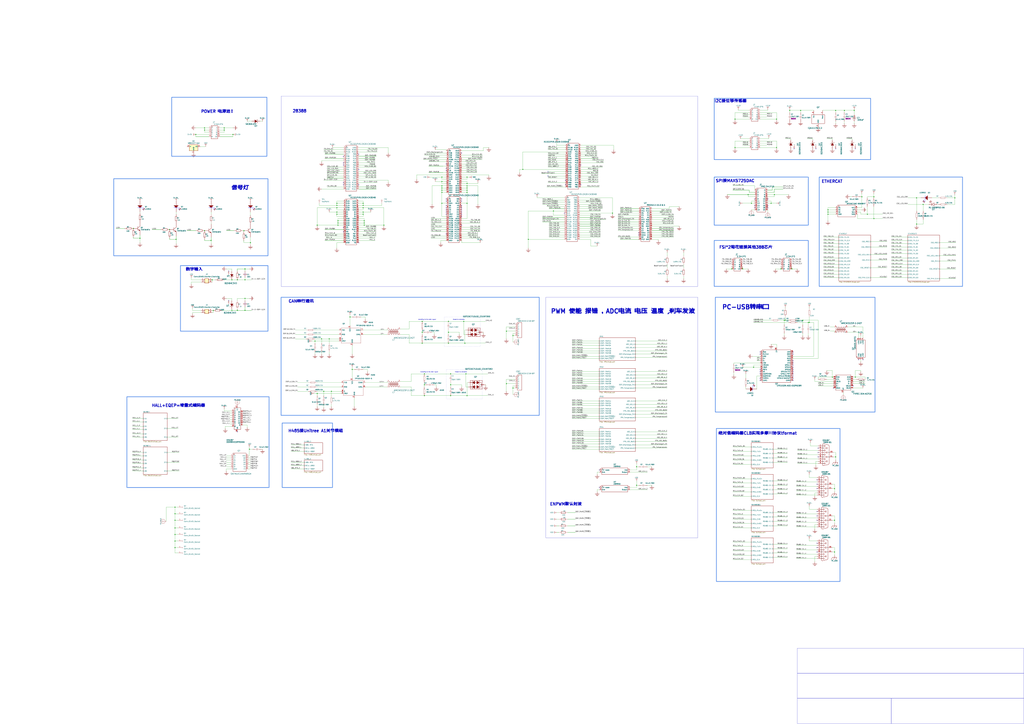
<source format=kicad_sch>
(kicad_sch (version 20250114) (generator "eeschema") (generator_version "9.0")
  (paper "A0")
  (lib_symbols
    (symbol "CAP_6_1" (pin_numbers (hide yes)) (pin_names (hide yes))
      (property "Reference" "C99" (at 3.556 0.762 0))
      (property "Value" "1000pF/50V" (at 3.556 -3.302 0))
      (symbol "CAP_6_1_1_0"
        (pin passive line (at 2.54 2.54 270) (length 2.54) (name "2") (number "2"))
        (pin passive line (at 2.54 -7.62 90) (length 2.54) (name "1") (number "1"))
      )
    )
    (symbol "Connector:Conn_01x01_Socket" (pin_names (offset 1.016) (hide yes))
      (property "Reference" "J" (at 0 2.54 0))
      (property "Value" "Conn_01x01_Socket" (at 0 -2.54 0))
      (symbol "Conn_01x01_Socket_1_1"
        (pin passive line (at -5.08 0 0) (length 3.81) (name "Pin_1") (number "1"))
      )
    )
    (symbol "Connector:TestPoint" (pin_numbers (hide yes)) (pin_names (offset 0.762) (hide yes))
      (property "Reference" "TP" (at 0 6.858 0))
      (property "Value" "TestPoint" (at 0 5.08 0))
      (symbol "TestPoint_1_1"
        (pin passive line (at 0 0 90) (length 2.54) (name "1") (number "1"))
      )
    )
    (symbol "Regulator_Linear:AMS1117-3.3"
      (property "Reference" "U" (at -3.81 3.175 0))
      (property "Value" "AMS1117-3.3" (at 0 3.175 0))
      (symbol "AMS1117-3.3_1_1"
        (pin power_in line (at -7.62 0 0) (length 2.54) (name "VI") (number "3"))
        (pin power_in line (at 0 -7.62 90) (length 2.54) (name "GND") (number "1"))
        (pin power_out line (at 7.62 0 180) (length 2.54) (name "VO") (number "2"))
      )
    )
    (symbol "power:Earth_Protective" (power) (pin_numbers (hide yes)) (pin_names (offset 0) (hide yes))
      (property "Value" "Earth_Protective" (at 0 -7.62 0))
      (symbol "Earth_Protective_1_1"
        (pin power_in line (at 0 0 270) (length 0) (name "~") (number "1"))
      )
    )
    (symbol "sheet1-altium-import:+3.3V" (power)
      (property "Reference" "#PWR" (at 0 0 0))
      (property "Value" "+3.3V" (at 0 3.81 0))
      (symbol "+3.3V_1_0"
        (pin power_in line (at 0 0 0) (length 0) (hide yes) (name "D+5V") (number ""))
      )
    )
    (symbol "sheet1-altium-import:2.54-2*5_2"
      (property "Reference" "U5" (at -1.4224 12.5349 0))
      (property "Value" "2.54-2*5" (at -1.4224 10.2235 0))
      (symbol "2.54-2*5_2_0_0"
        (pin passive line (at -6.35 5.08 0) (length 2.54) (name "1") (number "1"))
        (pin passive line (at -6.35 2.54 0) (length 2.54) (name "3") (number "3"))
        (pin passive line (at -6.35 0 0) (length 2.54) (name "5") (number "5"))
        (pin passive line (at -6.35 -2.54 0) (length 2.54) (name "7") (number "7"))
        (pin passive line (at -6.35 -5.08 0) (length 2.54) (name "9") (number "9"))
        (pin passive line (at 6.35 5.08 180) (length 2.54) (name "2") (number "2"))
        (pin passive line (at 6.35 2.54 180) (length 2.54) (name "4") (number "4"))
        (pin passive line (at 6.35 0 180) (length 2.54) (name "6") (number "6"))
        (pin passive line (at 6.35 -2.54 180) (length 2.54) (name "8") (number "8"))
        (pin passive line (at 6.35 -5.08 180) (length 2.54) (name "10") (number "10"))
      )
    )
    (symbol "sheet1-altium-import:AGND" (power)
      (property "Reference" "#PWR" (at 0 0 0))
      (property "Value" "GND" (at 0 6.35 0))
      (symbol "AGND_0_0"
        (pin power_in line (at 0 0 0) (length 0) (hide yes) (name "AGND") (number ""))
      )
    )
    (symbol "sheet1-altium-import:AMCW3225P-2-242T"
      (property "Reference" "U4" (at -1.4986 9.7663 0))
      (property "Value" "AMCW3225P-2-242T" (at -1.4986 7.5565 0))
      (symbol "AMCW3225P-2-242T_0_0"
        (pin passive line (at -7.62 2.54 0) (length 2.54) (name "1") (number "1"))
        (pin passive line (at -7.62 -3.81 0) (length 2.54) (name "4") (number "4"))
        (pin passive line (at 7.62 2.54 180) (length 2.54) (name "2") (number "2"))
        (pin passive line (at 7.62 -3.81 180) (length 2.54) (name "3") (number "3"))
      )
    )
    (symbol "sheet1-altium-import:AT24C16C-SSHM-T"
      (property "Reference" "U2" (at -1.5494 11.4935 0))
      (property "Value" "AT24C16C-SSHM-T" (at -1.5494 9.3091 0))
      (symbol "AT24C16C-SSHM-T_0_0"
        (pin free line (at -12.7 1.27 0) (length 2.54) (name "NC") (number "2"))
        (pin free line (at -12.7 -1.27 0) (length 2.54) (name "NC") (number "3"))
        (pin power_in line (at -12.7 -3.81 0) (length 2.54) (name "GND") (number "4"))
        (pin power_in line (at 12.7 1.27 180) (length 2.54) (name "WP") (number "7"))
        (pin bidirectional line (at 12.7 -1.27 180) (length 2.54) (name "SCL") (number "6"))
        (pin bidirectional line (at 12.7 -3.81 180) (length 2.54) (name "SDA") (number "5"))
      )
      (symbol "AT24C16C-SSHM-T_1_0"
        (pin free line (at -12.7 3.81 0) (length 2.54) (name "NC") (number "1"))
        (pin passive line (at 12.7 3.81 180) (length 2.54) (name "VCC") (number "8"))
      )
    )
    (symbol "sheet1-altium-import:AVDD" (power)
      (property "Reference" "#PWR" (at 0 0 0))
      (property "Value" "AVDD" (at 0 3.81 0))
      (symbol "AVDD_0_0"
        (pin power_in line (at 0 0 0) (length 0) (hide yes) (name "AVDD") (number ""))
      )
    )
    (symbol "sheet1-altium-import:BZX84C3V3"
      (property "Reference" "D1" (at -1.4986 9.0551 0))
      (property "Value" "BZX84C3V3" (at -1.4986 6.7691 0))
      (symbol "BZX84C3V3_0_0"
        (pin passive line (at -5.08 0 0) (length 3.81) (name "K") (number "3"))
        (pin passive line (at 5.08 3.81 180) (length 3.81) (name "NC") (number "2"))
        (pin passive line (at 5.08 0 180) (length 3.81) (name "A") (number "1"))
      )
    )
    (symbol "sheet1-altium-import:CAP_1" (pin_numbers (hide yes)) (pin_names (hide yes))
      (property "Reference" "C33" (at 0 -5.08 0))
      (property "Value" "330pF/50V" (at 0 -2.54 0))
      (symbol "CAP_1_1_0"
        (pin passive line (at 2.54 2.54 270) (length 2.54) (name "2") (number "2"))
        (pin passive line (at 2.54 -7.62 90) (length 2.54) (name "1") (number "1"))
      )
    )
    (symbol "sheet1-altium-import:CAP_2" (pin_numbers (hide yes)) (pin_names (hide yes))
      (property "Reference" "C71" (at 1.27 -5.08 0))
      (property "Value" "0.1uF/50V" (at 1.27 -2.54 0))
      (symbol "CAP_2_1_0"
        (pin passive line (at 2.54 2.54 270) (length 2.54) (name "2") (number "2"))
        (pin passive line (at 2.54 -7.62 90) (length 2.54) (name "1") (number "1"))
      )
    )
    (symbol "sheet1-altium-import:CAP_3" (pin_numbers (hide yes)) (pin_names (hide yes))
      (property "Reference" "C43" (at 0 -8.89 90))
      (property "Value" "1uF/16V" (at 0 -1.27 90))
      (symbol "CAP_3_1_0"
        (pin passive line (at 2.54 2.54 270) (length 2.54) (name "2") (number "2"))
        (pin passive line (at 2.54 -7.62 90) (length 2.54) (name "1") (number "1"))
      )
    )
    (symbol "sheet1-altium-import:CAP_4" (pin_numbers (hide yes)) (pin_names (hide yes))
      (property "Reference" "C108" (at 3.556 0.762 0))
      (property "Value" "33pF/100V" (at 3.302 -3.302 0))
      (symbol "CAP_4_1_0"
        (pin passive line (at 2.54 2.54 270) (length 2.54) (name "2") (number "2"))
        (pin passive line (at 2.54 -7.62 90) (length 2.54) (name "1") (number "1"))
      )
    )
    (symbol "sheet1-altium-import:CAP_5" (pin_numbers (hide yes)) (pin_names (hide yes))
      (property "Reference" "C101" (at 5.08 3.81 90))
      (property "Value" "4700pF/50V" (at 5.08 -3.81 90))
      (symbol "CAP_5_1_0"
        (pin passive line (at 2.54 2.54 270) (length 2.54) (name "2") (number "2"))
        (pin passive line (at 2.54 -7.62 90) (length 2.54) (name "1") (number "1"))
      )
    )
    (symbol "sheet1-altium-import:CAP_6" (pin_numbers (hide yes)) (pin_names (hide yes))
      (property "Reference" "C99" (at 3.556 0.762 0))
      (property "Value" "1000pF/50V" (at 3.556 -3.302 0))
      (symbol "CAP_6_1_0"
        (pin passive line (at 2.54 2.54 270) (length 2.54) (name "2") (number "2"))
        (pin passive line (at 2.54 -7.62 90) (length 2.54) (name "1") (number "1"))
      )
    )
    (symbol "sheet1-altium-import:CJA1117B-3.3"
      (property "Reference" "U1" (at -1.4986 12.3571 0))
      (property "Value" "CJA1117B-3.3" (at -1.4986 10.0711 0))
      (symbol "CJA1117B-3.3_0_0"
        (pin power_in line (at -10.16 0 0) (length 5.08) (name "GND") (number "2"))
        (pin power_in line (at 10.16 5.08 180) (length 5.08) (name "Vin") (number "3"))
      )
      (symbol "CJA1117B-3.3_1_0"
        (pin passive line (at 10.16 -5.08 180) (length 5.08) (name "Vout") (number "1"))
      )
    )
    (symbol "sheet1-altium-import:CP2102N-A02-GQFN28R"
      (property "Reference" "U5" (at -1.4986 -19.5961 0))
      (property "Value" "CP2102N-A02-GQFN28R" (at -1.4986 -21.7805 0))
      (symbol "CP2102N-A02-GQFN28R_0_0"
        (pin passive line (at -19.05 16.51 0) (length 2.54) (name "DCD") (number "1"))
        (pin passive line (at -19.05 13.97 0) (length 2.54) (name "RI/CLK") (number "2"))
        (pin power_in line (at -19.05 11.43 0) (length 2.54) (name "GND") (number "3"))
        (pin passive line (at -19.05 8.89 0) (length 2.54) (name "D+") (number "4"))
        (pin passive line (at -19.05 6.35 0) (length 2.54) (name "D-") (number "5"))
        (pin passive line (at -19.05 1.27 0) (length 2.54) (name "VREGIN") (number "7"))
        (pin passive line (at -19.05 -1.27 0) (length 2.54) (name "VBUS") (number "8"))
        (pin passive line (at -19.05 -3.81 0) (length 2.54) (name "RSTb") (number "9"))
        (pin passive line (at -19.05 -6.35 0) (length 2.54) (name "NC") (number "10"))
        (pin passive line (at -19.05 -8.89 0) (length 2.54) (name "SUSPENDb") (number "11"))
        (pin passive line (at -19.05 -11.43 0) (length 2.54) (name "SUSPEND") (number "12"))
        (pin passive line (at -19.05 -13.97 0) (length 2.54) (name "CHREN") (number "13"))
        (pin passive line (at -19.05 -16.51 0) (length 2.54) (name "CHR1") (number "14"))
        (pin power_in line (at 0 21.59 270) (length 2.54) (name "EP") (number "29"))
        (pin passive line (at 19.05 16.51 180) (length 2.54) (name "DTR") (number "28"))
        (pin passive line (at 19.05 13.97 180) (length 2.54) (name "DSR") (number "27"))
        (pin passive line (at 19.05 11.43 180) (length 2.54) (name "TXD") (number "26"))
        (pin passive line (at 19.05 8.89 180) (length 2.54) (name "RXD") (number "25"))
        (pin passive line (at 19.05 6.35 180) (length 2.54) (name "RTS") (number "24"))
        (pin passive line (at 19.05 3.81 180) (length 2.54) (name "CTS") (number "23"))
        (pin passive line (at 19.05 1.27 180) (length 2.54) (name "GPIO.4") (number "22"))
        (pin passive line (at 19.05 -1.27 180) (length 2.54) (name "GPIO.5") (number "21"))
        (pin passive line (at 19.05 -3.81 180) (length 2.54) (name "GPIO.6") (number "20"))
        (pin passive line (at 19.05 -6.35 180) (length 2.54) (name "GPIO.0/TXT") (number "19"))
        (pin passive line (at 19.05 -8.89 180) (length 2.54) (name "GPIO.1/RXT") (number "18"))
        (pin passive line (at 19.05 -11.43 180) (length 2.54) (name "GPIO.2/RS485") (number "17"))
        (pin passive line (at 19.05 -13.97 180) (length 2.54) (name "GPIO.3/WAKEUP") (number "16"))
        (pin passive line (at 19.05 -16.51 180) (length 2.54) (name "CHR0") (number "15"))
      )
      (symbol "CP2102N-A02-GQFN28R_1_0"
        (pin passive line (at -19.05 3.81 0) (length 2.54) (name "VDD") (number "6"))
      )
    )
    (symbol "sheet1-altium-import:Conn_02x02_Counter_Clockwise" (pin_names (offset 1.016) (hide yes))
      (property "Reference" "J" (at 1.27 2.54 0))
      (property "Value" "Conn_02x02_Counter_Clockwise" (at 1.27 -5.08 0))
      (symbol "Conn_02x02_Counter_Clockwise_1_1"
        (pin passive line (at -5.08 0 0) (length 3.81) (name "Pin_1") (number "1"))
        (pin passive line (at -5.08 -2.54 0) (length 3.81) (name "Pin_2") (number "2"))
        (pin passive line (at 7.62 0 180) (length 3.81) (name "Pin_4") (number "4"))
        (pin passive line (at 7.62 -2.54 180) (length 3.81) (name "Pin_3") (number "3"))
      )
    )
    (symbol "sheet1-altium-import:D+5V" (power)
      (property "Reference" "#PWR" (at 0 0 0))
      (property "Value" "D+5V" (at 0 3.81 0))
      (symbol "D+5V_1_0"
        (pin power_in line (at 0 0 0) (length 0) (hide yes) (name "D+5V") (number ""))
      )
    )
    (symbol "sheet1-altium-import:DB141V-2.54-6P"
      (property "Reference" "CN1" (at -3.8862 13.7287 0))
      (property "Value" "DB141V-2.54-6P" (at -3.8862 11.4173 0))
      (symbol "DB141V-2.54-6P_0_0"
        (pin passive line (at -5.08 6.35 0) (length 2.54) (name "1") (number "1"))
        (pin passive line (at -5.08 3.81 0) (length 2.54) (name "2") (number "2"))
        (pin passive line (at -5.08 1.27 0) (length 2.54) (name "3") (number "3"))
        (pin passive line (at -5.08 -1.27 0) (length 2.54) (name "4") (number "4"))
        (pin passive line (at -5.08 -3.81 0) (length 2.54) (name "5") (number "5"))
        (pin passive line (at -5.08 -6.35 0) (length 2.54) (name "6") (number "6"))
      )
    )
    (symbol "sheet1-altium-import:DDMRH15PFE006"
      (property "Reference" "DSUB5" (at -6.858 20.5867 0))
      (property "Value" "DDMRH15PFE006" (at -6.858 18.4023 0))
      (symbol "DDMRH15PFE006_0_0"
        (pin passive line (at -6.35 8.89 0) (length 2.54) (name "1") (number "1"))
        (pin passive line (at -6.35 6.35 0) (length 2.54) (name "2") (number "2"))
        (pin passive line (at -6.35 3.81 0) (length 2.54) (name "3") (number "3"))
        (pin passive line (at -6.35 1.27 0) (length 2.54) (name "4") (number "4"))
        (pin passive line (at -6.35 -1.27 0) (length 2.54) (name "5") (number "5"))
        (pin passive line (at -6.35 -3.81 0) (length 2.54) (name "6") (number "6"))
        (pin passive line (at -6.35 -6.35 0) (length 2.54) (name "7") (number "7"))
        (pin passive line (at -6.35 -8.89 0) (length 2.54) (name "8") (number "8"))
        (pin passive line (at 0 15.24 270) (length 2.54) (name "17") (number "17"))
        (pin passive line (at 0 -15.24 90) (length 2.54) (name "16") (number "16"))
        (pin passive line (at 6.35 7.62 180) (length 2.54) (name "15") (number "15"))
        (pin passive line (at 6.35 5.08 180) (length 2.54) (name "14") (number "14"))
        (pin passive line (at 6.35 2.54 180) (length 2.54) (name "13") (number "13"))
        (pin passive line (at 6.35 0 180) (length 2.54) (name "12") (number "12"))
        (pin passive line (at 6.35 -2.54 180) (length 2.54) (name "11") (number "11"))
        (pin passive line (at 6.35 -5.08 180) (length 2.54) (name "10") (number "10"))
        (pin passive line (at 6.35 -7.62 180) (length 2.54) (name "9") (number "9"))
      )
    )
    (symbol "sheet1-altium-import:DMR-9S"
      (property "Reference" "DSUB1" (at -3.6068 17.4879 0))
      (property "Value" "DMR-9S" (at -3.6068 15.2019 0))
      (symbol "DMR-9S_0_0"
        (pin passive line (at -8.89 10.16 0) (length 5.08) (name "1") (number "1"))
        (pin passive line (at -8.89 7.62 0) (length 5.08) (name "6") (number "6"))
        (pin passive line (at -8.89 5.08 0) (length 5.08) (name "2") (number "2"))
        (pin passive line (at -8.89 2.54 0) (length 5.08) (name "7") (number "7"))
        (pin passive line (at -8.89 0 0) (length 5.08) (name "3") (number "3"))
        (pin passive line (at -8.89 -2.54 0) (length 5.08) (name "8") (number "8"))
        (pin passive line (at -8.89 -5.08 0) (length 5.08) (name "4") (number "4"))
        (pin passive line (at -8.89 -7.62 0) (length 5.08) (name "9") (number "9"))
        (pin passive line (at -8.89 -10.16 0) (length 5.08) (name "5") (number "5"))
        (pin power_in line (at 8.89 2.54 180) (length 5.08) (name "MH1") (number "10"))
        (pin power_in line (at 8.89 -2.54 180) (length 5.08) (name "MH2") (number "11"))
      )
    )
    (symbol "sheet1-altium-import:ECS-2520S33-250-FN-TR"
      (property "Reference" "X1" (at -1.3208 8.5471 0))
      (property "Value" "25MHz" (at -1.5748 6.2611 0))
      (symbol "ECS-2520S33-250-FN-TR_0_0"
        (pin passive line (at -17.78 1.27 0) (length 2.54) (name "Tri-state") (number "1"))
        (pin power_in line (at -17.78 -1.27 0) (length 2.54) (name "Gnd") (number "2"))
        (pin power_in line (at 17.78 1.27 180) (length 2.54) (name "Vdd") (number "4"))
        (pin output line (at 17.78 -1.27 180) (length 2.54) (name "Output") (number "3"))
      )
    )
    (symbol "sheet1-altium-import:ERS1VM101E12OT"
      (property "Reference" "C1" (at -1.4986 6.7691 0))
      (property "Value" "100uF" (at -1.4986 4.4831 0))
      (symbol "ERS1VM101E12OT_0_0"
        (pin passive line (at -3.81 0 0) (length 2.54) (name "1") (number "1"))
        (pin passive line (at 3.81 0 180) (length 2.54) (name "2") (number "2"))
      )
    )
    (symbol "sheet1-altium-import:PE_GND" (power)
      (property "Reference" "#PWR" (at 0 0 0))
      (property "Value" "PE_GND" (at 0 6.35 0))
      (symbol "PE_GND_1_0"
        (pin power_out line (at 0 0 0) (length 0) (hide yes) (name "PE_GND") (number ""))
      )
    )
    (symbol "sheet1-altium-import:PM2.54-2*10"
      (property "Reference" "H5" (at -1.4986 18.7325 0))
      (property "Value" "PM2.54-2*10" (at -1.4986 16.5735 0))
      (symbol "PM2.54-2*10_0_0"
        (pin passive line (at -7.62 11.43 0) (length 2.54) (name "1") (number "1"))
        (pin passive line (at -7.62 8.89 0) (length 2.54) (name "3") (number "3"))
        (pin passive line (at -7.62 6.35 0) (length 2.54) (name "5") (number "5"))
        (pin passive line (at -7.62 3.81 0) (length 2.54) (name "7") (number "7"))
        (pin passive line (at -7.62 1.27 0) (length 2.54) (name "9") (number "9"))
        (pin passive line (at -7.62 -1.27 0) (length 2.54) (name "11") (number "11"))
        (pin passive line (at -7.62 -3.81 0) (length 2.54) (name "13") (number "13"))
        (pin passive line (at -7.62 -6.35 0) (length 2.54) (name "15") (number "15"))
        (pin passive line (at -7.62 -8.89 0) (length 2.54) (name "17") (number "17"))
        (pin passive line (at -7.62 -11.43 0) (length 2.54) (name "19") (number "19"))
        (pin passive line (at 7.62 11.43 180) (length 2.54) (name "2") (number "2"))
        (pin passive line (at 7.62 8.89 180) (length 2.54) (name "4") (number "4"))
        (pin passive line (at 7.62 6.35 180) (length 2.54) (name "6") (number "6"))
        (pin passive line (at 7.62 3.81 180) (length 2.54) (name "8") (number "8"))
        (pin passive line (at 7.62 1.27 180) (length 2.54) (name "10") (number "10"))
        (pin passive line (at 7.62 -1.27 180) (length 2.54) (name "12") (number "12"))
        (pin passive line (at 7.62 -3.81 180) (length 2.54) (name "14") (number "14"))
        (pin passive line (at 7.62 -6.35 180) (length 2.54) (name "16") (number "16"))
        (pin passive line (at 7.62 -8.89 180) (length 2.54) (name "18") (number "18"))
        (pin passive line (at 7.62 -11.43 180) (length 2.54) (name "20") (number "20"))
      )
    )
    (symbol "sheet1-altium-import:PM254-2-15-Z-8.5"
      (property "Reference" "U41" (at -1.4732 25.2349 0))
      (property "Value" "PM254-2-15-Z-8.5" (at -1.4732 22.9235 0))
      (symbol "PM254-2-15-Z-8.5_0_0"
        (pin passive line (at -7.62 17.78 0) (length 2.54) (name "P20") (number "1"))
        (pin passive line (at -7.62 15.24 0) (length 2.54) (name "P21") (number "3"))
        (pin passive line (at -7.62 12.7 0) (length 2.54) (name "P5") (number "5"))
        (pin passive line (at -7.62 10.16 0) (length 2.54) (name "P3") (number "7"))
        (pin passive line (at -7.62 7.62 0) (length 2.54) (name "P1") (number "9"))
        (pin passive line (at -7.62 5.08 0) (length 2.54) (name "P27") (number "11"))
        (pin passive line (at -7.62 2.54 0) (length 2.54) (name "P10") (number "13"))
        (pin passive line (at -7.62 0 0) (length 2.54) (name "P9") (number "15"))
        (pin passive line (at -7.62 -2.54 0) (length 2.54) (name "P8") (number "17"))
        (pin passive line (at -7.62 -5.08 0) (length 2.54) (name "C3") (number "19"))
        (pin passive line (at -7.62 -7.62 0) (length 2.54) (name "C2") (number "21"))
        (pin passive line (at -7.62 -10.16 0) (length 2.54) (name "AD14") (number "23"))
        (pin passive line (at -7.62 -12.7 0) (length 2.54) (name "AD15") (number "25"))
        (pin passive line (at -7.62 -15.24 0) (length 2.54) (name "B2") (number "27"))
        (pin passive line (at -7.62 -17.78 0) (length 2.54) (name "P13") (number "29"))
        (pin passive line (at 7.62 17.78 180) (length 2.54) (name "GND") (number "2"))
        (pin passive line (at 7.62 15.24 180) (length 2.54) (name "P12") (number "4"))
        (pin passive line (at 7.62 12.7 180) (length 2.54) (name "P4") (number "6"))
        (pin passive line (at 7.62 10.16 180) (length 2.54) (name "P2") (number "8"))
        (pin passive line (at 7.62 7.62 180) (length 2.54) (name "P0") (number "10"))
        (pin passive line (at 7.62 5.08 180) (length 2.54) (name "P26") (number "12"))
        (pin passive line (at 7.62 2.54 180) (length 2.54) (name "P25") (number "14"))
        (pin passive line (at 7.62 0 180) (length 2.54) (name "P24") (number "16"))
        (pin passive line (at 7.62 -2.54 180) (length 2.54) (name "GND") (number "18"))
        (pin passive line (at 7.62 -5.08 180) (length 2.54) (name "B4") (number "20"))
        (pin passive line (at 7.62 -7.62 180) (length 2.54) (name "B5") (number "22"))
        (pin passive line (at 7.62 -10.16 180) (length 2.54) (name "A3") (number "24"))
        (pin passive line (at 7.62 -12.7 180) (length 2.54) (name "A2") (number "26"))
        (pin passive line (at 7.62 -15.24 180) (length 2.54) (name "B3") (number "28"))
        (pin passive line (at 7.62 -17.78 180) (length 2.54) (name "GND") (number "30"))
      )
    )
    (symbol "sheet1-altium-import:RES_1" (pin_numbers (hide yes)) (pin_names (hide yes))
      (property "Reference" "R30" (at -5.08 0 0))
      (property "Value" "10R/1%" (at 5.08 0 0))
      (symbol "RES_1_1_0"
        (pin passive line (at -2.54 -2.54 0) (length 2.54) (name "1") (number "1"))
        (pin passive line (at 7.62 -2.54 180) (length 2.54) (name "2") (number "2"))
      )
    )
    (symbol "sheet1-altium-import:RES_2" (pin_numbers (hide yes)) (pin_names (hide yes))
      (symbol "RES_2_1_0"
        (pin passive line (at -2.54 -2.54 0) (length 2.54) (name "1") (number "1"))
        (pin passive line (at 7.62 -2.54 180) (length 2.54) (name "2") (number "2"))
      )
    )
    (symbol "sheet1-altium-import:RES_3" (pin_numbers (hide yes)) (pin_names (hide yes))
      (property "Reference" "R73" (at 5.08 -3.81 90))
      (property "Value" "3K/1%" (at 2.54 -3.81 90))
      (symbol "RES_3_1_0"
        (pin passive line (at -2.54 -2.54 0) (length 2.54) (name "1") (number "1"))
        (pin passive line (at 7.62 -2.54 180) (length 2.54) (name "2") (number "2"))
      )
    )
    (symbol "sheet1-altium-import:RES_4" (pin_numbers (hide yes)) (pin_names (hide yes))
      (property "Reference" "R59" (at 5.08 -3.81 90))
      (property "Value" "150K/1%" (at 2.54 -3.81 90))
      (symbol "RES_4_1_0"
        (pin passive line (at -2.54 -2.54 0) (length 2.54) (name "1") (number "1"))
        (pin passive line (at 7.62 -2.54 180) (length 2.54) (name "2") (number "2"))
      )
    )
    (symbol "sheet1-altium-import:RES_5" (pin_numbers (hide yes)) (pin_names (hide yes))
      (property "Reference" "R77" (at 0 -1.27 90))
      (property "Value" "120R/1%" (at 2.54 -1.27 90))
      (property "Origin Footprint" "1206R" (at 5.08 -1.27 90))
      (property "PCB Footprint" "1206R" (at 5.08 -1.27 90))
      (symbol "RES_5_1_0"
        (pin passive line (at -2.54 -2.54 0) (length 2.54) (name "1") (number "1"))
        (pin passive line (at 7.62 -2.54 180) (length 2.54) (name "2") (number "2"))
      )
    )
    (symbol "sheet1-altium-import:RES_6" (pin_numbers (hide yes)) (pin_names (hide yes))
      (property "Reference" "R222" (at -5.08 0 0))
      (property "Value" "470R" (at 5.08 0 0))
      (symbol "RES_6_1_0"
        (pin passive line (at -2.54 -2.54 0) (length 2.54) (name "1") (number "1"))
        (pin passive line (at 7.62 -2.54 180) (length 2.54) (name "2") (number "2"))
      )
    )
    (symbol "sheet1-altium-import:RES_9" (pin_numbers (hide yes)) (pin_names (hide yes))
      (property "Reference" "R236" (at 5.08 -5.08 90))
      (property "Value" "60.4R/1%" (at 2.54 -5.08 90))
      (symbol "RES_9_1_0"
        (pin passive line (at -2.54 -2.54 0) (length 2.54) (name "1") (number "1"))
        (pin passive line (at 7.62 -2.54 180) (length 2.54) (name "2") (number "2"))
      )
    )
    (symbol "sheet1-altium-import:SDT23C712L02_C5197393"
      (property "Reference" "U7" (at 8.382 2.1463 0))
      (property "Value" "SDT23C712L02_C5197393" (at 8.382 -0.1143 0))
      (symbol "SDT23C712L02_C5197393_0_0"
        (pin passive line (at -2.54 -8.89 90) (length 5.08) (name "1") (number "1"))
        (pin passive line (at 0 11.43 270) (length 5.08) (name "3") (number "3"))
        (pin passive line (at 2.54 -8.89 90) (length 5.08) (name "2") (number "2"))
      )
    )
    (symbol "sheet1-altium-import:SK36A-LTP"
      (property "Reference" "D5" (at -1.5494 6.4135 0))
      (property "Value" "SK36A-LTP" (at -1.5494 4.2291 0))
      (symbol "SK36A-LTP_0_0"
        (pin power_out line (at -5.08 0 0) (length 3.81) (name "K") (number "1"))
        (pin passive line (at 5.08 0 180) (length 3.81) (name "A") (number "2"))
      )
    )
    (symbol "sheet1-altium-import:SN74LVC14APWRG4"
      (property "Reference" "U6" (at -1.4478 15.4305 0))
      (property "Value" "SN74LVC14APWRG4" (at -1.4478 13.1191 0))
      (symbol "SN74LVC14APWRG4_0_0"
        (pin input line (at -10.16 7.62 0) (length 2.54) (name "1A") (number "1"))
        (pin output line (at -10.16 5.08 0) (length 2.54) (name "1Y") (number "2"))
        (pin input line (at -10.16 2.54 0) (length 2.54) (name "2A") (number "3"))
        (pin output line (at -10.16 0 0) (length 2.54) (name "2Y") (number "4"))
        (pin input line (at -10.16 -2.54 0) (length 2.54) (name "3A") (number "5"))
        (pin output line (at -10.16 -5.08 0) (length 2.54) (name "3Y") (number "6"))
        (pin power_in line (at -10.16 -7.62 0) (length 2.54) (name "GND") (number "7"))
        (pin passive line (at 10.16 7.62 180) (length 2.54) (name "VCC") (number "14"))
        (pin input line (at 10.16 5.08 180) (length 2.54) (name "6A") (number "13"))
        (pin output line (at 10.16 2.54 180) (length 2.54) (name "6Y") (number "12"))
        (pin input line (at 10.16 0 180) (length 2.54) (name "5A") (number "11"))
        (pin output line (at 10.16 -2.54 180) (length 2.54) (name "5Y") (number "10"))
        (pin input line (at 10.16 -5.08 180) (length 2.54) (name "4A") (number "9"))
        (pin output line (at 10.16 -7.62 180) (length 2.54) (name "4Y") (number "8"))
      )
    )
    (symbol "sheet1-altium-import:SRV05-4HTG"
      (property "Reference" "D2" (at -1.4986 11.0871 0))
      (property "Value" "SRV05-4HTG" (at -1.4986 8.8011 0))
      (symbol "SRV05-4HTG_0_0"
        (pin passive line (at -12.7 3.81 0) (length 2.54) (name "I/O1") (number "1"))
        (pin passive line (at -12.7 1.27 0) (length 2.54) (name "GND") (number "2"))
        (pin passive line (at -12.7 -1.27 0) (length 2.54) (name "I/O2") (number "3"))
        (pin passive line (at 12.7 3.81 180) (length 2.54) (name "I/O4") (number "6"))
        (pin passive line (at 12.7 1.27 180) (length 2.54) (name "VCC") (number "5"))
        (pin passive line (at 12.7 -1.27 180) (length 2.54) (name "I/O3") (number "4"))
      )
    )
    (symbol "sheet1-altium-import:TJA1051T"
      (symbol "TJA1051T_1_0"
        (pin output line (at -2.54 -2.54 0) (length 2.54) (name "TXD") (number "1"))
        (pin input line (at -2.54 -7.62 0) (length 2.54) (name "RXD") (number "4"))
        (pin passive line (at -2.54 -12.7 0) (length 2.54) (name "S") (number "8"))
        (pin passive line (at -2.54 -15.24 0) (length 2.54) (name "VREF") (number "5"))
        (pin power_in line (at 10.16 2.54 270) (length 2.54) (name "VCC") (number "3"))
        (pin power_in line (at 12.7 -20.32 90) (length 2.54) (name "GND") (number "2"))
        (pin passive line (at 25.4 -2.54 180) (length 2.54) (name "CANH") (number "7"))
        (pin passive line (at 25.4 -7.62 180) (length 2.54) (name "CANL") (number "6"))
      )
    )
    (symbol "sheet1-altium-import:TYPEC-304-ACP16"
      (property "Reference" "USB1" (at 10.922 -11.176 0))
      (property "Value" "TYPEC-304-ACP16" (at 10.922 -13.462 0))
      (symbol "TYPEC-304-ACP16_0_0"
        (pin passive line (at -10.16 2.54 0) (length 2.54) (name "CC1") (number "A5"))
        (pin passive line (at -10.16 -2.54 0) (length 2.54) (name "D+") (number "A6"))
        (pin passive line (at -10.16 -5.08 0) (length 2.54) (name "D-") (number "A7"))
        (pin passive line (at -10.16 -7.62 0) (length 2.54) (name "SBU1") (number "A8"))
        (pin passive line (at 12.7 2.54 180) (length 2.54) (name "CC2") (number "B5"))
        (pin passive line (at 12.7 0 180) (length 2.54) (name "D+") (number "B6"))
        (pin passive line (at 12.7 -2.54 180) (length 2.54) (name "D-") (number "B7"))
        (pin passive line (at 12.7 -5.08 180) (length 2.54) (name "SBU2") (number "B8"))
      )
      (symbol "TYPEC-304-ACP16_1_0"
        (pin power_in line (at -10.16 5.08 0) (length 2.54) (name "GND") (number "A1B12"))
        (pin power_in line (at -10.16 0 0) (length 2.54) (name "VBUS") (number "A4B9"))
        (pin power_in line (at 1.27 -12.7 90) (length 2.54) (name "EP") (number "EP"))
        (pin power_in line (at 12.7 5.08 180) (length 2.54) (name "GND") (number "B1A12"))
        (pin power_in line (at 12.7 -7.62 180) (length 2.54) (name "VBUS") (number "B4A9"))
      )
    )
    (symbol "sheet1-altium-import:VDD" (power)
      (property "Reference" "#PWR" (at 0 0 0))
      (property "Value" "VDD" (at 0 3.81 0))
      (symbol "VDD_0_0"
        (pin power_in line (at 0 0 0) (length 0) (hide yes) (name "VDD") (number ""))
      )
    )
    (symbol "sheet1-altium-import:X1321FVS-2X20-C43D48"
      (property "Reference" "P1" (at -1.4986 31.3563 0))
      (property "Value" "X1321FVS-2X20-C43D48" (at -1.4986 29.1465 0))
      (symbol "X1321FVS-2X20-C43D48_0_0"
        (pin passive line (at -7.62 24.13 0) (length 2.54) (name "5V") (number "1"))
        (pin passive line (at -7.62 21.59 0) (length 2.54) (name "P104") (number "3"))
        (pin passive line (at -7.62 19.05 0) (length 2.54) (name "P101") (number "5"))
        (pin passive line (at -7.62 16.51 0) (length 2.54) (name "P17") (number "7"))
        (pin passive line (at -7.62 13.97 0) (length 2.54) (name "P98") (number "9"))
        (pin passive line (at -7.62 11.43 0) (length 2.54) (name "P18") (number "11"))
        (pin passive line (at -7.62 8.89 0) (length 2.54) (name "GND") (number "13"))
        (pin passive line (at -7.62 6.35 0) (length 2.54) (name "P67") (number "15"))
        (pin passive line (at -7.62 3.81 0) (length 2.54) (name "P65") (number "17"))
        (pin passive line (at -7.62 1.27 0) (length 2.54) (name "P63") (number "19"))
        (pin passive line (at -7.62 -1.27 0) (length 2.54) (name "P61") (number "21"))
        (pin passive line (at -7.62 -3.81 0) (length 2.54) (name "P59") (number "23"))
        (pin passive line (at -7.62 -6.35 0) (length 2.54) (name "P57") (number "25"))
        (pin passive line (at -7.62 -8.89 0) (length 2.54) (name "P55") (number "27"))
        (pin passive line (at -7.62 -11.43 0) (length 2.54) (name "P53") (number "29"))
        (pin passive line (at -7.62 -13.97 0) (length 2.54) (name "P121") (number "31"))
        (pin passive line (at -7.62 -16.51 0) (length 2.54) (name "P115") (number "33"))
        (pin passive line (at -7.62 -19.05 0) (length 2.54) (name "P116") (number "35"))
        (pin passive line (at -7.62 -21.59 0) (length 2.54) (name "P103") (number "37"))
        (pin passive line (at -7.62 -24.13 0) (length 2.54) (name "GND") (number "39"))
        (pin passive line (at 10.16 24.13 180) (length 2.54) (name "GND") (number "2"))
        (pin passive line (at 10.16 21.59 180) (length 2.54) (name "P100") (number "4"))
        (pin passive line (at 10.16 19.05 180) (length 2.54) (name "P102") (number "6"))
        (pin passive line (at 10.16 16.51 180) (length 2.54) (name "P99") (number "8"))
        (pin passive line (at 10.16 13.97 180) (length 2.54) (name "P19") (number "10"))
        (pin passive line (at 10.16 11.43 180) (length 2.54) (name "P16") (number "12"))
        (pin passive line (at 10.16 8.89 180) (length 2.54) (name "P11") (number "14"))
        (pin passive line (at 10.16 6.35 180) (length 2.54) (name "P68") (number "16"))
        (pin passive line (at 10.16 3.81 180) (length 2.54) (name "P66") (number "18"))
        (pin passive line (at 10.16 1.27 180) (length 2.54) (name "P64") (number "20"))
        (pin passive line (at 10.16 -1.27 180) (length 2.54) (name "P62") (number "22"))
        (pin passive line (at 10.16 -3.81 180) (length 2.54) (name "P60") (number "24"))
        (pin passive line (at 10.16 -6.35 180) (length 2.54) (name "P58") (number "26"))
        (pin passive line (at 10.16 -8.89 180) (length 2.54) (name "P56") (number "28"))
        (pin passive line (at 10.16 -11.43 180) (length 2.54) (name "P54") (number "30"))
        (pin passive line (at 10.16 -13.97 180) (length 2.54) (name "GND") (number "32"))
        (pin passive line (at 10.16 -16.51 180) (length 2.54) (name "P120") (number "34"))
        (pin passive line (at 10.16 -19.05 180) (length 2.54) (name "P119") (number "36"))
        (pin passive line (at 10.16 -21.59 180) (length 2.54) (name "P150") (number "38"))
        (pin passive line (at 10.16 -24.13 180) (length 2.54) (name "P151") (number "40"))
      )
    )
    (symbol "sheet1-altium-import:X1321FVS-2X20-C43D48_1"
      (property "Reference" "P3" (at -1.4986 31.3563 0))
      (property "Value" "X1321FVS-2X20-C43D48" (at -1.4986 29.1465 0))
      (symbol "X1321FVS-2X20-C43D48_1_0_0"
        (pin passive line (at -7.62 24.13 0) (length 2.54) (name "5V") (number "1"))
        (pin passive line (at -7.62 21.59 0) (length 2.54) (name "P28") (number "3"))
        (pin passive line (at -7.62 19.05 0) (length 2.54) (name "P30") (number "5"))
        (pin passive line (at -7.62 16.51 0) (length 2.54) (name "P35") (number "7"))
        (pin passive line (at -7.62 13.97 0) (length 2.54) (name "P109") (number "9"))
        (pin passive line (at -7.62 11.43 0) (length 2.54) (name "P34") (number "11"))
        (pin passive line (at -7.62 8.89 0) (length 2.54) (name "13") (number "13"))
        (pin passive line (at -7.62 6.35 0) (length 2.54) (name "P145") (number "15"))
        (pin passive line (at -7.62 3.81 0) (length 2.54) (name "17") (number "17"))
        (pin passive line (at -7.62 1.27 0) (length 2.54) (name "19") (number "19"))
        (pin passive line (at -7.62 -1.27 0) (length 2.54) (name "P146") (number "21"))
        (pin passive line (at -7.62 -3.81 0) (length 2.54) (name "GND") (number "23"))
        (pin passive line (at -7.62 -6.35 0) (length 2.54) (name "3.3V") (number "25"))
        (pin passive line (at -7.62 -8.89 0) (length 2.54) (name "3.3V") (number "27"))
        (pin passive line (at -7.62 -11.43 0) (length 2.54) (name "5V") (number "29"))
        (pin passive line (at -7.62 -13.97 0) (length 2.54) (name "5V") (number "31"))
        (pin passive line (at -7.62 -16.51 0) (length 2.54) (name "GND") (number "33"))
        (pin passive line (at -7.62 -19.05 0) (length 2.54) (name "GND") (number "35"))
        (pin passive line (at -7.62 -21.59 0) (length 2.54) (name "GND") (number "37"))
        (pin passive line (at -7.62 -24.13 0) (length 2.54) (name "GND") (number "39"))
        (pin passive line (at 10.16 24.13 180) (length 2.54) (name "GND") (number "2"))
        (pin passive line (at 10.16 21.59 180) (length 2.54) (name "P29") (number "4"))
        (pin passive line (at 10.16 19.05 180) (length 2.54) (name "P33") (number "6"))
        (pin passive line (at 10.16 16.51 180) (length 2.54) (name "P36") (number "8"))
        (pin passive line (at 10.16 13.97 180) (length 2.54) (name "P117") (number "10"))
        (pin passive line (at 10.16 11.43 180) (length 2.54) (name "P136") (number "12"))
        (pin passive line (at 10.16 8.89 180) (length 2.54) (name "P141") (number "14"))
        (pin passive line (at 10.16 6.35 180) (length 2.54) (name "P137") (number "16"))
        (pin passive line (at 10.16 3.81 180) (length 2.54) (name "P139") (number "18"))
        (pin passive line (at 10.16 1.27 180) (length 2.54) (name "P140") (number "20"))
        (pin passive line (at 10.16 -1.27 180) (length 2.54) (name "P142") (number "22"))
        (pin passive line (at 10.16 -3.81 180) (length 2.54) (name "GND") (number "24"))
        (pin passive line (at 10.16 -6.35 180) (length 2.54) (name "3.3V") (number "26"))
        (pin passive line (at 10.16 -8.89 180) (length 2.54) (name "3.3V") (number "28"))
        (pin passive line (at 10.16 -11.43 180) (length 2.54) (name "5V") (number "30"))
        (pin passive line (at 10.16 -13.97 180) (length 2.54) (name "5V") (number "32"))
        (pin passive line (at 10.16 -16.51 180) (length 2.54) (name "GND") (number "34"))
        (pin passive line (at 10.16 -19.05 180) (length 2.54) (name "GND") (number "36"))
        (pin passive line (at 10.16 -21.59 180) (length 2.54) (name "GND") (number "38"))
        (pin passive line (at 10.16 -24.13 180) (length 2.54) (name "GND") (number "40"))
      )
    )
    (symbol "sheet1-altium-import:X1321FVS-2X20-C43D48_2"
      (property "Reference" "P2" (at -1.4986 31.3563 0))
      (property "Value" "X1321FVS-2X20-C43D48" (at -1.4986 29.1465 0))
      (symbol "X1321FVS-2X20-C43D48_2_0_0"
        (pin passive line (at -7.62 24.13 0) (length 2.54) (name "3.3V") (number "1"))
        (pin passive line (at -7.62 21.59 0) (length 2.54) (name "3.3V") (number "3"))
        (pin passive line (at -7.62 19.05 0) (length 2.54) (name "3.3V") (number "5"))
        (pin passive line (at -7.62 16.51 0) (length 2.54) (name "GND") (number "7"))
        (pin passive line (at -7.62 13.97 0) (length 2.54) (name "GND") (number "9"))
        (pin passive line (at -7.62 11.43 0) (length 2.54) (name "5V") (number "11"))
        (pin passive line (at -7.62 8.89 0) (length 2.54) (name "5V") (number "13"))
        (pin passive line (at -7.62 6.35 0) (length 2.54) (name "5V") (number "15"))
        (pin passive line (at -7.62 3.81 0) (length 2.54) (name "GND") (number "17"))
        (pin passive line (at -7.62 1.27 0) (length 2.54) (name "GND") (number "19"))
        (pin passive line (at -7.62 -1.27 0) (length 2.54) (name "GND") (number "21"))
        (pin passive line (at -7.62 -3.81 0) (length 2.54) (name "GND") (number "23"))
        (pin passive line (at -7.62 -6.35 0) (length 2.54) (name "25") (number "25"))
        (pin passive line (at -7.62 -8.89 0) (length 2.54) (name "P14") (number "27"))
        (pin passive line (at -7.62 -11.43 0) (length 2.54) (name "P6") (number "29"))
        (pin passive line (at -7.62 -13.97 0) (length 2.54) (name "P96") (number "31"))
        (pin passive line (at -7.62 -16.51 0) (length 2.54) (name "P95") (number "33"))
        (pin passive line (at -7.62 -19.05 0) (length 2.54) (name "P43") (number "35"))
        (pin passive line (at -7.62 -21.59 0) (length 2.54) (name "P147") (number "37"))
        (pin passive line (at -7.62 -24.13 0) (length 2.54) (name "GND") (number "39"))
        (pin passive line (at 10.16 24.13 180) (length 2.54) (name "3.3V") (number "2"))
        (pin passive line (at 10.16 21.59 180) (length 2.54) (name "3.3V") (number "4"))
        (pin passive line (at 10.16 19.05 180) (length 2.54) (name "3.3V") (number "6"))
        (pin passive line (at 10.16 16.51 180) (length 2.54) (name "GND") (number "8"))
        (pin passive line (at 10.16 13.97 180) (length 2.54) (name "GND") (number "10"))
        (pin passive line (at 10.16 11.43 180) (length 2.54) (name "5V") (number "12"))
        (pin passive line (at 10.16 8.89 180) (length 2.54) (name "5V") (number "14"))
        (pin passive line (at 10.16 6.35 180) (length 2.54) (name "5V") (number "16"))
        (pin passive line (at 10.16 3.81 180) (length 2.54) (name "GND") (number "18"))
        (pin passive line (at 10.16 1.27 180) (length 2.54) (name "GND") (number "20"))
        (pin passive line (at 10.16 -1.27 180) (length 2.54) (name "GND") (number "22"))
        (pin passive line (at 10.16 -3.81 180) (length 2.54) (name "GND") (number "24"))
        (pin passive line (at 10.16 -6.35 180) (length 2.54) (name "P15") (number "26"))
        (pin passive line (at 10.16 -8.89 180) (length 2.54) (name "P107") (number "28"))
        (pin passive line (at 10.16 -11.43 180) (length 2.54) (name "P7") (number "30"))
        (pin passive line (at 10.16 -13.97 180) (length 2.54) (name "P97") (number "32"))
        (pin passive line (at 10.16 -16.51 180) (length 2.54) (name "P84") (number "34"))
        (pin passive line (at 10.16 -19.05 180) (length 2.54) (name "P42") (number "36"))
        (pin passive line (at 10.16 -21.59 180) (length 2.54) (name "P133") (number "38"))
        (pin passive line (at 10.16 -24.13 180) (length 2.54) (name "40") (number "40"))
      )
    )
    (symbol "sheet1-altium-import:X1321FVS-2X20-C43D48_3"
      (property "Reference" "P4" (at -4.572 28.956 0))
      (property "Value" "X1321FVS-2X20-C43D48" (at -1.4986 29.1465 0))
      (symbol "X1321FVS-2X20-C43D48_3_0_0"
        (pin passive line (at -7.62 24.13 0) (length 2.54) (name "A1") (number "1"))
        (pin passive line (at -7.62 21.59 0) (length 2.54) (name "A0") (number "3"))
        (pin passive line (at -7.62 19.05 0) (length 2.54) (name "GND") (number "5"))
        (pin passive line (at -7.62 16.51 0) (length 2.54) (name "D0") (number "7"))
        (pin passive line (at -7.62 13.97 0) (length 2.54) (name "D1") (number "9"))
        (pin passive line (at -7.62 11.43 0) (length 2.54) (name "C5") (number "11"))
        (pin passive line (at -7.62 8.89 0) (length 2.54) (name "C4") (number "13"))
        (pin passive line (at -7.62 6.35 0) (length 2.54) (name "VREF") (number "15"))
        (pin passive line (at -7.62 3.81 0) (length 2.54) (name "GND") (number "17"))
        (pin passive line (at -7.62 1.27 0) (length 2.54) (name "P125") (number "19"))
        (pin passive line (at -7.62 -1.27 0) (length 2.54) (name "P126") (number "21"))
        (pin passive line (at -7.62 -3.81 0) (length 2.54) (name "P105") (number "23"))
        (pin passive line (at -7.62 -6.35 0) (length 2.54) (name "P118") (number "25"))
        (pin passive line (at -7.62 -8.89 0) (length 2.54) (name "P130") (number "27"))
        (pin passive line (at -7.62 -11.43 0) (length 2.54) (name "P113") (number "29"))
        (pin passive line (at -7.62 -13.97 0) (length 2.54) (name "P108") (number "31"))
        (pin passive line (at -7.62 -16.51 0) (length 2.54) (name "P123") (number "33"))
        (pin passive line (at -7.62 -19.05 0) (length 2.54) (name "P110") (number "35"))
        (pin passive line (at -7.62 -21.59 0) (length 2.54) (name "P114") (number "37"))
        (pin passive line (at -7.62 -24.13 0) (length 2.54) (name "GND") (number "39"))
        (pin passive line (at 10.16 24.13 180) (length 2.54) (name "B0") (number "2"))
        (pin passive line (at 10.16 21.59 180) (length 2.54) (name "B1") (number "4"))
        (pin passive line (at 10.16 19.05 180) (length 2.54) (name "GND") (number "6"))
        (pin passive line (at 10.16 16.51 180) (length 2.54) (name "A5") (number "8"))
        (pin passive line (at 10.16 13.97 180) (length 2.54) (name "A4") (number "10"))
        (pin passive line (at 10.16 11.43 180) (length 2.54) (name "D5") (number "12"))
        (pin passive line (at 10.16 8.89 180) (length 2.54) (name "D4") (number "14"))
        (pin passive line (at 10.16 6.35 180) (length 2.54) (name "D3") (number "16"))
        (pin passive line (at 10.16 3.81 180) (length 2.54) (name "D2") (number "18"))
        (pin passive line (at 10.16 1.27 180) (length 2.54) (name "GND") (number "20"))
        (pin passive line (at 10.16 -1.27 180) (length 2.54) (name "P106") (number "22"))
        (pin passive line (at 10.16 -3.81 180) (length 2.54) (name "P128") (number "24"))
        (pin passive line (at 10.16 -6.35 180) (length 2.54) (name "P127") (number "26"))
        (pin passive line (at 10.16 -8.89 180) (length 2.54) (name "P131") (number "28"))
        (pin passive line (at 10.16 -11.43 180) (length 2.54) (name "P129") (number "30"))
        (pin passive line (at 10.16 -13.97 180) (length 2.54) (name "P111") (number "32"))
        (pin passive line (at 10.16 -16.51 180) (length 2.54) (name "P124") (number "34"))
        (pin passive line (at 10.16 -19.05 180) (length 2.54) (name "P122") (number "36"))
        (pin passive line (at 10.16 -21.59 180) (length 2.54) (name "P112") (number "38"))
        (pin passive line (at 10.16 -24.13 180) (length 2.54) (name "5V") (number "40"))
      )
    )
    (symbol "sheet1-altium-import:X1321FVS-2X20-C43D48_4"
      (property "Reference" "P5" (at -1.4986 31.3563 0))
      (property "Value" "X1321FVS-2X20-C43D48" (at -1.4986 29.1465 0))
      (symbol "X1321FVS-2X20-C43D48_4_0_0"
        (pin passive line (at -7.62 24.13 0) (length 2.54) (name "5V") (number "1"))
        (pin passive line (at -7.62 21.59 0) (length 2.54) (name "P138") (number "3"))
        (pin passive line (at -7.62 19.05 0) (length 2.54) (name "P132") (number "5"))
        (pin passive line (at -7.62 16.51 0) (length 2.54) (name "GND") (number "7"))
        (pin passive line (at -7.62 13.97 0) (length 2.54) (name "P37") (number "9"))
        (pin passive line (at -7.62 11.43 0) (length 2.54) (name "P51") (number "11"))
        (pin passive line (at -7.62 8.89 0) (length 2.54) (name "P49") (number "13"))
        (pin passive line (at -7.62 6.35 0) (length 2.54) (name "P47") (number "15"))
        (pin passive line (at -7.62 3.81 0) (length 2.54) (name "P45") (number "17"))
        (pin passive line (at -7.62 1.27 0) (length 2.54) (name "P41") (number "19"))
        (pin passive line (at -7.62 -1.27 0) (length 2.54) (name "P39") (number "21"))
        (pin passive line (at -7.62 -3.81 0) (length 2.54) (name "GND") (number "23"))
        (pin passive line (at -7.62 -6.35 0) (length 2.54) (name "P70") (number "25"))
        (pin passive line (at -7.62 -8.89 0) (length 2.54) (name "P72") (number "27"))
        (pin passive line (at -7.62 -11.43 0) (length 2.54) (name "P74") (number "29"))
        (pin passive line (at -7.62 -13.97 0) (length 2.54) (name "P76") (number "31"))
        (pin passive line (at -7.62 -16.51 0) (length 2.54) (name "P78") (number "33"))
        (pin passive line (at -7.62 -19.05 0) (length 2.54) (name "P80") (number "35"))
        (pin passive line (at -7.62 -21.59 0) (length 2.54) (name "P82") (number "37"))
        (pin passive line (at -7.62 -24.13 0) (length 2.54) (name "P85") (number "39"))
        (pin passive line (at 10.16 24.13 180) (length 2.54) (name "GND") (number "2"))
        (pin passive line (at 10.16 21.59 180) (length 2.54) (name "P135") (number "4"))
        (pin passive line (at 10.16 19.05 180) (length 2.54) (name "P134") (number "6"))
        (pin passive line (at 10.16 16.51 180) (length 2.54) (name "P31") (number "8"))
        (pin passive line (at 10.16 13.97 180) (length 2.54) (name "P32") (number "10"))
        (pin passive line (at 10.16 11.43 180) (length 2.54) (name "P52") (number "12"))
        (pin passive line (at 10.16 8.89 180) (length 2.54) (name "P50") (number "14"))
        (pin passive line (at 10.16 6.35 180) (length 2.54) (name "P48") (number "16"))
        (pin passive line (at 10.16 3.81 180) (length 2.54) (name "P46") (number "18"))
        (pin passive line (at 10.16 1.27 180) (length 2.54) (name "P44") (number "20"))
        (pin passive line (at 10.16 -1.27 180) (length 2.54) (name "P40") (number "22"))
        (pin passive line (at 10.16 -3.81 180) (length 2.54) (name "P38") (number "24"))
        (pin passive line (at 10.16 -6.35 180) (length 2.54) (name "P69") (number "26"))
        (pin passive line (at 10.16 -8.89 180) (length 2.54) (name "P71") (number "28"))
        (pin passive line (at 10.16 -11.43 180) (length 2.54) (name "P73") (number "30"))
        (pin passive line (at 10.16 -13.97 180) (length 2.54) (name "P75") (number "32"))
        (pin passive line (at 10.16 -16.51 180) (length 2.54) (name "P77") (number "34"))
        (pin passive line (at 10.16 -19.05 180) (length 2.54) (name "P79") (number "36"))
        (pin passive line (at 10.16 -21.59 180) (length 2.54) (name "P81") (number "38"))
        (pin passive line (at 10.16 -24.13 180) (length 2.54) (name "P83") (number "40"))
      )
    )
    (symbol "sheet1-altium-import:X1321FVS-2X20-C43D48_5"
      (property "Reference" "P6" (at -1.4986 31.3563 0))
      (property "Value" "X1321FVS-2X20-C43D48" (at -1.4986 29.1465 0))
      (symbol "X1321FVS-2X20-C43D48_5_0_0"
        (pin passive line (at -7.62 24.13 0) (length 2.54) (name "5V") (number "1"))
        (pin passive line (at -7.62 21.59 0) (length 2.54) (name "P87") (number "3"))
        (pin passive line (at -7.62 19.05 0) (length 2.54) (name "P88") (number "5"))
        (pin passive line (at -7.62 16.51 0) (length 2.54) (name "P90") (number "7"))
        (pin passive line (at -7.62 13.97 0) (length 2.54) (name "P92") (number "9"))
        (pin passive line (at -7.62 11.43 0) (length 2.54) (name "P22") (number "11"))
        (pin passive line (at -7.62 8.89 0) (length 2.54) (name "GND") (number "13"))
        (pin passive line (at -7.62 6.35 0) (length 2.54) (name "CLK") (number "15"))
        (pin passive line (at -7.62 3.81 0) (length 2.54) (name "GND") (number "17"))
        (pin passive line (at -7.62 1.27 0) (length 2.54) (name "P149") (number "19"))
        (pin passive line (at -7.62 -1.27 0) (length 2.54) (name "P144") (number "21"))
        (pin passive line (at -7.62 -3.81 0) (length 2.54) (name "P148") (number "23"))
        (pin passive line (at -7.62 -6.35 0) (length 2.54) (name "P161") (number "25"))
        (pin passive line (at -7.62 -8.89 0) (length 2.54) (name "P158") (number "27"))
        (pin passive line (at -7.62 -11.43 0) (length 2.54) (name "P157") (number "29"))
        (pin passive line (at -7.62 -13.97 0) (length 2.54) (name "P159") (number "31"))
        (pin passive line (at -7.62 -16.51 0) (length 2.54) (name "P163") (number "33"))
        (pin passive line (at -7.62 -19.05 0) (length 2.54) (name "P168") (number "35"))
        (pin passive line (at -7.62 -21.59 0) (length 2.54) (name "P166") (number "37"))
        (pin passive line (at -7.62 -24.13 0) (length 2.54) (name "GND") (number "39"))
        (pin passive line (at 10.16 24.13 180) (length 2.54) (name "GND") (number "2"))
        (pin passive line (at 10.16 21.59 180) (length 2.54) (name "P86") (number "4"))
        (pin passive line (at 10.16 19.05 180) (length 2.54) (name "P89") (number "6"))
        (pin passive line (at 10.16 16.51 180) (length 2.54) (name "P91") (number "8"))
        (pin passive line (at 10.16 13.97 180) (length 2.54) (name "P93") (number "10"))
        (pin passive line (at 10.16 11.43 180) (length 2.54) (name "P94") (number "12"))
        (pin passive line (at 10.16 8.89 180) (length 2.54) (name "P23") (number "14"))
        (pin passive line (at 10.16 6.35 180) (length 2.54) (name "GND") (number "16"))
        (pin passive line (at 10.16 3.81 180) (length 2.54) (name "P156") (number "18"))
        (pin passive line (at 10.16 1.27 180) (length 2.54) (name "P154") (number "20"))
        (pin passive line (at 10.16 -1.27 180) (length 2.54) (name "P143") (number "22"))
        (pin passive line (at 10.16 -3.81 180) (length 2.54) (name "P153") (number "24"))
        (pin passive line (at 10.16 -6.35 180) (length 2.54) (name "P152") (number "26"))
        (pin passive line (at 10.16 -8.89 180) (length 2.54) (name "P155") (number "28"))
        (pin passive line (at 10.16 -11.43 180) (length 2.54) (name "P162") (number "30"))
        (pin passive line (at 10.16 -13.97 180) (length 2.54) (name "P160") (number "32"))
        (pin passive line (at 10.16 -16.51 180) (length 2.54) (name "P164") (number "34"))
        (pin passive line (at 10.16 -19.05 180) (length 2.54) (name "P165") (number "36"))
        (pin passive line (at 10.16 -21.59 180) (length 2.54) (name "P167") (number "38"))
        (pin passive line (at 10.16 -24.13 180) (length 2.54) (name "5V") (number "40"))
      )
    )
    (symbol "sheet1-altium-import:XL-1608PGC-06"
      (property "Reference" "U3" (at -1.4986 8.9789 0))
      (property "Value" "XL-1608PGC-06" (at -1.4986 6.7691 0))
      (symbol "XL-1608PGC-06_0_0"
        (pin passive line (at -5.08 0 0) (length 2.54) (name "K") (number "1"))
        (pin passive line (at 5.08 0 180) (length 2.54) (name "A") (number "2"))
      )
    )
    (symbol "sheet1-altium-import:root_0_NPN"
      (symbol "root_0_NPN_1_0"
        (pin passive line (at -5.08 -2.54 0) (length 5.08) (name "B") (number "1"))
        (pin passive line (at 2.54 5.08 270) (length 5.08) (name "C") (number "3"))
        (pin passive line (at 2.54 -10.16 90) (length 5.08) (name "E") (number "2"))
      )
    )
    (symbol "sheet1-altium-import:root_1_Res2"
      (symbol "root_1_Res2_1_0"
        (pin passive line (at 2.54 7.62 270) (length 2.54) (name "2") (number "2"))
        (pin passive line (at 2.54 -2.54 90) (length 2.54) (name "1") (number "1"))
      )
    )
    (symbol "sheet1-altium-import:root_2_Res2"
      (symbol "root_2_Res2_1_0"
        (pin passive line (at -7.62 2.54 0) (length 2.54) (name "2") (number "2"))
        (pin passive line (at 2.54 2.54 180) (length 2.54) (name "1") (number "1"))
      )
    )
    (symbol "sheet1-altium-import:root_3_Cap"
      (symbol "root_3_Cap_1_0"
        (pin passive line (at -2.54 2.54 270) (length 2.54) (name "1") (number "1"))
        (pin passive line (at -2.54 -5.08 90) (length 2.54) (name "2") (number "2"))
      )
    )
    (symbol "sheet1-altium-import:root_3_LED0"
      (symbol "root_3_LED0_1_0"
        (pin passive line (at -2.54 5.08 270) (length 5.08) (name "A") (number "1"))
        (pin passive line (at -2.54 -7.62 90) (length 5.08) (name "K") (number "2"))
      )
    )
    (symbol "sheet1-altium-import:root_3_Res2"
      (symbol "root_3_Res2_1_0"
        (pin passive line (at -2.54 2.54 270) (length 2.54) (name "1") (number "1"))
        (pin passive line (at -2.54 -7.62 90) (length 2.54) (name "2") (number "2"))
      )
    )
  )
  (rectangle (start 199.39 113.03) (end 309.88 181.61) (stroke (width 0.7) (color 74 134 232 1)))
  (rectangle (start 831.85 497.84) (end 975.36 675.64) (stroke (width 0.7) (color 74 134 232 1)))
  (rectangle (start 327.66 491.49) (end 386.08 566.42) (stroke (width 0.7) (color 74 134 232 1)))
  (rectangle (start 326.39 345.44) (end 626.11 482.6) (stroke (width 0.7) (color 74 134 232 1)))
  (rectangle (start 518.16 429.26) (end 560.07 463.55) (stroke (width 0) (type dot)))
  (rectangle (start 951.23 205.74) (end 1117.6 332.74) (stroke (width 0.7) (color 74 134 232 1)))
  (rectangle (start 829.31 205.74) (end 938.53 261.62) (stroke (width 0.7) (color 74 134 232 1)))
  (rectangle (start 1035.05 811.53) (end 1188.72 840.74))
  (rectangle (start 925.83 811.53) (end 1035.05 840.74))
  (rectangle (start 829.31 114.3) (end 1010.92 185.42) (stroke (width 0.7) (color 74 134 232 1)))
  (rectangle (start 633.73 345.44) (end 810.26 624.84))
  (rectangle (start 925.83 753.11) (end 1188.72 782.32))
  (rectangle (start 515.62 368.3) (end 557.53 402.59) (stroke (width 0) (type dot)))
  (rectangle (start 829.31 279.4) (end 938.53 332.74) (stroke (width 0.7) (color 74 134 232 1)))
  (rectangle (start 132.08 207.645) (end 311.15 297.18) (stroke (width 0.7) (color 74 134 232 1)))
  (rectangle (start 326.39 111.76) (end 810.26 332.74))
  (rectangle (start 209.55 308.61) (end 311.15 384.81) (stroke (width 0.7) (color 74 134 232 1)))
  (rectangle (start 147.32 461.01) (end 312.42 566.42) (stroke (width 0.7) (color 74 134 232 1)))
  (rectangle (start 925.83 782.32) (end 1188.72 811.53))
  (rectangle (start 830.58 345.44) (end 1016 478.79) (stroke (width 0.7) (color 74 134 232 1)))
  (text "ENPWM默认封波" (at 638.302 587.756 0) (effects (font (size 3.302 3.302) (bold yes)) (justify left bottom)))
  (text "H485接Unitree A1关节模组" (at 334.518 502.666 0) (effects (font (size 3.302 3.302) (bold yes)) (justify left bottom)))
  (text "Closed to connector" (at 528.32 431.8 0) (effects (font (size 0.889 0.889)) (justify left top)))
  (text "I2C接位移传感器" (at 829.31 119.38 0) (effects (font (size 3.302 3.302) (bold yes)) (justify left bottom)))
  (text "According to the order Layout" (at 485.648 370.84 0) (effects (font (size 0.889 0.889)) (justify left top)))
  (text "FSI*2菊花链接其他388芯片" (at 834.898 289.306 0) (effects (font (size 3.302 3.302) (bold yes)) (justify left bottom)))
  (text "HALL+EQEP=增量式编码器" (at 176.022 473.202 0) (effects (font (size 3.302 3.302) (bold yes)) (justify left bottom)))
  (text "CAN串行通讯" (at 334.772 352.044 0) (effects (font (size 3.302 3.302) (bold yes)) (justify left bottom)))
  (text "Closed to connector" (at 525.78 370.84 0) (effects (font (size 0.889 0.889)) (justify left top)))
  (text "ETHERCAT\n" (at 953.77 212.852 0) (effects (font (size 3.302 3.302) (bold yes)) (justify left bottom)))
  (text "数字输入" (at 215.392 314.96 0) (effects (font (size 3.302 3.302) (bold yes)) (justify left bottom)))
  (text "PC-USB转串口" (at 838.2 359.918 0) (effects (font (size 5.08 5.08) (thickness 1.016) (bold yes)) (justify left bottom)))
  (text "绝对值编码器CLB实现多摩川协议tformat" (at 833.882 505.46 0) (effects (font (size 3.302 3.302) (bold yes)) (justify left bottom)))
  (text "PWM 使能 报错 ，ADC电流 电压 温度 ,刹车发波\n" (at 639.318 364.744 0) (effects (font (size 5.08 5.08) (thickness 1.016) (bold yes)) (justify left bottom)))
  (text "信号灯" (at 267.97 220.98 0) (effects (font (size 4.572 4.572) (bold yes) (italic yes)) (justify left bottom)))
  (text "POWER 电源进！" (at 233.172 131.572 0) (effects (font (size 3.302 3.302) (bold yes)) (justify left bottom)))
  (text "28388\n" (at 339.598 131.064 0) (effects (font (size 3.302 3.302) (bold yes)) (justify left bottom)))
  (text "According to the order Layout" (at 488.188 431.8 0) (effects (font (size 0.889 0.889)) (justify left top)))
  (text "SPI接MAX5725DAC" (at 830.834 212.09 0) (effects (font (size 3.302 3.302) (bold yes)) (justify left bottom)))
  (junction (at 422.91 256.54))
  (junction (at 284.48 325.12))
  (junction (at 492.76 447.04))
  (junction (at 246.38 325.12))
  (junction (at 237.49 148.59))
  (junction (at 513.08 215.9))
  (junction (at 275.59 325.12))
  (junction (at 269.24 360.68))
  (junction (at 970.28 530.86))
  (junction (at 542.29 215.9))
  (junction (at 911.86 372.11))
  (junction (at 421.64 238.76))
  (junction (at 872.49 236.22))
  (junction (at 875.03 426.72))
  (junction (at 542.29 459.74))
  (junction (at 938.53 374.65))
  (junction (at 961.39 246.38))
  (junction (at 1064.26 229.87))
  (junction (at 929.64 128.27))
  (junction (at 284.48 360.68))
  (junction (at 853.44 171.45))
  (junction (at 392.43 256.54))
  (junction (at 421.64 236.22))
  (junction (at 203.2 621.03))
  (junction (at 542.29 236.22))
  (junction (at 1071.88 237.49))
  (junction (at 969.01 567.69))
  (junction (at 392.43 259.08))
  (junction (at 492.76 459.74))
  (junction (at 607.06 196.85))
  (junction (at 203.2 589.28))
  (junction (at 961.39 248.92))
  (junction (at 284.48 346.71))
  (junction (at 919.48 312.42))
  (junction (at 1000.76 228.6))
  (junction (at 513.08 223.52))
  (junction (at 969.01 604.52))
  (junction (at 196.85 266.7))
  (junction (at 523.24 434.34))
  (junction (at 542.29 220.98))
  (junction (at 939.8 374.65))
  (junction (at 154.94 265.43))
  (junction (at 269.24 325.12))
  (junction (at 368.3 261.62))
  (junction (at 245.11 279.4))
  (junction (at 391.16 236.22))
  (junction (at 422.91 261.62))
  (junction (at 588.01 384.81))
  (junction (at 970.28 128.27))
  (junction (at 421.64 246.38))
  (junction (at 520.7 398.78))
  (junction (at 993.14 438.15))
  (junction (at 384.81 454.66))
  (junction (at 910.59 372.11))
  (junction (at 284.48 312.42))
  (junction (at 711.2 247.65))
  (junction (at 523.24 459.74))
  (junction (at 899.16 226.06))
  (junction (at 595.63 450.85))
  (junction (at 270.51 156.21))
  (junction (at 391.16 241.3))
  (junction (at 966.47 438.15))
  (junction (at 365.76 396.24))
  (junction (at 523.24 447.04))
  (junction (at 1014.73 254))
  (junction (at 260.35 151.13))
  (junction (at 853.44 138.43))
  (junction (at 260.35 148.59))
  (junction (at 542.29 213.36))
  (junction (at 542.29 218.44))
  (junction (at 237.49 267.97))
  (junction (at 490.22 398.78))
  (junction (at 391.16 248.92))
  (junction (at 513.08 210.82))
  (junction (at 895.35 236.22))
  (junction (at 538.48 373.38))
  (junction (at 991.87 128.27))
  (junction (at 901.7 138.43))
  (junction (at 520.7 386.08))
  (junction (at 203.2 596.9))
  (junction (at 541.02 434.34))
  (junction (at 642.62 245.11))
  (junction (at 739.14 563.88))
  (junction (at 969.01 641.35))
  (junction (at 513.08 220.98))
  (junction (at 613.41 278.13))
  (junction (at 1064.26 260.35))
  (junction (at 406.4 368.3))
  (junction (at 932.18 372.11))
  (junction (at 290.83 281.94))
  (junction (at 391.16 238.76))
  (junction (at 275.59 360.68))
  (junction (at 1108.71 229.87))
  (junction (at 980.44 128.27))
  (junction (at 849.63 312.42))
  (junction (at 203.2 636.27))
  (junction (at 237.49 151.13))
  (junction (at 513.08 205.74))
  (junction (at 520.7 373.38))
  (junction (at 373.38 393.7))
  (junction (at 868.68 226.06))
  (junction (at 588.01 445.77))
  (junction (at 1014.73 228.6))
  (junction (at 289.56 521.97))
  (junction (at 862.33 312.42))
  (junction (at 513.08 218.44))
  (junction (at 961.39 243.84))
  (junction (at 421.64 248.92))
  (junction (at 283.21 267.97))
  (junction (at 382.27 393.7))
  (junction (at 162.56 276.86))
  (junction (at 513.08 236.22))
  (junction (at 421.64 241.3))
  (junction (at 204.47 278.13))
  (junction (at 422.91 259.08))
  (junction (at 227.33 156.21))
  (junction (at 247.65 360.68))
  (junction (at 203.2 604.52))
  (junction (at 1007.11 248.92))
  (junction (at 392.43 261.62))
  (junction (at 542.29 205.74))
  (junction (at 906.78 312.42))
  (junction (at 739.14 542.29))
  (junction (at 203.2 628.65))
  (junction (at 203.2 613.41))
  (junction (at 542.29 223.52))
  (junction (at 490.22 373.38))
  (junction (at 375.92 454.66))
  (junction (at 391.16 246.38))
  (junction (at 408.94 429.26))
  (junction (at 901.7 171.45))
  (junction (at 539.75 398.78))
  (junction (at 492.76 434.34))
  (junction (at 368.3 457.2))
  (junction (at 916.94 128.27))
  (junction (at 595.63 389.89))
  (junction (at 445.77 261.62))
  (junction (at 490.22 386.08))
  (no_connect (at 920.75 426.72))
  (no_connect (at 416.56 196.85))
  (no_connect (at 741.68 273.05))
  (no_connect (at 518.16 195.58))
  (no_connect (at 948.69 631.19))
  (no_connect (at 535.94 246.38))
  (no_connect (at 416.56 281.94))
  (no_connect (at 398.78 189.23))
  (no_connect (at 996.95 417.83))
  (no_connect (at 535.94 231.14))
  (no_connect (at 398.78 191.77))
  (no_connect (at 920.75 421.64))
  (no_connect (at 948.69 636.27))
  (no_connect (at 535.94 261.62))
  (no_connect (at 920.75 434.34))
  (no_connect (at 948.69 604.52))
  (no_connect (at 636.27 204.47))
  (no_connect (at 695.96 546.1))
  (no_connect (at 891.54 241.3))
  (no_connect (at 882.65 408.94))
  (no_connect (at 518.16 231.14))
  (no_connect (at 949.96 525.78))
  (no_connect (at 518.16 233.68))
  (no_connect (at 948.69 594.36))
  (no_connect (at 518.16 241.3))
  (no_connect (at 535.94 243.84))
  (no_connect (at 920.75 429.26))
  (no_connect (at 920.75 441.96))
  (no_connect (at 518.16 190.5))
  (no_connect (at 920.75 431.8))
  (no_connect (at 882.65 441.96))
  (no_connect (at 535.94 241.3))
  (no_connect (at 398.78 264.16))
  (no_connect (at 265.43 349.25))
  (no_connect (at 948.69 599.44))
  (no_connect (at 948.69 567.69))
  (no_connect (at 920.75 436.88))
  (no_connect (at 674.37 214.63))
  (no_connect (at 695.96 566.42))
  (no_connect (at 882.65 429.26))
  (no_connect (at 920.75 439.42))
  (no_connect (at 535.94 251.46))
  (no_connect (at 416.56 214.63))
  (no_connect (at 398.78 212.09))
  (no_connect (at 882.65 411.48))
  (no_connect (at 518.16 238.76))
  (no_connect (at 398.78 181.61))
  (no_connect (at 655.32 247.65))
  (no_connect (at 741.68 270.51))
  (no_connect (at 949.96 530.86))
  (no_connect (at 416.56 179.07))
  (no_connect (at 882.65 431.8))
  (no_connect (at 265.43 314.96))
  (no_connect (at 636.27 199.39))
  (no_connect (at 948.69 562.61))
  (no_connect (at 920.75 419.1))
  (no_connect (at 891.54 238.76))
  (no_connect (at 967.74 450.85))
  (no_connect (at 535.94 233.68))
  (no_connect (at 656.59 214.63))
  (no_connect (at 993.14 172.72))
  (no_connect (at 920.75 424.18))
  (no_connect (at 535.94 248.92))
  (no_connect (at 948.69 557.53))
  (no_connect (at 990.6 448.31))
  (no_connect (at 947.42 172.72))
  (no_connect (at 674.37 191.77))
  (no_connect (at 876.3 241.3))
  (no_connect (at 518.16 248.92))
  (no_connect (at 891.54 231.14))
  (no_connect (at 948.69 641.35))
  (no_connect (at 949.96 520.7))
  (no_connect (at 920.75 411.48))
  (no_connect (at 876.3 238.76))
  (no_connect (at 398.78 269.24))
  (no_connect (at 882.65 434.34))
  (no_connect (at 535.94 177.8))
  (no_connect (at 882.65 439.42))
  (no_connect (at 518.16 243.84))
  (no_connect (at 656.59 209.55))
  (no_connect (at 518.16 271.78))
  (no_connect (at 275.59 501.65))
  (no_connect (at 518.16 246.38))
  (no_connect (at 398.78 214.63))
  (no_connect (at 922.02 172.72))
  (no_connect (at 1002.03 417.83))
  (no_connect (at 535.94 238.76))
  (no_connect (at 876.3 231.14))
  (no_connect (at 518.16 198.12))
  (no_connect (at 970.28 172.72))
  (no_connect (at 920.75 408.94))
  (wire (pts (xy 262.89 312.42) (xy 269.24 312.42)))
  (wire (pts (xy 876.3 220.98) (xy 876.3 215.9)))
  (wire (pts (xy 269.24 480.06) (xy 266.7 480.06)))
  (wire (pts (xy 613.41 278.13) (xy 655.32 278.13)))
  (wire (pts (xy 939.8 628.65) (xy 939.8 626.11)))
  (wire (pts (xy 739.14 563.88) (xy 739.14 558.8)))
  (wire (pts (xy 416.56 209.55) (xy 450.85 209.55)))
  (wire (pts (xy 925.83 533.4) (xy 949.96 533.4)))
  (wire (pts (xy 368.3 457.2) (xy 364.49 457.2)))
  (wire (pts (xy 698.5 234.95) (xy 673.1 234.95)))
  (wire (pts (xy 535.94 274.32) (xy 554.99 274.32)))
  (wire (pts (xy 542.29 218.44) (xy 542.29 220.98)))
  (wire (pts (xy 289.56 312.42) (xy 284.48 312.42)))
  (wire (pts (xy 872.49 233.68) (xy 872.49 236.22)))
  (wire (pts (xy 207.01 636.27) (xy 203.2 636.27)))
  (wire (pts (xy 288.29 534.67) (xy 290.83 534.67)))
  (wire (pts (xy 782.32 252.73) (xy 756.92 252.73)))
  (wire (pts (xy 636.27 189.23) (xy 656.59 189.23)))
  (wire (pts (xy 774.7 443.23) (xy 737.87 443.23)))
  (wire (pts (xy 261.62 495.3) (xy 269.24 495.3)))
  (wire (pts (xy 882.65 171.45) (xy 901.7 171.45)))
  (wire (pts (xy 756.92 542.29) (xy 751.84 542.29)))
  (wire (pts (xy 474.98 398.78) (xy 474.98 388.62)))
  (wire (pts (xy 506.73 447.04) (xy 504.19 447.04)))
  (wire (pts (xy 382.27 246.38) (xy 391.16 246.38)))
  (wire (pts (xy 204.47 278.13) (xy 204.47 283.21)))
  (wire (pts (xy 966.47 641.35) (xy 969.01 641.35)))
  (wire (pts (xy 535.94 276.86) (xy 557.53 276.86)))
  (wire (pts (xy 695.96 548.64) (xy 693.42 548.64)))
  (wire (pts (xy 637.54 273.05) (xy 655.32 273.05)))
  (wire (pts (xy 255.27 156.21) (xy 270.51 156.21)))
  (wire (pts (xy 999.49 228.6) (xy 1000.76 228.6)))
  (wire (pts (xy 946.15 646.43) (xy 946.15 652.78)))
  (wire (pts (xy 989.33 228.6) (xy 986.79 228.6)))
  (wire (pts (xy 1108.71 229.87) (xy 1108.71 226.06)))
  (wire (pts (xy 260.35 477.52) (xy 269.24 477.52)))
  (wire (pts (xy 535.94 254) (xy 542.29 254)))
  (wire (pts (xy 711.2 229.87) (xy 673.1 229.87)))
  (wire (pts (xy 207.01 604.52) (xy 203.2 604.52)))
  (wire (pts (xy 664.21 434.34) (xy 695.96 434.34)))
  (wire (pts (xy 910.59 387.35) (xy 910.59 389.89)))
  (wire (pts (xy 513.08 251.46) (xy 518.16 251.46)))
  (wire (pts (xy 426.72 431.8) (xy 426.72 429.26)))
  (wire (pts (xy 782.32 260.35) (xy 756.92 260.35)))
  (wire (pts (xy 996.95 386.08) (xy 996.95 392.43)))
  (wire (pts (xy 153.67 534.67) (xy 166.37 534.67)))
  (wire (pts (xy 993.14 430.53) (xy 993.14 438.15)))
  (wire (pts (xy 379.73 196.85) (xy 398.78 196.85)))
  (wire (pts (xy 1090.93 288.29) (xy 1109.98 288.29)))
  (wire (pts (xy 393.7 393.7) (xy 382.27 393.7)))
  (wire (pts (xy 289.56 529.59) (xy 288.29 529.59)))
  (wire (pts (xy 862.33 168.91) (xy 869.95 168.91)))
  (wire (pts (xy 196.85 276.86) (xy 196.85 278.13)) (stroke (width 0.254)))
  (wire (pts (xy 849.63 309.88) (xy 849.63 312.42)))
  (wire (pts (xy 416.56 256.54) (xy 422.91 256.54)))
  (wire (pts (xy 392.43 256.54) (xy 398.78 256.54)))
  (wire (pts (xy 741.68 257.81) (xy 717.55 257.81)) (stroke (width 0.254)))
  (wire (pts (xy 774.7 435.61) (xy 737.87 435.61)))
  (wire (pts (xy 477.52 434.34) (xy 492.76 434.34)))
  (wire (pts (xy 520.7 386.08) (xy 533.4 386.08)))
  (wire (pts (xy 203.2 621.03) (xy 203.2 613.41)))
  (wire (pts (xy 993.14 438.15) (xy 1004.57 438.15)))
  (wire (pts (xy 777.24 240.03) (xy 788.67 240.03)))
  (wire (pts (xy 345.44 449.58) (xy 358.14 449.58)))
  (wire (pts (xy 242.57 153.67) (xy 237.49 153.67)))
  (wire (pts (xy 1029.97 295.91) (xy 1010.92 295.91)))
  (wire (pts (xy 445.77 261.62) (xy 445.77 262.89)))
  (wire (pts (xy 774.7 485.14) (xy 737.87 485.14)))
  (wire (pts (xy 850.9 519.43) (xy 872.49 519.43)))
  (wire (pts (xy 938.53 374.65) (xy 925.83 374.65)))
  (wire (pts (xy 1082.04 229.87) (xy 1089.66 229.87)))
  (wire (pts (xy 237.49 148.59) (xy 237.49 151.13)))
  (wire (pts (xy 153.67 508) (xy 166.37 508)))
  (wire (pts (xy 866.14 449.58) (xy 866.14 452.12)))
  (wire (pts (xy 697.23 273.05) (xy 673.1 273.05)))
  (wire (pts (xy 956.31 279.4) (xy 974.09 279.4)))
  (wire (pts (xy 542.29 205.74) (xy 544.83 205.74)))
  (wire (pts (xy 685.8 285.75) (xy 693.42 285.75)))
  (wire (pts (xy 535.94 266.7) (xy 557.53 266.7)))
  (wire (pts (xy 869.95 171.45) (xy 853.44 171.45)))
  (wire (pts (xy 955.04 128.27) (xy 970.28 128.27)))
  (wire (pts (xy 892.81 161.29) (xy 882.65 161.29)))
  (wire (pts (xy 999.49 392.43) (xy 999.49 389.89)))
  (wire (pts (xy 500.38 259.08) (xy 518.16 259.08)))
  (wire (pts (xy 969.01 384.81) (xy 969.01 386.08)))
  (wire (pts (xy 717.55 265.43) (xy 741.68 265.43)))
  (wire (pts (xy 535.94 187.96) (xy 552.45 187.96)))
  (wire (pts (xy 421.64 251.46) (xy 421.64 248.92)))
  (wire (pts (xy 237.49 153.67) (xy 237.49 151.13)))
  (wire (pts (xy 949.96 416.56) (xy 920.75 416.56)))
  (wire (pts (xy 416.56 189.23) (xy 435.61 189.23)))
  (wire (pts (xy 999.49 246.38) (xy 995.68 246.38)))
  (wire (pts (xy 1069.34 229.87) (xy 1064.26 229.87)))
  (wire (pts (xy 646.43 610.87) (xy 648.97 610.87)) (stroke (width 0.254)))
  (wire (pts (xy 859.79 161.29) (xy 869.95 161.29)))
  (wire (pts (xy 1108.71 237.49) (xy 1099.82 237.49)))
  (wire (pts (xy 416.56 186.69) (xy 435.61 186.69)))
  (wire (pts (xy 474.98 373.38) (xy 474.98 382.27)))
  (wire (pts (xy 774.7 520.7) (xy 737.87 520.7)))
  (wire (pts (xy 637.54 275.59) (xy 655.32 275.59)))
  (wire (pts (xy 901.7 139.7) (xy 901.7 138.43)))
  (wire (pts (xy 262.89 534.67) (xy 267.97 534.67)))
  (wire (pts (xy 697.23 270.51) (xy 673.1 270.51)))
  (wire (pts (xy 991.87 128.27) (xy 980.44 128.27)))
  (wire (pts (xy 208.28 525.78) (xy 194.31 525.78)))
  (wire (pts (xy 477.52 443.23) (xy 464.82 443.23)))
  (wire (pts (xy 850.9 539.75) (xy 872.49 539.75)))
  (wire (pts (xy 542.29 215.9) (xy 542.29 218.44)))
  (wire (pts (xy 924.56 601.98) (xy 948.69 601.98)))
  (wire (pts (xy 929.64 130.81) (xy 929.64 128.27)))
  (wire (pts (xy 554.99 215.9) (xy 554.99 237.49)))
  (wire (pts (xy 782.32 250.19) (xy 756.92 250.19)))
  (wire (pts (xy 269.24 325.12) (xy 275.59 325.12)))
  (wire (pts (xy 664.21 477.52) (xy 695.96 477.52)))
  (wire (pts (xy 154.94 275.59) (xy 154.94 276.86)) (stroke (width 0.254)))
  (wire (pts (xy 635 240.03) (xy 655.32 240.03)))
  (wire (pts (xy 910.59 372.11) (xy 905.51 372.11)))
  (wire (pts (xy 996.95 386.08) (xy 984.25 386.08)))
  (wire (pts (xy 513.08 205.74) (xy 518.16 205.74)))
  (wire (pts (xy 929.64 128.27) (xy 944.88 128.27)))
  (wire (pts (xy 426.72 429.26) (xy 421.64 429.26)))
  (wire (pts (xy 186.69 266.7) (xy 176.53 266.7)) (stroke (width 0.254)))
  (wire (pts (xy 956.31 294.64) (xy 974.09 294.64)))
  (wire (pts (xy 421.64 388.62) (xy 449.58 388.62)))
  (wire (pts (xy 520.7 398.78) (xy 539.75 398.78)))
  (wire (pts (xy 1071.88 245.11) (xy 1071.88 237.49)))
  (wire (pts (xy 664.21 471.17) (xy 695.96 471.17)))
  (wire (pts (xy 739.14 563.88) (xy 741.68 563.88)))
  (wire (pts (xy 232.41 170.18) (xy 238.76 170.18)))
  (wire (pts (xy 924.56 633.73) (xy 948.69 633.73)))
  (wire (pts (xy 876.3 236.22) (xy 872.49 236.22)))
  (wire (pts (xy 774.7 466.09) (xy 737.87 466.09)))
  (wire (pts (xy 337.82 516.89) (xy 353.06 516.89)))
  (wire (pts (xy 1109.98 303.53) (xy 1090.93 303.53)))
  (wire (pts (xy 255.27 153.67) (xy 260.35 153.67)))
  (wire (pts (xy 932.18 389.89) (xy 932.18 387.35)))
  (wire (pts (xy 961.39 243.84) (xy 961.39 246.38)))
  (wire (pts (xy 949.96 372.11) (xy 949.96 416.56)))
  (wire (pts (xy 269.24 346.71) (xy 262.89 346.71)))
  (wire (pts (xy 629.92 252.73) (xy 655.32 252.73)) (stroke (width 0.254)))
  (wire (pts (xy 1035.05 290.83) (xy 1054.1 290.83)))
  (wire (pts (xy 391.16 236.22) (xy 398.78 236.22)))
  (wire (pts (xy 392.43 256.54) (xy 392.43 259.08)))
  (wire (pts (xy 648.97 595.63) (xy 646.43 595.63)))
  (wire (pts (xy 712.47 173.99) (xy 712.47 168.91)))
  (wire (pts (xy 365.76 398.78) (xy 365.76 396.24)))
  (wire (pts (xy 541.02 449.58) (xy 543.56 449.58)))
  (wire (pts (xy 717.55 275.59) (xy 741.68 275.59)))
  (wire (pts (xy 995.68 254) (xy 1014.73 254)))
  (wire (pts (xy 269.24 359.41) (xy 269.24 360.68)))
  (wire (pts (xy 664.21 486.41) (xy 695.96 486.41)))
  (wire (pts (xy 868.68 228.6) (xy 868.68 226.06)))
  (wire (pts (xy 664.21 416.56) (xy 695.96 416.56)))
  (wire (pts (xy 504.19 386.08) (xy 501.65 386.08)))
  (wire (pts (xy 393.7 396.24) (xy 365.76 396.24)))
  (wire (pts (xy 774.7 293.37) (xy 774.7 297.18)))
  (wire (pts (xy 1078.23 237.49) (xy 1071.88 237.49)))
  (wire (pts (xy 694.69 201.93) (xy 674.37 201.93)))
  (wire (pts (xy 1035.05 294.64) (xy 1054.1 294.64)))
  (wire (pts (xy 416.56 207.01) (xy 436.88 207.01)))
  (wire (pts (xy 852.17 435.61) (xy 852.17 433.07)))
  (wire (pts (xy 664.21 468.63) (xy 695.96 468.63)))
  (wire (pts (xy 153.67 490.22) (xy 166.37 490.22)))
  (wire (pts (xy 535.94 182.88) (xy 560.07 182.88)))
  (wire (pts (xy 891.54 228.6) (xy 899.16 228.6)))
  (wire (pts (xy 994.41 440.69) (xy 990.6 440.69)))
  (wire (pts (xy 1054.1 237.49) (xy 1071.88 237.49)))
  (wire (pts (xy 695.96 568.96) (xy 693.42 568.96)))
  (wire (pts (xy 693.42 181.61) (xy 674.37 181.61)))
  (wire (pts (xy 970.28 530.86) (xy 970.28 534.67)))
  (wire (pts (xy 506.73 449.58) (xy 506.73 447.04)))
  (wire (pts (xy 944.88 414.02) (xy 920.75 414.02)))
  (wire (pts (xy 416.56 271.78) (xy 436.88 271.78)))
  (wire (pts (xy 284.48 349.25) (xy 284.48 346.71)))
  (wire (pts (xy 287.02 494.03) (xy 287.02 496.57)))
  (wire (pts (xy 882.65 168.91) (xy 890.27 168.91)))
  (wire (pts (xy 739.14 566.42) (xy 731.52 566.42)))
  (wire (pts (xy 774.7 509.27) (xy 737.87 509.27)))
  (wire (pts (xy 929.64 128.27) (xy 916.94 128.27)))
  (wire (pts (xy 375.92 176.53) (xy 398.78 176.53)))
  (wire (pts (xy 392.43 259.08) (xy 398.78 259.08)))
  (wire (pts (xy 449.58 382.27) (xy 449.58 383.54)))
  (wire (pts (xy 910.59 377.19) (xy 910.59 372.11)))
  (wire (pts (xy 717.55 255.27) (xy 741.68 255.27)))
  (wire (pts (xy 203.2 589.28) (xy 207.01 589.28)))
  (wire (pts (xy 474.98 398.78) (xy 490.22 398.78)))
  (wire (pts (xy 535.94 198.12) (xy 553.72 198.12)))
  (wire (pts (xy 513.08 236.22) (xy 513.08 251.46)))
  (wire (pts (xy 262.89 537.21) (xy 267.97 537.21)))
  (wire (pts (xy 899.16 228.6) (xy 899.16 226.06)))
  (wire (pts (xy 422.91 261.62) (xy 422.91 259.08)))
  (wire (pts (xy 774.7 469.9) (xy 737.87 469.9)))
  (wire (pts (xy 416.56 259.08) (xy 422.91 259.08)))
  (wire (pts (xy 373.38 393.7) (xy 382.27 393.7)))
  (wire (pts (xy 648.97 603.25) (xy 646.43 603.25)))
  (wire (pts (xy 969.01 599.44) (xy 969.01 604.52)))
  (wire (pts (xy 636.27 191.77) (xy 656.59 191.77)))
  (wire (pts (xy 774.7 431.8) (xy 737.87 431.8)))
  (wire (pts (xy 373.38 393.7) (xy 373.38 398.78)))
  (wire (pts (xy 966.47 161.29) (xy 966.47 162.56)))
  (wire (pts (xy 262.89 539.75) (xy 267.97 539.75)))
  (wire (pts (xy 664.21 504.19) (xy 695.96 504.19)))
  (wire (pts (xy 392.43 261.62) (xy 368.3 261.62)))
  (wire (pts (xy 391.16 241.3) (xy 391.16 243.84)))
  (wire (pts (xy 915.67 374.65) (xy 875.03 374.65)))
  (wire (pts (xy 269.24 482.6) (xy 266.7 482.6)))
  (wire (pts (xy 162.56 276.86) (xy 162.56 273.05)) (stroke (width 0.254)))
  (wire (pts (xy 523.24 447.04) (xy 523.24 444.5)))
  (wire (pts (xy 850.9 598.17) (xy 872.49 598.17)))
  (wire (pts (xy 391.16 233.68) (xy 391.16 236.22)))
  (wire (pts (xy 262.89 544.83) (xy 262.89 547.37)))
  (wire (pts (xy 899.16 219.71) (xy 909.32 219.71)) (stroke (width 0.254)))
  (wire (pts (xy 739.14 546.1) (xy 739.14 542.29)))
  (wire (pts (xy 1029.97 287.02) (xy 1010.92 287.02)))
  (wire (pts (xy 595.63 389.89) (xy 598.17 389.89)))
  (wire (pts (xy 492.76 459.74) (xy 523.24 459.74)))
  (wire (pts (xy 162.56 276.86) (xy 162.56 281.94)))
  (wire (pts (xy 862.33 236.22) (xy 872.49 236.22)))
  (wire (pts (xy 595.63 450.85) (xy 595.63 458.47)))
  (wire (pts (xy 642.62 245.11) (xy 613.41 245.11)))
  (wire (pts (xy 720.09 278.13) (xy 741.68 278.13)) (stroke (width 0.254)))
  (wire (pts (xy 490.22 398.78) (xy 520.7 398.78)))
  (wire (pts (xy 227.33 156.21) (xy 227.33 158.75)))
  (wire (pts (xy 408.94 439.42) (xy 408.94 429.26)))
  (wire (pts (xy 588.01 454.66) (xy 588.01 445.77)))
  (wire (pts (xy 375.92 209.55) (xy 398.78 209.55)))
  (wire (pts (xy 538.48 388.62) (xy 541.02 388.62)))
  (wire (pts (xy 659.13 618.49) (xy 668.02 618.49)) (stroke (width 0.254)))
  (wire (pts (xy 416.56 176.53) (xy 438.15 176.53)))
  (wire (pts (xy 223.52 363.22) (xy 223.52 364.49)))
  (wire (pts (xy 421.64 246.38) (xy 421.64 248.92)))
  (wire (pts (xy 450.85 209.55) (xy 450.85 212.09)))
  (wire (pts (xy 697.23 257.81) (xy 673.1 257.81)) (stroke (width 0.254)))
  (wire (pts (xy 636.27 181.61) (xy 656.59 181.61)))
  (wire (pts (xy 961.39 248.92) (xy 961.39 256.54)))
  (wire (pts (xy 699.77 194.31) (xy 674.37 194.31)))
  (wire (pts (xy 223.52 360.68) (xy 223.52 358.14)))
  (wire (pts (xy 862.33 133.35) (xy 869.95 133.35)))
  (wire (pts (xy 895.35 233.68) (xy 895.35 236.22)))
  (wire (pts (xy 914.4 610.87) (xy 897.89 610.87)))
  (wire (pts (xy 269.24 492.76) (xy 266.7 492.76)))
  (wire (pts (xy 850.9 576.58) (xy 872.49 576.58)))
  (wire (pts (xy 193.04 589.28) (xy 203.2 589.28)))
  (wire (pts (xy 857.25 128.27) (xy 857.25 127)))
  (wire (pts (xy 850.9 603.25) (xy 872.49 603.25)))
  (wire (pts (xy 966.47 430.53) (xy 966.47 438.15)))
  (wire (pts (xy 693.42 176.53) (xy 674.37 176.53)))
  (wire (pts (xy 774.7 473.71) (xy 737.87 473.71)))
  (wire (pts (xy 961.39 243.84) (xy 970.28 243.84)))
  (wire (pts (xy 500.38 261.62) (xy 518.16 261.62)))
  (wire (pts (xy 406.4 378.46) (xy 406.4 368.3)))
  (wire (pts (xy 878.84 419.1) (xy 882.65 419.1)))
  (wire (pts (xy 491.49 386.08) (xy 490.22 386.08)))
  (wire (pts (xy 337.82 537.21) (xy 353.06 537.21)))
  (wire (pts (xy 969.01 567.69) (xy 969.01 571.5)))
  (wire (pts (xy 646.43 168.91) (xy 656.59 168.91)))
  (wire (pts (xy 960.12 430.53) (xy 966.47 430.53)))
  (wire (pts (xy 284.48 312.42) (xy 284.48 314.96)) (stroke (width 0.254)))
  (wire (pts (xy 966.47 599.44) (xy 969.01 599.44)))
  (wire (pts (xy 500.38 266.7) (xy 518.16 266.7)))
  (wire (pts (xy 391.16 281.94) (xy 391.16 288.29)))
  (wire (pts (xy 416.56 248.92) (xy 421.64 248.92)))
  (wire (pts (xy 289.56 346.71) (xy 284.48 346.71)))
  (wire (pts (xy 692.15 171.45) (xy 674.37 171.45)))
  (wire (pts (xy 1054.1 229.87) (xy 1064.26 229.87)))
  (wire (pts (xy 914.4 632.46) (xy 897.89 632.46)))
  (wire (pts (xy 875.03 424.18) (xy 875.03 426.72)))
  (wire (pts (xy 980.44 128.27) (xy 970.28 128.27)))
  (wire (pts (xy 613.41 245.11) (xy 613.41 278.13)))
  (wire (pts (xy 396.24 454.66) (xy 384.81 454.66)))
  (wire (pts (xy 373.38 393.7) (xy 365.76 393.7)))
  (wire (pts (xy 853.44 138.43) (xy 853.44 139.7)))
  (wire (pts (xy 513.08 220.98) (xy 513.08 223.52)))
  (wire (pts (xy 999.49 417.83) (xy 999.49 420.37)))
  (wire (pts (xy 1004.57 440.69) (xy 1004.57 438.15)))
  (wire (pts (xy 698.5 237.49) (xy 673.1 237.49)))
  (wire (pts (xy 774.7 411.48) (xy 737.87 411.48)))
  (wire (pts (xy 756.92 242.57) (xy 777.24 242.57)))
  (wire (pts (xy 607.06 176.53) (xy 656.59 176.53)))
  (wire (pts (xy 966.47 567.69) (xy 969.01 567.69)))
  (wire (pts (xy 850.9 561.34) (xy 872.49 561.34)))
  (wire (pts (xy 477.52 459.74) (xy 492.76 459.74)))
  (wire (pts (xy 222.25 327.66) (xy 222.25 330.2)))
  (wire (pts (xy 774.7 415.29) (xy 737.87 415.29)))
  (wire (pts (xy 260.35 148.59) (xy 260.35 151.13)))
  (wire (pts (xy 915.67 372.11) (xy 911.86 372.11)))
  (wire (pts (xy 518.16 193.04) (xy 514.35 193.04)))
  (wire (pts (xy 535.94 215.9) (xy 542.29 215.9)))
  (wire (pts (xy 368.3 459.74) (xy 368.3 457.2)))
  (wire (pts (xy 1035.05 318.77) (xy 1054.1 318.77)))
  (wire (pts (xy 261.62 495.3) (xy 261.62 497.84)))
  (wire (pts (xy 535.94 269.24) (xy 557.53 269.24)))
  (wire (pts (xy 697.23 250.19) (xy 673.1 250.19)))
  (wire (pts (xy 963.93 384.81) (xy 969.01 384.81)))
  (wire (pts (xy 882.65 133.35) (xy 890.27 133.35)))
  (wire (pts (xy 949.96 438.15) (xy 966.47 438.15)))
  (wire (pts (xy 876.3 228.6) (xy 868.68 228.6)))
  (wire (pts (xy 1064.26 261.62) (xy 1064.26 260.35)))
  (wire (pts (xy 739.14 566.42) (xy 739.14 563.88)))
  (wire (pts (xy 365.76 396.24) (xy 361.95 396.24)))
  (wire (pts (xy 916.94 128.27) (xy 916.94 127)))
  (wire (pts (xy 416.56 236.22) (xy 421.64 236.22)))
  (wire (pts (xy 664.21 483.87) (xy 695.96 483.87)))
  (wire (pts (xy 283.21 267.97) (xy 283.21 269.24)))
  (wire (pts (xy 1109.98 312.42) (xy 1090.93 312.42)))
  (wire (pts (xy 664.21 474.98) (xy 695.96 474.98)))
  (wire (pts (xy 270.51 156.21) (xy 270.51 158.75)))
  (wire (pts (xy 694.69 209.55) (xy 674.37 209.55)))
  (wire (pts (xy 535.94 205.74) (xy 542.29 205.74)))
  (wire (pts (xy 628.65 201.93) (xy 656.59 201.93)))
  (wire (pts (xy 999.49 430.53) (xy 993.14 430.53)))
  (wire (pts (xy 513.08 215.9) (xy 513.08 218.44)))
  (wire (pts (xy 421.64 233.68) (xy 421.64 236.22)))
  (wire (pts (xy 850.9 534.67) (xy 872.49 534.67)))
  (wire (pts (xy 948.69 554.99) (xy 939.8 554.99)))
  (wire (pts (xy 379.73 194.31) (xy 398.78 194.31)))
  (wire (pts (xy 882.65 135.89) (xy 890.27 135.89)))
  (wire (pts (xy 961.39 241.3) (xy 961.39 243.84)))
  (wire (pts (xy 535.94 223.52) (xy 542.29 223.52)))
  (wire (pts (xy 664.21 407.67) (xy 695.96 407.67)))
  (wire (pts (xy 233.68 325.12) (xy 222.25 325.12)))
  (wire (pts (xy 1014.73 228.6) (xy 1007.11 228.6)))
  (wire (pts (xy 857.25 128.27) (xy 869.95 128.27)))
  (wire (pts (xy 153.67 525.78) (xy 166.37 525.78)))
  (wire (pts (xy 500.38 274.32) (xy 518.16 274.32)))
  (wire (pts (xy 896.62 217.17) (xy 909.32 217.17)) (stroke (width 0.254)))
  (wire (pts (xy 375.92 454.66) (xy 384.81 454.66)))
  (wire (pts (xy 1109.98 323.85) (xy 1090.93 323.85)))
  (wire (pts (xy 646.43 165.1) (xy 646.43 168.91)))
  (wire (pts (xy 697.23 267.97) (xy 673.1 267.97)))
  (wire (pts (xy 711.2 247.65) (xy 673.1 247.65)))
  (wire (pts (xy 956.31 311.15) (xy 974.09 311.15)))
  (wire (pts (xy 756.92 262.89) (xy 788.67 262.89)))
  (wire (pts (xy 288.29 539.75) (xy 290.83 539.75)))
  (wire (pts (xy 924.56 638.81) (xy 948.69 638.81)))
  (wire (pts (xy 598.17 448.31) (xy 595.63 448.31)))
  (wire (pts (xy 756.92 270.51) (xy 782.32 270.51)))
  (wire (pts (xy 693.42 548.64) (xy 693.42 551.18)))
  (wire (pts (xy 269.24 360.68) (xy 270.51 360.68)))
  (wire (pts (xy 695.96 515.62) (xy 664.21 515.62)))
  (wire (pts (xy 711.2 247.65) (xy 711.2 248.92)))
  (wire (pts (xy 588.01 440.69) (xy 598.17 440.69)))
  (wire (pts (xy 416.56 254) (xy 422.91 254)))
  (wire (pts (xy 756.92 275.59) (xy 782.32 275.59)))
  (wire (pts (xy 961.39 248.92) (xy 970.28 248.92)))
  (wire (pts (xy 774.7 400.05) (xy 737.87 400.05)))
  (wire (pts (xy 956.31 275.59) (xy 974.09 275.59)))
  (wire (pts (xy 513.08 215.9) (xy 518.16 215.9)))
  (wire (pts (xy 793.75 307.34) (xy 793.75 311.15)))
  (wire (pts (xy 629.92 232.41) (xy 655.32 232.41)))
  (wire (pts (xy 717.55 260.35) (xy 741.68 260.35)))
  (wire (pts (xy 342.9 393.7) (xy 355.6 393.7)))
  (wire (pts (xy 1014.73 229.87) (xy 1014.73 228.6)))
  (wire (pts (xy 636.27 199.39) (xy 656.59 199.39)))
  (wire (pts (xy 659.13 610.87) (xy 668.02 610.87)) (stroke (width 0.254)))
  (wire (pts (xy 492.76 180.34) (xy 518.16 180.34)))
  (wire (pts (xy 539.75 398.78) (xy 563.88 398.78)))
  (wire (pts (xy 1007.11 228.6) (xy 1007.11 229.87)))
  (wire (pts (xy 269.24 487.68) (xy 266.7 487.68)))
  (wire (pts (xy 154.94 276.86) (xy 162.56 276.86)) (stroke (width 0.254)))
  (wire (pts (xy 636.27 184.15) (xy 656.59 184.15)))
  (wire (pts (xy 514.35 200.66) (xy 518.16 200.66)))
  (wire (pts (xy 153.67 547.37) (xy 166.37 547.37)))
  (wire (pts (xy 949.96 445.77) (xy 967.74 445.77)))
  (wire (pts (xy 925.83 538.48) (xy 949.96 538.48)))
  (wire (pts (xy 153.67 543.56) (xy 166.37 543.56)))
  (wire (pts (xy 875.03 426.72) (xy 862.33 426.72)))
  (wire (pts (xy 717.55 252.73) (xy 741.68 252.73)))
  (wire (pts (xy 960.12 440.69) (xy 967.74 440.69)))
  (wire (pts (xy 563.88 448.31) (xy 563.88 447.04)))
  (wire (pts (xy 1002.03 379.73) (xy 1002.03 392.43)))
  (wire (pts (xy 247.65 363.22) (xy 247.65 360.68)))
  (wire (pts (xy 368.3 261.62) (xy 368.3 262.89)))
  (wire (pts (xy 535.94 220.98) (xy 542.29 220.98)))
  (wire (pts (xy 449.58 443.23) (xy 449.58 444.5)))
  (wire (pts (xy 513.08 236.22) (xy 518.16 236.22)))
  (wire (pts (xy 924.56 575.31) (xy 948.69 575.31)))
  (wire (pts (xy 511.81 279.4) (xy 518.16 279.4)))
  (wire (pts (xy 500.38 254) (xy 518.16 254)))
  (wire (pts (xy 500.38 269.24) (xy 518.16 269.24)))
  (wire (pts (xy 901.7 400.05) (xy 895.35 400.05)))
  (wire (pts (xy 535.94 195.58) (xy 553.72 195.58)))
  (wire (pts (xy 304.8 140.97) (xy 302.26 140.97)))
  (wire (pts (xy 422.91 254) (xy 422.91 256.54)))
  (wire (pts (xy 664.21 510.54) (xy 695.96 510.54)))
  (wire (pts (xy 967.74 525.78) (xy 970.28 525.78)))
  (wire (pts (xy 774.7 307.34) (xy 774.7 311.15)))
  (wire (pts (xy 637.54 270.51) (xy 655.32 270.51)))
  (wire (pts (xy 391.16 281.94) (xy 398.78 281.94)))
  (wire (pts (xy 406.4 368.3) (xy 408.94 368.3)))
  (wire (pts (xy 535.94 208.28) (xy 542.29 208.28)))
  (wire (pts (xy 947.42 535.94) (xy 947.42 541.02)))
  (wire (pts (xy 416.56 199.39) (xy 436.88 199.39)))
  (wire (pts (xy 943.61 161.29) (xy 943.61 162.56)))
  (wire (pts (xy 368.3 472.44) (xy 368.3 469.9)))
  (wire (pts (xy 290.83 532.13) (xy 288.29 532.13)))
  (wire (pts (xy 561.34 387.35) (xy 561.34 386.08)))
  (wire (pts (xy 911.86 358.14) (xy 911.86 356.87)))
  (wire (pts (xy 949.96 518.16) (xy 941.07 518.16)))
  (wire (pts (xy 979.17 458.47) (xy 979.17 455.93)))
  (wire (pts (xy 260.35 477.52) (xy 260.35 474.98)))
  (wire (pts (xy 607.06 196.85) (xy 607.06 176.53)))
  (wire (pts (xy 474.98 382.27) (xy 464.82 382.27)))
  (wire (pts (xy 853.44 130.81) (xy 853.44 138.43)))
  (wire (pts (xy 500.38 264.16) (xy 518.16 264.16)))
  (wire (pts (xy 1108.71 229.87) (xy 1108.71 237.49)))
  (wire (pts (xy 637.54 265.43) (xy 655.32 265.43)))
  (wire (pts (xy 850.9 220.98) (xy 869.95 220.98)) (stroke (width 0.254)))
  (wire (pts (xy 492.76 449.58) (xy 492.76 447.04)))
  (wire (pts (xy 664.21 466.09) (xy 695.96 466.09)))
  (wire (pts (xy 782.32 257.81) (xy 756.92 257.81)))
  (wire (pts (xy 685.8 278.13) (xy 673.1 278.13)))
  (wire (pts (xy 882.65 138.43) (xy 901.7 138.43)))
  (wire (pts (xy 535.94 256.54) (xy 557.53 256.54)))
  (wire (pts (xy 504.19 388.62) (xy 504.19 386.08)))
  (wire (pts (xy 938.53 389.89) (xy 938.53 387.35)))
  (wire (pts (xy 337.82 541.02) (xy 353.06 541.02)))
  (wire (pts (xy 588.01 393.7) (xy 588.01 384.81)))
  (wire (pts (xy 969.01 562.61) (xy 969.01 567.69)))
  (wire (pts (xy 764.54 278.13) (xy 764.54 279.4)))
  (wire (pts (xy 720.09 245.11) (xy 741.68 245.11)) (stroke (width 0.254)))
  (wire (pts (xy 290.83 275.59) (xy 290.83 281.94)))
  (wire (pts (xy 542.29 215.9) (xy 554.99 215.9)))
  (wire (pts (xy 664.21 410.21) (xy 695.96 410.21)))
  (wire (pts (xy 774.7 513.08) (xy 737.87 513.08)))
  (wire (pts (xy 567.69 171.45) (xy 561.34 171.45)))
  (wire (pts (xy 1004.57 445.77) (xy 990.6 445.77)))
  (wire (pts (xy 204.47 278.13) (xy 204.47 274.32)) (stroke (width 0.254)))
  (wire (pts (xy 337.82 524.51) (xy 353.06 524.51)))
  (wire (pts (xy 891.54 226.06) (xy 899.16 226.06)))
  (wire (pts (xy 391.16 236.22) (xy 391.16 238.76)))
  (wire (pts (xy 520.7 373.38) (xy 538.48 373.38)))
  (wire (pts (xy 304.8 521.97) (xy 303.53 521.97)))
  (wire (pts (xy 1029.97 302.26) (xy 1010.92 302.26)))
  (wire (pts (xy 637.54 242.57) (xy 655.32 242.57)) (stroke (width 0.254)))
  (wire (pts (xy 960.12 161.29) (xy 966.47 161.29)))
  (wire (pts (xy 500.38 256.54) (xy 518.16 256.54)))
  (wire (pts (xy 629.92 255.27) (xy 655.32 255.27)))
  (wire (pts (xy 919.48 312.42) (xy 925.83 312.42)))
  (wire (pts (xy 153.67 504.19) (xy 166.37 504.19)))
  (wire (pts (xy 774.7 505.46) (xy 737.87 505.46)))
  (wire (pts (xy 416.56 201.93) (xy 436.88 201.93)))
  (wire (pts (xy 260.35 325.12) (xy 269.24 325.12)))
  (wire (pts (xy 375.92 454.66) (xy 368.3 454.66)))
  (wire (pts (xy 756.92 563.88) (xy 751.84 563.88)))
  (wire (pts (xy 421.64 383.54) (xy 449.58 383.54)))
  (wire (pts (xy 924.56 607.06) (xy 948.69 607.06)))
  (wire (pts (xy 421.64 236.22) (xy 421.64 238.76)))
  (wire (pts (xy 290.83 281.94) (xy 290.83 284.48)))
  (wire (pts (xy 520.7 386.08) (xy 520.7 383.54)))
  (wire (pts (xy 542.29 444.5) (xy 542.29 459.74)))
  (wire (pts (xy 377.19 279.4) (xy 398.78 279.4)) (stroke (width 0.254)))
  (wire (pts (xy 695.96 513.08) (xy 664.21 513.08)))
  (wire (pts (xy 245.11 246.38) (xy 245.11 248.92)))
  (wire (pts (xy 995.68 243.84) (xy 1000.76 243.84)))
  (wire (pts (xy 866.14 434.34) (xy 866.14 439.42)))
  (wire (pts (xy 629.92 237.49) (xy 655.32 237.49)))
  (wire (pts (xy 946.15 572.77) (xy 946.15 576.58)))
  (wire (pts (xy 421.64 238.76) (xy 443.23 238.76)))
  (wire (pts (xy 207.01 596.9) (xy 203.2 596.9)))
  (wire (pts (xy 557.53 281.94) (xy 535.94 281.94)))
  (wire (pts (xy 659.13 595.63) (xy 668.02 595.63)) (stroke (width 0.254)))
  (wire (pts (xy 204.47 246.38) (xy 204.47 248.92)))
  (wire (pts (xy 416.56 191.77) (xy 435.61 191.77)))
  (wire (pts (xy 664.21 398.78) (xy 695.96 398.78)))
  (wire (pts (xy 914.4 647.7) (xy 897.89 647.7)))
  (wire (pts (xy 844.55 226.06) (xy 868.68 226.06)) (stroke (width 0.254)))
  (wire (pts (xy 1007.11 248.92) (xy 999.49 248.92)))
  (wire (pts (xy 774.7 501.65) (xy 737.87 501.65)))
  (wire (pts (xy 878.84 416.56) (xy 882.65 416.56)))
  (wire (pts (xy 392.43 259.08) (xy 392.43 261.62)))
  (wire (pts (xy 774.7 477.52) (xy 737.87 477.52)))
  (wire (pts (xy 1014.73 224.79) (xy 1014.73 228.6)))
  (wire (pts (xy 542.29 205.74) (xy 542.29 208.28)))
  (wire (pts (xy 939.8 368.3) (xy 939.8 374.65)))
  (wire (pts (xy 492.76 447.04) (xy 492.76 444.5)))
  (wire (pts (xy 275.59 325.12) (xy 284.48 325.12)))
  (wire (pts (xy 595.63 387.35) (xy 595.63 389.89)))
  (wire (pts (xy 255.27 148.59) (xy 260.35 148.59)))
  (wire (pts (xy 1035.05 311.15) (xy 1054.1 311.15)))
  (wire (pts (xy 490.22 373.38) (xy 520.7 373.38)))
  (wire (pts (xy 901.7 130.81) (xy 882.65 130.81)))
  (wire (pts (xy 1099.82 229.87) (xy 1108.71 229.87)))
  (wire (pts (xy 523.24 459.74) (xy 542.29 459.74)))
  (wire (pts (xy 878.84 436.88) (xy 878.84 452.12)))
  (wire (pts (xy 483.87 203.2) (xy 483.87 208.28)))
  (wire (pts (xy 406.4 368.3) (xy 406.4 365.76)))
  (wire (pts (xy 850.9 593.09) (xy 872.49 593.09)))
  (wire (pts (xy 664.21 449.58) (xy 695.96 449.58)))
  (wire (pts (xy 542.29 444.5) (xy 543.56 444.5)))
  (wire (pts (xy 961.39 246.38) (xy 961.39 248.92)))
  (wire (pts (xy 237.49 278.13) (xy 237.49 279.4)) (stroke (width 0.254)))
  (wire (pts (xy 497.84 193.04) (xy 514.35 193.04)) (stroke (width 0.254)))
  (wire (pts (xy 203.2 589.28) (xy 203.2 596.9)))
  (wire (pts (xy 227.33 148.59) (xy 237.49 148.59)))
  (wire (pts (xy 637.54 260.35) (xy 655.32 260.35)))
  (wire (pts (xy 542.29 223.52) (xy 542.29 236.22)))
  (wire (pts (xy 283.21 279.4) (xy 283.21 280.67)) (stroke (width 0.254)))
  (wire (pts (xy 483.87 203.2) (xy 518.16 203.2)))
  (wire (pts (xy 290.83 281.94) (xy 283.21 281.94)))
  (wire (pts (xy 242.57 151.13) (xy 237.49 151.13)))
  (wire (pts (xy 901.7 138.43) (xy 901.7 130.81)))
  (wire (pts (xy 970.28 130.81) (xy 970.28 128.27)))
  (wire (pts (xy 588.01 384.81) (xy 588.01 379.73)))
  (wire (pts (xy 257.81 360.68) (xy 269.24 360.68)))
  (wire (pts (xy 694.69 196.85) (xy 674.37 196.85)))
  (wire (pts (xy 421.64 241.3) (xy 445.77 241.3)))
  (wire (pts (xy 391.16 246.38) (xy 391.16 248.92)))
  (wire (pts (xy 497.84 187.96) (xy 518.16 187.96)))
  (wire (pts (xy 720.09 247.65) (xy 741.68 247.65)))
  (wire (pts (xy 416.56 233.68) (xy 421.64 233.68)))
  (wire (pts (xy 411.48 472.44) (xy 411.48 462.28)))
  (wire (pts (xy 637.54 267.97) (xy 655.32 267.97)))
  (wire (pts (xy 695.96 506.73) (xy 664.21 506.73)))
  (wire (pts (xy 153.67 538.48) (xy 166.37 538.48)))
  (wire (pts (xy 674.37 184.15) (xy 694.69 184.15)) (stroke (width 0.254)))
  (wire (pts (xy 969.01 604.52) (xy 969.01 608.33)))
  (wire (pts (xy 203.2 642.62) (xy 203.2 636.27)))
  (wire (pts (xy 646.43 618.49) (xy 648.97 618.49)) (stroke (width 0.254)))
  (wire (pts (xy 499.11 205.74) (xy 513.08 205.74)))
  (wire (pts (xy 203.2 613.41) (xy 203.2 604.52)))
  (wire (pts (xy 664.21 440.69) (xy 695.96 440.69)))
  (wire (pts (xy 876.3 233.68) (xy 872.49 233.68)))
  (wire (pts (xy 391.16 251.46) (xy 391.16 248.92)))
  (wire (pts (xy 375.92 454.66) (xy 375.92 459.74)))
  (wire (pts (xy 967.74 443.23) (xy 946.15 443.23)))
  (wire (pts (xy 391.16 248.92) (xy 398.78 248.92)))
  (wire (pts (xy 535.94 281.94) (xy 535.94 279.4)))
  (wire (pts (xy 1090.93 281.94) (xy 1109.98 281.94)))
  (wire (pts (xy 642.62 250.19) (xy 655.32 250.19)))
  (wire (pts (xy 914.4 527.05) (xy 897.89 527.05)))
  (wire (pts (xy 421.64 246.38) (xy 430.53 246.38)))
  (wire (pts (xy 275.59 312.42) (xy 275.59 314.96)) (stroke (width 0.254)))
  (wire (pts (xy 695.96 217.17) (xy 674.37 217.17)))
  (wire (pts (xy 500.38 276.86) (xy 518.16 276.86)))
  (wire (pts (xy 949.96 535.94) (xy 947.42 535.94)))
  (wire (pts (xy 233.68 360.68) (xy 223.52 360.68)))
  (wire (pts (xy 370.84 238.76) (xy 391.16 238.76)))
  (wire (pts (xy 777.24 242.57) (xy 777.24 240.03)))
  (wire (pts (xy 949.96 448.31) (xy 967.74 448.31)))
  (wire (pts (xy 1024.89 254) (xy 1014.73 254)))
  (wire (pts (xy 1035.05 307.34) (xy 1054.1 307.34)))
  (wire (pts (xy 918.21 161.29) (xy 918.21 162.56)))
  (wire (pts (xy 850.9 640.08) (xy 872.49 640.08)))
  (wire (pts (xy 416.56 184.15) (xy 435.61 184.15)) (stroke (width 0.254)))
  (wire (pts (xy 782.32 267.97) (xy 756.92 267.97)) (stroke (width 0.254)))
  (wire (pts (xy 914.4 521.97) (xy 897.89 521.97)))
  (wire (pts (xy 162.56 247.65) (xy 162.56 246.38)))
  (wire (pts (xy 535.94 218.44) (xy 542.29 218.44)))
  (wire (pts (xy 533.4 386.08) (xy 533.4 388.62)))
  (wire (pts (xy 289.56 529.59) (xy 289.56 521.97)))
  (wire (pts (xy 925.83 528.32) (xy 949.96 528.32)))
  (wire (pts (xy 850.9 529.59) (xy 872.49 529.59)))
  (wire (pts (xy 1109.98 297.18) (xy 1090.93 297.18)))
  (wire (pts (xy 793.75 323.85) (xy 793.75 321.31)))
  (wire (pts (xy 853.44 130.81) (xy 869.95 130.81)))
  (wire (pts (xy 774.7 323.85) (xy 774.7 321.31)))
  (wire (pts (xy 207.01 613.41) (xy 203.2 613.41)))
  (wire (pts (xy 896.62 217.17) (xy 896.62 220.98)) (stroke (width 0.254)))
  (wire (pts (xy 694.69 199.39) (xy 674.37 199.39)))
  (wire (pts (xy 984.25 379.73) (xy 1002.03 379.73)))
  (wire (pts (xy 416.56 251.46) (xy 421.64 251.46)))
  (wire (pts (xy 391.16 241.3) (xy 368.3 241.3)))
  (wire (pts (xy 490.22 373.38) (xy 474.98 373.38)))
  (wire (pts (xy 490.22 386.08) (xy 490.22 383.54)))
  (wire (pts (xy 850.9 566.42) (xy 872.49 566.42)))
  (wire (pts (xy 882.65 128.27) (xy 891.54 128.27)))
  (wire (pts (xy 999.49 248.92) (xy 999.49 246.38)))
  (wire (pts (xy 245.11 279.4) (xy 245.11 283.21)))
  (wire (pts (xy 636.27 194.31) (xy 656.59 194.31)))
  (wire (pts (xy 944.88 374.65) (xy 939.8 374.65)))
  (wire (pts (xy 699.77 240.03) (xy 673.1 240.03)))
  (wire (pts (xy 899.16 226.06) (xy 915.67 226.06)))
  (wire (pts (xy 911.86 372.11) (xy 911.86 368.3)))
  (wire (pts (xy 535.94 193.04) (xy 553.72 193.04)))
  (wire (pts (xy 477.52 434.34) (xy 477.52 443.23)))
  (wire (pts (xy 227.33 267.97) (xy 217.17 267.97)) (stroke (width 0.254)))
  (wire (pts (xy 636.27 173.99) (xy 656.59 173.99)))
  (wire (pts (xy 966.47 562.61) (xy 969.01 562.61)))
  (wire (pts (xy 694.69 212.09) (xy 674.37 212.09)))
  (wire (pts (xy 511.81 279.4) (xy 511.81 281.94)))
  (wire (pts (xy 946.15 440.69) (xy 946.15 443.23)))
  (wire (pts (xy 664.21 443.23) (xy 695.96 443.23)))
  (wire (pts (xy 891.54 128.27) (xy 891.54 127)))
  (wire (pts (xy 416.56 243.84) (xy 421.64 243.84)))
  (wire (pts (xy 603.25 200.66) (xy 603.25 196.85)))
  (wire (pts (xy 948.69 591.82) (xy 939.8 591.82)))
  (wire (pts (xy 513.08 208.28) (xy 518.16 208.28)))
  (wire (pts (xy 899.16 219.71) (xy 899.16 223.52)) (stroke (width 0.254)))
  (wire (pts (xy 416.56 241.3) (xy 421.64 241.3)))
  (wire (pts (xy 946.15 609.6) (xy 946.15 614.68)))
  (wire (pts (xy 991.87 143.51) (xy 991.87 140.97)))
  (wire (pts (xy 535.94 175.26) (xy 561.34 175.26)))
  (wire (pts (xy 505.46 173.99) (xy 518.16 173.99)))
  (wire (pts (xy 267.97 544.83) (xy 262.89 544.83)))
  (wire (pts (xy 1035.05 303.53) (xy 1054.1 303.53)))
  (wire (pts (xy 637.54 262.89) (xy 655.32 262.89)))
  (wire (pts (xy 538.48 373.38) (xy 538.48 388.62)))
  (wire (pts (xy 513.08 208.28) (xy 513.08 205.74)))
  (wire (pts (xy 914.4 532.13) (xy 897.89 532.13)))
  (wire (pts (xy 694.69 204.47) (xy 674.37 204.47)))
  (wire (pts (xy 966.47 604.52) (xy 969.01 604.52)))
  (wire (pts (xy 664.21 436.88) (xy 695.96 436.88)))
  (wire (pts (xy 636.27 207.01) (xy 656.59 207.01)))
  (wire (pts (xy 379.73 204.47) (xy 398.78 204.47)))
  (wire (pts (xy 1029.97 311.15) (xy 1010.92 311.15)))
  (wire (pts (xy 391.16 251.46) (xy 398.78 251.46)))
  (wire (pts (xy 989.33 161.29) (xy 989.33 162.56)))
  (wire (pts (xy 1064.26 260.35) (xy 1071.88 260.35)))
  (wire (pts (xy 924.56 648.97) (xy 948.69 648.97)))
  (wire (pts (xy 697.23 265.43) (xy 673.1 265.43)))
  (wire (pts (xy 896.62 220.98) (xy 891.54 220.98)) (stroke (width 0.254)))
  (wire (pts (xy 501.65 215.9) (xy 501.65 237.49)))
  (wire (pts (xy 255.27 151.13) (xy 260.35 151.13)))
  (wire (pts (xy 373.38 187.96) (xy 373.38 186.69)))
  (wire (pts (xy 523.24 434.34) (xy 541.02 434.34)))
  (wire (pts (xy 535.94 190.5) (xy 553.72 190.5)))
  (wire (pts (xy 284.48 325.12) (xy 292.1 325.12)))
  (wire (pts (xy 914.4 537.21) (xy 897.89 537.21)))
  (wire (pts (xy 494.03 447.04) (xy 492.76 447.04)))
  (wire (pts (xy 613.41 278.13) (xy 613.41 288.29)))
  (wire (pts (xy 246.38 360.68) (xy 247.65 360.68)))
  (wire (pts (xy 382.27 398.78) (xy 382.27 393.7)))
  (wire (pts (xy 262.89 532.13) (xy 267.97 532.13)))
  (wire (pts (xy 379.73 199.39) (xy 398.78 199.39)))
  (wire (pts (xy 914.4 642.62) (xy 897.89 642.62)))
  (wire (pts (xy 659.13 603.25) (xy 668.02 603.25)) (stroke (width 0.254)))
  (wire (pts (xy 774.7 450.85) (xy 737.87 450.85)))
  (wire (pts (xy 1000.76 224.79) (xy 1000.76 228.6)))
  (wire (pts (xy 153.67 486.41) (xy 166.37 486.41)))
  (wire (pts (xy 1089.66 237.49) (xy 1088.39 237.49)))
  (wire (pts (xy 246.38 325.12) (xy 246.38 327.66)))
  (wire (pts (xy 895.35 236.22) (xy 901.7 236.22)))
  (wire (pts (xy 505.46 210.82) (xy 513.08 210.82)))
  (wire (pts (xy 911.86 161.29) (xy 918.21 161.29)))
  (wire (pts (xy 774.7 403.86) (xy 737.87 403.86)))
  (wire (pts (xy 377.19 179.07) (xy 398.78 179.07)) (stroke (width 0.254)))
  (wire (pts (xy 990.6 438.15) (xy 993.14 438.15)))
  (wire (pts (xy 751.84 548.64) (xy 731.52 548.64)))
  (wire (pts (xy 664.21 401.32) (xy 695.96 401.32)))
  (wire (pts (xy 711.2 229.87) (xy 711.2 247.65)))
  (wire (pts (xy 697.23 262.89) (xy 673.1 262.89)) (stroke (width 0.254)))
  (wire (pts (xy 513.08 223.52) (xy 518.16 223.52)))
  (wire (pts (xy 416.56 173.99) (xy 438.15 173.99)))
  (wire (pts (xy 906.78 309.88) (xy 906.78 312.42)))
  (wire (pts (xy 701.04 189.23) (xy 674.37 189.23)))
  (wire (pts (xy 636.27 186.69) (xy 656.59 186.69)))
  (wire (pts (xy 233.68 327.66) (xy 222.25 327.66)))
  (wire (pts (xy 541.02 434.34) (xy 541.02 449.58)))
  (wire (pts (xy 875.03 426.72) (xy 882.65 426.72)))
  (wire (pts (xy 542.29 210.82) (xy 542.29 213.36)))
  (wire (pts (xy 623.57 229.87) (xy 623.57 228.6)))
  (wire (pts (xy 392.43 254) (xy 398.78 254)))
  (wire (pts (xy 535.94 203.2) (xy 567.69 203.2)))
  (wire (pts (xy 774.7 439.42) (xy 737.87 439.42)))
  (wire (pts (xy 535.94 180.34) (xy 560.07 180.34)))
  (wire (pts (xy 697.23 275.59) (xy 673.1 275.59)))
  (wire (pts (xy 269.24 490.22) (xy 266.7 490.22)))
  (wire (pts (xy 756.92 278.13) (xy 764.54 278.13)))
  (wire (pts (xy 862.33 166.37) (xy 869.95 166.37)))
  (wire (pts (xy 882.65 166.37) (xy 890.27 166.37)))
  (wire (pts (xy 1035.05 287.02) (xy 1054.1 287.02)))
  (wire (pts (xy 966.47 636.27) (xy 969.01 636.27)))
  (wire (pts (xy 377.19 271.78) (xy 398.78 271.78)))
  (wire (pts (xy 717.55 262.89) (xy 741.68 262.89)))
  (wire (pts (xy 914.4 574.04) (xy 897.89 574.04)))
  (wire (pts (xy 969.01 636.27) (xy 969.01 641.35)))
  (wire (pts (xy 386.08 171.45) (xy 398.78 171.45)))
  (wire (pts (xy 290.83 537.21) (xy 288.29 537.21)))
  (wire (pts (xy 246.38 325.12) (xy 250.19 325.12)))
  (wire (pts (xy 850.9 556.26) (xy 872.49 556.26)))
  (wire (pts (xy 664.21 405.13) (xy 695.96 405.13)))
  (wire (pts (xy 424.18 444.5) (xy 449.58 444.5)))
  (wire (pts (xy 542.29 459.74) (xy 566.42 459.74)))
  (wire (pts (xy 492.76 434.34) (xy 523.24 434.34)))
  (wire (pts (xy 991.87 127) (xy 991.87 128.27)))
  (wire (pts (xy 739.14 542.29) (xy 741.68 542.29)))
  (wire (pts (xy 368.3 449.58) (xy 396.24 449.58)))
  (wire (pts (xy 956.31 314.96) (xy 974.09 314.96)))
  (wire (pts (xy 223.52 363.22) (xy 233.68 363.22)))
  (wire (pts (xy 692.15 173.99) (xy 674.37 173.99)))
  (wire (pts (xy 990.6 450.85) (xy 1002.03 450.85)))
  (wire (pts (xy 774.7 447.04) (xy 737.87 447.04)))
  (wire (pts (xy 956.31 283.21) (xy 974.09 283.21)))
  (wire (pts (xy 377.19 266.7) (xy 398.78 266.7)) (stroke (width 0.254)))
  (wire (pts (xy 850.9 613.41) (xy 872.49 613.41)))
  (wire (pts (xy 642.62 245.11) (xy 655.32 245.11)))
  (wire (pts (xy 1007.11 248.92) (xy 1024.89 248.92)))
  (wire (pts (xy 445.77 241.3) (xy 445.77 261.62)))
  (wire (pts (xy 697.23 252.73) (xy 673.1 252.73)) (stroke (width 0.254)))
  (wire (pts (xy 368.3 444.5) (xy 396.24 444.5)))
  (wire (pts (xy 980.44 130.81) (xy 980.44 128.27)))
  (wire (pts (xy 260.35 148.59) (xy 270.51 148.59)))
  (wire (pts (xy 416.56 181.61) (xy 436.88 181.61)) (stroke (width 0.254)))
  (wire (pts (xy 379.73 217.17) (xy 398.78 217.17)))
  (wire (pts (xy 242.57 148.59) (xy 237.49 148.59)))
  (wire (pts (xy 227.33 158.75) (xy 242.57 158.75)) (stroke (width 0.254)))
  (wire (pts (xy 664.21 452.12) (xy 695.96 452.12)))
  (wire (pts (xy 995.68 254) (xy 995.68 248.92)))
  (wire (pts (xy 850.9 635) (xy 872.49 635)))
  (wire (pts (xy 914.4 605.79) (xy 897.89 605.79)))
  (wire (pts (xy 283.21 281.94) (xy 283.21 280.67)))
  (wire (pts (xy 384.81 472.44) (xy 384.81 469.9)))
  (wire (pts (xy 914.4 563.88) (xy 897.89 563.88)))
  (wire (pts (xy 416.56 246.38) (xy 421.64 246.38)))
  (wire (pts (xy 237.49 279.4) (xy 245.11 279.4)) (stroke (width 0.254)))
  (wire (pts (xy 946.15 572.77) (xy 948.69 572.77)))
  (wire (pts (xy 379.73 207.01) (xy 398.78 207.01)) (stroke (width 0.254)))
  (wire (pts (xy 342.9 388.62) (xy 355.6 388.62)))
  (wire (pts (xy 699.77 242.57) (xy 673.1 242.57)))
  (wire (pts (xy 535.94 236.22) (xy 542.29 236.22)))
  (wire (pts (xy 269.24 346.71) (xy 269.24 349.25)))
  (wire (pts (xy 595.63 450.85) (xy 598.17 450.85)))
  (wire (pts (xy 697.23 232.41) (xy 673.1 232.41)))
  (wire (pts (xy 642.62 250.19) (xy 642.62 245.11)))
  (wire (pts (xy 207.01 621.03) (xy 203.2 621.03)))
  (wire (pts (xy 416.56 238.76) (xy 421.64 238.76)))
  (wire (pts (xy 932.18 377.19) (xy 932.18 372.11)))
  (wire (pts (xy 774.7 407.67) (xy 737.87 407.67)))
  (wire (pts (xy 739.14 546.1) (xy 731.52 546.1)))
  (wire (pts (xy 535.94 213.36) (xy 542.29 213.36)))
  (wire (pts (xy 153.67 499.11) (xy 166.37 499.11)))
  (wire (pts (xy 535.94 271.78) (xy 554.99 271.78)))
  (wire (pts (xy 623.57 229.87) (xy 655.32 229.87)))
  (wire (pts (xy 501.65 215.9) (xy 513.08 215.9)))
  (wire (pts (xy 1000.76 228.6) (xy 1000.76 241.3)))
  (wire (pts (xy 275.59 346.71) (xy 275.59 349.25)))
  (wire (pts (xy 144.78 265.43) (xy 134.62 265.43)) (stroke (width 0.254)))
  (wire (pts (xy 378.46 276.86) (xy 398.78 276.86)))
  (wire (pts (xy 535.94 185.42) (xy 560.07 185.42)))
  (wire (pts (xy 391.16 233.68) (xy 398.78 233.68)))
  (wire (pts (xy 269.24 485.14) (xy 266.7 485.14)))
  (wire (pts (xy 914.4 600.71) (xy 897.89 600.71)))
  (wire (pts (xy 852.17 422.91) (xy 852.17 421.64)))
  (wire (pts (xy 937.26 161.29) (xy 943.61 161.29)))
  (wire (pts (xy 424.18 368.3) (xy 419.1 368.3)))
  (wire (pts (xy 196.85 278.13) (xy 204.47 278.13)) (stroke (width 0.254)))
  (wire (pts (xy 924.56 596.9) (xy 948.69 596.9)))
  (wire (pts (xy 779.78 247.65) (xy 756.92 247.65)))
  (wire (pts (xy 850.9 645.16) (xy 872.49 645.16)))
  (wire (pts (xy 416.56 274.32) (xy 436.88 274.32)))
  (wire (pts (xy 901.7 172.72) (xy 901.7 171.45)))
  (wire (pts (xy 396.24 457.2) (xy 368.3 457.2)))
  (wire (pts (xy 636.27 204.47) (xy 656.59 204.47)))
  (wire (pts (xy 882.65 436.88) (xy 878.84 436.88)))
  (wire (pts (xy 664.21 519.43) (xy 695.96 519.43)))
  (wire (pts (xy 474.98 388.62) (xy 464.82 388.62)))
  (wire (pts (xy 694.69 207.01) (xy 674.37 207.01)))
  (wire (pts (xy 1035.05 322.58) (xy 1054.1 322.58)))
  (wire (pts (xy 535.94 210.82) (xy 542.29 210.82)))
  (wire (pts (xy 391.16 246.38) (xy 398.78 246.38)))
  (wire (pts (xy 513.08 210.82) (xy 513.08 213.36)))
  (wire (pts (xy 697.23 245.11) (xy 673.1 245.11)) (stroke (width 0.254)))
  (wire (pts (xy 392.43 261.62) (xy 398.78 261.62)))
  (wire (pts (xy 939.8 356.87) (xy 939.8 358.14)))
  (wire (pts (xy 373.38 186.69) (xy 398.78 186.69)))
  (wire (pts (xy 542.29 254) (xy 542.29 236.22)))
  (wire (pts (xy 588.01 445.77) (xy 588.01 440.69)))
  (wire (pts (xy 939.8 628.65) (xy 948.69 628.65)))
  (wire (pts (xy 535.94 200.66) (xy 553.72 200.66)))
  (wire (pts (xy 203.2 604.52) (xy 203.2 596.9)))
  (wire (pts (xy 991.87 133.35) (xy 991.87 128.27)))
  (wire (pts (xy 932.18 372.11) (xy 925.83 372.11)))
  (wire (pts (xy 1035.05 275.59) (xy 1054.1 275.59)))
  (wire (pts (xy 245.11 279.4) (xy 245.11 275.59)) (stroke (width 0.254)))
  (wire (pts (xy 939.8 588.01) (xy 939.8 591.82)))
  (wire (pts (xy 862.33 135.89) (xy 869.95 135.89)))
  (wire (pts (xy 373.38 408.94) (xy 373.38 411.48)))
  (wire (pts (xy 422.91 261.62) (xy 445.77 261.62)))
  (wire (pts (xy 289.56 519.43) (xy 289.56 521.97)))
  (wire (pts (xy 914.4 568.96) (xy 897.89 568.96)))
  (wire (pts (xy 337.82 520.7) (xy 353.06 520.7)))
  (wire (pts (xy 924.56 570.23) (xy 948.69 570.23)))
  (wire (pts (xy 284.48 346.71) (xy 275.59 346.71)))
  (wire (pts (xy 377.19 184.15) (xy 398.78 184.15)) (stroke (width 0.254)))
  (wire (pts (xy 635 217.17) (xy 656.59 217.17)))
  (wire (pts (xy 956.31 307.34) (xy 974.09 307.34)))
  (wire (pts (xy 1014.73 254) (xy 1014.73 240.03)))
  (wire (pts (xy 603.25 196.85) (xy 607.06 196.85)))
  (wire (pts (xy 693.42 568.96) (xy 693.42 571.5)))
  (wire (pts (xy 944.88 374.65) (xy 944.88 414.02)))
  (wire (pts (xy 270.51 360.68) (xy 275.59 360.68)) (stroke (width 0.254)))
  (wire (pts (xy 850.9 524.51) (xy 872.49 524.51)))
  (wire (pts (xy 382.27 411.48) (xy 382.27 408.94)))
  (wire (pts (xy 739.14 542.29) (xy 739.14 538.48)))
  (wire (pts (xy 392.43 254) (xy 392.43 256.54)))
  (wire (pts (xy 901.7 163.83) (xy 882.65 163.83)))
  (wire (pts (xy 899.16 223.52) (xy 891.54 223.52)) (stroke (width 0.254)))
  (wire (pts (xy 523.24 447.04) (xy 535.94 447.04)))
  (wire (pts (xy 491.49 185.42) (xy 518.16 185.42)))
  (wire (pts (xy 345.44 444.5) (xy 358.14 444.5)))
  (wire (pts (xy 793.75 293.37) (xy 793.75 297.18)))
  (wire (pts (xy 497.84 200.66) (xy 514.35 200.66)) (stroke (width 0.254)))
  (wire (pts (xy 539.75 383.54) (xy 541.02 383.54)))
  (wire (pts (xy 924.56 643.89) (xy 948.69 643.89)))
  (wire (pts (xy 956.31 290.83) (xy 974.09 290.83)))
  (wire (pts (xy 281.94 494.03) (xy 287.02 494.03)))
  (wire (pts (xy 345.44 454.66) (xy 358.14 454.66)))
  (wire (pts (xy 373.38 219.71) (xy 398.78 219.71)))
  (wire (pts (xy 370.84 238.76) (xy 370.84 236.22)))
  (wire (pts (xy 523.24 449.58) (xy 523.24 447.04)))
  (wire (pts (xy 287.02 140.97) (xy 292.1 140.97)))
  (wire (pts (xy 416.56 279.4) (xy 435.61 279.4)))
  (wire (pts (xy 416.56 261.62) (xy 422.91 261.62)))
  (wire (pts (xy 337.82 544.83) (xy 353.06 544.83)))
  (wire (pts (xy 664.21 521.97) (xy 695.96 521.97)))
  (wire (pts (xy 629.92 257.81) (xy 655.32 257.81)) (stroke (width 0.254)))
  (wire (pts (xy 281.94 267.97) (xy 283.21 267.97)))
  (wire (pts (xy 697.23 260.35) (xy 673.1 260.35)) (stroke (width 0.254)))
  (wire (pts (xy 262.89 529.59) (xy 267.97 529.59)))
  (wire (pts (xy 416.56 266.7) (xy 436.88 266.7)))
  (wire (pts (xy 779.78 245.11) (xy 756.92 245.11)) (stroke (width 0.254)))
  (wire (pts (xy 966.47 438.15) (xy 967.74 438.15)))
  (wire (pts (xy 436.88 269.24) (xy 416.56 269.24)))
  (wire (pts (xy 416.56 194.31) (xy 436.88 194.31)))
  (wire (pts (xy 982.98 161.29) (xy 989.33 161.29)))
  (wire (pts (xy 891.54 233.68) (xy 895.35 233.68)))
  (wire (pts (xy 629.92 234.95) (xy 655.32 234.95)))
  (wire (pts (xy 853.44 171.45) (xy 853.44 172.72)))
  (wire (pts (xy 1004.57 443.23) (xy 990.6 443.23)))
  (wire (pts (xy 513.08 210.82) (xy 518.16 210.82)))
  (wire (pts (xy 938.53 374.65) (xy 938.53 377.19)))
  (wire (pts (xy 495.3 177.8) (xy 518.16 177.8)))
  (wire (pts (xy 153.67 529.59) (xy 166.37 529.59)))
  (wire (pts (xy 664.21 396.24) (xy 695.96 396.24)))
  (wire (pts (xy 869.95 223.52) (xy 869.95 220.98)) (stroke (width 0.254)))
  (wire (pts (xy 685.8 285.75) (xy 685.8 278.13)))
  (wire (pts (xy 595.63 448.31) (xy 595.63 450.85)))
  (wire (pts (xy 782.32 265.43) (xy 756.92 265.43)) (stroke (width 0.254)))
  (wire (pts (xy 443.23 238.76) (xy 443.23 236.22)))
  (wire (pts (xy 262.89 267.97) (xy 271.78 267.97)) (stroke (width 0.254)))
  (wire (pts (xy 513.08 218.44) (xy 513.08 220.98)))
  (wire (pts (xy 717.55 250.19) (xy 741.68 250.19)))
  (wire (pts (xy 924.56 560.07) (xy 948.69 560.07)))
  (wire (pts (xy 948.69 646.43) (xy 946.15 646.43)))
  (wire (pts (xy 980.44 143.51) (xy 980.44 140.97)))
  (wire (pts (xy 869.95 138.43) (xy 853.44 138.43)))
  (wire (pts (xy 408.94 411.48) (xy 408.94 401.32)))
  (wire (pts (xy 490.22 388.62) (xy 490.22 386.08)))
  (wire (pts (xy 207.01 642.62) (xy 203.2 642.62)))
  (wire (pts (xy 852.17 421.64) (xy 882.65 421.64)))
  (wire (pts (xy 293.37 521.97) (xy 289.56 521.97)))
  (wire (pts (xy 919.48 309.88) (xy 919.48 312.42)))
  (wire (pts (xy 956.31 287.02) (xy 974.09 287.02)))
  (wire (pts (xy 208.28 537.21) (xy 194.31 537.21)))
  (wire (pts (xy 900.43 312.42) (xy 906.78 312.42)))
  (wire (pts (xy 636.27 179.07) (xy 656.59 179.07)))
  (wire (pts (xy 513.08 223.52) (xy 513.08 236.22)))
  (wire (pts (xy 774.7 481.33) (xy 737.87 481.33)))
  (wire (pts (xy 664.21 431.8) (xy 695.96 431.8)))
  (wire (pts (xy 275.59 360.68) (xy 284.48 360.68)) (stroke (width 0.254)))
  (wire (pts (xy 693.42 179.07) (xy 674.37 179.07)))
  (wire (pts (xy 284.48 356.87) (xy 284.48 360.68)) (stroke (width 0.254)))
  (wire (pts (xy 916.94 130.81) (xy 916.94 128.27)))
  (wire (pts (xy 999.49 430.53) (xy 999.49 431.8)))
  (wire (pts (xy 275.59 359.41) (xy 275.59 360.68)) (stroke (width 0.254)))
  (wire (pts (xy 535.94 447.04) (xy 535.94 449.58)))
  (wire (pts (xy 720.09 242.57) (xy 741.68 242.57)) (stroke (width 0.254)))
  (wire (pts (xy 421.64 243.84) (xy 421.64 241.3)))
  (wire (pts (xy 424.18 370.84) (xy 424.18 368.3)))
  (wire (pts (xy 782.32 255.27) (xy 756.92 255.27)))
  (wire (pts (xy 956.31 318.77) (xy 974.09 318.77)))
  (wire (pts (xy 862.33 309.88) (xy 862.33 312.42)))
  (wire (pts (xy 969.01 641.35) (xy 969.01 645.16)))
  (wire (pts (xy 967.74 530.86) (xy 970.28 530.86)))
  (wire (pts (xy 292.1 360.68) (xy 284.48 360.68)) (stroke (width 0.254)))
  (wire (pts (xy 774.7 516.89) (xy 737.87 516.89)))
  (wire (pts (xy 850.9 629.92) (xy 872.49 629.92)))
  (wire (pts (xy 911.86 372.11) (xy 910.59 372.11)))
  (wire (pts (xy 375.92 469.9) (xy 375.92 473.71)))
  (wire (pts (xy 664.21 480.06) (xy 695.96 480.06)))
  (wire (pts (xy 379.73 201.93) (xy 398.78 201.93)))
  (wire (pts (xy 242.57 156.21) (xy 227.33 156.21)))
  (wire (pts (xy 853.44 163.83) (xy 853.44 171.45)))
  (wire (pts (xy 868.68 226.06) (xy 876.3 226.06)) (stroke (width 0.254)))
  (wire (pts (xy 153.67 495.3) (xy 166.37 495.3)))
  (wire (pts (xy 963.93 379.73) (xy 969.01 379.73)))
  (wire (pts (xy 1029.97 322.58) (xy 1010.92 322.58)))
  (wire (pts (xy 914.4 558.8) (xy 897.89 558.8)))
  (wire (pts (xy 541.02 434.34) (xy 566.42 434.34)))
  (wire (pts (xy 290.83 542.29) (xy 288.29 542.29)))
  (wire (pts (xy 901.7 171.45) (xy 901.7 163.83)))
  (wire (pts (xy 588.01 445.77) (xy 598.17 445.77)))
  (wire (pts (xy 941.07 514.35) (xy 941.07 518.16)))
  (wire (pts (xy 701.04 186.69) (xy 674.37 186.69)))
  (wire (pts (xy 924.56 565.15) (xy 948.69 565.15)))
  (wire (pts (xy 416.56 204.47) (xy 436.88 204.47)))
  (wire (pts (xy 1007.11 240.03) (xy 1007.11 248.92)))
  (wire (pts (xy 850.9 571.5) (xy 872.49 571.5)))
  (wire (pts (xy 450.85 177.8) (xy 450.85 171.45)))
  (wire (pts (xy 588.01 384.81) (xy 598.17 384.81)))
  (wire (pts (xy 774.7 396.24) (xy 737.87 396.24)))
  (wire (pts (xy 914.4 637.54) (xy 897.89 637.54)))
  (wire (pts (xy 542.29 213.36) (xy 554.99 213.36)))
  (wire (pts (xy 207.01 486.41) (xy 194.31 486.41)))
  (wire (pts (xy 416.56 219.71) (xy 436.88 219.71)) (stroke (width 0.254)))
  (wire (pts (xy 1000.76 241.3) (xy 995.68 241.3)))
  (wire (pts (xy 891.54 246.38) (xy 891.54 243.84)))
  (wire (pts (xy 1071.88 260.35) (xy 1071.88 255.27)))
  (wire (pts (xy 588.01 379.73) (xy 598.17 379.73)))
  (wire (pts (xy 342.9 383.54) (xy 355.6 383.54)))
  (wire (pts (xy 892.81 160.02) (xy 892.81 161.29)))
  (wire (pts (xy 554.99 212.09) (xy 554.99 213.36)))
  (wire (pts (xy 422.91 259.08) (xy 422.91 256.54)))
  (wire (pts (xy 539.75 383.54) (xy 539.75 398.78)))
  (wire (pts (xy 416.56 217.17) (xy 436.88 217.17)) (stroke (width 0.254)))
  (wire (pts (xy 542.29 220.98) (xy 542.29 223.52)))
  (wire (pts (xy 939.8 374.65) (xy 938.53 374.65)))
  (wire (pts (xy 365.76 411.48) (xy 365.76 408.94)))
  (wire (pts (xy 636.27 171.45) (xy 656.59 171.45)))
  (wire (pts (xy 741.68 267.97) (xy 717.55 267.97)))
  (wire (pts (xy 408.94 429.26) (xy 411.48 429.26)))
  (wire (pts (xy 873.76 414.02) (xy 882.65 414.02)))
  (wire (pts (xy 850.9 650.24) (xy 872.49 650.24)))
  (wire (pts (xy 970.28 246.38) (xy 961.39 246.38)))
  (wire (pts (xy 607.06 196.85) (xy 656.59 196.85)))
  (wire (pts (xy 477.52 459.74) (xy 477.52 449.58)))
  (wire (pts (xy 513.08 220.98) (xy 518.16 220.98)))
  (wire (pts (xy 567.69 203.2) (xy 567.69 204.47)))
  (wire (pts (xy 1035.05 279.4) (xy 1054.1 279.4)))
  (wire (pts (xy 756.92 273.05) (xy 782.32 273.05)))
  (wire (pts (xy 424.18 449.58) (xy 449.58 449.58)))
  (wire (pts (xy 891.54 236.22) (xy 895.35 236.22)))
  (wire (pts (xy 1064.26 245.11) (xy 1064.26 229.87)))
  (wire (pts (xy 1064.26 255.27) (xy 1064.26 260.35)))
  (wire (pts (xy 275.59 312.42) (xy 284.48 312.42)) (stroke (width 0.254)))
  (wire (pts (xy 513.08 218.44) (xy 518.16 218.44)))
  (wire (pts (xy 365.76 388.62) (xy 393.7 388.62)))
  (wire (pts (xy 284.48 325.12) (xy 284.48 322.58)))
  (wire (pts (xy 949.96 440.69) (xy 949.96 438.15)))
  (wire (pts (xy 222.25 325.12) (xy 222.25 322.58)))
  (wire (pts (xy 850.9 215.9) (xy 876.3 215.9)))
  (wire (pts (xy 561.34 171.45) (xy 561.34 175.26)))
  (wire (pts (xy 948.69 609.6) (xy 946.15 609.6)))
  (wire (pts (xy 269.24 312.42) (xy 269.24 314.96)))
  (wire (pts (xy 391.16 241.3) (xy 398.78 241.3)))
  (wire (pts (xy 872.49 243.84) (xy 876.3 243.84)))
  (wire (pts (xy 384.81 459.74) (xy 384.81 454.66)))
  (wire (pts (xy 925.83 523.24) (xy 949.96 523.24)))
  (wire (pts (xy 207.01 508) (xy 194.31 508)))
  (wire (pts (xy 1035.05 283.21) (xy 1054.1 283.21)))
  (wire (pts (xy 377.19 274.32) (xy 398.78 274.32)))
  (wire (pts (xy 712.47 168.91) (xy 674.37 168.91)))
  (wire (pts (xy 924.56 612.14) (xy 948.69 612.14)))
  (wire (pts (xy 664.21 445.77) (xy 695.96 445.77)))
  (wire (pts (xy 520.7 388.62) (xy 520.7 386.08)))
  (wire (pts (xy 869.95 223.52) (xy 876.3 223.52)) (stroke (width 0.254)))
  (wire (pts (xy 850.9 608.33) (xy 872.49 608.33)))
  (wire (pts (xy 595.63 389.89) (xy 595.63 397.51)))
  (wire (pts (xy 391.16 238.76) (xy 398.78 238.76)))
  (wire (pts (xy 477.52 449.58) (xy 464.82 449.58)))
  (wire (pts (xy 270.51 158.75) (xy 255.27 158.75)) (stroke (width 0.254)))
  (wire (pts (xy 207.01 628.65) (xy 203.2 628.65)))
  (wire (pts (xy 1035.05 314.96) (xy 1054.1 314.96)))
  (wire (pts (xy 203.2 628.65) (xy 203.2 621.03)))
  (wire (pts (xy 290.83 246.38) (xy 290.83 250.19)))
  (wire (pts (xy 956.31 303.53) (xy 974.09 303.53)))
  (wire (pts (xy 862.33 312.42) (xy 868.68 312.42)))
  (wire (pts (xy 970.28 525.78) (xy 970.28 530.86)))
  (wire (pts (xy 664.21 414.02) (xy 695.96 414.02)))
  (wire (pts (xy 416.56 171.45) (xy 450.85 171.45)))
  (wire (pts (xy 703.58 255.27) (xy 673.1 255.27)))
  (wire (pts (xy 664.21 501.65) (xy 695.96 501.65)))
  (wire (pts (xy 538.48 373.38) (xy 563.88 373.38)))
  (wire (pts (xy 970.28 143.51) (xy 970.28 140.97)))
  (wire (pts (xy 598.17 387.35) (xy 595.63 387.35)))
  (wire (pts (xy 956.31 299.72) (xy 974.09 299.72)))
  (wire (pts (xy 416.56 264.16) (xy 436.88 264.16)))
  (wire (pts (xy 208.28 547.37) (xy 194.31 547.37)))
  (wire (pts (xy 914.4 595.63) (xy 897.89 595.63)))
  (wire (pts (xy 970.28 241.3) (xy 961.39 241.3)))
  (wire (pts (xy 246.38 363.22) (xy 247.65 363.22)))
  (wire (pts (xy 939.8 551.18) (xy 939.8 554.99)))
  (wire (pts (xy 853.44 163.83) (xy 869.95 163.83)))
  (wire (pts (xy 1035.05 299.72) (xy 1054.1 299.72)))
  (wire (pts (xy 262.89 542.29) (xy 267.97 542.29)))
  (wire (pts (xy 416.56 276.86) (xy 435.61 276.86)))
  (wire (pts (xy 416.56 212.09) (xy 438.15 212.09)))
  (wire (pts (xy 1029.97 280.67) (xy 1010.92 280.67)))
  (wire (pts (xy 535.94 264.16) (xy 557.53 264.16)))
  (wire (pts (xy 365.76 383.54) (xy 393.7 383.54)))
  (wire (pts (xy 636.27 212.09) (xy 656.59 212.09)))
  (wire (pts (xy 843.28 312.42) (xy 849.63 312.42)))
  (wire (pts (xy 751.84 568.96) (xy 731.52 568.96)))
  (wire (pts (xy 203.2 636.27) (xy 203.2 628.65)))
  (wire (pts (xy 245.11 260.35) (xy 245.11 259.08)))
  (wire (pts (xy 391.16 243.84) (xy 398.78 243.84)))
  (wire (pts (xy 207.01 497.84) (xy 194.31 497.84)))
  (wire (pts (xy 497.84 182.88) (xy 518.16 182.88)))
  (wire (pts (xy 513.08 213.36) (xy 518.16 213.36)))
  (wire (pts (xy 408.94 429.26) (xy 408.94 426.72)))
  (wire (pts (xy 375.92 173.99) (xy 398.78 173.99)))
  (wire (pts (xy 956.31 322.58) (xy 974.09 322.58)))
  (wire (pts (xy 193.04 605.79) (xy 193.04 589.28)))
  (wire (pts (xy 895.35 372.11) (xy 875.03 372.11)))
  (wire (pts (xy 932.18 372.11) (xy 949.96 372.11)))
  (wire (pts (xy 288.29 544.83) (xy 290.83 544.83)))
  (wire (pts (xy 535.94 259.08) (xy 557.53 259.08)))
  (wire (pts (xy 368.3 241.3) (xy 368.3 261.62)))
  (wire (pts (xy 518.16 173.99) (xy 518.16 175.26)))
  (wire (pts (xy 260.35 153.67) (xy 260.35 151.13)))
  (wire (pts (xy 901.7 403.86) (xy 901.7 400.05)))
  (wire (pts (xy 882.65 424.18) (xy 875.03 424.18)))
  (label "MQEP1A" (at 290.83 534.67 0))
  (label "U4-" (at 441.96 388.62 0))
  (label "DSP-PWM7A" (at 664.21 466.09 0))
  (label "ESC_RX1_D1" (at 553.72 198.12 180))
  (label "CAN_L2" (at 598.17 382.27 180))
  (label "MQEP1ZY" (at 290.83 542.29 0))
  (label "MSDAB" (at 862.33 168.91 0))
  (label "RS485-C-_1" (at 914.4 532.13 180) (effects (font (size 1.143 1.143))))
  (label "IPM_Temperature1" (at 782.32 265.43 180))
  (label "IPM_VDC_BUS3" (at 774.7 477.52 180))
  (label "FSI_TXB_D0" (at 862.33 302.26 0))
  (label "FSI_TXB_D1" (at 436.88 266.7 180))
  (label "DSP-PWM2A" (at 664.21 398.78 0))
  (label "MCU_TxEn_D" (at 436.88 271.78 180))
  (label "MQEP1Z_L" (at 281.94 481.33 0))
  (label "DSP-PWM12B" (at 664.21 515.62 0))
  (label "MQEP1Z_L" (at 153.67 547.37 0))
  (label "MCU_485R_2" (at 636.27 194.31 0))
  (label "DSP_Discharge2_EN" (at 495.3 177.8 0))
  (label "ESC_TX0_D3" (at 956.31 294.64 0))
  (label "MCU_EnDI_D1" (at 492.76 180.34 0))
  (label "IPM_Temperature2" (at 774.7 450.85 180))
  (label "DSP_PWM2_~{FAULT}" (at 699.77 242.57 180))
  (label "ESC_MDC" (at 701.04 189.23 180))
  (label "ESC_RESET" (at 636.27 207.01 0))
  (label "ESC_LED_LINK0" (at 1029.97 295.91 180))
  (label "MCU_CLK_B1" (at 850.9 539.75 0))
  (label "ESC_TX0_D1" (at 637.54 267.97 0))
  (label "DSP_B_CAN_RX" (at 342.9 388.62 180))
  (label "RS485-C+_2" (at 924.56 575.31 0) (effects (font (size 1.143 1.143))))
  (label "RS485-D+_2" (at 914.4 558.8 180) (effects (font (size 1.143 1.143))))
  (label "MCU_EnDO_D1" (at 693.42 176.53 180))
  (label "FSI_TXA_D1" (at 375.92 176.53 0))
  (label "XCLKOUT" (at 1109.98 323.85 180))
  (label "FSI_RXA_CLK" (at 906.78 307.34 180))
  (label "MSCLA" (at 862.33 133.35 0))
  (label "~{SPI_A_STE_HS}" (at 850.9 220.98 0))
  (label "DSP_Discharge3_EN" (at 703.58 255.27 180))
  (label "HALL_W" (at 378.46 276.86 0))
  (label "MCU_EnDI_B2" (at 379.73 194.31 0))
  (label "HALL_UY" (at 262.89 529.59 180))
  (label "RS485-D-_2" (at 914.4 563.88 180) (effects (font (size 1.143 1.143))))
  (label "ESC_TX1_CLK" (at 500.38 264.16 0))
  (label "SPI_A_MI_HS" (at 909.32 219.71 0))
  (label "FSI_RXA_D0" (at 906.78 302.26 180))
  (label "DSP_PWM3_~{FAULT}" (at 491.49 185.42 0))
  (label "RS485-D-_4" (at 924.56 633.73 0) (effects (font (size 1.143 1.143))))
  (label "DSP_PWM1~{_ENABL}E" (at 664.21 414.02 0))
  (label "MSCLA" (at 717.55 252.73 0))
  (label "HALL_V_H" (at 153.67 495.3 0))
  (label "MCU_485R_1" (at 629.92 232.41 0))
  (label "ESC_RX1_D3" (at 1035.05 322.58 0))
  (label "ADC_CLK_1" (at 774.7 396.24 180))
  (label "485_RTS_2" (at 337.82 544.83 0))
  (label "RS485-C-_2" (at 924.56 570.23 0) (effects (font (size 1.143 1.143))))
  (label "IPM_VDC_BUS1" (at 774.7 407.67 180))
  (label "MCU_CLK_D2" (at 850.9 650.24 0))
  (label "ESC_I2C_SDA" (at 1024.89 254 0))
  (label "ESC_RX0_ERR" (at 956.31 303.53 0))
  (label "RS485-D-_4" (at 914.4 637.54 180) (effects (font (size 1.143 1.143))))
  (label "DSP-PWM7A" (at 779.78 245.11 180))
  (label "DSP-PWM11B" (at 664.21 513.08 0))
  (label "MCU_CLK_D1" (at 693.42 179.07 180))
  (label "ADC_DO_V_4" (at 774.7 505.46 180))
  (label "ADC_DO_W_2" (at 774.7 439.42 180))
  (label "ADC_CLK_2" (at 774.7 466.09 180))
  (label "MCU_TxEn_D" (at 850.9 635 0))
  (label "ESC_RX0_CLK" (at 956.31 307.34 0))
  (label "ESC_TX1_D2" (at 692.15 173.99 180))
  (label "CAN_H2" (at 598.17 377.19 180))
  (label "SPI_A_CK_HS" (at 436.88 204.47 180))
  (label "ESC_RX0_D1" (at 637.54 275.59 0))
  (label "DSP-PWM3A" (at 664.21 401.32 0))
  (label "ESC_RX1_DV" (at 1035.05 299.72 0))
  (label "ADC_DO_V_2" (at 774.7 435.61 180))
  (label "DSP-PWM9B" (at 377.19 179.07 0))
  (label "RS485-D+_4" (at 914.4 632.46 180) (effects (font (size 1.143 1.143))))
  (label "ESC_RX1_D0" (at 553.72 195.58 180))
  (label "FSI_RXA_D0" (at 379.73 217.17 0))
  (label "ESC_TX0_D2" (at 956.31 290.83 0))
  (label "DI-2-DSP-3.3V" (at 292.1 360.68 0))
  (label "ADC_DO_V_1" (at 774.7 400.05 180))
  (label "MCU_PwrEn_D2" (at 850.9 629.92 0))
  (label "485_RTS_1" (at 337.82 524.51 0))
  (label "DSP-PWM5B" (at 664.21 443.23 0))
  (label "ESC_TX0_D0" (at 956.31 283.21 0))
  (label "BootFromFlash2" (at 436.88 274.32 180))
  (label "DSP_A_CAN_RX" (at 345.44 449.58 180))
  (label "IPM_Temperature2" (at 782.32 267.97 180))
  (label "RS485-C-_3" (at 914.4 605.79 180) (effects (font (size 1.143 1.143))))
  (label "DSP_PWM4~{_ENABL}E" (at 664.21 519.43 0))
  (label "ADC_DO_W_3" (at 782.32 255.27 180))
  (label "MSDAB" (at 890.27 168.91 0))
  (label "ADC_CLK_1" (at 751.84 548.64 180))
  (label "DSP-PWM4B" (at 697.23 260.35 180))
  (label "USB485_TXD" (at 497.84 187.96 0))
  (label "U4+" (at 441.96 383.54 0))
  (label "RS485-D-_3" (at 914.4 600.71 180) (effects (font (size 1.143 1.143))))
  (label "ESC_RESET" (at 1109.98 312.42 180))
  (label "MCU_485D_1" (at 697.23 232.41 180))
  (label "FSI_RXB_D0" (at 500.38 274.32 0))
  (label "ESC_RX0_DV" (at 697.23 265.43 180))
  (label "MSDAA" (at 937.26 161.29 0))
  (label "DSP_PWM3~{_ENABL}E" (at 698.5 234.95 180))
  (label "SPI_A_CK_HS" (at 909.32 217.17 0))
  (label "DSP_Discharge4_EN" (at 629.92 255.27 0))
  (label "ESC_RX1_ERR" (at 1035.05 303.53 0))
  (label "ESC_I2C_SCL" (at 1024.89 248.92 0))
  (label "MQEP1A_L" (at 281.94 491.49 0))
  (label "USB_D-" (at 963.93 379.73 180) (effects (font (size 1.143 1.143))))
  (label "MCU_485D_1" (at 337.82 516.89 0))
  (label "DSP_B_CAN_EN" (at 717.55 260.35 0))
  (label "HALL_VY" (at 262.89 534.67 180))
  (label "ESC_TX0_D1" (at 956.31 287.02 0))
  (label "ESC_TX1_D2" (at 1035.05 290.83 0))
  (label "DSP-PWM9A" (at 664.21 471.17 0))
  (label "MCU_EnDI_B1" (at 850.9 529.59 0))
  (label "DSP-PWM9A" (at 435.61 184.15 180))
  (label "DSP-PWM6B" (at 664.21 445.77 0))
  (label "RS485-C+_1" (at 914.4 537.21 180) (effects (font (size 1.143 1.143))))
  (label "DSP-PWM1A" (at 664.21 396.24 0))
  (label "ESC_RX0_D2" (at 697.23 275.59 180))
  (label "DSP-PWM11A" (at 664.21 504.19 0))
  (label "IPM_VDC_BUS1" (at 782.32 273.05 180))
  (label "485_RTS_1" (at 636.27 171.45 0))
  (label "DSP-PWM8A" (at 664.21 468.63 0))
  (label "ESC_TX0_EN" (at 956.31 275.59 0))
  (label "RS485-D+_3" (at 914.4 595.63 180) (effects (font (size 1.143 1.143))))
  (label "HALL_WY" (at 207.01 508 180))
  (label "DSP_PWM4~{_ENABL}E" (at 629.92 237.49 0))
  (label "HALL_W_H" (at 153.67 504.19 0))
  (label "MQEP1ZY" (at 208.28 547.37 180))
  (label "CAN_L1" (at 598.17 443.23 180))
  (label "ESC_RX1_D2" (at 553.72 190.5 180))
  (label "ESC_RX0_D3" (at 956.31 322.58 0))
  (label "ADC_CLK_2" (at 751.84 568.96 180))
  (label "MSCLB" (at 890.27 166.37 0))
  (label "DSP-PWM8B" (at 664.21 477.52 0))
  (label "DSP-PWM2A" (at 377.19 279.4 0))
  (label "MSDAB" (at 435.61 191.77 180))
  (label "DSP_PWM1_~{FAULT}" (at 699.77 240.03 180))
  (label "RS485-C+_3" (at 924.56 612.14 0) (effects (font (size 1.143 1.143))))
  (label "DSP_A_CAN_EN" (at 345.44 454.66 180))
  (label "DSP_PWM3~{_ENABL}E" (at 668.02 595.63 0))
  (label "FSI_TXA_D1" (at 919.48 304.8 0))
  (label "USB_D-" (at 1004.57 445.77 180) (effects (font (size 1.143 1.143))))
  (label "DSP-PWM10A" (at 377.19 184.15 0))
  (label "MCU_PwrEn_D1" (at 850.9 593.09 0))
  (label "RS485-C+_1" (at 925.83 538.48 0) (effects (font (size 1.143 1.143))))
  (label "MQEP1Z" (at 379.73 207.01 0))
  (label "MCU_PwrEn_B2" (at 377.19 274.32 0))
  (label "FSI_TXB_D1" (at 862.33 304.8 0))
  (label "MQEP1A" (at 694.69 184.15 180))
  (label "DSP-PWM2B" (at 664.21 407.67 0))
  (label "SPI_A_MO_HS" (at 850.9 215.9 0))
  (label "MCU_EnDI_B2" (at 850.9 566.42 0))
  (label "DSP_Discharge1_EN" (at 774.7 411.48 180))
  (label "MCU_485D_2" (at 694.69 196.85 180))
  (label "MCU_PwrEn_D1" (at 693.42 181.61 180))
  (label "MCU_EnDO_B2" (at 436.88 194.31 180))
  (label "IPM_VDC_BUS4" (at 782.32 275.59 180))
  (label "MCU_CLK_B2" (at 850.9 576.58 0))
  (label "USB_D-" (at 949.96 448.31 0) (effects (font (size 1.143 1.143))))
  (label "USB485_RXD" (at 875.03 372.11 0) (effects (font (size 1.143 1.143))))
  (label "HALL_U_L" (at 153.67 490.22 0))
  (label "MSCLA" (at 911.86 161.29 0))
  (label "DSP-PWM5A" (at 697.23 257.81 180))
  (label "MSCLB" (at 694.69 199.39 180))
  (label "MQEP1Z_H" (at 153.67 543.56 0))
  (label "HALL_W_L" (at 153.67 508 0))
  (label "RS485-D-_1" (at 914.4 527.05 180) (effects (font (size 1.143 1.143))))
  (label "RS485-C-_3" (at 924.56 607.06 0) (effects (font (size 1.143 1.143))))
  (label "RS485-C+_4" (at 924.56 648.97 0) (effects (font (size 1.143 1.143))))
  (label "DSP_PWM1~{_ENABL}E" (at 635 217.17 0))
  (label "ESC_TX1_EN" (at 1035.05 275.59 0))
  (label "BootFromFlash2" (at 774.7 309.88 180))
  (label "MCU_EnDI_D2" (at 698.5 237.49 180))
  (label "UD+" (at 878.84 416.56 0) (effects (font (size 1.143 1.143))))
  (label "HALL_UY" (at 207.01 486.41 180))
  (label "CAN_L1" (at 566.42 459.74 0))
  (label "FSI_RXA_CLK" (at 500.38 259.08 0))
  (label "ESC_I2C_SDA" (at 699.77 194.31 180))
  (label "MQEP1A_H" (at 281.94 478.79 0))
  (label "DSP_PWM4_~{FAULT}" (at 664.21 521.97 0))
  (label "MSDAA" (at 782.32 252.73 180))
  (label "RS485-C-_1" (at 925.83 533.4 0) (effects (font (size 1.143 1.143))))
  (label "XCLKOUT" (at 1029.97 322.58 180))
  (label "MSCLB" (at 960.12 161.29 0))
  (label "MCU_EnDO_D2" (at 850.9 645.16 0))
  (label "ESC_RX1_CLK" (at 553.72 193.04 180))
  (label "DSP_Discharge1_EN" (at 717.55 255.27 0))
  (label "ESC_LED_ERR" (at 1054.1 229.87 180))
  (label "RS485-C-_4" (at 914.4 642.62 180) (effects (font (size 1.143 1.143))))
  (label "DSP-PWM4B" (at 664.21 440.69 0))
  (label "HALL_U" (at 262.89 532.13 180))
  (label "DSP-PWM8B" (at 436.88 264.16 180))
  (label "LED2" (at 217.17 267.97 0))
  (label "MCU_CLK_D2" (at 636.27 179.07 0))
  (label "USB485_RXD" (at 497.84 182.88 0))
  (label "LED1" (at 262.89 267.97 0))
  (label "RS485-D-_2" (at 924.56 560.07 0) (effects (font (size 1.143 1.143))))
  (label "ESC_RX0_D0" (at 956.31 311.15 0))
  (label "DSP-PWM3A" (at 629.92 252.73 0))
  (label "MSDAA" (at 890.27 135.89 0))
  (label "ADC_DO_V_2" (at 500.38 256.54 0))
  (label "FSI_TXA_D0" (at 438.15 173.99 180))
  (label "ESC_TX0_CLK" (at 637.54 265.43 0))
  (label "LED4" (at 500.38 254 0))
  (label "DSP-PWM4A" (at 436.88 219.71 180))
  (label "FSI_RXA_D1" (at 906.78 304.8 180))
  (label "ESC_LED_LINK0" (at 436.88 201.93 180))
  (label "DSP-PWM6B" (at 435.61 186.69 180))
  (label "MCU_485R_2" (at 337.82 541.02 0))
  (label "MCU_CLK_D1" (at 850.9 613.41 0))
  (label "ESC_RX0_CLK" (at 637.54 270.51 0))
  (label "MCU_PwrEn_D2" (at 695.96 217.17 180))
  (label "RS485-C-_4" (at 924.56 643.89 0) (effects (font (size 1.143 1.143))))
  (label "LED2" (at 500.38 276.86 0))
  (label "DSP_PWM2~{_ENABL}E" (at 668.02 618.49 0))
  (label "DSP-PWM10B" (at 436.88 181.61 180))
  (label "485_RTS_2" (at 636.27 189.23 0))
  (label "DSP-PWM8A" (at 377.19 266.7 0))
  (label "MQEP1BY" (at 208.28 537.21 180))
  (label "FSI_RXB_D0" (at 849.63 302.26 180))
  (label "DI-1-DSP-3.3V" (at 292.1 325.12 0))
  (label "MCU_EnDO_B1" (at 850.9 534.67 0))
  (label "FSI_RXA_D1" (at 375.92 173.99 0))
  (label "CAN_H1" (at 566.42 434.34 0))
  (label "ESC_LED_ERR" (at 436.88 199.39 180))
  (label "FSI_TXB_CLK" (at 862.33 307.34 0))
  (label "ESC_TX1_CLK" (at 1035.05 279.4 0))
  (label "ESC_TX1_D3" (at 1035.05 294.64 0))
  (label "HALL_V_L" (at 266.7 492.76 180))
  (label "MCU_TxEn_B" (at 850.9 561.34 0))
  (label "HALL_W_H" (at 281.94 488.95 0))
  (label "FSI_RXB_CLK" (at 849.63 307.34 180))
  (label "RS485-D-_1" (at 925.83 523.24 0) (effects (font (size 1.143 1.143))))
  (label "ESC_MDC" (at 1029.97 280.67 180))
  (label "ESC_PHY0" (at 629.92 257.81 0))
  (label "DSP-PWM6A" (at 664.21 436.88 0))
  (label "MCU_EnDI_B1" (at 782.32 260.35 180))
  (label "HALL_V_H" (at 266.7 490.22 180))
  (label "FSI_RXB_D1" (at 557.53 269.24 180))
  (label "MQEP1Z" (at 290.83 544.83 0))
  (label "MQEP1B_L" (at 266.7 485.14 180))
  (label "MQEP1AY" (at 208.28 525.78 180))
  (label "DSP-PWM10A" (at 664.21 501.65 0))
  (label "ADC_DO_V_4" (at 694.69 207.01 180))
  (label "ESC_RX1_D3" (at 553.72 200.66 180))
  (label "FSI_TXA_D0" (at 919.48 302.26 0))
  (label "ESC_LED_LINK1" (at 1109.98 297.18 180))
  (label "FSI_RXB_CLK" (at 557.53 276.86 180))
  (label "DSP-PWM4A" (at 664.21 431.8 0))
  (label "ADC_CLK_1" (at 774.7 431.8 180))
  (label "MCU_485D_2" (at 337.82 537.21 0))
  (label "U44-" (at 440.69 449.58 0))
  (label "ESC_LED_RUN" (at 379.73 196.85 0))
  (label "UD-" (at 878.84 419.1 0) (effects (font (size 1.143 1.143))))
  (label "MSCLB" (at 862.33 166.37 0))
  (label "ESC_RX0_D1" (at 956.31 314.96 0))
  (label "ESC_TX1_D1" (at 636.27 173.99 0))
  (label "FSI_TXA_CLK" (at 919.48 307.34 0))
  (label "MCU_PwrEn_B2" (at 850.9 556.26 0))
  (label "USB_D+" (at 949.96 445.77 0) (effects (font (size 1.143 1.143))))
  (label "ADC_DO_W_3" (at 774.7 473.71 180))
  (label "USB_D+" (at 963.93 384.81 180) (effects (font (size 1.143 1.143))))
  (label "BootFromFlash1" (at 793.75 309.88 180))
  (label "MCU_TxEn_D" (at 850.9 598.17 0))
  (label "MQEP1AY" (at 290.83 532.13 0))
  (label "MCU_EnDO_B2" (at 850.9 571.5 0))
  (label "ESC_TX0_D2" (at 697.23 267.97 180))
  (label "MCU_TxEn_B" (at 377.19 271.78 0))
  (label "DSP_A_CAN_EN" (at 782.32 250.19 180))
  (label "HALL_W" (at 262.89 542.29 180))
  (label "DSP-PWM12B" (at 697.23 245.11 180))
  (label "~{SPI_A_STE_HS}" (at 379.73 201.93 0))
  (label "DSP-PWM7B" (at 664.21 474.98 0))
  (label "IPM_VDC_BUS2" (at 782.32 270.51 180))
  (label "UD+" (at 994.41 386.08 180) (effects (font (size 1.143 1.143))))
  (label "MQEP1B" (at 290.83 539.75 0))
  (label "ADC_DO_V_3" (at 774.7 469.9 180))
  (label "CAN_H2" (at 563.88 373.38 0))
  (label "HALL_WY" (at 262.89 539.75 180))
  (label "ADC_DO_W_1" (at 774.7 403.86 180))
  (label "ADC_DO_V_3" (at 694.69 212.09 180))
  (label "MSCLA" (at 890.27 133.35 0))
  (label "MSDAA" (at 862.33 135.89 0))
  (label "HALL_VY" (at 207.01 497.84 180))
  (label "ESC_TX1_D3" (at 692.15 171.45 180))
  (label "ESC_MDIO" (at 636.27 186.69 0))
  (label "DSP_PWM3~{_ENABL}E" (at 664.21 483.87 0))
  (label "ESC_TX0_EN" (at 697.23 250.19 180))
  (label "ESC_MDIO" (at 1109.98 288.29 180))
  (label "DSP-PWM7B" (at 720.09 278.13 0))
  (label "DSP_PWM3_~{FAULT}" (at 664.21 486.41 0))
  (label "ADC_DO_W_4" (at 694.69 209.55 180))
  (label "DSP-PWM1A" (at 497.84 193.04 0))
  (label "ESC_TX0_D3" (at 637.54 260.35 0))
  (label "ESC_PHY1" (at 435.61 189.23 180))
  (label "ESC_TX1_D1" (at 1035.05 287.02 0))
  (label "DSP-PWM2B" (at 717.55 250.19 0))
  (label "MQEP1B_H" (at 266.7 487.68 180))
  (label "ESC_RX1_DV" (at 552.45 187.96 180))
  (label "MQEP1B" (at 636.27 181.61 0))
  (label "ADC_CLK_1" (at 636.27 184.15 0))
  (label "DSP_Discharge2_EN" (at 774.7 447.04 180))
  (label "DI-2-DSP-3.3V" (at 375.92 209.55 0))
  (label "ESC_MDC" (at 1109.98 281.94 180))
  (label "ESC_RX1_D0" (at 1035.05 311.15 0))
  (label "ESC_PHY0" (at 1029.97 302.26 180))
  (label "RS485-D+_4" (at 924.56 638.81 0) (effects (font (size 1.143 1.143))))
  (label "ADC_DO_W_4" (at 774.7 509.27 180))
  (label "ADC_DO_W_2" (at 557.53 259.08 180))
  (label "DSP-PWM9B" (at 664.21 480.06 0))
  (label "RS485-D-_3" (at 924.56 596.9 0) (effects (font (size 1.143 1.143))))
  (label "ESC_RX1_D1" (at 1035.05 314.96 0))
  (label "RS485-C+_3" (at 914.4 610.87 180) (effects (font (size 1.143 1.143))))
  (label "DSP-PWM3B" (at 664.21 410.21 0))
  (label "ADC_DO_V_1" (at 554.99 274.32 180))
  (label "MCU_EnDO_D2" (at 635 240.03 0))
  (label "DSP-PWM5A" (at 664.21 434.34 0))
  (label "IPM_Temperature3" (at 717.55 267.97 0))
  (label "IPM_Temperature4" (at 717.55 265.43 0))
  (label "MQEP1Z_H" (at 281.94 483.87 0))
  (label "FSI_TXB_CLK" (at 500.38 269.24 0))
  (label "DSP_PWM2~{_ENABL}E" (at 664.21 449.58 0))
  (label "USB485_TXD" (at 875.03 374.65 0) (effects (font (size 1.143 1.143))))
  (label "DSP_PWM4_~{FAULT}" (at 560.07 185.42 180))
  (label "ESC_PHY_CLK" (at 701.04 186.69 180))
  (label "ESC_RX0_ERR" (at 697.23 270.51 180))
  (label "DSP-PWM5B" (at 697.23 252.73 180))
  (label "DSP-PWM6A" (at 697.23 262.89 180))
  (label "IPM_VDC_BUS2" (at 774.7 443.23 180))
  (label "ADC_CLK_2" (at 774.7 501.65 180))
  (label "LED3" (at 500.38 261.62 0))
  (label "UD-" (at 994.41 379.73 180) (effects (font (size 1.143 1.143))))
  (label "MQEP1BY" (at 290.83 537.21 0))
  (label "SPI_A_MO_HS" (at 436.88 207.01 180))
  (label "MQEP1B_L" (at 153.67 538.48 0))
  (label "MSDAB" (at 982.98 161.29 0))
  (label "USB_D+" (at 1004.57 443.23 180) (effects (font (size 1.143 1.143))))
  (label "ESC_I2C_SCL" (at 636.27 191.77 0))
  (label "RS485-D+_3" (at 924.56 601.98 0) (effects (font (size 1.143 1.143))))
  (label "MCU_PwrEn_B1" (at 436.88 269.24 180))
  (label "CAN_H1" (at 598.17 438.15 180))
  (label "DSP-PWM10B" (at 664.21 510.54 0))
  (label "CAN_L2" (at 563.88 398.78 0))
  (label "DSP_A_CAN_TX" (at 779.78 247.65 180))
  (label "DSP_B_CAN_TX" (at 342.9 383.54 180))
  (label "MCU_TxEn_B" (at 850.9 524.51 0))
  (label "ESC_RX1_ERR" (at 694.69 201.93 180))
  (label "ESC_TX1_EN" (at 557.53 266.7 180))
  (label "MCU_PwrEn_B1" (at 850.9 519.43 0))
  (label "XCLKOUT" (at 694.69 204.47 180))
  (label "ESC_LED_LINK1" (at 379.73 199.39 0))
  (label "IPM_Temperature3" (at 774.7 485.14 180))
  (label "MQEP1B_H" (at 153.67 534.67 0))
  (label "IPM_VDC_BUS3" (at 717.55 275.59 0))
  (label "RS485-D+_1" (at 914.4 521.97 180) (effects (font (size 1.143 1.143))))
  (label "LED1" (at 500.38 266.7 0))
  (label "DSP-PWM11A" (at 720.09 242.57 0))
  (label "DSP_A_CAN_RX" (at 720.09 247.65 0))
  (label "DI-1-DSP-3.3V" (at 438.15 212.09 180))
  (label "DSP-PWM1B" (at 664.21 405.13 0))
  (label "DSP_B_CAN_EN" (at 342.9 393.7 180))
  (label "MQEP1A_H" (at 153.67 525.78 0))
  (label "HALL_V" (at 262.89 537.21 180))
  (label "ESC_TX0_D0" (at 637.54 262.89 0))
  (label "ESC_RX1_CLK" (at 1035.05 307.34 0))
  (label "DSP-PWM3B" (at 436.88 217.17 180))
  (label "DSP_A_CAN_TX" (at 345.44 444.5 180))
  (label "LED3" (at 176.53 266.7 0))
  (label "DSP_B_CAN_RX" (at 717.55 257.81 0))
  (label "ESC_TX0_CLK" (at 956.31 279.4 0))
  (label "DSP_PWM4~{_ENABL}E" (at 668.02 603.25 0))
  (label "DSP-PWM12A" (at 664.21 506.73 0))
  (label "FSI_TXB_D0" (at 557.53 256.54 180))
  (label "SPI_A_MI_HS" (at 379.73 204.47 0))
  (label "RS485-D+_2" (at 924.56 565.15 0) (effects (font (size 1.143 1.143))))
  (label "ESC_MDIO" (at 1029.97 287.02 180))
  (label "HALL_U_L" (at 266.7 480.06 180))
  (label "RS485-D+_1" (at 925.83 528.32 0) (effects (font (size 1.143 1.143))))
  (label "FSI_TXA_CLK" (at 438.15 176.53 180))
  (label "MCU_EnDI_D2" (at 850.9 640.08 0))
  (label "DSP_PWM1~{_ENABL}E" (at 668.02 610.87 0))
  (label "DSP_PWM2_~{FAULT}" (at 664.21 452.12 0))
  (label "ESC_RX0_DV" (at 956.31 299.72 0))
  (label "ESC_RX1_D2" (at 1035.05 318.77 0))
  (label "HALL_U_H" (at 153.67 486.41 0))
  (label "FSI_RXB_D1" (at 849.63 304.8 180))
  (label "ADC_DO_W_1" (at 554.99 271.78 180))
  (label "MCU_EnDI_D1" (at 850.9 603.25 0))
  (label "MCU_EnDO_B1" (at 782.32 257.81 180))
  (label "DSP_Discharge4_EN" (at 774.7 516.89 180))
  (label "ESC_TX1_D0" (at 557.53 264.16 180))
  (label "HALL_U" (at 435.61 279.4 180))
  (label "RS485-C+_2" (at 914.4 574.04 180) (effects (font (size 1.143 1.143))))
  (label "ESC_RX0_D3" (at 637.54 273.05 0))
  (label "DSP_PWM1_~{FAULT}" (at 664.21 416.56 0))
  (label "DSP-PWM12A" (at 637.54 242.57 0))
  (label "MQEP1A_L" (at 153.67 529.59 0))
  (label "DSP-PWM1B" (at 497.84 200.66 0))
  (label "HALL_V" (at 435.61 276.86 180))
  (label "IPM_Temperature1" (at 774.7 415.29 180))
  (label "ESC_RESET" (at 1029.97 311.15 180))
  (label "RS485-C+_4" (at 914.4 647.7 180) (effects (font (size 1.143 1.143))))
  (label "DSP_B_CAN_TX" (at 717.55 262.89 0))
  (label "U44+" (at 440.69 444.5 0))
  (label "ESC_RX0_D0" (at 697.23 273.05 180))
  (label "HALL_U_H" (at 266.7 482.6 180))
  (label "ESC_PHY1" (at 1109.98 303.53 180))
  (label "LED4" (at 134.62 265.43 0))
  (label "MCU_CLK_B2" (at 560.07 182.88 180))
  (label "HALL_W_L" (at 281.94 486.41 0))
  (label "BootFromFlash1" (at 628.65 201.93 0))
  (label "IPM_VDC_BUS4" (at 774.7 513.08 180))
  (label "ESC_LED_RUN" (at 1054.1 237.49 180))
  (label "MCU_EnDO_D1" (at 850.9 608.33 0))
  (label "IPM_Temperature4" (at 774.7 520.7 180))
  (label "ESC_RX0_D2" (at 956.31 318.77 0))
  (label "DSP_PWM2~{_ENABL}E" (at 629.92 234.95 0))
  (label "ESC_TX1_D0" (at 1035.05 283.21 0))
  (label "DSP-PWM11B" (at 720.09 245.11 0))
  (label "ADC_CLK_2" (at 636.27 212.09 0))
  (label "RS485-C-_2" (at 914.4 568.96 180) (effects (font (size 1.143 1.143))))
  (label "DSP_Discharge3_EN" (at 774.7 481.33 180))
  (label "MCU_485R_1" (at 337.82 520.7 0))
  (label "MCU_CLK_B1" (at 560.07 180.34 180))
  (label "HALL_V_L" (at 153.67 499.11 0))
  (symbol (lib_id "sheet1-altium-import:RES_4") (at 379.73 406.4 90) (unit 1)
    (property "Reference" "R?" (at 383.54 401.32 90) (effects (justify right bottom)))
    (property "Value" "4.7K/1%" (at 383.54 403.86 90) (effects (justify right bottom)))
    (property "Footprint" "Resistor_SMD:R_0603_1608Metric" (effects (hide yes)))
    (property "Automotive" "AEC-Q200" (effects (hide yes)))
    (property "Datasheet Link" "\\\\10.192.7.10\\Dianqu-CIS\\DATASHEET-New\\电阻\\YAGEO_AC_规格书.pdf" (effects (hide yes)))
    (property "EBOM Description" "电阻-150k-±1%-1/10W-(-55~155℃)-车规-0603" (effects (hide yes)))
    (property "Height" "0.55" (effects (hide yes)))
    (property "ID" "349" (effects (hide yes)))
    (property "Implementation Type" "<none>" (effects (hide yes)))
    (property "New Part Number" "3.2.03.01.00356" (effects (hide yes)))
    (property "Origin Footprint" "0603R" (effects (hide yes)))
    (property "PCB Footprint" "0603R" (effects (hide yes)))
    (property "Part State" "已认定" (effects (hide yes)))
    (property "Part Type" "普通电阻" (effects (hide yes)))
    (property "Power Pins Visible" "False" (effects (hide yes)))
    (property "Primitive" "DEFAULT" (effects (hide yes)))
    (property "Source Package" "RES" (effects (hide yes)))
    (property "priority" "H" (effects (hide yes)))
    (property "purpose" "通用" (effects (hide yes)))
    (property "制造商名称" "MC000003_国巨（YAGEO）" (effects (hide yes)))
  )
  (symbol (lib_id "sheet1-altium-import:ECS-2520S33-250-FN-TR") (at 713.74 547.37 0) (unit 1)
    (property "Reference" "X?" (at 712.4192 538.8229 0) (effects (font (size 1.6891 1.6891)) (justify left top)))
    (property "Value" "20MHz" (at 712.1652 541.1089 0) (effects (font (size 1.6891 1.6891)) (justify left top)))
    (property "Footprint" "Lib_sheet_10:OSC-SMD_4P-L2.5-W2.0-BL" (effects (hide yes)))
    (property "Manufacturer Part" "ECS-2520S33-250-FN-TR" (effects (hide yes)))
    (property "Manufacturer" "ECS" (effects (hide yes)))
    (property "Supplier Part" "C2441341" (effects (hide yes)))
    (property "Supplier" "LCSC" (effects (hide yes)))
  )
  (symbol (lib_id "sheet1-altium-import:+3.3V") (at 859.79 161.29 180) (unit 1)
    (property "Reference" "#PWR?" (effects (hide yes)))
    (property "Value" "+3.3V" (at 859.79 156.972 0))
    (property "Description" "电源符号创建名为 'D+5V' 的全局标签" (effects (hide yes)))
  )
  (symbol (lib_id "power:Earth_Protective") (at 595.63 458.47 90) (unit 1)
    (property "Reference" "#PWR010" (effects (hide yes)))
    (property "Value" "PE_GND" (at 601.98 458.47 0))
    (property "Description" "Power symbol creates a global label with name \"Earth_Protective\"" (effects (hide yes)))
  )
  (symbol (lib_id "sheet1-altium-import:root_1_Res2") (at 777.24 304.8 0) (mirror y) (unit 1)
    (property "Reference" "R?" (at 773.684 302.26 0) (effects (justify left bottom)))
    (property "Value" "1.69K/1%" (at 772.16 304.8 0) (effects (justify left bottom)))
    (property "Footprint" "Resistor_SMD:R_0805_2012Metric" (effects (hide yes)))
    (property "Description" "Resistor" (effects (hide yes)))
    (property "PUBLISHED" "8-Jun-2000" (effects (hide yes)))
    (property "LATESTREVISIONDATE" "17-Jul-2002" (effects (hide yes)))
    (property "LATESTREVISIONNOTE" "Re-released for DXP Platform." (effects (hide yes)))
    (property "PACKAGEREFERENCE" "AXIAL-0.4" (effects (hide yes)))
    (property "PUBLISHER" "Altium Limited" (effects (hide yes)))
    (property "ALTIUM_VALUE" "300R" (effects (hide yes)))
    (property "CLASSNAME" "HelloDSP" (effects (hide yes)))
  )
  (symbol (lib_id "sheet1-altium-import:root_3_LED0") (at 1076.96 232.41 270) (unit 1)
    (property "Reference" "D?" (at 1077.468 224.79 90) (effects (justify left bottom)))
    (property "Value" "LEDRED" (at 1067.562 224.536 90) (effects (justify left bottom)))
    (property "Footprint" "LED_SMD:LED_0805_2012Metric" (effects (hide yes)))
    (property "Description" "Typical INFRARED GaAs LED" (effects (hide yes)))
    (property "PUBLISHED" "8-Jun-2000" (effects (hide yes)))
    (property "LATESTREVISIONDATE" "08-Jul-2005" (effects (hide yes)))
    (property "LATESTREVISIONNOTE" "Mech Layer 1 removed." (effects (hide yes)))
    (property "PACKAGEREFERENCE" "LED-0" (effects (hide yes)))
    (property "PUBLISHER" "Altium Limited" (effects (hide yes)))
    (property "PACKAGEDESCRIPTION" "LED; 2 Leads" (effects (hide yes)))
    (property "CLASSNAME" "HelloDSP" (effects (hide yes)))
  )
  (symbol (lib_id "sheet1-altium-import:root_1_Res2") (at 777.24 318.77 0) (mirror y) (unit 1)
    (property "Reference" "R?" (at 773.684 316.23 0) (effects (justify left bottom)))
    (property "Value" "3.3K/1%" (at 772.16 318.77 0) (effects (justify left bottom)))
    (property "Footprint" "Resistor_SMD:R_0805_2012Metric" (effects (hide yes)))
    (property "Description" "Resistor" (effects (hide yes)))
    (property "PUBLISHED" "8-Jun-2000" (effects (hide yes)))
    (property "LATESTREVISIONDATE" "17-Jul-2002" (effects (hide yes)))
    (property "LATESTREVISIONNOTE" "Re-released for DXP Platform." (effects (hide yes)))
    (property "PACKAGEREFERENCE" "AXIAL-0.4" (effects (hide yes)))
    (property "PUBLISHER" "Altium Limited" (effects (hide yes)))
    (property "ALTIUM_VALUE" "300R" (effects (hide yes)))
    (property "CLASSNAME" "HelloDSP" (effects (hide yes)))
  )
  (symbol (lib_id "sheet1-altium-import:D+5V") (at 916.94 127 180) (unit 1)
    (property "Reference" "#PWR?" (effects (hide yes)))
    (property "Value" "D+5V_" (at 916.94 123.19 0))
    (property "Description" "电源符号创建名为 'D+5V' 的全局标签" (effects (hide yes)))
  )
  (symbol (lib_id "sheet1-altium-import:AGND") (at 384.81 472.44 0) (unit 1)
    (property "Reference" "#PWR?" (effects (hide yes)))
    (property "Value" "AGND" (effects (hide yes)))
    (property "Description" "电源符号创建名为 'AGND' 的全局标签" (effects (hide yes)))
  )
  (symbol (lib_id "sheet1-altium-import:root_2_Res2") (at 152.4 267.97 0) (unit 1)
    (property "Reference" "R?" (at 147.32 264.414 0) (effects (justify left bottom)))
    (property "Value" "10K" (at 146.685 269.24 0) (effects (justify left bottom)))
    (property "Footprint" "Resistor_SMD:R_0805_2012Metric" (effects (hide yes)))
    (property "Description" "Resistor" (effects (hide yes)))
    (property "PUBLISHED" "8-Jun-2000" (effects (hide yes)))
    (property "LATESTREVISIONDATE" "17-Jul-2002" (effects (hide yes)))
    (property "LATESTREVISIONNOTE" "Re-released for DXP Platform." (effects (hide yes)))
    (property "PACKAGEREFERENCE" "AXIAL-0.4" (effects (hide yes)))
    (property "PUBLISHER" "Altium Limited" (effects (hide yes)))
    (property "ALTIUM_VALUE" "10K" (effects (hide yes)))
    (property "CLASSNAME" "HelloDSP" (effects (hide yes)))
  )
  (symbol (lib_id "sheet1-altium-import:AGND") (at 970.28 143.51 0) (mirror y) (unit 1)
    (property "Reference" "#PWR?" (effects (hide yes)))
    (property "Value" "AGND" (effects (hide yes)))
    (property "Description" "电源符号创建名为 'AGND' 的全局标签" (effects (hide yes)))
  )
  (symbol (lib_id "sheet1-altium-import:AGND") (at 946.15 652.78 0) (mirror y) (unit 1)
    (property "Reference" "#PWR?" (effects (hide yes)))
    (property "Value" "AGND" (effects (hide yes)))
    (property "Description" "电源符号创建名为 'AGND' 的全局标签" (effects (hide yes)))
  )
  (symbol (lib_id "sheet1-altium-import:root_3_Cap") (at 287.02 317.5 0) (unit 1)
    (property "Reference" "C?" (at 286.766 319.786 0) (effects (justify left bottom)))
    (property "Value" "103" (at 286.766 322.326 0) (effects (justify left bottom)))
    (property "Footprint" "Capacitor_SMD:C_0805_2012Metric" (effects (hide yes)))
    (property "Description" "Capacitor" (effects (hide yes)))
    (property "PUBLISHED" "8-Jun-2000" (effects (hide yes)))
    (property "LATESTREVISIONDATE" "17-Jul-2002" (effects (hide yes)))
    (property "LATESTREVISIONNOTE" "Re-released for DXP Platform." (effects (hide yes)))
    (property "PACKAGEREFERENCE" "RAD-0.3" (effects (hide yes)))
    (property "PUBLISHER" "Altium Limited" (effects (hide yes)))
    (property "CLASSNAME" "Encoder" (effects (hide yes)))
  )
  (symbol (lib_id "sheet1-altium-import:D+5V") (at 406.4 365.76 180) (unit 1)
    (property "Reference" "#PWR?" (effects (hide yes)))
    (property "Value" "D+5V_" (at 406.4 361.95 0))
    (property "Description" "电源符号创建名为 'D+5V' 的全局标签" (effects (hide yes)))
  )
  (symbol (lib_id "sheet1-altium-import:AGND") (at 788.67 262.89 0) (mirror y) (unit 1)
    (property "Reference" "#PWR?" (effects (hide yes)))
    (property "Value" "AGND" (effects (hide yes)))
    (property "Description" "电源符号创建名为 'AGND' 的全局标签" (effects (hide yes)))
  )
  (symbol (lib_id "sheet1-altium-import:AGND") (at 224.79 177.8 0) (unit 1)
    (property "Reference" "#PWR015" (effects (hide yes)))
    (property "Value" "AGND" (effects (hide yes)))
    (property "Description" "电源符号创建名为 'AGND' 的全局标签" (effects (hide yes)))
  )
  (symbol (lib_id "sheet1-altium-import:VDD") (at 361.95 396.24 270) (unit 1)
    (property "Reference" "#PWR?" (effects (hide yes)))
    (property "Value" "VDD" (at 358.14 396.24 0))
    (property "Description" "电源符号创建名为 'VDD' 的全局标签" (effects (hide yes)))
  )
  (symbol (lib_id "sheet1-altium-import:X1321FVS-2X20-C43D48_1") (at 525.78 199.39 0) (unit 1)
    (property "Reference" "U?" (at 524.2814 168.0337 0) (effects (font (size 1.6891 1.6891)) (justify left top)))
    (property "Value" "X1321FVS-2X20-C43D48" (at 524.2814 170.2435 0) (effects (font (size 1.6891 1.6891)) (justify left top)))
    (property "Footprint" "Lib1connect:HDR-SMD_40P-P1.27-V-F-R2-C20-LS4.8" (effects (hide yes)))
    (property "Manufacturer Part" "X1321FVS-2x20-C43D48" (effects (hide yes)))
    (property "Manufacturer" "XKB Connectivity(中国星坤)" (effects (hide yes)))
    (property "Supplier Part" "C2881867" (effects (hide yes)))
    (property "Supplier" "LCSC" (effects (hide yes)))
  )
  (symbol (lib_id "sheet1-altium-import:D+5V") (at 862.33 426.72 180) (unit 1)
    (property "Reference" "#PWR?" (effects (hide yes)))
    (property "Value" "D+5V_" (at 862.33 422.91 0))
    (property "Description" "电源符号创建名为 'D+5V' 的全局标签" (effects (hide yes)))
  )
  (symbol (lib_id "Connector:TestPoint") (at 443.23 236.22 0) (unit 1)
    (property "Reference" "TP2" (at 445.77 231.6479 0) (effects (justify left)))
    (property "Value" "TestPoint" (at 445.77 234.1879 0) (effects (justify left)))
    (property "Description" "test point" (effects (hide yes)))
  )
  (symbol (lib_id "sheet1-altium-import:AVDD") (at 382.27 246.38 180) (unit 1)
    (property "Reference" "#PWR?" (effects (hide yes)))
    (property "Value" "D+5V_" (at 382.27 242.57 0))
    (property "Description" "电源符号创建名为 'AVDD' 的全局标签" (effects (hide yes)))
  )
  (symbol (lib_id "sheet1-altium-import:CAP_5") (at 494.03 388.62 90) (unit 1)
    (property "Reference" "C?" (at 490.22 383.54 90) (effects (justify right bottom)))
    (property "Value" "4700pF/50V" (at 497.84 383.54 90) (effects (justify right bottom)))
    (property "Footprint" "Capacitor_SMD:C_0603_1608Metric" (effects (hide yes)))
    (property "Automotive" "AEC-Q200" (effects (hide yes)))
    (property "Datasheet Link" "\\\\10.30.16.21\\D-UserFiles\\Cadence-share\\CIS_LP\\DATASHEET-New\\电容\\KEMET_MLCC_规格书.PDF" (effects (hide yes)))
    (property "EBOM Description" "瓷片电容-4700pF-±10%-50V-X7R-(-55~125℃)-车规-0603" (effects (hide yes)))
    (property "Height" "0.87" (effects (hide yes)))
    (property "Implementation Type" "<none>" (effects (hide yes)))
    (property "New Part Number" "3.2.04.05.00130" (effects (hide yes)))
    (property "Origin Footprint" "0603C" (effects (hide yes)))
    (property "PCB Footprint" "0603C" (effects (hide yes)))
    (property "Part State" "已认定" (effects (hide yes)))
    (property "Part Type" "瓷片电容" (effects (hide yes)))
    (property "Power Pins Visible" "False" (effects (hide yes)))
    (property "Primitive" "DEFAULT" (effects (hide yes)))
    (property "Source Package" "CAP" (effects (hide yes)))
    (property "priority" "L" (effects (hide yes)))
    (property "purpose" "通用" (effects (hide yes)))
    (property "制造商名称" "MC000042_基美（KEMET）" (effects (hide yes)))
  )
  (symbol (lib_id "sheet1-altium-import:root_1_Res2") (at 242.57 256.54 0) (unit 1)
    (property "Reference" "R?" (at 246.126 254 0) (effects (justify left bottom)))
    (property "Value" "1K" (at 247.015 256.54 0) (effects (justify left bottom)))
    (property "Footprint" "Resistor_SMD:R_0805_2012Metric" (effects (hide yes)))
    (property "Description" "Resistor" (effects (hide yes)))
    (property "PUBLISHED" "8-Jun-2000" (effects (hide yes)))
    (property "LATESTREVISIONDATE" "17-Jul-2002" (effects (hide yes)))
    (property "LATESTREVISIONNOTE" "Re-released for DXP Platform." (effects (hide yes)))
    (property "PACKAGEREFERENCE" "AXIAL-0.4" (effects (hide yes)))
    (property "PUBLISHER" "Altium Limited" (effects (hide yes)))
    (property "ALTIUM_VALUE" "300R" (effects (hide yes)))
    (property "CLASSNAME" "HelloDSP" (effects (hide yes)))
  )
  (symbol (lib_id "sheet1-altium-import:AVDD") (at 386.08 171.45 180) (unit 1)
    (property "Reference" "#PWR?" (effects (hide yes)))
    (property "Value" "D+5V_" (at 386.08 167.64 0))
    (property "Description" "电源符号创建名为 'AVDD' 的全局标签" (effects (hide yes)))
  )
  (symbol (lib_id "sheet1-altium-import:X1321FVS-2X20-C43D48_2") (at 406.4 257.81 0) (unit 1)
    (property "Reference" "U?" (at 404.9014 226.4537 0) (effects (font (size 1.6891 1.6891)) (justify left top)))
    (property "Value" "X1321FVS-2X20-C43D48" (at 404.9014 228.6635 0) (effects (font (size 1.6891 1.6891)) (justify left top)))
    (property "Footprint" "Lib1connect:HDR-SMD_40P-P1.27-V-F-R2-C20-LS4.8" (effects (hide yes)))
    (property "Manufacturer Part" "X1321FVS-2x20-C43D48" (effects (hide yes)))
    (property "Manufacturer" "XKB Connectivity(中国星坤)" (effects (hide yes)))
    (property "Supplier Part" "C2881867" (effects (hide yes)))
    (property "Supplier" "LCSC" (effects (hide yes)))
  )
  (symbol (lib_id "sheet1-altium-import:AGND") (at 290.83 284.48 0) (unit 1)
    (property "Reference" "#PWR?" (effects (hide yes)))
    (property "Value" "AGND" (effects (hide yes)))
    (property "Description" "电源符号创建名为 'AGND' 的全局标签" (effects (hide yes)))
  )
  (symbol (lib_id "sheet1-altium-import:D+5V") (at 260.35 474.98 180) (unit 1)
    (property "Reference" "#PWR?" (effects (hide yes)))
    (property "Value" "D+5V_" (at 260.35 471.17 0))
    (property "Description" "电源符号创建名为 'D+5V' 的全局标签" (effects (hide yes)))
  )
  (symbol (lib_id "sheet1-altium-import:VDD") (at 911.86 356.87 180) (unit 1)
    (property "Reference" "#PWR?" (effects (hide yes)))
    (property "Value" "VDD" (at 910.082 352.806 0) (effects (justify right)))
    (property "Description" "电源符号创建名为 'VDD' 的全局标签" (effects (hide yes)))
  )
  (symbol (lib_id "sheet1-altium-import:D+5V") (at 941.07 514.35 180) (unit 1)
    (property "Reference" "#PWR?" (effects (hide yes)))
    (property "Value" "D+5V_" (at 941.07 510.54 0))
    (property "Description" "电源符号创建名为 'D+5V' 的全局标签" (effects (hide yes)))
  )
  (symbol (lib_id "power:Earth_Protective") (at 193.04 605.79 270) (unit 1)
    (property "Reference" "#PWR01" (effects (hide yes)))
    (property "Value" "PE_GND" (at 186.69 605.79 0))
    (property "Description" "Power symbol creates a global label with name \"Earth_Protective\"" (effects (hide yes)))
  )
  (symbol (lib_id "sheet1-altium-import:AVDD") (at 557.53 281.94 180) (unit 1)
    (property "Reference" "#PWR?" (effects (hide yes)))
    (property "Value" "D+5V_" (at 557.53 278.13 0))
    (property "Description" "电源符号创建名为 'AVDD' 的全局标签" (effects (hide yes)))
  )
  (symbol (lib_id "sheet1-altium-import:RES_9") (at 490.22 457.2 90) (unit 1)
    (property "Reference" "R?" (at 495.3 452.12 90) (effects (justify right bottom)))
    (property "Value" "60.4R/1%" (at 495.3 454.66 90) (effects (justify right bottom)))
    (property "Footprint" "Resistor_SMD:R_1206_3216Metric" (effects (hide yes)))
    (property "Automotive" "AEC-Q200" (effects (hide yes)))
    (property "Datasheet Link" "\\\\10.30.16.21\\D-UserFiles\\Cadence-share\\CIS_LP\\DATASHEET-New\\电阻\\YAGEO_AC_规格书.pdf" (effects (hide yes)))
    (property "EBOM Description" "电阻-60.4R-±1%-1/4W-(-55~155℃)-车规-1206" (effects (hide yes)))
    (property "Height" "0.65" (effects (hide yes)))
    (property "Implementation Type" "<none>" (effects (hide yes)))
    (property "New Part Number" "3.2.03.01.00045" (effects (hide yes)))
    (property "Origin Footprint" "1206R" (effects (hide yes)))
    (property "PCB Footprint" "1206R" (effects (hide yes)))
    (property "Part State" "已认定" (effects (hide yes)))
    (property "Part Type" "普通电阻" (effects (hide yes)))
    (property "Power Pins Visible" "False" (effects (hide yes)))
    (property "Primitive" "DEFAULT" (effects (hide yes)))
    (property "Source Package" "RES" (effects (hide yes)))
    (property "priority" "H" (effects (hide yes)))
    (property "purpose" "通用" (effects (hide yes)))
    (property "制造商名称" "MC000003_国巨（YAGEO）" (effects (hide yes)))
  )
  (symbol (lib_id "sheet1-altium-import:root_3_Res2") (at 157.48 267.97 0) (unit 1)
    (property "Reference" "R?" (at 155.956 270.51 0) (effects (justify left bottom)))
    (property "Value" "2K" (at 156.845 272.415 0) (effects (justify left bottom)))
    (property "Footprint" "Resistor_SMD:R_0805_2012Metric" (effects (hide yes)))
    (property "Description" "Resistor" (effects (hide yes)))
    (property "PUBLISHED" "8-Jun-2000" (effects (hide yes)))
    (property "LATESTREVISIONDATE" "17-Jul-2002" (effects (hide yes)))
    (property "LATESTREVISIONNOTE" "Re-released for DXP Platform." (effects (hide yes)))
    (property "PACKAGEREFERENCE" "AXIAL-0.4" (effects (hide yes)))
    (property "PUBLISHER" "Altium Limited" (effects (hide yes)))
    (property "ALTIUM_VALUE" "2K" (effects (hide yes)))
    (property "CLASSNAME" "HelloDSP" (effects (hide yes)))
  )
  (symbol (lib_id "sheet1-altium-import:RES_4") (at 1002.03 443.23 180) (unit 1)
    (property "Reference" "R?" (at 1006.348 438.658 0) (effects (justify right bottom)))
    (property "Value" "4.7K/1%" (at 1006.856 440.69 0) (effects (justify right bottom)))
    (property "Footprint" "Resistor_SMD:R_0603_1608Metric" (effects (hide yes)))
    (property "Automotive" "AEC-Q200" (effects (hide yes)))
    (property "Datasheet Link" "\\\\10.192.7.10\\Dianqu-CIS\\DATASHEET-New\\电阻\\YAGEO_AC_规格书.pdf" (effects (hide yes)))
    (property "EBOM Description" "电阻-150k-±1%-1/10W-(-55~155℃)-车规-0603" (effects (hide yes)))
    (property "Height" "0.55" (effects (hide yes)))
    (property "ID" "349" (effects (hide yes)))
    (property "Implementation Type" "<none>" (effects (hide yes)))
    (property "New Part Number" "3.2.03.01.00356" (effects (hide yes)))
    (property "Origin Footprint" "0603R" (effects (hide yes)))
    (property "PCB Footprint" "0603R" (effects (hide yes)))
    (property "Part State" "已认定" (effects (hide yes)))
    (property "Part Type" "普通电阻" (effects (hide yes)))
    (property "Power Pins Visible" "False" (effects (hide yes)))
    (property "Primitive" "DEFAULT" (effects (hide yes)))
    (property "Source Package" "RES" (effects (hide yes)))
    (property "priority" "H" (effects (hide yes)))
    (property "purpose" "通用" (effects (hide yes)))
    (property "制造商名称" "MC000003_国巨（YAGEO）" (effects (hide yes)))
  )
  (symbol (lib_id "sheet1-altium-import:+3.3V") (at 857.25 127 180) (unit 1)
    (property "Reference" "#PWR?" (effects (hide yes)))
    (property "Value" "+3.3V" (at 857.25 122.682 0))
    (property "Description" "电源符号创建名为 'D+5V' 的全局标签" (effects (hide yes)))
  )
  (symbol (lib_id "sheet1-altium-import:X1321FVS-2X20-C43D48") (at 406.4 195.58 0) (unit 1)
    (property "Reference" "U?" (at 404.9014 164.2237 0) (effects (font (size 1.6891 1.6891)) (justify left top)))
    (property "Value" "X1321FVS-2X20-C43D48" (at 404.9014 166.4335 0) (effects (font (size 1.6891 1.6891)) (justify left top)))
    (property "Footprint" "Lib1connect:HDR-SMD_40P-P1.27-V-F-R2-C20-LS4.8" (effects (hide yes)))
    (property "Manufacturer Part" "X1321FVS-2x20-C43D48" (effects (hide yes)))
    (property "Manufacturer" "XKB Connectivity(中国星坤)" (effects (hide yes)))
    (property "Supplier Part" "C2881867" (effects (hide yes)))
    (property "Supplier" "LCSC" (effects (hide yes)))
  )
  (symbol (lib_id "sheet1-altium-import:AGND") (at 946.15 614.68 0) (mirror y) (unit 1)
    (property "Reference" "#PWR?" (effects (hide yes)))
    (property "Value" "AGND" (effects (hide yes)))
    (property "Description" "电源符号创建名为 'AGND' 的全局标签" (effects (hide yes)))
  )
  (symbol (lib_id "sheet1-altium-import:AGND") (at 910.59 389.89 0) (unit 1)
    (property "Reference" "#PWR?" (effects (hide yes)))
    (property "Value" "AGND" (effects (hide yes)))
    (property "Description" "电源符号创建名为 'AGND' 的全局标签" (effects (hide yes)))
  )
  (symbol (lib_id "sheet1-altium-import:AVDD") (at 304.8 140.97 180) (unit 1)
    (property "Reference" "#PWR?" (effects (hide yes)))
    (property "Value" "D+5V_" (at 304.8 137.16 0))
    (property "Description" "电源符号创建名为 'AVDD' 的全局标签" (effects (hide yes)))
  )
  (symbol (lib_id "sheet1-altium-import:root_3_LED0") (at 871.22 449.58 90) (unit 1)
    (property "Reference" "D?" (at 874.776 458.724 90) (effects (justify left bottom)))
    (property "Value" "LEDRED" (at 874.776 456.184 90) (effects (justify left bottom)))
    (property "Footprint" "LED_SMD:LED_0805_2012Metric" (effects (hide yes)))
    (property "Description" "Typical INFRARED GaAs LED" (effects (hide yes)))
    (property "PUBLISHED" "8-Jun-2000" (effects (hide yes)))
    (property "LATESTREVISIONDATE" "08-Jul-2005" (effects (hide yes)))
    (property "LATESTREVISIONNOTE" "Mech Layer 1 removed." (effects (hide yes)))
    (property "PACKAGEREFERENCE" "LED-0" (effects (hide yes)))
    (property "PUBLISHER" "Altium Limited" (effects (hide yes)))
    (property "PACKAGEDESCRIPTION" "LED; 2 Leads" (effects (hide yes)))
    (property "CLASSNAME" "HelloDSP" (effects (hide yes)))
  )
  (symbol (lib_id "sheet1-altium-import:RES_5") (at 897.89 369.57 0) (unit 1)
    (property "Reference" "R?" (at 892.81 369.57 0) (effects (justify left top)))
    (property "Value" "100R/1%" (at 902.97 369.57 0) (effects (justify left top)))
    (property "Footprint" "Resistor_SMD:R_1206_3216Metric" (effects (hide yes)))
    (property "Automotive" "AEC-Q200" (effects (hide yes)))
    (property "Datasheet Link" "\\\\10.30.16.21\\D-UserFiles\\Cadence-share\\CIS_LP\\DATASHEET-New\\电阻\\YAGEO_AC_规格书.pdf" (effects (hide yes)))
    (property "EBOM Description" "电阻-100R-±1%-1/10W-(-55~155℃)-车规-0603" (effects (hide yes)))
    (property "Height" "1" (effects (hide yes)))
    (property "Implementation Type" "<none>" (effects (hide yes)))
    (property "New Part Number" "3.2.03.01.00591" (effects (hide yes)))
    (property "Origin Footprint" "1206R" (effects (hide yes)))
    (property "PCB Footprint" "1206R" (effects (hide yes)))
    (property "Part State" "已认定" (effects (hide yes)))
    (property "Part Type" "普通电阻" (effects (hide yes)))
    (property "Power Pins Visible" "False" (effects (hide yes)))
    (property "Primitive" "DEFAULT" (effects (hide yes)))
    (property "Source Package" "RES" (effects (hide yes)))
    (property "priority" "L" (effects (hide yes)))
    (property "purpose" "通用" (effects (hide yes)))
    (property "制造商名称" "MC000003_国巨（YAGEO）" (effects (hide yes)))
  )
  (symbol (lib_id "sheet1-altium-import:AGND") (at 262.89 312.42 270) (unit 1)
    (property "Reference" "#PWR?" (effects (hide yes)))
    (property "Value" "AGND" (effects (hide yes)))
    (property "Description" "电源符号创建名为 'AGND' 的全局标签" (effects (hide yes)))
  )
  (symbol (lib_id "sheet1-altium-import:D+5V") (at 946.15 440.69 180) (unit 1)
    (property "Reference" "#PWR?" (effects (hide yes)))
    (property "Value" "D+5V_" (at 946.15 436.88 0))
    (property "Description" "电源符号创建名为 'D+5V' 的全局标签" (effects (hide yes)))
  )
  (symbol (lib_id "sheet1-altium-import:CAP_4") (at 518.16 391.16 0) (unit 1)
    (property "Reference" "C?" (at 521.716 390.398 0) (effects (justify left top)))
    (property "Value" "33pF/100V" (at 521.462 394.462 0) (effects (justify left top)))
    (property "Footprint" "Resistor_SMD:R_0603_1608Metric" (effects (hide yes)))
    (property "Automotive" "AEC-Q200" (effects (hide yes)))
    (property "Datasheet Link" "\\\\10.30.16.21\\D-UserFiles\\Cadence-share\\CIS_LP\\DATASHEET-New\\电容\\KEMET_MLCC_规格书.PDF" (effects (hide yes)))
    (property "EBOM Description" "瓷片电容-33pF-±5%-100V-C0G-(-55~125℃)-车规-0603" (effects (hide yes)))
    (property "Height" "0.87" (effects (hide yes)))
    (property "Implementation Type" "<none>" (effects (hide yes)))
    (property "New Part Number" "3.2.04.05.00026" (effects (hide yes)))
    (property "Origin Footprint" "0603C" (effects (hide yes)))
    (property "PCB Footprint" "0603C" (effects (hide yes)))
    (property "Part State" "已认定" (effects (hide yes)))
    (property "Part Type" "瓷片电容" (effects (hide yes)))
    (property "Power Pins Visible" "False" (effects (hide yes)))
    (property "Primitive" "DEFAULT" (effects (hide yes)))
    (property "Source Package" "CAP" (effects (hide yes)))
    (property "priority" "H" (effects (hide yes)))
    (property "purpose" "通用" (effects (hide yes)))
    (property "制造商名称" "MC000042_基美（KEMET）" (effects (hide yes)))
  )
  (symbol (lib_id "sheet1-altium-import:D+5V") (at 204.47 233.68 180) (unit 1)
    (property "Reference" "#PWR?" (effects (hide yes)))
    (property "Value" "D+5V_" (at 204.47 229.87 0))
    (property "Description" "电源符号创建名为 'D+5V' 的全局标签" (effects (hide yes)))
  )
  (symbol (lib_id "Connector:Conn_01x01_Socket") (at 212.09 613.41 0) (unit 1)
    (property "Reference" "M?" (at 213.36 612.1399 0) (effects (justify left)))
    (property "Value" "Conn_01x01_Socket" (at 213.36 614.6799 0) (effects (justify left)))
    (property "Footprint" "1mmlab_footprint:M3" (effects (hide yes)))
    (property "Description" "Generic connector, single row, 01x01, script generated" (effects (hide yes)))
  )
  (symbol (lib_id "sheet1-altium-import:VDD") (at 1108.71 226.06 180) (unit 1)
    (property "Reference" "#PWR?" (effects (hide yes)))
    (property "Value" "VDD" (at 1106.932 221.996 0) (effects (justify right)))
    (property "Description" "电源符号创建名为 'VDD' 的全局标签" (effects (hide yes)))
  )
  (symbol (lib_id "sheet1-altium-import:AVDD") (at 623.57 228.6 180) (unit 1)
    (property "Reference" "#PWR?" (effects (hide yes)))
    (property "Value" "D+5V_" (at 623.57 224.79 0))
    (property "Description" "电源符号创建名为 'AVDD' 的全局标签" (effects (hide yes)))
  )
  (symbol (lib_id "sheet1-altium-import:AGND") (at 843.28 312.42 0) (mirror y) (unit 1)
    (property "Reference" "#PWR?" (effects (hide yes)))
    (property "Value" "AGND" (effects (hide yes)))
    (property "Description" "电源符号创建名为 'AGND' 的全局标签" (effects (hide yes)))
  )
  (symbol (lib_id "sheet1-altium-import:CAP_5") (at 496.57 449.58 90) (unit 1)
    (property "Reference" "C?" (at 492.76 444.5 90) (effects (justify right bottom)))
    (property "Value" "4700pF/50V" (at 500.38 444.5 90) (effects (justify right bottom)))
    (property "Footprint" "Capacitor_SMD:C_0603_1608Metric" (effects (hide yes)))
    (property "Automotive" "AEC-Q200" (effects (hide yes)))
    (property "Datasheet Link" "\\\\10.30.16.21\\D-UserFiles\\Cadence-share\\CIS_LP\\DATASHEET-New\\电容\\KEMET_MLCC_规格书.PDF" (effects (hide yes)))
    (property "EBOM Description" "瓷片电容-4700pF-±10%-50V-X7R-(-55~125℃)-车规-0603" (effects (hide yes)))
    (property "Height" "0.87" (effects (hide yes)))
    (property "Implementation Type" "<none>" (effects (hide yes)))
    (property "New Part Number" "3.2.04.05.00130" (effects (hide yes)))
    (property "Origin Footprint" "0603C" (effects (hide yes)))
    (property "PCB Footprint" "0603C" (effects (hide yes)))
    (property "Part State" "已认定" (effects (hide yes)))
    (property "Part Type" "瓷片电容" (effects (hide yes)))
    (property "Power Pins Visible" "False" (effects (hide yes)))
    (property "Primitive" "DEFAULT" (effects (hide yes)))
    (property "Source Package" "CAP" (effects (hide yes)))
    (property "priority" "L" (effects (hide yes)))
    (property "purpose" "通用" (effects (hide yes)))
    (property "制造商名称" "MC000042_基美（KEMET）" (effects (hide yes)))
  )
  (symbol (lib_id "sheet1-altium-import:2.54-2*5_2") (at 876.3 133.35 0) (unit 1)
    (property "Reference" "J?" (at 874.8776 120.8151 0) (effects (font (size 1.6891 1.6891)) (justify left top)))
    (property "Value" "2.54-2*5" (at 874.8776 123.1265 0) (effects (font (size 1.6891 1.6891)) (justify left top)))
    (property "Footprint" "Lib_sheet_10:HDR-TH_10P-P2.54-V-F-R2-C5-S2.54" (effects (hide yes)))
    (property "Manufacturer Part" "2.54-2*5" (effects (hide yes)))
    (property "Manufacturer" "ZHOURI(洲日)" (effects (hide yes)))
    (property "Supplier Part" "C2977587" (effects (hide yes)))
    (property "Supplier" "LCSC" (effects (hide yes)))
  )
  (symbol (lib_id "sheet1-altium-import:RES_4") (at 1012.19 237.49 90) (unit 1)
    (property "Reference" "R?" (at 1016 232.41 90) (effects (justify right bottom)))
    (property "Value" "4.7K/1%" (at 1016 234.95 90) (effects (justify right bottom)))
    (property "Footprint" "Resistor_SMD:R_0603_1608Metric" (effects (hide yes)))
    (property "Automotive" "AEC-Q200" (effects (hide yes)))
    (property "Datasheet Link" "\\\\10.192.7.10\\Dianqu-CIS\\DATASHEET-New\\电阻\\YAGEO_AC_规格书.pdf" (effects (hide yes)))
    (property "EBOM Description" "电阻-150k-±1%-1/10W-(-55~155℃)-车规-0603" (effects (hide yes)))
    (property "Height" "0.55" (effects (hide yes)))
    (property "ID" "349" (effects (hide yes)))
    (property "Implementation Type" "<none>" (effects (hide yes)))
    (property "New Part Number" "3.2.03.01.00356" (effects (hide yes)))
    (property "Origin Footprint" "0603R" (effects (hide yes)))
    (property "PCB Footprint" "0603R" (effects (hide yes)))
    (property "Part State" "已认定" (effects (hide yes)))
    (property "Part Type" "普通电阻" (effects (hide yes)))
    (property "Power Pins Visible" "False" (effects (hide yes)))
    (property "Primitive" "DEFAULT" (effects (hide yes)))
    (property "Source Package" "RES" (effects (hide yes)))
    (property "priority" "H" (effects (hide yes)))
    (property "purpose" "通用" (effects (hide yes)))
    (property "制造商名称" "MC000003_国巨（YAGEO）" (effects (hide yes)))
  )
  (symbol (lib_id "sheet1-altium-import:RES_4") (at 957.58 443.23 180) (unit 1)
    (property "Reference" "R?" (at 951.23 433.832 0) (effects (justify right bottom)))
    (property "Value" "4.7K/1%" (at 951.23 436.118 0) (effects (justify right bottom)))
    (property "Footprint" "Resistor_SMD:R_0603_1608Metric" (effects (hide yes)))
    (property "Automotive" "AEC-Q200" (effects (hide yes)))
    (property "Datasheet Link" "\\\\10.192.7.10\\Dianqu-CIS\\DATASHEET-New\\电阻\\YAGEO_AC_规格书.pdf" (effects (hide yes)))
    (property "EBOM Description" "电阻-150k-±1%-1/10W-(-55~155℃)-车规-0603" (effects (hide yes)))
    (property "Height" "0.55" (effects (hide yes)))
    (property "ID" "349" (effects (hide yes)))
    (property "Implementation Type" "<none>" (effects (hide yes)))
    (property "New Part Number" "3.2.03.01.00356" (effects (hide yes)))
    (property "Origin Footprint" "0603R" (effects (hide yes)))
    (property "PCB Footprint" "0603R" (effects (hide yes)))
    (property "Part State" "已认定" (effects (hide yes)))
    (property "Part Type" "普通电阻" (effects (hide yes)))
    (property "Power Pins Visible" "False" (effects (hide yes)))
    (property "Primitive" "DEFAULT" (effects (hide yes)))
    (property "Source Package" "RES" (effects (hide yes)))
    (property "priority" "H" (effects (hide yes)))
    (property "purpose" "通用" (effects (hide yes)))
    (property "制造商名称" "MC000003_国巨（YAGEO）" (effects (hide yes)))
  )
  (symbol (lib_id "sheet1-altium-import:D+5V") (at 162.56 233.68 180) (unit 1)
    (property "Reference" "#PWR?" (effects (hide yes)))
    (property "Value" "D+5V_" (at 162.56 229.87 0))
    (property "Description" "电源符号创建名为 'D+5V' 的全局标签" (effects (hide yes)))
  )
  (symbol (lib_id "sheet1-altium-import:AGND") (at 711.2 248.92 0) (mirror y) (unit 1)
    (property "Reference" "#PWR?" (effects (hide yes)))
    (property "Value" "AGND" (effects (hide yes)))
    (property "Description" "电源符号创建名为 'AGND' 的全局标签" (effects (hide yes)))
  )
  (symbol (lib_id "Connector:Conn_01x01_Socket") (at 212.09 604.52 0) (unit 1)
    (property "Reference" "M?" (at 213.36 603.2499 0) (effects (justify left)))
    (property "Value" "Conn_01x01_Socket" (at 213.36 605.7899 0) (effects (justify left)))
    (property "Footprint" "1mmlab_footprint:M3" (effects (hide yes)))
    (property "Description" "Generic connector, single row, 01x01, script generated" (effects (hide yes)))
  )
  (symbol (lib_id "sheet1-altium-import:CAP_4") (at 518.16 375.92 0) (unit 1)
    (property "Reference" "C?" (at 521.716 375.158 0) (effects (justify left top)))
    (property "Value" "33pF/100V" (at 521.462 379.222 0) (effects (justify left top)))
    (property "Footprint" "Resistor_SMD:R_0603_1608Metric" (effects (hide yes)))
    (property "Automotive" "AEC-Q200" (effects (hide yes)))
    (property "Datasheet Link" "\\\\10.30.16.21\\D-UserFiles\\Cadence-share\\CIS_LP\\DATASHEET-New\\电容\\KEMET_MLCC_规格书.PDF" (effects (hide yes)))
    (property "EBOM Description" "瓷片电容-33pF-±5%-100V-C0G-(-55~125℃)-车规-0603" (effects (hide yes)))
    (property "Height" "0.87" (effects (hide yes)))
    (property "Implementation Type" "<none>" (effects (hide yes)))
    (property "New Part Number" "3.2.04.05.00026" (effects (hide yes)))
    (property "Origin Footprint" "0603C" (effects (hide yes)))
    (property "PCB Footprint" "0603C" (effects (hide yes)))
    (property "Part State" "已认定" (effects (hide yes)))
    (property "Part Type" "瓷片电容" (effects (hide yes)))
    (property "Power Pins Visible" "False" (effects (hide yes)))
    (property "Primitive" "DEFAULT" (effects (hide yes)))
    (property "Source Package" "CAP" (effects (hide yes)))
    (property "priority" "H" (effects (hide yes)))
    (property "purpose" "通用" (effects (hide yes)))
    (property "制造商名称" "MC000042_基美（KEMET）" (effects (hide yes)))
  )
  (symbol (lib_id "sheet1-altium-import:D+5V") (at 408.94 426.72 180) (unit 1)
    (property "Reference" "#PWR?" (effects (hide yes)))
    (property "Value" "D+5V_" (at 408.94 422.91 0))
    (property "Description" "电源符号创建名为 'D+5V' 的全局标签" (effects (hide yes)))
  )
  (symbol (lib_id "sheet1-altium-import:AGND") (at 270.51 148.59 90) (unit 1)
    (property "Reference" "#PWR?" (effects (hide yes)))
    (property "Value" "AGND" (effects (hide yes)))
    (property "Description" "电源符号创建名为 'AGND' 的全局标签" (effects (hide yes)))
  )
  (symbol (lib_id "sheet1-altium-import:AGND") (at 304.8 521.97 0) (unit 1)
    (property "Reference" "#PWR?" (effects (hide yes)))
    (property "Value" "AGND" (effects (hide yes)))
    (property "Description" "电源符号创建名为 'AGND' 的全局标签" (effects (hide yes)))
  )
  (symbol (lib_name "CAP_6_1") (lib_id "sheet1-altium-import:CAP_6_1") (at 370.84 401.32 0) (unit 1)
    (property "Reference" "C?" (at 374.396 400.558 0) (effects (justify left top)))
    (property "Value" "1000pF/50V" (at 365.76 407.924 0) (effects (justify left top)))
    (property "Footprint" "Capacitor_SMD:C_0603_1608Metric" (effects (hide yes)))
    (property "Automotive" "AEC-Q200" (effects (hide yes)))
    (property "Datasheet Link" "\\\\10.30.16.21\\D-UserFiles\\Cadence-share\\CIS_LP\\DATASHEET-New\\电容\\KEMET_MLCC_规格书.PDF" (effects (hide yes)))
    (property "EBOM Description" "瓷片电容-1000pF-±10%-50V-X7R-(-55~125℃)-车规-0603" (effects (hide yes)))
    (property "Height" "0.87" (effects (hide yes)))
    (property "Implementation Type" "<none>" (effects (hide yes)))
    (property "New Part Number" "3.2.04.05.00011" (effects (hide yes)))
    (property "Origin Footprint" "0603C" (effects (hide yes)))
    (property "PCB Footprint" "0603C" (effects (hide yes)))
    (property "Part State" "已认定" (effects (hide yes)))
    (property "Part Type" "瓷片电容" (effects (hide yes)))
    (property "Power Pins Visible" "False" (effects (hide yes)))
    (property "Primitive" "DEFAULT" (effects (hide yes)))
    (property "Source Package" "CAP" (effects (hide yes)))
    (property "priority" "L" (effects (hide yes)))
    (property "purpose" "通用" (effects (hide yes)))
    (property "制造商名称" "MC000042_基美（KEMET）" (effects (hide yes)))
  )
  (symbol (lib_id "sheet1-altium-import:root_2_Res2") (at 257.81 327.66 0) (unit 1)
    (property "Reference" "R?" (at 252.73 324.104 0) (effects (justify left bottom)))
    (property "Value" "100R" (at 257.81 325.12 0) (effects (justify left bottom)))
    (property "Footprint" "Resistor_SMD:R_0805_2012Metric" (effects (hide yes)))
    (property "Description" "Resistor" (effects (hide yes)))
    (property "PUBLISHED" "8-Jun-2000" (effects (hide yes)))
    (property "LATESTREVISIONDATE" "17-Jul-2002" (effects (hide yes)))
    (property "LATESTREVISIONNOTE" "Re-released for DXP Platform." (effects (hide yes)))
    (property "PACKAGEREFERENCE" "AXIAL-0.4" (effects (hide yes)))
    (property "PUBLISHER" "Altium Limited" (effects (hide yes)))
    (property "CLASSNAME" "Encoder" (effects (hide yes)))
  )
  (symbol (lib_id "sheet1-altium-import:RES_4") (at 382.27 467.36 90) (unit 1)
    (property "Reference" "R?" (at 386.08 462.28 90) (effects (justify right bottom)))
    (property "Value" "4.7K/1%" (at 386.08 464.82 90) (effects (justify right bottom)))
    (property "Footprint" "Resistor_SMD:R_0603_1608Metric" (effects (hide yes)))
    (property "Automotive" "AEC-Q200" (effects (hide yes)))
    (property "Datasheet Link" "\\\\10.192.7.10\\Dianqu-CIS\\DATASHEET-New\\电阻\\YAGEO_AC_规格书.pdf" (effects (hide yes)))
    (property "EBOM Description" "电阻-150k-±1%-1/10W-(-55~155℃)-车规-0603" (effects (hide yes)))
    (property "Height" "0.55" (effects (hide yes)))
    (property "ID" "349" (effects (hide yes)))
    (property "Implementation Type" "<none>" (effects (hide yes)))
    (property "New Part Number" "3.2.03.01.00356" (effects (hide yes)))
    (property "Origin Footprint" "0603R" (effects (hide yes)))
    (property "PCB Footprint" "0603R" (effects (hide yes)))
    (property "Part State" "已认定" (effects (hide yes)))
    (property "Part Type" "普通电阻" (effects (hide yes)))
    (property "Power Pins Visible" "False" (effects (hide yes)))
    (property "Primitive" "DEFAULT" (effects (hide yes)))
    (property "Source Package" "RES" (effects (hide yes)))
    (property "priority" "H" (effects (hide yes)))
    (property "purpose" "通用" (effects (hide yes)))
    (property "制造商名称" "MC000003_国巨（YAGEO）" (effects (hide yes)))
  )
  (symbol (lib_id "sheet1-altium-import:VDD") (at 646.43 618.49 270) (unit 1)
    (property "Reference" "#PWR?" (effects (hide yes)))
    (property "Value" "VDD" (at 642.62 618.49 90) (effects (justify right)))
    (property "Description" "电源符号创建名为 'VDD' 的全局标签" (effects (hide yes)))
  )
  (symbol (lib_id "sheet1-altium-import:root_2_Res2") (at 279.4 270.51 0) (unit 1)
    (property "Reference" "R?" (at 274.32 266.954 0) (effects (justify left bottom)))
    (property "Value" "10K" (at 273.685 271.78 0) (effects (justify left bottom)))
    (property "Footprint" "Resistor_SMD:R_0805_2012Metric" (effects (hide yes)))
    (property "Description" "Resistor" (effects (hide yes)))
    (property "PUBLISHED" "8-Jun-2000" (effects (hide yes)))
    (property "LATESTREVISIONDATE" "17-Jul-2002" (effects (hide yes)))
    (property "LATESTREVISIONNOTE" "Re-released for DXP Platform." (effects (hide yes)))
    (property "PACKAGEREFERENCE" "AXIAL-0.4" (effects (hide yes)))
    (property "PUBLISHER" "Altium Limited" (effects (hide yes)))
    (property "ALTIUM_VALUE" "10K" (effects (hide yes)))
    (property "CLASSNAME" "HelloDSP" (effects (hide yes)))
  )
  (symbol (lib_id "sheet1-altium-import:CAP_2") (at 370.84 467.36 180) (unit 1)
    (property "Reference" "C?" (at 369.57 462.28 0) (effects (justify right bottom)))
    (property "Value" "0.1uF/50V" (at 362.204 466.344 0) (effects (justify right bottom)))
    (property "Footprint" "Capacitor_SMD:C_0603_1608Metric" (effects (hide yes)))
    (property "Automotive" "AEC-Q200" (effects (hide yes)))
    (property "Datasheet Link" "\\\\10.30.16.21\\D-UserFiles\\Cadence-share\\CIS_LP\\DATASHEET-New\\电容\\KEMET_MLCC_规格书.PDF" (effects (hide yes)))
    (property "EBOM Description" "瓷片电容-0.1uF-±10%-50V-X7R-(-55~125℃)-车规-0603" (effects (hide yes)))
    (property "Height" "0.87" (effects (hide yes)))
    (property "Implementation Type" "<none>" (effects (hide yes)))
    (property "New Part Number" "3.2.04.05.00132" (effects (hide yes)))
    (property "Origin Footprint" "0603C" (effects (hide yes)))
    (property "PCB Footprint" "0603C" (effects (hide yes)))
    (property "Part State" "已认定" (effects (hide yes)))
    (property "Part Type" "瓷片电容" (effects (hide yes)))
    (property "Power Pins Visible" "False" (effects (hide yes)))
    (property "Primitive" "DEFAULT" (effects (hide yes)))
    (property "Source Package" "CAP" (effects (hide yes)))
    (property "priority" "H" (effects (hide yes)))
    (property "purpose" "通用" (effects (hide yes)))
    (property "制造商名称" "MC000042_基美（KEMET）" (effects (hide yes)))
  )
  (symbol (lib_id "sheet1-altium-import:AVDD") (at 774.7 293.37 180) (unit 1)
    (property "Reference" "#PWR?" (effects (hide yes)))
    (property "Value" "D+5V_" (at 774.7 289.56 0))
    (property "Description" "电源符号创建名为 'AVDD' 的全局标签" (effects (hide yes)))
  )
  (symbol (lib_id "sheet1-altium-import:AGND") (at 501.65 237.49 0) (mirror y) (unit 1)
    (property "Reference" "#PWR?" (effects (hide yes)))
    (property "Value" "AGND" (effects (hide yes)))
    (property "Description" "电源符号创建名为 'AGND' 的全局标签" (effects (hide yes)))
  )
  (symbol (lib_id "sheet1-altium-import:VDD") (at 739.14 538.48 180) (unit 1)
    (property "Reference" "#PWR?" (effects (hide yes)))
    (property "Value" "VDD" (at 737.108 534.67 0) (effects (justify right)))
    (property "Description" "电源符号创建名为 'VDD' 的全局标签" (effects (hide yes)))
  )
  (symbol (lib_id "sheet1-altium-import:AGND") (at 245.11 283.21 0) (unit 1)
    (property "Reference" "#PWR?" (effects (hide yes)))
    (property "Value" "AGND" (effects (hide yes)))
    (property "Description" "电源符号创建名为 'AGND' 的全局标签" (effects (hide yes)))
  )
  (symbol (lib_id "sheet1-altium-import:CAP_2") (at 368.3 406.4 180) (unit 1)
    (property "Reference" "C?" (at 359.918 401.32 0) (effects (justify right bottom)))
    (property "Value" "0.1uF/50V" (at 354.838 405.384 0) (effects (justify right bottom)))
    (property "Footprint" "Capacitor_SMD:C_0603_1608Metric" (effects (hide yes)))
    (property "Automotive" "AEC-Q200" (effects (hide yes)))
    (property "Datasheet Link" "\\\\10.30.16.21\\D-UserFiles\\Cadence-share\\CIS_LP\\DATASHEET-New\\电容\\KEMET_MLCC_规格书.PDF" (effects (hide yes)))
    (property "EBOM Description" "瓷片电容-0.1uF-±10%-50V-X7R-(-55~125℃)-车规-0603" (effects (hide yes)))
    (property "Height" "0.87" (effects (hide yes)))
    (property "Implementation Type" "<none>" (effects (hide yes)))
    (property "New Part Number" "3.2.04.05.00132" (effects (hide yes)))
    (property "Origin Footprint" "0603C" (effects (hide yes)))
    (property "PCB Footprint" "0603C" (effects (hide yes)))
    (property "Part State" "已认定" (effects (hide yes)))
    (property "Part Type" "瓷片电容" (effects (hide yes)))
    (property "Power Pins Visible" "False" (effects (hide yes)))
    (property "Primitive" "DEFAULT" (effects (hide yes)))
    (property "Source Package" "CAP" (effects (hide yes)))
    (property "priority" "H" (effects (hide yes)))
    (property "purpose" "通用" (effects (hide yes)))
    (property "制造商名称" "MC000042_基美（KEMET）" (effects (hide yes)))
  )
  (symbol (lib_id "sheet1-altium-import:root_1_Res2") (at 796.29 318.77 0) (mirror y) (unit 1)
    (property "Reference" "R?" (at 792.734 316.23 0) (effects (justify left bottom)))
    (property "Value" "3.3K/1%" (at 791.21 318.77 0) (effects (justify left bottom)))
    (property "Footprint" "Resistor_SMD:R_0805_2012Metric" (effects (hide yes)))
    (property "Description" "Resistor" (effects (hide yes)))
    (property "PUBLISHED" "8-Jun-2000" (effects (hide yes)))
    (property "LATESTREVISIONDATE" "17-Jul-2002" (effects (hide yes)))
    (property "LATESTREVISIONNOTE" "Re-released for DXP Platform." (effects (hide yes)))
    (property "PACKAGEREFERENCE" "AXIAL-0.4" (effects (hide yes)))
    (property "PUBLISHER" "Altium Limited" (effects (hide yes)))
    (property "ALTIUM_VALUE" "300R" (effects (hide yes)))
    (property "CLASSNAME" "HelloDSP" (effects (hide yes)))
  )
  (symbol (lib_id "sheet1-altium-import:CP2102N-A02-GQFN28R") (at 901.7 425.45 0) (unit 1)
    (property "Reference" "Q?" (at 900.2014 445.0461 0) (effects (font (size 1.6891 1.6891)) (justify left top)))
    (property "Value" "CP2102N-A02-GQFN28R" (at 900.2014 447.2305 0) (effects (font (size 1.6891 1.6891)) (justify left top)))
    (property "Footprint" "Lib_sheet_10:QFN-28_L5.0-W5.0-P0.50-TL-EP3.3" (effects (hide yes)))
    (property "Datasheet" "https://so.szlcsc.com/global.html?k=C964632&ref=editor" (effects (hide yes)))
    (property "Manufacturer Part" "CP2102N-A02-GQFN28R" (effects (hide yes)))
    (property "Manufacturer" "SKYWORKS/SILICON LABS(芯科)" (effects (hide yes)))
    (property "Supplier Part" "C964632" (effects (hide yes)))
    (property "Supplier" "LCSC" (effects (hide yes)))
  )
  (symbol (lib_id "sheet1-altium-import:D+5V") (at 1002.03 450.85 180) (unit 1)
    (property "Reference" "#PWR?" (effects (hide yes)))
    (property "Value" "D+5V_" (at 1002.03 447.04 0))
    (property "Description" "电源符号创建名为 'D+5V' 的全局标签" (effects (hide yes)))
  )
  (symbol (lib_id "sheet1-altium-import:root_2_Res2") (at 656.59 613.41 0) (unit 1)
    (property "Reference" "R?" (at 651.51 609.854 0) (effects (justify left bottom)))
    (property "Value" "10K" (at 651.51 614.426 0) (effects (justify left bottom)))
    (property "Footprint" "Resistor_SMD:R_0805_2012Metric" (effects (hide yes)))
    (property "Description" "Resistor" (effects (hide yes)))
    (property "PUBLISHED" "8-Jun-2000" (effects (hide yes)))
    (property "LATESTREVISIONDATE" "17-Jul-2002" (effects (hide yes)))
    (property "LATESTREVISIONNOTE" "Re-released for DXP Platform." (effects (hide yes)))
    (property "PACKAGEREFERENCE" "AXIAL-0.4" (effects (hide yes)))
    (property "PUBLISHER" "Altium Limited" (effects (hide yes)))
  )
  (symbol (lib_id "sheet1-altium-import:AGND") (at 961.39 256.54 0) (mirror y) (unit 1)
    (property "Reference" "#PWR?" (effects (hide yes)))
    (property "Value" "AGND" (effects (hide yes)))
    (property "Description" "电源符号创建名为 'AGND' 的全局标签" (effects (hide yes)))
  )
  (symbol (lib_id "sheet1-altium-import:D+5V") (at 939.8 588.01 180) (unit 1)
    (property "Reference" "#PWR?" (effects (hide yes)))
    (property "Value" "D+5V_" (at 939.8 584.2 0))
    (property "Description" "电源符号创建名为 'D+5V' 的全局标签" (effects (hide yes)))
  )
  (symbol (lib_id "sheet1-altium-import:DMR-9S") (at 957.58 638.81 0) (unit 1)
    (property "Reference" "DSUB?" (at 953.9732 621.3221 0) (effects (font (size 1.6891 1.6891)) (justify left top)))
    (property "Value" "DMR-9S" (at 953.9732 623.6081 0) (effects (font (size 1.6891 1.6891)) (justify left top)))
    (property "Footprint" "Lib_sheet_10:DSUB-TH_DMR-9S" (effects (hide yes)))
    (property "Manufacturer Part" "D-DMR009PF-D002" (effects (hide yes)))
    (property "Manufacturer" "Ckmtw(灿科盟)" (effects (hide yes)))
    (property "Supplier Part" "C141882" (effects (hide yes)))
    (property "Supplier" "LCSC" (effects (hide yes)))
  )
  (symbol (lib_id "sheet1-altium-import:CAP_2") (at 416.56 365.76 270) (unit 1)
    (property "Reference" "C?" (at 413.258 366.522 90) (effects (justify right bottom)))
    (property "Value" "0.1uF/50V" (at 427.228 366.522 90) (effects (justify right bottom)))
    (property "Footprint" "Capacitor_SMD:C_0603_1608Metric" (effects (hide yes)))
    (property "Automotive" "AEC-Q200" (effects (hide yes)))
    (property "Datasheet Link" "\\\\10.30.16.21\\D-UserFiles\\Cadence-share\\CIS_LP\\DATASHEET-New\\电容\\KEMET_MLCC_规格书.PDF" (effects (hide yes)))
    (property "EBOM Description" "瓷片电容-0.1uF-±10%-50V-X7R-(-55~125℃)-车规-0603" (effects (hide yes)))
    (property "Height" "0.87" (effects (hide yes)))
    (property "Implementation Type" "<none>" (effects (hide yes)))
    (property "New Part Number" "3.2.04.05.00132" (effects (hide yes)))
    (property "Origin Footprint" "0603C" (effects (hide yes)))
    (property "PCB Footprint" "0603C" (effects (hide yes)))
    (property "Part State" "已认定" (effects (hide yes)))
    (property "Part Type" "瓷片电容" (effects (hide yes)))
    (property "Power Pins Visible" "False" (effects (hide yes)))
    (property "Primitive" "DEFAULT" (effects (hide yes)))
    (property "Source Package" "CAP" (effects (hide yes)))
    (property "priority" "H" (effects (hide yes)))
    (property "purpose" "通用" (effects (hide yes)))
    (property "制造商名称" "MC000042_基美（KEMET）" (effects (hide yes)))
  )
  (symbol (lib_id "sheet1-altium-import:VDD") (at 238.76 170.18 180) (unit 1)
    (property "Reference" "#PWR014" (effects (hide yes)))
    (property "Value" "VDD" (at 236.982 166.116 0) (effects (justify right)))
    (property "Description" "电源符号创建名为 'VDD' 的全局标签" (effects (hide yes)))
  )
  (symbol (lib_id "Connector:Conn_01x01_Socket") (at 212.09 589.28 0) (unit 1)
    (property "Reference" "M?" (at 213.36 588.0099 0) (effects (justify left)))
    (property "Value" "Conn_01x01_Socket" (at 213.36 590.5499 0) (effects (justify left)))
    (property "Footprint" "1mmlab_footprint:M3" (effects (hide yes)))
    (property "Description" "Generic connector, single row, 01x01, script generated" (effects (hide yes)))
  )
  (symbol (lib_id "sheet1-altium-import:AGND") (at 947.42 541.02 0) (mirror y) (unit 1)
    (property "Reference" "#PWR?" (effects (hide yes)))
    (property "Value" "AGND" (effects (hide yes)))
    (property "Description" "电源符号创建名为 'AGND' 的全局标签" (effects (hide yes)))
  )
  (symbol (lib_id "sheet1-altium-import:AVDD") (at 554.99 212.09 180) (unit 1)
    (property "Reference" "#PWR?" (effects (hide yes)))
    (property "Value" "D+5V_" (at 554.99 208.28 0))
    (property "Description" "电源符号创建名为 'AVDD' 的全局标签" (effects (hide yes)))
  )
  (symbol (lib_id "sheet1-altium-import:RES_9") (at 487.68 396.24 90) (unit 1)
    (property "Reference" "R?" (at 492.76 391.16 90) (effects (justify right bottom)))
    (property "Value" "60.4R/1%" (at 492.76 393.7 90) (effects (justify right bottom)))
    (property "Footprint" "Resistor_SMD:R_1206_3216Metric" (effects (hide yes)))
    (property "Automotive" "AEC-Q200" (effects (hide yes)))
    (property "Datasheet Link" "\\\\10.30.16.21\\D-UserFiles\\Cadence-share\\CIS_LP\\DATASHEET-New\\电阻\\YAGEO_AC_规格书.pdf" (effects (hide yes)))
    (property "EBOM Description" "电阻-60.4R-±1%-1/4W-(-55~155℃)-车规-1206" (effects (hide yes)))
    (property "Height" "0.65" (effects (hide yes)))
    (property "Implementation Type" "<none>" (effects (hide yes)))
    (property "New Part Number" "3.2.03.01.00045" (effects (hide yes)))
    (property "Origin Footprint" "1206R" (effects (hide yes)))
    (property "PCB Footprint" "1206R" (effects (hide yes)))
    (property "Part State" "已认定" (effects (hide yes)))
    (property "Part Type" "普通电阻" (effects (hide yes)))
    (property "Power Pins Visible" "False" (effects (hide yes)))
    (property "Primitive" "DEFAULT" (effects (hide yes)))
    (property "Source Package" "RES" (effects (hide yes)))
    (property "priority" "H" (effects (hide yes)))
    (property "purpose" "通用" (effects (hide yes)))
    (property "制造商名称" "MC000003_国巨（YAGEO）" (effects (hide yes)))
  )
  (symbol (lib_id "sheet1-altium-import:AGND") (at 966.47 172.72 0) (mirror y) (unit 1)
    (property "Reference" "#PWR?" (effects (hide yes)))
    (property "Value" "AGND" (effects (hide yes)))
    (property "Description" "电源符号创建名为 'AGND' 的全局标签" (effects (hide yes)))
  )
  (symbol (lib_id "sheet1-altium-import:AGND") (at 365.76 411.48 0) (unit 1)
    (property "Reference" "#PWR?" (effects (hide yes)))
    (property "Value" "AGND" (effects (hide yes)))
    (property "Description" "电源符号创建名为 'AGND' 的全局标签" (effects (hide yes)))
  )
  (symbol (lib_id "sheet1-altium-import:D+5V") (at 287.02 140.97 180) (unit 1)
    (property "Reference" "#PWR?" (effects (hide yes)))
    (property "Value" "D+5V" (at 287.02 137.16 0))
    (property "Description" "电源符号创建名为 'D+5V' 的全局标签" (effects (hide yes)))
  )
  (symbol (lib_id "power:Earth_Protective") (at 275.59 471.17 180) (unit 1)
    (property "Reference" "#PWR?" (effects (hide yes)))
    (property "Value" "PE_GND" (at 275.59 464.82 0))
    (property "Description" "Power symbol creates a global label with name \"Earth_Protective\"" (effects (hide yes)))
  )
  (symbol (lib_id "sheet1-altium-import:SK36A-LTP") (at 297.18 140.97 180) (unit 1)
    (property "Reference" "D?" (at 298.7294 147.3835 0) (effects (font (size 1.6891 1.6891)) (justify left top)))
    (property "Value" "SK36A-LTP" (at 298.7294 145.1991 0) (effects (font (size 1.6891 1.6891)) (justify left top)))
    (property "Footprint" "Lib_sheet_10:SMA_L4.3-W2.6-LS5.2-RD" (effects (hide yes)))
    (property "Manufacturer Part" "SK36A-LTP" (effects (hide yes)))
    (property "Manufacturer" "MCC(美微科)" (effects (hide yes)))
    (property "Supplier Part" "C106867" (effects (hide yes)))
    (property "Supplier" "LCSC" (effects (hide yes)))
  )
  (symbol (lib_id "sheet1-altium-import:RES_1") (at 1092.2 227.33 0) (unit 1)
    (property "Reference" "R?" (at 1087.12 227.33 0) (effects (justify left top)))
    (property "Value" "1.2K/1%" (at 1097.28 227.33 0) (effects (justify left top)))
    (property "Footprint" "Resistor_SMD:R_0603_1608Metric" (effects (hide yes)))
    (property "Automotive" "非车规" (effects (hide yes)))
    (property "Datasheet Link" "\\\\10.192.7.10\\Dianqu-CIS\\DATASHEET-New\\电阻\\YAGEO_RC_规格书.pdf" (effects (hide yes)))
    (property "EBOM Description" "电阻-10R-±1%-1/10W-(-55~155℃)-0603" (effects (hide yes)))
    (property "Height" "0.55" (effects (hide yes)))
    (property "ID" "269" (effects (hide yes)))
    (property "Implementation Type" "<none>" (effects (hide yes)))
    (property "New Part Number" "3.2.03.01.00274" (effects (hide yes)))
    (property "Origin Footprint" "0603R" (effects (hide yes)))
    (property "PCB Footprint" "0603R" (effects (hide yes)))
    (property "Part State" "已认定" (effects (hide yes)))
    (property "Part Type" "普通电阻" (effects (hide yes)))
    (property "Power Pins Visible" "False" (effects (hide yes)))
    (property "Primitive" "DEFAULT" (effects (hide yes)))
    (property "Source Package" "RES" (effects (hide yes)))
    (property "priority" "H" (effects (hide yes)))
    (property "purpose" "通用" (effects (hide yes)))
    (property "制造商名称" "MC000003_国巨（YAGEO）" (effects (hide yes)))
  )
  (symbol (lib_id "sheet1-altium-import:VDD") (at 289.56 519.43 0) (mirror x) (unit 1)
    (property "Reference" "#PWR?" (effects (hide yes)))
    (property "Value" "VDD" (at 291.846 515.62 0) (effects (justify right)))
    (property "Description" "电源符号创建名为 'VDD' 的全局标签" (effects (hide yes)))
  )
  (symbol (lib_id "sheet1-altium-import:AGND") (at 980.44 143.51 0) (mirror y) (unit 1)
    (property "Reference" "#PWR?" (effects (hide yes)))
    (property "Value" "AGND" (effects (hide yes)))
    (property "Description" "电源符号创建名为 'AGND' 的全局标签" (effects (hide yes)))
  )
  (symbol (lib_id "sheet1-altium-import:AGND") (at 368.3 472.44 0) (unit 1)
    (property "Reference" "#PWR?" (effects (hide yes)))
    (property "Value" "AGND" (effects (hide yes)))
    (property "Description" "电源符号创建名为 'AGND' 的全局标签" (effects (hide yes)))
  )
  (symbol (lib_id "sheet1-altium-import:RES_5") (at 360.68 452.12 0) (unit 1)
    (property "Reference" "R?" (at 355.6 452.12 0) (effects (justify left top)))
    (property "Value" "100R/1%" (at 365.76 452.12 0) (effects (justify left top)))
    (property "Footprint" "Resistor_SMD:R_1206_3216Metric" (effects (hide yes)))
    (property "Automotive" "AEC-Q200" (effects (hide yes)))
    (property "Datasheet Link" "\\\\10.30.16.21\\D-UserFiles\\Cadence-share\\CIS_LP\\DATASHEET-New\\电阻\\YAGEO_AC_规格书.pdf" (effects (hide yes)))
    (property "EBOM Description" "电阻-100R-±1%-1/10W-(-55~155℃)-车规-0603" (effects (hide yes)))
    (property "Height" "1" (effects (hide yes)))
    (property "Implementation Type" "<none>" (effects (hide yes)))
    (property "New Part Number" "3.2.03.01.00591" (effects (hide yes)))
    (property "Origin Footprint" "1206R" (effects (hide yes)))
    (property "PCB Footprint" "1206R" (effects (hide yes)))
    (property "Part State" "已认定" (effects (hide yes)))
    (property "Part Type" "普通电阻" (effects (hide yes)))
    (property "Power Pins Visible" "False" (effects (hide yes)))
    (property "Primitive" "DEFAULT" (effects (hide yes)))
    (property "Source Package" "RES" (effects (hide yes)))
    (property "priority" "L" (effects (hide yes)))
    (property "purpose" "通用" (effects (hide yes)))
    (property "制造商名称" "MC000003_国巨（YAGEO）" (effects (hide yes)))
  )
  (symbol (lib_id "sheet1-altium-import:AGND") (at 932.18 389.89 0) (unit 1)
    (property "Reference" "#PWR?" (effects (hide yes)))
    (property "Value" "AGND" (effects (hide yes)))
    (property "Description" "电源符号创建名为 'AGND' 的全局标签" (effects (hide yes)))
  )
  (symbol (lib_id "sheet1-altium-import:RES_5") (at 358.14 391.16 0) (unit 1)
    (property "Reference" "R?" (at 353.06 391.16 0) (effects (justify left top)))
    (property "Value" "100R/1%" (at 363.22 391.16 0) (effects (justify left top)))
    (property "Footprint" "Resistor_SMD:R_1206_3216Metric" (effects (hide yes)))
    (property "Automotive" "AEC-Q200" (effects (hide yes)))
    (property "Datasheet Link" "\\\\10.30.16.21\\D-UserFiles\\Cadence-share\\CIS_LP\\DATASHEET-New\\电阻\\YAGEO_AC_规格书.pdf" (effects (hide yes)))
    (property "EBOM Description" "电阻-100R-±1%-1/10W-(-55~155℃)-车规-0603" (effects (hide yes)))
    (property "Height" "1" (effects (hide yes)))
    (property "Implementation Type" "<none>" (effects (hide yes)))
    (property "New Part Number" "3.2.03.01.00591" (effects (hide yes)))
    (property "Origin Footprint" "1206R" (effects (hide yes)))
    (property "PCB Footprint" "1206R" (effects (hide yes)))
    (property "Part State" "已认定" (effects (hide yes)))
    (property "Part Type" "普通电阻" (effects (hide yes)))
    (property "Power Pins Visible" "False" (effects (hide yes)))
    (property "Primitive" "DEFAULT" (effects (hide yes)))
    (property "Source Package" "RES" (effects (hide yes)))
    (property "priority" "L" (effects (hide yes)))
    (property "purpose" "通用" (effects (hide yes)))
    (property "制造商名称" "MC000003_国巨（YAGEO）" (effects (hide yes)))
  )
  (symbol (lib_id "sheet1-altium-import:root_3_Res2") (at 240.03 270.51 0) (unit 1)
    (property "Reference" "R?" (at 238.506 273.05 0) (effects (justify left bottom)))
    (property "Value" "2K" (at 239.395 274.955 0) (effects (justify left bottom)))
    (property "Footprint" "Resistor_SMD:R_0805_2012Metric" (effects (hide yes)))
    (property "Description" "Resistor" (effects (hide yes)))
    (property "PUBLISHED" "8-Jun-2000" (effects (hide yes)))
    (property "LATESTREVISIONDATE" "17-Jul-2002" (effects (hide yes)))
    (property "LATESTREVISIONNOTE" "Re-released for DXP Platform." (effects (hide yes)))
    (property "PACKAGEREFERENCE" "AXIAL-0.4" (effects (hide yes)))
    (property "PUBLISHER" "Altium Limited" (effects (hide yes)))
    (property "ALTIUM_VALUE" "2K" (effects (hide yes)))
    (property "CLASSNAME" "HelloDSP" (effects (hide yes)))
  )
  (symbol (lib_id "sheet1-altium-import:DMR-9S") (at 958.85 528.32 0) (unit 1)
    (property "Reference" "DSUB?" (at 955.2432 510.8321 0) (effects (font (size 1.6891 1.6891)) (justify left top)))
    (property "Value" "DMR-9S" (at 955.2432 513.1181 0) (effects (font (size 1.6891 1.6891)) (justify left top)))
    (property "Footprint" "Lib_sheet_10:DSUB-TH_DMR-9S" (effects (hide yes)))
    (property "Manufacturer Part" "D-DMR009PF-D002" (effects (hide yes)))
    (property "Manufacturer" "Ckmtw(灿科盟)" (effects (hide yes)))
    (property "Supplier Part" "C141882" (effects (hide yes)))
    (property "Supplier" "LCSC" (effects (hide yes)))
  )
  (symbol (lib_id "sheet1-altium-import:X1321FVS-2X20-C43D48_4") (at 664.21 193.04 0) (unit 1)
    (property "Reference" "U?" (at 662.7114 161.6837 0) (effects (font (size 1.6891 1.6891)) (justify right top)))
    (property "Value" "X1321FVS-2X20-C43D48" (at 662.7114 163.8935 0) (effects (font (size 1.6891 1.6891)) (justify right top)))
    (property "Footprint" "Lib1connect:HDR-SMD_40P-P1.27-V-F-R2-C20-LS4.8" (effects (hide yes)))
    (property "Manufacturer Part" "X1321FVS-2x20-C43D48" (effects (hide yes)))
    (property "Manufacturer" "XKB Connectivity(中国星坤)" (effects (hide yes)))
    (property "Supplier Part" "C2881867" (effects (hide yes)))
    (property "Supplier" "LCSC" (effects (hide yes)))
  )
  (symbol (lib_id "sheet1-altium-import:RES_5") (at 360.68 447.04 0) (unit 1)
    (property "Reference" "R?" (at 355.6 447.04 0) (effects (justify left top)))
    (property "Value" "100R/1%" (at 365.76 447.04 0) (effects (justify left top)))
    (property "Footprint" "Resistor_SMD:R_1206_3216Metric" (effects (hide yes)))
    (property "Automotive" "AEC-Q200" (effects (hide yes)))
    (property "Datasheet Link" "\\\\10.30.16.21\\D-UserFiles\\Cadence-share\\CIS_LP\\DATASHEET-New\\电阻\\YAGEO_AC_规格书.pdf" (effects (hide yes)))
    (property "EBOM Description" "电阻-100R-±1%-1/10W-(-55~155℃)-车规-0603" (effects (hide yes)))
    (property "Height" "1" (effects (hide yes)))
    (property "Implementation Type" "<none>" (effects (hide yes)))
    (property "New Part Number" "3.2.03.01.00591" (effects (hide yes)))
    (property "Origin Footprint" "1206R" (effects (hide yes)))
    (property "PCB Footprint" "1206R" (effects (hide yes)))
    (property "Part State" "已认定" (effects (hide yes)))
    (property "Part Type" "普通电阻" (effects (hide yes)))
    (property "Power Pins Visible" "False" (effects (hide yes)))
    (property "Primitive" "DEFAULT" (effects (hide yes)))
    (property "Source Package" "RES" (effects (hide yes)))
    (property "priority" "L" (effects (hide yes)))
    (property "purpose" "通用" (effects (hide yes)))
    (property "制造商名称" "MC000003_国巨（YAGEO）" (effects (hide yes)))
  )
  (symbol (lib_id "sheet1-altium-import:AMCW3225P-2-242T") (at 976.63 382.27 0) (unit 0)
    (property "Reference" "L?" (at 975.1314 372.5037 0) (effects (font (size 1.6891 1.6891)) (justify left top)))
    (property "Value" "AMCW3225P-2-242T" (at 975.1314 374.7135 0) (effects (font (size 1.6891 1.6891)) (justify left top)))
    (property "Footprint" "Lib_sheet_10:FILTER-SMD_4P-L3.2-W2.5-BL_WCM3225XXXX" (effects (hide yes)))
    (property "Manufacturer Part" "AMCW3225P-2-242T" (effects (hide yes)))
    (property "Manufacturer" "Sunlord(顺络)" (effects (hide yes)))
    (property "Supplier Part" "C2992328" (effects (hide yes)))
    (property "Supplier" "LCSC" (effects (hide yes)))
  )
  (symbol (lib_id "sheet1-altium-import:AGND") (at 774.7 323.85 0) (mirror y) (unit 1)
    (property "Reference" "#PWR?" (effects (hide yes)))
    (property "Value" "AGND" (effects (hide yes)))
    (property "Description" "电源符号创建名为 'AGND' 的全局标签" (effects (hide yes)))
  )
  (symbol (lib_id "sheet1-altium-import:AGND") (at 588.01 393.7 0) (mirror y) (unit 1)
    (property "Reference" "#PWR?" (effects (hide yes)))
    (property "Value" "AGND" (effects (hide yes)))
    (property "Description" "电源符号创建名为 'AGND' 的全局标签" (effects (hide yes)))
  )
  (symbol (lib_id "sheet1-altium-import:root_0_NPN") (at 242.57 265.43 0) (unit 1)
    (property "Reference" "Q?" (at 245.872 267.716 0) (effects (justify left bottom)))
    (property "Value" "FMMT618TA" (at 245.872 270.256 0) (effects (justify left bottom)))
    (property "Footprint" "Package_TO_SOT_SMD:SOT-23" (effects (hide yes)))
    (property "Description" "NPN Bipolar Transistor" (effects (hide yes)))
    (property "PUBLISHED" "8-Jun-2000" (effects (hide yes)))
    (property "LATESTREVISIONDATE" "17-Jul-2002" (effects (hide yes)))
    (property "LATESTREVISIONNOTE" "Re-released for DXP Platform." (effects (hide yes)))
    (property "PACKAGEREFERENCE" "TO-226-AA" (effects (hide yes)))
    (property "PUBLISHER" "Altium Limited" (effects (hide yes)))
    (property "PACKAGEDESCRIPTION" "TO, Flat Index; 3 In-Line, Axial Leads; Body Dia. 4.8mm; Leads 0.55 x 0.51 mm (max)" (effects (hide yes)))
    (property "CODE_JEDEC" "TO-226-AA" (effects (hide yes)))
    (property "CLASSNAME" "HelloDSP" (effects (hide yes)))
  )
  (symbol (lib_id "sheet1-altium-import:PM254-2-15-Z-8.5") (at 749.3 260.35 0) (unit 1)
    (property "Reference" "U?" (at 747.8268 235.1151 0) (effects (font (size 1.6891 1.6891)) (justify left top)))
    (property "Value" "PM254-2-15-Z-8.5" (at 747.8268 237.4265 0) (effects (font (size 1.6891 1.6891)) (justify left top)))
    (property "Footprint" "Lib1connect:HDR-TH_30P-P2.54-V-F-R2-C15-S2.54" (effects (hide yes)))
    (property "Manufacturer Part" "PM254-2-15-Z-8.5" (effects (hide yes)))
    (property "Manufacturer" "HCTL(华灿天禄)" (effects (hide yes)))
    (property "Supplier Part" "C2897416" (effects (hide yes)))
    (property "Supplier" "LCSC" (effects (hide yes)))
  )
  (symbol (lib_id "sheet1-altium-import:D+5V") (at 901.7 236.22 90) (unit 1)
    (property "Reference" "#PWR?" (effects (hide yes)))
    (property "Value" "D+5V_" (at 905.51 236.22 0))
    (property "Description" "电源符号创建名为 'D+5V' 的全局标签" (effects (hide yes)))
  )
  (symbol (lib_id "sheet1-altium-import:root_0_NPN") (at 201.93 264.16 0) (unit 1)
    (property "Reference" "Q?" (at 205.232 266.446 0) (effects (justify left bottom)))
    (property "Value" "FMMT618TA" (at 205.232 268.986 0) (effects (justify left bottom)))
    (property "Footprint" "Package_TO_SOT_SMD:SOT-23" (effects (hide yes)))
    (property "Description" "NPN Bipolar Transistor" (effects (hide yes)))
    (property "PUBLISHED" "8-Jun-2000" (effects (hide yes)))
    (property "LATESTREVISIONDATE" "17-Jul-2002" (effects (hide yes)))
    (property "LATESTREVISIONNOTE" "Re-released for DXP Platform." (effects (hide yes)))
    (property "PACKAGEREFERENCE" "TO-226-AA" (effects (hide yes)))
    (property "PUBLISHER" "Altium Limited" (effects (hide yes)))
    (property "PACKAGEDESCRIPTION" "TO, Flat Index; 3 In-Line, Axial Leads; Body Dia. 4.8mm; Leads 0.55 x 0.51 mm (max)" (effects (hide yes)))
    (property "CODE_JEDEC" "TO-226-AA" (effects (hide yes)))
    (property "CLASSNAME" "HelloDSP" (effects (hide yes)))
  )
  (symbol (lib_id "sheet1-altium-import:AGND") (at 788.67 240.03 0) (mirror y) (unit 1)
    (property "Reference" "#PWR?" (effects (hide yes)))
    (property "Value" "AGND" (effects (hide yes)))
    (property "Description" "电源符号创建名为 'AGND' 的全局标签" (effects (hide yes)))
  )
  (symbol (lib_id "sheet1-altium-import:AGND") (at 756.92 542.29 0) (mirror y) (unit 1)
    (property "Reference" "#PWR?" (effects (hide yes)))
    (property "Value" "AGND" (effects (hide yes)))
    (property "Description" "电源符号创建名为 'AGND' 的全局标签" (effects (hide yes)))
  )
  (symbol (lib_id "sheet1-altium-import:VDD") (at 1000.76 224.79 180) (unit 1)
    (property "Reference" "#PWR?" (effects (hide yes)))
    (property "Value" "VDD" (at 998.982 220.726 0) (effects (justify right)))
    (property "Description" "电源符号创建名为 'VDD' 的全局标签" (effects (hide yes)))
  )
  (symbol (lib_id "sheet1-altium-import:AGND") (at 895.35 400.05 0) (unit 1)
    (property "Reference" "#PWR?" (effects (hide yes)))
    (property "Value" "AGND" (effects (hide yes)))
    (property "Description" "电源符号创建名为 'AGND' 的全局标签" (effects (hide yes)))
  )
  (symbol (lib_id "sheet1-altium-import:root_1_Res2") (at 288.29 257.81 0) (unit 1)
    (property "Reference" "R?" (at 291.846 255.27 0) (effects (justify left bottom)))
    (property "Value" "1K" (at 292.735 257.81 0) (effects (justify left bottom)))
    (property "Footprint" "Resistor_SMD:R_0805_2012Metric" (effects (hide yes)))
    (property "Description" "Resistor" (effects (hide yes)))
    (property "PUBLISHED" "8-Jun-2000" (effects (hide yes)))
    (property "LATESTREVISIONDATE" "17-Jul-2002" (effects (hide yes)))
    (property "LATESTREVISIONNOTE" "Re-released for DXP Platform." (effects (hide yes)))
    (property "PACKAGEREFERENCE" "AXIAL-0.4" (effects (hide yes)))
    (property "PUBLISHER" "Altium Limited" (effects (hide yes)))
    (property "ALTIUM_VALUE" "300R" (effects (hide yes)))
    (property "CLASSNAME" "HelloDSP" (effects (hide yes)))
  )
  (symbol (lib_id "sheet1-altium-import:2.54-2*5_2") (at 855.98 307.34 0) (unit 1)
    (property "Reference" "J?" (at 854.5576 294.8051 0) (effects (font (size 1.6891 1.6891)) (justify left top)))
    (property "Value" "2.54-2*5" (at 854.5576 297.1165 0) (effects (font (size 1.6891 1.6891)) (justify left top)))
    (property "Footprint" "Lib_sheet_10:HDR-TH_10P-P2.54-V-F-R2-C5-S2.54" (effects (hide yes)))
    (property "Manufacturer Part" "2.54-2*5" (effects (hide yes)))
    (property "Manufacturer" "ZHOURI(洲日)" (effects (hide yes)))
    (property "Supplier Part" "C2977587" (effects (hide yes)))
    (property "Supplier" "LCSC" (effects (hide yes)))
  )
  (symbol (lib_id "sheet1-altium-import:TJA1051T") (at 398.78 441.96 0) (unit 1)
    (property "Reference" "Q?" (at 414.528 436.372 0) (effects (justify left top)))
    (property "Value" "TPT1042VQ-SO1R-S" (at 411.988 439.166 0) (effects (justify left top)))
    (property "Footprint" "Lib_sheet_10:SOP-8_L4.9-W3.9-P1.27-LS6.0-BL" (effects (hide yes)))
    (property "Automotive" "AEC-Q100" (effects (hide yes)))
    (property "Datasheet Link" "\\\\10.30.16.21\\D-UserFiles\\Cadence-share\\CIS_LP\\DATASHEET-New\\IC-芯片\\3.2.18.09.00004_规格书.pdf" (effects (hide yes)))
    (property "EBOM Description" "CAN收发器-TPT1042VQ-SO1R-S-高速-(-40~125℃)-车规-SOP8" (effects (hide yes)))
    (property "Height" "1.75" (effects (hide yes)))
    (property "Implementation Type" "<none>" (effects (hide yes)))
    (property "New Part Number" "3.2.18.09.00036" (effects (hide yes)))
    (property "Origin Footprint" "SOP8-4_0-1_27" (effects (hide yes)))
    (property "PCB Footprint" "SOP8-4_0-1_27" (effects (hide yes)))
    (property "Part State" "已认定" (effects (hide yes)))
    (property "Part Type" "接口芯片" (effects (hide yes)))
    (property "Power Pins Visible" "False" (effects (hide yes)))
    (property "Primitive" "DEFAULT" (effects (hide yes)))
    (property "Source Package" "TJA1051T" (effects (hide yes)))
    (property "priority" "L" (effects (hide yes)))
    (property "purpose" "通用" (effects (hide yes)))
    (property "制造商名称" "MC000104_思瑞浦(苏州)微电子有限公司（3peakic）NXP）" (effects (hide yes)))
  )
  (symbol (lib_id "Connector:Conn_01x01_Socket") (at 212.09 596.9 0) (unit 1)
    (property "Reference" "M?" (at 213.36 595.6299 0) (effects (justify left)))
    (property "Value" "Conn_01x01_Socket" (at 213.36 598.1699 0) (effects (justify left)))
    (property "Footprint" "1mmlab_footprint:M3" (effects (hide yes)))
    (property "Description" "Generic connector, single row, 01x01, script generated" (effects (hide yes)))
  )
  (symbol (lib_id "sheet1-altium-import:DMR-9S") (at 957.58 601.98 0) (unit 1)
    (property "Reference" "DSUB?" (at 953.9732 584.4921 0) (effects (font (size 1.6891 1.6891)) (justify left top)))
    (property "Value" "DMR-9S" (at 953.9732 586.7781 0) (effects (font (size 1.6891 1.6891)) (justify left top)))
    (property "Footprint" "Lib_sheet_10:DSUB-TH_DMR-9S" (effects (hide yes)))
    (property "Manufacturer Part" "D-DMR009PF-D002" (effects (hide yes)))
    (property "Manufacturer" "Ckmtw(灿科盟)" (effects (hide yes)))
    (property "Supplier Part" "C141882" (effects (hide yes)))
    (property "Supplier" "LCSC" (effects (hide yes)))
  )
  (symbol (lib_id "sheet1-altium-import:CAP_1") (at 977.9 133.35 0) (unit 1)
    (property "Reference" "C?" (at 981.71 132.08 0) (effects (justify left top)))
    (property "Value" "10uF/16V" (at 981.71 134.62 0) (effects (justify left top)))
    (property "Footprint" "Capacitor_SMD:C_0603_1608Metric" (effects (hide yes)))
    (property "Automotive" "AEC-Q200" (effects (hide yes)))
    (property "Datasheet Link" "\\\\10.192.7.10\\Dianqu-CIS\\DATASHEET-New\\电容\\KEMET_MLCC_规格书.PDF" (effects (hide yes)))
    (property "EBOM Description" "瓷片电容-330pF-±10%-50V-X7R-(-55~125℃)-车规-0603" (effects (hide yes)))
    (property "Height" "0.87" (effects (hide yes)))
    (property "ID" "146" (effects (hide yes)))
    (property "Implementation Type" "<none>" (effects (hide yes)))
    (property "New Part Number" "3.2.04.05.00143" (effects (hide yes)))
    (property "Origin Footprint" "0603C" (at 981.71 137.16 0) (effects (justify left top)))
    (property "PCB Footprint" "0603C" (at 981.71 137.16 0) (effects (justify left top)))
    (property "Part State" "已认定" (effects (hide yes)))
    (property "Part Type" "瓷片电容" (effects (hide yes)))
    (property "Power Pins Visible" "False" (effects (hide yes)))
    (property "Primitive" "DEFAULT" (effects (hide yes)))
    (property "Source Package" "CAP" (effects (hide yes)))
    (property "priority" "L" (effects (hide yes)))
    (property "purpose" "通用" (effects (hide yes)))
    (property "制造商名称" "MC000042_基美（KEMET）" (effects (hide yes)))
    (property "单向替代料" "3.2.04.05.00228/3.2.04.05.00235" (effects (hide yes)))
  )
  (symbol (lib_id "sheet1-altium-import:CAP_2") (at 749.3 539.75 270) (unit 1)
    (property "Reference" "C?" (at 745.998 540.512 90) (effects (justify right bottom)))
    (property "Value" "0.1uF/50V" (at 759.968 540.512 90) (effects (justify right bottom)))
    (property "Footprint" "Capacitor_SMD:C_0603_1608Metric" (effects (hide yes)))
    (property "Automotive" "AEC-Q200" (effects (hide yes)))
    (property "Datasheet Link" "\\\\10.30.16.21\\D-UserFiles\\Cadence-share\\CIS_LP\\DATASHEET-New\\电容\\KEMET_MLCC_规格书.PDF" (effects (hide yes)))
    (property "EBOM Description" "瓷片电容-0.1uF-±10%-50V-X7R-(-55~125℃)-车规-0603" (effects (hide yes)))
    (property "Height" "0.87" (effects (hide yes)))
    (property "Implementation Type" "<none>" (effects (hide yes)))
    (property "New Part Number" "3.2.04.05.00132" (effects (hide yes)))
    (property "Origin Footprint" "0603C" (effects (hide yes)))
    (property "PCB Footprint" "0603C" (effects (hide yes)))
    (property "Part State" "已认定" (effects (hide yes)))
    (property "Part Type" "瓷片电容" (effects (hide yes)))
    (property "Power Pins Visible" "False" (effects (hide yes)))
    (property "Primitive" "DEFAULT" (effects (hide yes)))
    (property "Source Package" "CAP" (effects (hide yes)))
    (property "priority" "H" (effects (hide yes)))
    (property "purpose" "通用" (effects (hide yes)))
    (property "制造商名称" "MC000042_基美（KEMET）" (effects (hide yes)))
  )
  (symbol (lib_id "sheet1-altium-import:VDD") (at 223.52 358.14 180) (unit 1)
    (property "Reference" "#PWR?" (effects (hide yes)))
    (property "Value" "VDD" (at 223.52 354.33 0))
    (property "Description" "电源符号创建名为 'VDD' 的全局标签" (effects (hide yes)))
  )
  (symbol (lib_id "sheet1-altium-import:root_1_Res2") (at 201.93 256.54 0) (unit 1)
    (property "Reference" "R?" (at 205.486 254 0) (effects (justify left bottom)))
    (property "Value" "1K" (at 206.375 256.54 0) (effects (justify left bottom)))
    (property "Footprint" "Resistor_SMD:R_0805_2012Metric" (effects (hide yes)))
    (property "Description" "Resistor" (effects (hide yes)))
    (property "PUBLISHED" "8-Jun-2000" (effects (hide yes)))
    (property "LATESTREVISIONDATE" "17-Jul-2002" (effects (hide yes)))
    (property "LATESTREVISIONNOTE" "Re-released for DXP Platform." (effects (hide yes)))
    (property "PACKAGEREFERENCE" "AXIAL-0.4" (effects (hide yes)))
    (property "PUBLISHER" "Altium Limited" (effects (hide yes)))
    (property "ALTIUM_VALUE" "300R" (effects (hide yes)))
    (property "CLASSNAME" "HelloDSP" (effects (hide yes)))
  )
  (symbol (lib_id "sheet1-altium-import:RES_3") (at 1069.34 252.73 90) (unit 1)
    (property "Reference" "R?" (at 1073.15 247.65 90) (effects (justify right bottom)))
    (property "Value" "49.9K/1%" (at 1073.15 250.19 90) (effects (justify right bottom)))
    (property "Footprint" "Resistor_SMD:R_0603_1608Metric" (effects (hide yes)))
    (property "Automotive" "AEC-Q200" (effects (hide yes)))
    (property "Datasheet Link" "\\\\10.192.7.10\\Dianqu-CIS\\DATASHEET-New\\电阻\\YAGEO_AC_规格书.pdf" (effects (hide yes)))
    (property "EBOM Description" "电阻-3K-±1%-1/10W-(-55~155℃)-车规-0603" (effects (hide yes)))
    (property "Height" "0.55" (effects (hide yes)))
    (property "ID" "465" (effects (hide yes)))
    (property "Implementation Type" "<none>" (effects (hide yes)))
    (property "New Part Number" "3.2.03.01.00477" (effects (hide yes)))
    (property "Origin Footprint" "0603R" (effects (hide yes)))
    (property "PCB Footprint" "0603R" (effects (hide yes)))
    (property "Part State" "未认定" (effects (hide yes)))
    (property "Part Type" "普通电阻" (effects (hide yes)))
    (property "Power Pins Visible" "False" (effects (hide yes)))
    (property "Primitive" "DEFAULT" (effects (hide yes)))
    (property "Source Package" "RES" (effects (hide yes)))
    (property "priority" "H" (effects (hide yes)))
    (property "purpose" "通用" (effects (hide yes)))
    (property "制造商名称" "MC000003_国巨（YAGEO）" (effects (hide yes)))
  )
  (symbol (lib_id "sheet1-altium-import:AGND") (at 261.62 497.84 0) (unit 1)
    (property "Reference" "#PWR?" (effects (hide yes)))
    (property "Value" "AGND" (effects (hide yes)))
    (property "Description" "电源符号创建名为 'AGND' 的全局标签" (effects (hide yes)))
  )
  (symbol (lib_id "sheet1-altium-import:AGND") (at 162.56 281.94 0) (unit 1)
    (property "Reference" "#PWR?" (effects (hide yes)))
    (property "Value" "AGND" (effects (hide yes)))
    (property "Description" "电源符号创建名为 'AGND' 的全局标签" (effects (hide yes)))
  )
  (symbol (lib_id "sheet1-altium-import:TJA1051T") (at 396.24 381 0) (unit 1)
    (property "Reference" "Q?" (at 397.764 375.412 0) (effects (justify left top)))
    (property "Value" "TPT1042VQ-SO1R-S" (at 413.512 377.444 0) (effects (justify left top)))
    (property "Footprint" "Lib_sheet_10:SOP-8_L4.9-W3.9-P1.27-LS6.0-BL" (effects (hide yes)))
    (property "Automotive" "AEC-Q100" (effects (hide yes)))
    (property "Datasheet Link" "\\\\10.30.16.21\\D-UserFiles\\Cadence-share\\CIS_LP\\DATASHEET-New\\IC-芯片\\3.2.18.09.00004_规格书.pdf" (effects (hide yes)))
    (property "EBOM Description" "CAN收发器-TPT1042VQ-SO1R-S-高速-(-40~125℃)-车规-SOP8" (effects (hide yes)))
    (property "Height" "1.75" (effects (hide yes)))
    (property "Implementation Type" "<none>" (effects (hide yes)))
    (property "New Part Number" "3.2.18.09.00036" (effects (hide yes)))
    (property "Origin Footprint" "SOP8-4_0-1_27" (effects (hide yes)))
    (property "PCB Footprint" "SOP8-4_0-1_27" (effects (hide yes)))
    (property "Part State" "已认定" (effects (hide yes)))
    (property "Part Type" "接口芯片" (effects (hide yes)))
    (property "Power Pins Visible" "False" (effects (hide yes)))
    (property "Primitive" "DEFAULT" (effects (hide yes)))
    (property "Source Package" "TJA1051T" (effects (hide yes)))
    (property "priority" "L" (effects (hide yes)))
    (property "purpose" "通用" (effects (hide yes)))
    (property "制造商名称" "MC000104_思瑞浦(苏州)微电子有限公司（3peakic）NXP）" (effects (hide yes)))
  )
  (symbol (lib_id "sheet1-altium-import:CAP_3") (at 929.64 379.73 0) (unit 1)
    (property "Reference" "C?" (at 926.846 379.984 0) (effects (justify left top)))
    (property "Value" "100pF/50V" (at 920.496 385.064 0) (effects (justify left top)))
    (property "Footprint" "Capacitor_SMD:C_0603_1608Metric" (effects (hide yes)))
    (property "Implementation Type" "<none>" (effects (hide yes)))
    (property "New Part Number" "3.2.04.05.00164" (effects (hide yes)))
    (property "Origin Footprint" "0603C" (effects (hide yes)))
    (property "PCB Footprint" "0603C" (effects (hide yes)))
    (property "Power Pins Visible" "False" (effects (hide yes)))
    (property "Primitive" "DEFAULT" (effects (hide yes)))
    (property "Source Package" "CAP" (effects (hide yes)))
    (property "Automotive" "AEC-Q200" (effects (hide yes)))
    (property "Datasheet Link" "\\\\10.30.16.21\\D-UserFiles\\Cadence-share\\CIS_LP\\DATASHEET-New\\电容\\TDK_MLCC_规格书.pdf" (effects (hide yes)))
    (property "EBOM Description" "瓷片电容-1uF-±10%-16V-X7R-(-55~125℃)-车规-0603" (effects (hide yes)))
    (property "Height" "0.9" (effects (hide yes)))
    (property "Part State" "已认定" (effects (hide yes)))
    (property "Part Type" "瓷片电容" (effects (hide yes)))
    (property "priority" "L" (effects (hide yes)))
    (property "purpose" "通用" (effects (hide yes)))
    (property "制造商名称" "MC000032_东电化（TDK）" (effects (hide yes)))
  )
  (symbol (lib_id "sheet1-altium-import:RES_9") (at 487.68 381 90) (unit 1)
    (property "Reference" "R?" (at 492.76 375.92 90) (effects (justify right bottom)))
    (property "Value" "60.4R/1%" (at 492.76 378.46 90) (effects (justify right bottom)))
    (property "Footprint" "Resistor_SMD:R_1206_3216Metric" (effects (hide yes)))
    (property "Automotive" "AEC-Q200" (effects (hide yes)))
    (property "Datasheet Link" "\\\\10.30.16.21\\D-UserFiles\\Cadence-share\\CIS_LP\\DATASHEET-New\\电阻\\YAGEO_AC_规格书.pdf" (effects (hide yes)))
    (property "EBOM Description" "电阻-60.4R-±1%-1/4W-(-55~155℃)-车规-1206" (effects (hide yes)))
    (property "Height" "0.65" (effects (hide yes)))
    (property "Implementation Type" "<none>" (effects (hide yes)))
    (property "New Part Number" "3.2.03.01.00045" (effects (hide yes)))
    (property "Origin Footprint" "1206R" (effects (hide yes)))
    (property "PCB Footprint" "1206R" (effects (hide yes)))
    (property "Part State" "已认定" (effects (hide yes)))
    (property "Part Type" "普通电阻" (effects (hide yes)))
    (property "Power Pins Visible" "False" (effects (hide yes)))
    (property "Primitive" "DEFAULT" (effects (hide yes)))
    (property "Source Package" "RES" (effects (hide yes)))
    (property "priority" "H" (effects (hide yes)))
    (property "purpose" "通用" (effects (hide yes)))
    (property "制造商名称" "MC000003_国巨（YAGEO）" (effects (hide yes)))
  )
  (symbol (lib_id "sheet1-altium-import:RES_4") (at 1004.57 237.49 90) (unit 1)
    (property "Reference" "R?" (at 1008.38 232.41 90) (effects (justify right bottom)))
    (property "Value" "4.7K/1%" (at 1008.38 234.95 90) (effects (justify right bottom)))
    (property "Footprint" "Resistor_SMD:R_0603_1608Metric" (effects (hide yes)))
    (property "Automotive" "AEC-Q200" (effects (hide yes)))
    (property "Datasheet Link" "\\\\10.192.7.10\\Dianqu-CIS\\DATASHEET-New\\电阻\\YAGEO_AC_规格书.pdf" (effects (hide yes)))
    (property "EBOM Description" "电阻-150k-±1%-1/10W-(-55~155℃)-车规-0603" (effects (hide yes)))
    (property "Height" "0.55" (effects (hide yes)))
    (property "ID" "349" (effects (hide yes)))
    (property "Implementation Type" "<none>" (effects (hide yes)))
    (property "New Part Number" "3.2.03.01.00356" (effects (hide yes)))
    (property "Origin Footprint" "0603R" (effects (hide yes)))
    (property "PCB Footprint" "0603R" (effects (hide yes)))
    (property "Part State" "已认定" (effects (hide yes)))
    (property "Part Type" "普通电阻" (effects (hide yes)))
    (property "Power Pins Visible" "False" (effects (hide yes)))
    (property "Primitive" "DEFAULT" (effects (hide yes)))
    (property "Source Package" "RES" (effects (hide yes)))
    (property "priority" "H" (effects (hide yes)))
    (property "purpose" "通用" (effects (hide yes)))
    (property "制造商名称" "MC000003_国巨（YAGEO）" (effects (hide yes)))
  )
  (symbol (lib_id "sheet1-altium-import:AVDD") (at 793.75 293.37 180) (unit 1)
    (property "Reference" "#PWR?" (effects (hide yes)))
    (property "Value" "D+5V_" (at 793.75 289.56 0))
    (property "Description" "电源符号创建名为 'AVDD' 的全局标签" (effects (hide yes)))
  )
  (symbol (lib_id "sheet1-altium-import:BZX84C3V3") (at 918.21 167.64 270) (unit 0)
    (property "Reference" "D?" (at 927.2651 166.1414 0) (effects (font (size 1.6891 1.6891)) (justify left top)))
    (property "Value" "BZX84C3V3" (at 929.64 164.846 0) (effects (font (size 1.6891 1.6891)) (justify left top)))
    (property "Footprint" "Lib_sheet_10:SOT-23-3_L2.9-W1.6-P1.90-LS2.8-BR" (effects (hide yes)))
    (property "Manufacturer Part" "BZX84C3V3" (effects (hide yes)))
    (property "Manufacturer" "ST(先科)" (effects (hide yes)))
    (property "Supplier Part" "C118563" (effects (hide yes)))
    (property "Supplier" "LCSC" (effects (hide yes)))
  )
  (symbol (lib_id "sheet1-altium-import:CAP_4") (at 520.7 452.12 0) (unit 1)
    (property "Reference" "C?" (at 524.256 451.358 0) (effects (justify left top)))
    (property "Value" "33pF/100V" (at 524.002 455.422 0) (effects (justify left top)))
    (property "Footprint" "Resistor_SMD:R_0603_1608Metric" (effects (hide yes)))
    (property "Automotive" "AEC-Q200" (effects (hide yes)))
    (property "Datasheet Link" "\\\\10.30.16.21\\D-UserFiles\\Cadence-share\\CIS_LP\\DATASHEET-New\\电容\\KEMET_MLCC_规格书.PDF" (effects (hide yes)))
    (property "EBOM Description" "瓷片电容-33pF-±5%-100V-C0G-(-55~125℃)-车规-0603" (effects (hide yes)))
    (property "Height" "0.87" (effects (hide yes)))
    (property "Implementation Type" "<none>" (effects (hide yes)))
    (property "New Part Number" "3.2.04.05.00026" (effects (hide yes)))
    (property "Origin Footprint" "0603C" (effects (hide yes)))
    (property "PCB Footprint" "0603C" (effects (hide yes)))
    (property "Part State" "已认定" (effects (hide yes)))
    (property "Part Type" "瓷片电容" (effects (hide yes)))
    (property "Power Pins Visible" "False" (effects (hide yes)))
    (property "Primitive" "DEFAULT" (effects (hide yes)))
    (property "Source Package" "CAP" (effects (hide yes)))
    (property "priority" "H" (effects (hide yes)))
    (property "purpose" "通用" (effects (hide yes)))
    (property "制造商名称" "MC000042_基美（KEMET）" (effects (hide yes)))
  )
  (symbol (lib_id "sheet1-altium-import:AGND") (at 563.88 448.31 0) (unit 1)
    (property "Reference" "#PWR?" (effects (hide yes)))
    (property "Value" "AGND" (effects (hide yes)))
    (property "Description" "电源符号创建名为 'AGND' 的全局标签" (effects (hide yes)))
  )
  (symbol (lib_id "sheet1-altium-import:PM2.54-2*10") (at 883.92 232.41 0) (unit 1)
    (property "Reference" "J?" (at 882.4214 213.6775 0) (effects (font (size 1.6891 1.6891)) (justify left top)))
    (property "Value" "PM2.54-2*10" (at 882.4214 215.8365 0) (effects (font (size 1.6891 1.6891)) (justify left top)))
    (property "Footprint" "Lib_sheet_10:HDR-TH_20P-P2.54-V-F-R2-C10-S2.54" (effects (hide yes)))
    (property "Manufacturer Part" "PM2.54-2*10" (effects (hide yes)))
    (property "Manufacturer" "ZHOURI(洲日)" (effects (hide yes)))
    (property "Supplier Part" "C5116528" (effects (hide yes)))
    (property "Supplier" "LCSC" (effects (hide yes)))
  )
  (symbol (lib_id "sheet1-altium-import:root_3_Res2") (at 199.39 269.24 0) (unit 1)
    (property "Reference" "R?" (at 197.866 271.78 0) (effects (justify left bottom)))
    (property "Value" "2K" (at 198.755 273.685 0) (effects (justify left bottom)))
    (property "Footprint" "Resistor_SMD:R_0805_2012Metric" (effects (hide yes)))
    (property "Description" "Resistor" (effects (hide yes)))
    (property "PUBLISHED" "8-Jun-2000" (effects (hide yes)))
    (property "LATESTREVISIONDATE" "17-Jul-2002" (effects (hide yes)))
    (property "LATESTREVISIONNOTE" "Re-released for DXP Platform." (effects (hide yes)))
    (property "PACKAGEREFERENCE" "AXIAL-0.4" (effects (hide yes)))
    (property "PUBLISHER" "Altium Limited" (effects (hide yes)))
    (property "ALTIUM_VALUE" "2K" (effects (hide yes)))
    (property "CLASSNAME" "HelloDSP" (effects (hide yes)))
  )
  (symbol (lib_id "power:Earth_Protective") (at 872.49 243.84 0) (unit 1)
    (property "Reference" "#PWR012" (effects (hide yes)))
    (property "Value" "PE_GND" (at 872.49 250.19 0))
    (property "Description" "Power symbol creates a global label with name \"Earth_Protective\"" (effects (hide yes)))
  )
  (symbol (lib_id "sheet1-altium-import:RES_6") (at 918.21 369.57 0) (unit 1)
    (property "Reference" "R?" (at 913.13 369.57 0) (effects (justify left top)))
    (property "Value" "470R" (at 923.29 369.57 0) (effects (justify left top)))
    (property "Footprint" "Resistor_SMD:R_0603_1608Metric" (effects (hide yes)))
    (property "Automotive" "AEC-Q200" (effects (hide yes)))
    (property "Datasheet Link" "\\\\10.192.7.10\\Dianqu-CIS\\DATASHEET-New\\电阻\\YAGEO_AC_规格书.pdf" (effects (hide yes)))
    (property "EBOM Description" "电阻-470R-±5%-1/10W-(-55~155℃)-车规-0603" (effects (hide yes)))
    (property "Height" "0.55" (effects (hide yes)))
    (property "ID" "398" (effects (hide yes)))
    (property "Implementation Type" "<none>" (effects (hide yes)))
    (property "New Part Number" "3.2.03.01.00407" (effects (hide yes)))
    (property "Origin Footprint" "0603R" (effects (hide yes)))
    (property "PCB Footprint" "0603R" (effects (hide yes)))
    (property "Part State" "已认定" (effects (hide yes)))
    (property "Part Type" "普通电阻" (effects (hide yes)))
    (property "Power Pins Visible" "False" (effects (hide yes)))
    (property "Primitive" "DEFAULT" (effects (hide yes)))
    (property "Source Package" "RES" (effects (hide yes)))
    (property "priority" "H" (effects (hide yes)))
    (property "purpose" "通用" (effects (hide yes)))
    (property "制造商名称" "MC000003_国巨（YAGEO）" (effects (hide yes)))
  )
  (symbol (lib_id "sheet1-altium-import:root_1_Res2") (at 273.05 356.87 0) (unit 1)
    (property "Reference" "R?" (at 276.606 354.33 0) (effects (justify left bottom)))
    (property "Value" "1K" (at 278.13 356.87 0) (effects (justify left bottom)))
    (property "Footprint" "Resistor_SMD:R_0805_2012Metric" (effects (hide yes)))
    (property "Description" "Resistor" (effects (hide yes)))
    (property "PUBLISHED" "8-Jun-2000" (effects (hide yes)))
    (property "LATESTREVISIONDATE" "17-Jul-2002" (effects (hide yes)))
    (property "LATESTREVISIONNOTE" "Re-released for DXP Platform." (effects (hide yes)))
    (property "PACKAGEREFERENCE" "AXIAL-0.4" (effects (hide yes)))
    (property "PUBLISHER" "Altium Limited" (effects (hide yes)))
    (property "CLASSNAME" "Encoder" (effects (hide yes)))
  )
  (symbol (lib_id "sheet1-altium-import:X1321FVS-2X20-C43D48_5") (at 662.94 254 0) (unit 1)
    (property "Reference" "U?" (at 661.4414 222.6437 0) (effects (font (size 1.6891 1.6891)) (justify left top)))
    (property "Value" "X1321FVS-2X20-C43D48" (at 661.4414 224.8535 0) (effects (font (size 1.6891 1.6891)) (justify left top)))
    (property "Footprint" "Lib1connect:HDR-SMD_40P-P1.27-V-F-R2-C20-LS4.8" (effects (hide yes)))
    (property "Manufacturer Part" "X1321FVS-2x20-C43D48" (effects (hide yes)))
    (property "Manufacturer" "XKB Connectivity(中国星坤)" (effects (hide yes)))
    (property "Supplier Part" "C2881867" (effects (hide yes)))
    (property "Supplier" "LCSC" (effects (hide yes)))
  )
  (symbol (lib_id "sheet1-altium-import:AGND") (at 424.18 370.84 0) (unit 1)
    (property "Reference" "#PWR?" (effects (hide yes)))
    (property "Value" "AGND" (at 430.53 374.65 0))
    (property "Description" "电源符号创建名为 'AGND' 的全局标签" (effects (hide yes)))
  )
  (symbol (lib_id "sheet1-altium-import:VDD") (at 544.83 205.74 90) (unit 1)
    (property "Reference" "#PWR?" (effects (hide yes)))
    (property "Value" "VDD" (at 548.64 205.74 90) (effects (justify right)))
    (property "Description" "电源符号创建名为 'VDD' 的全局标签" (effects (hide yes)))
  )
  (symbol (lib_id "sheet1-altium-import:AGND") (at 373.38 187.96 0) (unit 1)
    (property "Reference" "#PWR?" (effects (hide yes)))
    (property "Value" "AGND" (effects (hide yes)))
    (property "Description" "电源符号创建名为 'AGND' 的全局标签" (effects (hide yes)))
  )
  (symbol (lib_id "sheet1-altium-import:AMCW3225P-2-242T") (at 457.2 386.08 0) (mirror x) (unit 0)
    (property "Reference" "L?" (at 455.7014 395.8463 0) (effects (font (size 1.6891 1.6891)) (justify left top)))
    (property "Value" "AMCW3225P-2-242T" (at 455.7014 393.6365 0) (effects (font (size 1.6891 1.6891)) (justify left top)))
    (property "Footprint" "Lib_sheet_10:FILTER-SMD_4P-L3.2-W2.5-BL_WCM3225XXXX" (effects (hide yes)))
    (property "Manufacturer Part" "AMCW3225P-2-242T" (effects (hide yes)))
    (property "Manufacturer" "Sunlord(顺络)" (effects (hide yes)))
    (property "Supplier Part" "C2992328" (effects (hide yes)))
    (property "Supplier" "LCSC" (effects (hide yes)))
  )
  (symbol (lib_id "sheet1-altium-import:AGND") (at 946.15 576.58 0) (mirror y) (unit 1)
    (property "Reference" "#PWR?" (effects (hide yes)))
    (property "Value" "AGND" (effects (hide yes)))
    (property "Description" "电源符号创建名为 'AGND' 的全局标签" (effects (hide yes)))
  )
  (symbol (lib_id "Connector:TestPoint") (at 370.84 236.22 0) (unit 1)
    (property "Reference" "TP1" (at 373.38 231.6479 0) (effects (justify left)))
    (property "Value" "TestPoint" (at 373.38 234.1879 0) (effects (justify left)))
    (property "Description" "test point" (effects (hide yes)))
  )
  (symbol (lib_id "Connector:Conn_01x01_Socket") (at 212.09 636.27 0) (unit 1)
    (property "Reference" "M?" (at 213.36 634.9999 0) (effects (justify left)))
    (property "Value" "Conn_01x01_Socket" (at 213.36 637.5399 0) (effects (justify left)))
    (property "Footprint" "1mmlab_footprint:M3" (effects (hide yes)))
    (property "Description" "Generic connector, single row, 01x01, script generated" (effects (hide yes)))
  )
  (symbol (lib_id "sheet1-altium-import:AGND") (at 204.47 283.21 0) (unit 1)
    (property "Reference" "#PWR?" (effects (hide yes)))
    (property "Value" "AGND" (effects (hide yes)))
    (property "Description" "电源符号创建名为 'AGND' 的全局标签" (effects (hide yes)))
  )
  (symbol (lib_id "sheet1-altium-import:AVDD") (at 505.46 210.82 180) (unit 1)
    (property "Reference" "#PWR?" (effects (hide yes)))
    (property "Value" "D+5V_" (at 505.46 207.01 0))
    (property "Description" "电源符号创建名为 'AVDD' 的全局标签" (effects (hide yes)))
  )
  (symbol (lib_id "sheet1-altium-import:DB141V-2.54-6P") (at 603.25 444.5 0) (unit 1)
    (property "Reference" "CN?" (at 599.3638 430.7713 0) (effects (font (size 1.6891 1.6891)) (justify left top)))
    (property "Value" "DB141V-2.54-6P" (at 599.3638 433.0827 0) (effects (font (size 1.6891 1.6891)) (justify left top)))
    (property "Footprint" "Lib_sheet_10:CONN-TH_6P-P2.54_DIBO_DB141V-2.54-6P" (effects (hide yes)))
    (property "Manufacturer Part" "DB141V-2.54-6P-GN" (effects (hide yes)))
    (property "Manufacturer" "DORABO(地博电气)" (effects (hide yes)))
    (property "Supplier Part" "C2898748" (effects (hide yes)))
    (property "Supplier" "LCSC" (effects (hide yes)))
  )
  (symbol (lib_id "sheet1-altium-import:AGND") (at 991.87 143.51 0) (mirror y) (unit 1)
    (property "Reference" "#PWR?" (effects (hide yes)))
    (property "Value" "AGND" (effects (hide yes)))
    (property "Description" "电源符号创建名为 'AGND' 的全局标签" (effects (hide yes)))
  )
  (symbol (lib_id "sheet1-altium-import:AGND") (at 223.52 364.49 0) (unit 1)
    (property "Reference" "#PWR?" (effects (hide yes)))
    (property "Value" "AGND" (effects (hide yes)))
    (property "Description" "电源符号创建名为 'AGND' 的全局标签" (effects (hide yes)))
  )
  (symbol (lib_id "sheet1-altium-import:D+5V") (at 866.14 434.34 180) (unit 1)
    (property "Reference" "#PWR?" (effects (hide yes)))
    (property "Value" "D+5V_" (at 866.14 430.53 0))
    (property "Description" "电源符号创建名为 'D+5V' 的全局标签" (effects (hide yes)))
  )
  (symbol (lib_id "sheet1-altium-import:AGND") (at 929.64 140.97 0) (mirror y) (unit 1)
    (property "Reference" "#PWR?" (effects (hide yes)))
    (property "Value" "AGND" (effects (hide yes)))
    (property "Description" "电源符号创建名为 'AGND' 的全局标签" (effects (hide yes)))
  )
  (symbol (lib_id "sheet1-altium-import:AGND") (at 289.56 346.71 90) (unit 1)
    (property "Reference" "#PWR?" (effects (hide yes)))
    (property "Value" "AGND" (effects (hide yes)))
    (property "Description" "电源符号创建名为 'AGND' 的全局标签" (effects (hide yes)))
  )
  (symbol (lib_id "sheet1-altium-import:AGND") (at 506.73 449.58 0) (unit 1)
    (property "Reference" "#PWR?" (effects (hide yes)))
    (property "Value" "AGND" (at 513.08 453.39 0))
    (property "Description" "电源符号创建名为 'AGND' 的全局标签" (effects (hide yes)))
  )
  (symbol (lib_id "sheet1-altium-import:AGND") (at 943.61 172.72 0) (mirror y) (unit 1)
    (property "Reference" "#PWR?" (effects (hide yes)))
    (property "Value" "AGND" (effects (hide yes)))
    (property "Description" "电源符号创建名为 'AGND' 的全局标签" (effects (hide yes)))
  )
  (symbol (lib_id "sheet1-altium-import:AGND") (at 222.25 330.2 0) (unit 1)
    (property "Reference" "#PWR?" (effects (hide yes)))
    (property "Value" "AGND" (effects (hide yes)))
    (property "Description" "电源符号创建名为 'AGND' 的全局标签" (effects (hide yes)))
  )
  (symbol (lib_id "power:Earth_Protective") (at 595.63 397.51 90) (unit 1)
    (property "Reference" "#PWR09" (effects (hide yes)))
    (property "Value" "PE_GND" (at 601.98 397.51 0))
    (property "Description" "Power symbol creates a global label with name \"Earth_Protective\"" (effects (hide yes)))
  )
  (symbol (lib_id "sheet1-altium-import:AGND") (at 373.38 219.71 270) (unit 1)
    (property "Reference" "#PWR?" (effects (hide yes)))
    (property "Value" "AGND" (effects (hide yes)))
    (property "Description" "电源符号创建名为 'AGND' 的全局标签" (effects (hide yes)))
  )
  (symbol (lib_id "sheet1-altium-import:AGND") (at 533.4 388.62 0) (unit 1)
    (property "Reference" "#PWR?" (effects (hide yes)))
    (property "Value" "AGND" (at 535.94 395.224 0))
    (property "Description" "电源符号创建名为 'AGND' 的全局标签" (effects (hide yes)))
  )
  (symbol (lib_id "sheet1-altium-import:VDD") (at 646.43 610.87 270) (unit 1)
    (property "Reference" "#PWR?" (effects (hide yes)))
    (property "Value" "VDD" (at 642.62 610.87 90) (effects (justify right)))
    (property "Description" "电源符号创建名为 'VDD' 的全局标签" (effects (hide yes)))
  )
  (symbol (lib_id "sheet1-altium-import:CAP_1") (at 849.63 425.45 0) (unit 1)
    (property "Reference" "C?" (at 853.44 424.18 0) (effects (justify left top)))
    (property "Value" "10uF/16V" (at 853.44 426.72 0) (effects (justify left top)))
    (property "Footprint" "Capacitor_SMD:C_0603_1608Metric" (effects (hide yes)))
    (property "Automotive" "AEC-Q200" (effects (hide yes)))
    (property "Datasheet Link" "\\\\10.192.7.10\\Dianqu-CIS\\DATASHEET-New\\电容\\KEMET_MLCC_规格书.PDF" (effects (hide yes)))
    (property "EBOM Description" "瓷片电容-330pF-±10%-50V-X7R-(-55~125℃)-车规-0603" (effects (hide yes)))
    (property "Height" "0.87" (effects (hide yes)))
    (property "ID" "146" (effects (hide yes)))
    (property "Implementation Type" "<none>" (effects (hide yes)))
    (property "New Part Number" "3.2.04.05.00143" (effects (hide yes)))
    (property "Origin Footprint" "0603C" (at 853.44 429.26 0) (effects (justify left top)))
    (property "PCB Footprint" "0603C" (at 853.44 429.26 0) (effects (justify left top)))
    (property "Part State" "已认定" (effects (hide yes)))
    (property "Part Type" "瓷片电容" (effects (hide yes)))
    (property "Power Pins Visible" "False" (effects (hide yes)))
    (property "Primitive" "DEFAULT" (effects (hide yes)))
    (property "Source Package" "CAP" (effects (hide yes)))
    (property "priority" "L" (effects (hide yes)))
    (property "purpose" "通用" (effects (hide yes)))
    (property "制造商名称" "MC000042_基美（KEMET）" (effects (hide yes)))
    (property "单向替代料" "3.2.04.05.00228/3.2.04.05.00235" (effects (hide yes)))
  )
  (symbol (lib_id "sheet1-altium-import:CAP_1") (at 914.4 133.35 0) (unit 1)
    (property "Reference" "C?" (at 918.21 132.08 0) (effects (justify left top)))
    (property "Value" "10uF/16V" (at 918.21 134.62 0) (effects (justify left top)))
    (property "Footprint" "Capacitor_SMD:C_0603_1608Metric" (effects (hide yes)))
    (property "Automotive" "AEC-Q200" (effects (hide yes)))
    (property "Datasheet Link" "\\\\10.192.7.10\\Dianqu-CIS\\DATASHEET-New\\电容\\KEMET_MLCC_规格书.PDF" (effects (hide yes)))
    (property "EBOM Description" "瓷片电容-330pF-±10%-50V-X7R-(-55~125℃)-车规-0603" (effects (hide yes)))
    (property "Height" "0.87" (effects (hide yes)))
    (property "ID" "146" (effects (hide yes)))
    (property "Implementation Type" "<none>" (effects (hide yes)))
    (property "New Part Number" "3.2.04.05.00143" (effects (hide yes)))
    (property "Origin Footprint" "0603C" (at 918.21 137.16 0) (effects (justify left top)))
    (property "PCB Footprint" "0603C" (at 918.21 137.16 0) (effects (justify left top)))
    (property "Part State" "已认定" (effects (hide yes)))
    (property "Part Type" "瓷片电容" (effects (hide yes)))
    (property "Power Pins Visible" "False" (effects (hide yes)))
    (property "Primitive" "DEFAULT" (effects (hide yes)))
    (property "Source Package" "CAP" (effects (hide yes)))
    (property "priority" "L" (effects (hide yes)))
    (property "purpose" "通用" (effects (hide yes)))
    (property "制造商名称" "MC000042_基美（KEMET）" (effects (hide yes)))
    (property "单向替代料" "3.2.04.05.00228/3.2.04.05.00235" (effects (hide yes)))
  )
  (symbol (lib_id "sheet1-altium-import:DMR-9S") (at 957.58 565.15 0) (unit 1)
    (property "Reference" "DSUB?" (at 953.9732 547.6621 0) (effects (font (size 1.6891 1.6891)) (justify left top)))
    (property "Value" "DMR-9S" (at 953.9732 549.9481 0) (effects (font (size 1.6891 1.6891)) (justify left top)))
    (property "Footprint" "Lib_sheet_10:DSUB-TH_DMR-9S" (effects (hide yes)))
    (property "Manufacturer Part" "D-DMR009PF-D002" (effects (hide yes)))
    (property "Manufacturer" "Ckmtw(灿科盟)" (effects (hide yes)))
    (property "Supplier Part" "C141882" (effects (hide yes)))
    (property "Supplier" "LCSC" (effects (hide yes)))
  )
  (symbol (lib_id "sheet1-altium-import:AGND") (at 450.85 177.8 0) (unit 1)
    (property "Reference" "#PWR?" (effects (hide yes)))
    (property "Value" "AGND" (effects (hide yes)))
    (property "Description" "电源符号创建名为 'AGND' 的全局标签" (effects (hide yes)))
  )
  (symbol (lib_id "sheet1-altium-import:AGND") (at 426.72 431.8 0) (unit 1)
    (property "Reference" "#PWR?" (effects (hide yes)))
    (property "Value" "AGND" (at 433.07 435.61 0))
    (property "Description" "电源符号创建名为 'AGND' 的全局标签" (effects (hide yes)))
  )
  (symbol (lib_id "sheet1-altium-import:AGND") (at 411.48 472.44 0) (unit 1)
    (property "Reference" "#PWR?" (effects (hide yes)))
    (property "Value" "AGND" (effects (hide yes)))
    (property "Description" "电源符号创建名为 'AGND' 的全局标签" (effects (hide yes)))
  )
  (symbol (lib_id "sheet1-altium-import:CAP_3") (at 908.05 379.73 0) (unit 1)
    (property "Reference" "C?" (at 911.86 379.73 0) (effects (justify left top)))
    (property "Value" "100pF/50V" (at 912.114 382.27 0) (effects (justify left top)))
    (property "Footprint" "Capacitor_SMD:C_0603_1608Metric" (effects (hide yes)))
    (property "Implementation Type" "<none>" (effects (hide yes)))
    (property "New Part Number" "3.2.04.05.00164" (effects (hide yes)))
    (property "Origin Footprint" "0603C" (effects (hide yes)))
    (property "PCB Footprint" "0603C" (effects (hide yes)))
    (property "Power Pins Visible" "False" (effects (hide yes)))
    (property "Primitive" "DEFAULT" (effects (hide yes)))
    (property "Source Package" "CAP" (effects (hide yes)))
    (property "Automotive" "AEC-Q200" (effects (hide yes)))
    (property "Datasheet Link" "\\\\10.30.16.21\\D-UserFiles\\Cadence-share\\CIS_LP\\DATASHEET-New\\电容\\TDK_MLCC_规格书.pdf" (effects (hide yes)))
    (property "EBOM Description" "瓷片电容-1uF-±10%-16V-X7R-(-55~125℃)-车规-0603" (effects (hide yes)))
    (property "Height" "0.9" (effects (hide yes)))
    (property "Part State" "已认定" (effects (hide yes)))
    (property "Part Type" "瓷片电容" (effects (hide yes)))
    (property "priority" "L" (effects (hide yes)))
    (property "purpose" "通用" (effects (hide yes)))
    (property "制造商名称" "MC000032_东电化（TDK）" (effects (hide yes)))
  )
  (symbol (lib_id "sheet1-altium-import:AGND") (at 1064.26 261.62 0) (mirror y) (unit 1)
    (property "Reference" "#PWR?" (effects (hide yes)))
    (property "Value" "AGND" (effects (hide yes)))
    (property "Description" "电源符号创建名为 'AGND' 的全局标签" (effects (hide yes)))
  )
  (symbol (lib_id "sheet1-altium-import:AGND") (at 853.44 139.7 0) (mirror y) (unit 1)
    (property "Reference" "#PWR?" (effects (hide yes)))
    (property "Value" "AGND" (effects (hide yes)))
    (property "Description" "电源符号创建名为 'AGND' 的全局标签" (effects (hide yes)))
  )
  (symbol (lib_id "sheet1-altium-import:AGND") (at 949.96 148.59 0) (mirror y) (unit 1)
    (property "Reference" "#PWR?" (effects (hide yes)))
    (property "Value" "AGND" (effects (hide yes)))
    (property "Description" "电源符号创建名为 'AGND' 的全局标签" (effects (hide yes)))
  )
  (symbol (lib_id "sheet1-altium-import:D+5V") (at 290.83 233.68 180) (unit 1)
    (property "Reference" "#PWR?" (effects (hide yes)))
    (property "Value" "D+5V_" (at 290.83 229.87 0))
    (property "Description" "电源符号创建名为 'D+5V' 的全局标签" (effects (hide yes)))
  )
  (symbol (lib_id "sheet1-altium-import:BZX84C3V3") (at 966.47 167.64 270) (unit 0)
    (property "Reference" "D?" (at 975.5251 166.1414 0) (effects (font (size 1.6891 1.6891)) (justify left top)))
    (property "Value" "BZX84C3V3" (at 977.9 164.846 0) (effects (font (size 1.6891 1.6891)) (justify left top)))
    (property "Footprint" "Lib_sheet_10:SOT-23-3_L2.9-W1.6-P1.90-LS2.8-BR" (effects (hide yes)))
    (property "Manufacturer Part" "BZX84C3V3" (effects (hide yes)))
    (property "Manufacturer" "ST(先科)" (effects (hide yes)))
    (property "Supplier Part" "C118563" (effects (hide yes)))
    (property "Supplier" "LCSC" (effects (hide yes)))
  )
  (symbol (lib_id "sheet1-altium-import:AGND") (at 262.89 346.71 270) (unit 1)
    (property "Reference" "#PWR?" (effects (hide yes)))
    (property "Value" "AGND" (effects (hide yes)))
    (property "Description" "电源符号创建名为 'AGND' 的全局标签" (effects (hide yes)))
  )
  (symbol (lib_id "Regulator_Linear:AMS1117-3.3") (at 224.79 170.18 0) (unit 1)
    (property "Reference" "U1" (at 224.79 163.83 0))
    (property "Value" "AMS1117-3.3" (at 224.79 166.37 0))
    (property "Footprint" "Package_TO_SOT_SMD:SOT-223-3_TabPin2" (effects (hide yes)))
    (property "Datasheet" "http://www.advanced-monolithic.com/pdf/ds1117.pdf" (effects (hide yes)))
    (property "Description" "1A Low Dropout regulator, positive, 3.3V fixed output, SOT-223" (effects (hide yes)))
  )
  (symbol (lib_id "sheet1-altium-import:VDD") (at 364.49 457.2 270) (unit 1)
    (property "Reference" "#PWR?" (effects (hide yes)))
    (property "Value" "VDD" (at 360.68 457.2 0))
    (property "Description" "电源符号创建名为 'VDD' 的全局标签" (effects (hide yes)))
  )
  (symbol (lib_id "sheet1-altium-import:D+5V") (at 270.51 156.21 90) (unit 1)
    (property "Reference" "#PWR?" (effects (hide yes)))
    (property "Value" "D+5V" (at 276.606 156.21 90))
    (property "Description" "电源符号创建名为 'D+5V' 的全局标签" (effects (hide yes)))
  )
  (symbol (lib_id "sheet1-altium-import:AT24C16C-SSHM-T") (at 982.98 245.11 0) (unit 1)
    (property "Reference" "Q?" (at 981.4306 233.6165 0) (effects (font (size 1.6891 1.6891)) (justify left top)))
    (property "Value" "AT24C16C-SSHM-T" (at 981.4306 235.8009 0) (effects (font (size 1.6891 1.6891)) (justify left top)))
    (property "Footprint" "Lib_sheet_10:SOIC-8_L4.9-W3.9-P1.27-LS6.0-BL" (effects (hide yes)))
    (property "Manufacturer Part" "AT24C16C-SSHM-T" (effects (hide yes)))
    (property "Manufacturer" "MICROCHIP(美国微芯)" (effects (hide yes)))
    (property "Supplier Part" "C6480" (effects (hide yes)))
    (property "Supplier" "LCSC" (effects (hide yes)))
  )
  (symbol (lib_id "sheet1-altium-import:AGND") (at 873.76 414.02 270) (unit 1)
    (property "Reference" "#PWR?" (effects (hide yes)))
    (property "Value" "AGND" (effects (hide yes)))
    (property "Description" "电源符号创建名为 'AGND' 的全局标签" (effects (hide yes)))
  )
  (symbol (lib_id "sheet1-altium-import:AGND") (at 554.99 237.49 0) (mirror y) (unit 1)
    (property "Reference" "#PWR?" (effects (hide yes)))
    (property "Value" "AGND" (effects (hide yes)))
    (property "Description" "电源符号创建名为 'AGND' 的全局标签" (effects (hide yes)))
  )
  (symbol (lib_id "sheet1-altium-import:BZX84C3V3") (at 989.33 167.64 270) (unit 0)
    (property "Reference" "D?" (at 998.3851 166.1414 0) (effects (font (size 1.6891 1.6891)) (justify left top)))
    (property "Value" "BZX84C3V3" (at 1000.76 164.846 0) (effects (font (size 1.6891 1.6891)) (justify left top)))
    (property "Footprint" "Lib_sheet_10:SOT-23-3_L2.9-W1.6-P1.90-LS2.8-BR" (effects (hide yes)))
    (property "Manufacturer Part" "BZX84C3V3" (effects (hide yes)))
    (property "Manufacturer" "ST(先科)" (effects (hide yes)))
    (property "Supplier Part" "C118563" (effects (hide yes)))
    (property "Supplier" "LCSC" (effects (hide yes)))
  )
  (symbol (lib_id "sheet1-altium-import:RES_3") (at 1061.72 252.73 90) (unit 1)
    (property "Reference" "R?" (at 1065.53 247.65 90) (effects (justify right bottom)))
    (property "Value" "49.9K/1%" (at 1065.53 250.19 90) (effects (justify right bottom)))
    (property "Footprint" "Resistor_SMD:R_0603_1608Metric" (effects (hide yes)))
    (property "Automotive" "AEC-Q200" (effects (hide yes)))
    (property "Datasheet Link" "\\\\10.192.7.10\\Dianqu-CIS\\DATASHEET-New\\电阻\\YAGEO_AC_规格书.pdf" (effects (hide yes)))
    (property "EBOM Description" "电阻-3K-±1%-1/10W-(-55~155℃)-车规-0603" (effects (hide yes)))
    (property "Height" "0.55" (effects (hide yes)))
    (property "ID" "465" (effects (hide yes)))
    (property "Implementation Type" "<none>" (effects (hide yes)))
    (property "New Part Number" "3.2.03.01.00477" (effects (hide yes)))
    (property "Origin Footprint" "0603R" (effects (hide yes)))
    (property "PCB Footprint" "0603R" (effects (hide yes)))
    (property "Part State" "未认定" (effects (hide yes)))
    (property "Part Type" "普通电阻" (effects (hide yes)))
    (property "Power Pins Visible" "False" (effects (hide yes)))
    (property "Primitive" "DEFAULT" (effects (hide yes)))
    (property "Source Package" "RES" (effects (hide yes)))
    (property "priority" "H" (effects (hide yes)))
    (property "purpose" "通用" (effects (hide yes)))
    (property "制造商名称" "MC000003_国巨（YAGEO）" (effects (hide yes)))
  )
  (symbol (lib_id "sheet1-altium-import:root_3_Res2") (at 285.75 271.78 0) (unit 1)
    (property "Reference" "R?" (at 284.226 274.32 0) (effects (justify left bottom)))
    (property "Value" "2K" (at 285.115 276.225 0) (effects (justify left bottom)))
    (property "Footprint" "Resistor_SMD:R_0805_2012Metric" (effects (hide yes)))
    (property "Description" "Resistor" (effects (hide yes)))
    (property "PUBLISHED" "8-Jun-2000" (effects (hide yes)))
    (property "LATESTREVISIONDATE" "17-Jul-2002" (effects (hide yes)))
    (property "LATESTREVISIONNOTE" "Re-released for DXP Platform." (effects (hide yes)))
    (property "PACKAGEREFERENCE" "AXIAL-0.4" (effects (hide yes)))
    (property "PUBLISHER" "Altium Limited" (effects (hide yes)))
    (property "ALTIUM_VALUE" "2K" (effects (hide yes)))
    (property "CLASSNAME" "HelloDSP" (effects (hide yes)))
  )
  (symbol (lib_id "sheet1-altium-import:AGND") (at 483.87 208.28 0) (mirror y) (unit 1)
    (property "Reference" "#PWR?" (effects (hide yes)))
    (property "Value" "AGND" (effects (hide yes)))
    (property "Description" "电源符号创建名为 'AGND' 的全局标签" (effects (hide yes)))
  )
  (symbol (lib_id "sheet1-altium-import:AMCW3225P-2-242T") (at 457.2 447.04 0) (mirror x) (unit 0)
    (property "Reference" "L?" (at 455.7014 456.8063 0) (effects (font (size 1.6891 1.6891)) (justify left top)))
    (property "Value" "AMCW3225P-2-242T" (at 455.7014 454.5965 0) (effects (font (size 1.6891 1.6891)) (justify left top)))
    (property "Footprint" "Lib_sheet_10:FILTER-SMD_4P-L3.2-W2.5-BL_WCM3225XXXX" (effects (hide yes)))
    (property "Manufacturer Part" "AMCW3225P-2-242T" (effects (hide yes)))
    (property "Manufacturer" "Sunlord(顺络)" (effects (hide yes)))
    (property "Supplier Part" "C2992328" (effects (hide yes)))
    (property "Supplier" "LCSC" (effects (hide yes)))
  )
  (symbol (lib_id "sheet1-altium-import:Conn_02x02_Counter_Clockwise") (at 238.76 360.68 0) (unit 1)
    (property "Reference" "J?" (at 240.03 354.33 0))
    (property "Value" "Conn_02x02_Counter_Clockwise" (at 240.03 356.87 0))
    (property "Footprint" "Connector_PinSocket_2.54mm:PinSocket_2x02_P2.54mm_Vertical" (effects (hide yes)))
    (property "Description" "Generic connector, double row, 02x02, counter clockwise pin numbering scheme (similar to DIP package numbering), script generated (kicad-library-utils/schlib/autogen/connector/)" (effects (hide yes)))
  )
  (symbol (lib_id "sheet1-altium-import:D+5V") (at 862.33 236.22 270) (unit 1)
    (property "Reference" "#PWR?" (effects (hide yes)))
    (property "Value" "D+5V_" (at 858.52 236.22 0))
    (property "Description" "电源符号创建名为 'D+5V' 的全局标签" (effects (hide yes)))
  )
  (symbol (lib_id "sheet1-altium-import:AGND") (at 756.92 563.88 0) (mirror y) (unit 1)
    (property "Reference" "#PWR?" (effects (hide yes)))
    (property "Value" "AGND" (effects (hide yes)))
    (property "Description" "电源符号创建名为 'AGND' 的全局标签" (effects (hide yes)))
  )
  (symbol (lib_id "Connector:Conn_01x01_Socket") (at 212.09 621.03 0) (unit 1)
    (property "Reference" "M?" (at 213.36 619.7599 0) (effects (justify left)))
    (property "Value" "Conn_01x01_Socket" (at 213.36 622.2999 0) (effects (justify left)))
    (property "Footprint" "1mmlab_footprint:M3" (effects (hide yes)))
    (property "Description" "Generic connector, single row, 01x01, script generated" (effects (hide yes)))
  )
  (symbol (lib_id "sheet1-altium-import:AGND") (at 588.01 454.66 0) (mirror y) (unit 1)
    (property "Reference" "#PWR?" (effects (hide yes)))
    (property "Value" "AGND" (effects (hide yes)))
    (property "Description" "电源符号创建名为 'AGND' 的全局标签" (effects (hide yes)))
  )
  (symbol (lib_id "sheet1-altium-import:root_2_Res2") (at 656.59 621.03 0) (unit 1)
    (property "Reference" "R?" (at 651.51 617.474 0) (effects (justify left bottom)))
    (property "Value" "10K" (at 651.51 622.046 0) (effects (justify left bottom)))
    (property "Footprint" "Resistor_SMD:R_0805_2012Metric" (effects (hide yes)))
    (property "Description" "Resistor" (effects (hide yes)))
    (property "PUBLISHED" "8-Jun-2000" (effects (hide yes)))
    (property "LATESTREVISIONDATE" "17-Jul-2002" (effects (hide yes)))
    (property "LATESTREVISIONNOTE" "Re-released for DXP Platform." (effects (hide yes)))
    (property "PACKAGEREFERENCE" "AXIAL-0.4" (effects (hide yes)))
    (property "PUBLISHER" "Altium Limited" (effects (hide yes)))
  )
  (symbol (lib_id "sheet1-altium-import:root_2_Res2") (at 914.4 360.68 90) (unit 1)
    (property "Reference" "R?" (at 910.336 360.172 90) (effects (justify left bottom)))
    (property "Value" "10K" (at 910.082 364.49 90) (effects (justify left bottom)))
    (property "Footprint" "Resistor_SMD:R_0805_2012Metric" (effects (hide yes)))
    (property "Description" "Resistor" (effects (hide yes)))
    (property "PUBLISHED" "8-Jun-2000" (effects (hide yes)))
    (property "LATESTREVISIONDATE" "17-Jul-2002" (effects (hide yes)))
    (property "LATESTREVISIONNOTE" "Re-released for DXP Platform." (effects (hide yes)))
    (property "PACKAGEREFERENCE" "AXIAL-0.4" (effects (hide yes)))
    (property "PUBLISHER" "Altium Limited" (effects (hide yes)))
    (property "ALTIUM_VALUE" "10K" (effects (hide yes)))
    (property "CLASSNAME" "HelloDSP" (effects (hide yes)))
  )
  (symbol (lib_id "sheet1-altium-import:RES_5") (at 358.14 381 0) (unit 1)
    (property "Reference" "R?" (at 353.06 381 0) (effects (justify left top)))
    (property "Value" "100R/1%" (at 363.22 381 0) (effects (justify left top)))
    (property "Footprint" "Resistor_SMD:R_1206_3216Metric" (effects (hide yes)))
    (property "Automotive" "AEC-Q200" (effects (hide yes)))
    (property "Datasheet Link" "\\\\10.30.16.21\\D-UserFiles\\Cadence-share\\CIS_LP\\DATASHEET-New\\电阻\\YAGEO_AC_规格书.pdf" (effects (hide yes)))
    (property "EBOM Description" "电阻-100R-±1%-1/10W-(-55~155℃)-车规-0603" (effects (hide yes)))
    (property "Height" "1" (effects (hide yes)))
    (property "Implementation Type" "<none>" (effects (hide yes)))
    (property "New Part Number" "3.2.03.01.00591" (effects (hide yes)))
    (property "Origin Footprint" "1206R" (effects (hide yes)))
    (property "PCB Footprint" "1206R" (effects (hide yes)))
    (property "Part State" "已认定" (effects (hide yes)))
    (property "Part Type" "普通电阻" (effects (hide yes)))
    (property "Power Pins Visible" "False" (effects (hide yes)))
    (property "Primitive" "DEFAULT" (effects (hide yes)))
    (property "Source Package" "RES" (effects (hide yes)))
    (property "priority" "L" (effects (hide yes)))
    (property "purpose" "通用" (effects (hide yes)))
    (property "制造商名称" "MC000003_国巨（YAGEO）" (effects (hide yes)))
  )
  (symbol (lib_id "sheet1-altium-import:AGND") (at 613.41 288.29 0) (mirror y) (unit 1)
    (property "Reference" "#PWR?" (effects (hide yes)))
    (property "Value" "AGND" (effects (hide yes)))
    (property "Description" "电源符号创建名为 'AGND' 的全局标签" (effects (hide yes)))
  )
  (symbol (lib_id "sheet1-altium-import:+3.3V") (at 892.81 160.02 180) (unit 1)
    (property "Reference" "#PWR?" (effects (hide yes)))
    (property "Value" "+3.3V" (at 892.81 155.702 0))
    (property "Description" "电源符号创建名为 'D+5V' 的全局标签" (effects (hide yes)))
  )
  (symbol (lib_id "sheet1-altium-import:SN74LVC14APWRG4") (at 278.13 537.21 0) (unit 1)
    (property "Reference" "Q?" (at 275.844 522.986 0) (effects (font (size 1.6891 1.6891)) (justify left top)))
    (property "Value" "SN74LVC14APWRG4" (at 267.462 549.656 0) (effects (font (size 1.6891 1.6891)) (justify left top)))
    (property "Footprint" "Lib_sheet_10:TSSOP-14_L5.0-W4.4-P0.65-LS6.4-BL" (effects (hide yes)))
    (property "Manufacturer Part" "SN74LVC14APWR" (effects (hide yes)))
    (property "Manufacturer" "TI(德州仪器)" (effects (hide yes)))
    (property "Supplier Part" "C7663" (effects (hide yes)))
    (property "Supplier" "LCSC" (effects (hide yes)))
  )
  (symbol (lib_id "sheet1-altium-import:D+5V") (at 939.8 626.11 180) (unit 1)
    (property "Reference" "#PWR?" (effects (hide yes)))
    (property "Value" "D+5V_" (at 939.8 622.3 0))
    (property "Description" "电源符号创建名为 'D+5V' 的全局标签" (effects (hide yes)))
  )
  (symbol (lib_id "sheet1-altium-import:AGND") (at 693.42 551.18 0) (mirror y) (unit 1)
    (property "Reference" "#PWR?" (effects (hide yes)))
    (property "Value" "AGND" (effects (hide yes)))
    (property "Description" "电源符号创建名为 'AGND' 的全局标签" (effects (hide yes)))
  )
  (symbol (lib_id "sheet1-altium-import:SRV05-4HTG") (at 1000.76 405.13 90) (unit 1)
    (property "Reference" "Q?" (at 989.6729 406.6286 0) (effects (font (size 1.6891 1.6891)) (justify left top)))
    (property "Value" "SRV05-4HTG" (at 991.9589 406.6286 0) (effects (font (size 1.6891 1.6891)) (justify left top)))
    (property "Footprint" "Lib_sheet_10:SOT-23-6_L2.9-W1.6-P0.95-LS2.8-BL" (effects (hide yes)))
    (property "Manufacturer Part" "SRV05-4HTG" (effects (hide yes)))
    (property "Manufacturer" "Littelfuse(美国力特)" (effects (hide yes)))
    (property "Supplier Part" "C151305" (effects (hide yes)))
    (property "Supplier" "LCSC" (effects (hide yes)))
  )
  (symbol (lib_id "sheet1-altium-import:2.54-2*5_2") (at 913.13 307.34 0) (unit 1)
    (property "Reference" "J?" (at 911.7076 294.8051 0) (effects (font (size 1.6891 1.6891)) (justify left top)))
    (property "Value" "2.54-2*5" (at 911.7076 297.1165 0) (effects (font (size 1.6891 1.6891)) (justify left top)))
    (property "Footprint" "Lib_sheet_10:HDR-TH_10P-P2.54-V-F-R2-C5-S2.54" (effects (hide yes)))
    (property "Manufacturer Part" "2.54-2*5" (effects (hide yes)))
    (property "Manufacturer" "ZHOURI(洲日)" (effects (hide yes)))
    (property "Supplier Part" "C2977587" (effects (hide yes)))
    (property "Supplier" "LCSC" (effects (hide yes)))
  )
  (symbol (lib_id "sheet1-altium-import:X1321FVS-2X20-C43D48_3") (at 525.78 255.27 0) (unit 1)
    (property "Reference" "U?" (at 521.208 226.314 0) (effects (font (size 1.6891 1.6891)) (justify left top)))
    (property "Value" "X1321FVS-2X20-C43D48" (at 524.2814 226.1235 0) (effects (font (size 1.6891 1.6891)) (justify left top)))
    (property "Footprint" "Lib1connect:HDR-SMD_40P-P1.27-V-F-R2-C20-LS4.8" (effects (hide yes)))
    (property "Manufacturer Part" "X1321FVS-2x20-C43D48" (effects (hide yes)))
    (property "Manufacturer" "XKB Connectivity(中国星坤)" (effects (hide yes)))
    (property "Supplier Part" "C2881867" (effects (hide yes)))
    (property "Supplier" "LCSC" (effects (hide yes)))
  )
  (symbol (lib_id "sheet1-altium-import:AGND") (at 844.55 226.06 0) (mirror y) (unit 1)
    (property "Reference" "#PWR?" (effects (hide yes)))
    (property "Value" "AGND" (effects (hide yes)))
    (property "Description" "电源符号创建名为 'AGND' 的全局标签" (effects (hide yes)))
  )
  (symbol (lib_id "sheet1-altium-import:AGND") (at 986.79 228.6 270) (mirror x) (unit 1)
    (property "Reference" "#PWR?" (effects (hide yes)))
    (property "Value" "AGND" (effects (hide yes)))
    (property "Description" "电源符号创建名为 'AGND' 的全局标签" (effects (hide yes)))
  )
  (symbol (lib_id "sheet1-altium-import:D+5V") (at 939.8 551.18 180) (unit 1)
    (property "Reference" "#PWR?" (effects (hide yes)))
    (property "Value" "D+5V_" (at 939.8 547.37 0))
    (property "Description" "电源符号创建名为 'D+5V' 的全局标签" (effects (hide yes)))
  )
  (symbol (lib_id "sheet1-altium-import:VDD") (at 499.11 205.74 270) (unit 1)
    (property "Reference" "#PWR?" (effects (hide yes)))
    (property "Value" "VDD" (at 495.3 205.74 90) (effects (justify right)))
    (property "Description" "电源符号创建名为 'VDD' 的全局标签" (effects (hide yes)))
  )
  (symbol (lib_id "sheet1-altium-import:AGND") (at 852.17 435.61 0) (unit 1)
    (property "Reference" "#PWR?" (effects (hide yes)))
    (property "Value" "AGND" (effects (hide yes)))
    (property "Description" "电源符号创建名为 'AGND' 的全局标签" (effects (hide yes)))
  )
  (symbol (lib_id "sheet1-altium-import:RES_9") (at 490.22 441.96 90) (unit 1)
    (property "Reference" "R?" (at 495.3 436.88 90) (effects (justify right bottom)))
    (property "Value" "60.4R/1%" (at 495.3 439.42 90) (effects (justify right bottom)))
    (property "Footprint" "Resistor_SMD:R_1206_3216Metric" (effects (hide yes)))
    (property "Automotive" "AEC-Q200" (effects (hide yes)))
    (property "Datasheet Link" "\\\\10.30.16.21\\D-UserFiles\\Cadence-share\\CIS_LP\\DATASHEET-New\\电阻\\YAGEO_AC_规格书.pdf" (effects (hide yes)))
    (property "EBOM Description" "电阻-60.4R-±1%-1/4W-(-55~155℃)-车规-1206" (effects (hide yes)))
    (property "Height" "0.65" (effects (hide yes)))
    (property "Implementation Type" "<none>" (effects (hide yes)))
    (property "New Part Number" "3.2.03.01.00045" (effects (hide yes)))
    (property "Origin Footprint" "1206R" (effects (hide yes)))
    (property "PCB Footprint" "1206R" (effects (hide yes)))
    (property "Part State" "已认定" (effects (hide yes)))
    (property "Part Type" "普通电阻" (effects (hide yes)))
    (property "Power Pins Visible" "False" (effects (hide yes)))
    (property "Primitive" "DEFAULT" (effects (hide yes)))
    (property "Source Package" "RES" (effects (hide yes)))
    (property "priority" "H" (effects (hide yes)))
    (property "purpose" "通用" (effects (hide yes)))
    (property "制造商名称" "MC000003_国巨（YAGEO）" (effects (hide yes)))
  )
  (symbol (lib_id "sheet1-altium-import:CAP_2") (at 932.18 138.43 180) (unit 1)
    (property "Reference" "C?" (at 930.91 133.35 0) (effects (justify right bottom)))
    (property "Value" "0.1uF/50V" (at 930.91 135.89 0) (effects (justify right bottom)))
    (property "Footprint" "Capacitor_SMD:C_0603_1608Metric" (effects (hide yes)))
    (property "Automotive" "AEC-Q200" (effects (hide yes)))
    (property "Datasheet Link" "\\\\10.30.16.21\\D-UserFiles\\Cadence-share\\CIS_LP\\DATASHEET-New\\电容\\KEMET_MLCC_规格书.PDF" (effects (hide yes)))
    (property "EBOM Description" "瓷片电容-0.1uF-±10%-50V-X7R-(-55~125℃)-车规-0603" (effects (hide yes)))
    (property "Height" "0.87" (effects (hide yes)))
    (property "Implementation Type" "<none>" (effects (hide yes)))
    (property "New Part Number" "3.2.04.05.00132" (effects (hide yes)))
    (property "Origin Footprint" "0603C" (effects (hide yes)))
    (property "PCB Footprint" "0603C" (effects (hide yes)))
    (property "Part State" "已认定" (effects (hide yes)))
    (property "Part Type" "瓷片电容" (effects (hide yes)))
    (property "Power Pins Visible" "False" (effects (hide yes)))
    (property "Primitive" "DEFAULT" (effects (hide yes)))
    (property "Source Package" "CAP" (effects (hide yes)))
    (property "priority" "H" (effects (hide yes)))
    (property "purpose" "通用" (effects (hide yes)))
    (property "制造商名称" "MC000042_基美（KEMET）" (effects (hide yes)))
  )
  (symbol (lib_id "sheet1-altium-import:PE_GND") (at 969.01 608.33 0) (unit 1)
    (property "Reference" "#PWR?" (effects (hide yes)))
    (property "Value" "PE_GND" (at 969.01 614.68 0))
    (property "Description" "电源符号创建名为 'PE_GND' 的全局标签" (effects (hide yes)))
  )
  (symbol (lib_id "sheet1-altium-import:CAP_2") (at 419.1 426.72 270) (unit 1)
    (property "Reference" "C?" (at 415.798 427.482 90) (effects (justify right bottom)))
    (property "Value" "0.1uF/50V" (at 429.768 427.482 90) (effects (justify right bottom)))
    (property "Footprint" "Capacitor_SMD:C_0603_1608Metric" (effects (hide yes)))
    (property "Automotive" "AEC-Q200" (effects (hide yes)))
    (property "Datasheet Link" "\\\\10.30.16.21\\D-UserFiles\\Cadence-share\\CIS_LP\\DATASHEET-New\\电容\\KEMET_MLCC_规格书.PDF" (effects (hide yes)))
    (property "EBOM Description" "瓷片电容-0.1uF-±10%-50V-X7R-(-55~125℃)-车规-0603" (effects (hide yes)))
    (property "Height" "0.87" (effects (hide yes)))
    (property "Implementation Type" "<none>" (effects (hide yes)))
    (property "New Part Number" "3.2.04.05.00132" (effects (hide yes)))
    (property "Origin Footprint" "0603C" (effects (hide yes)))
    (property "PCB Footprint" "0603C" (effects (hide yes)))
    (property "Part State" "已认定" (effects (hide yes)))
    (property "Part Type" "瓷片电容" (effects (hide yes)))
    (property "Power Pins Visible" "False" (effects (hide yes)))
    (property "Primitive" "DEFAULT" (effects (hide yes)))
    (property "Source Package" "CAP" (effects (hide yes)))
    (property "priority" "H" (effects (hide yes)))
    (property "purpose" "通用" (effects (hide yes)))
    (property "制造商名称" "MC000042_基美（KEMET）" (effects (hide yes)))
  )
  (symbol (lib_id "sheet1-altium-import:AGND") (at 567.69 204.47 0) (mirror y) (unit 1)
    (property "Reference" "#PWR?" (effects (hide yes)))
    (property "Value" "AGND" (effects (hide yes)))
    (property "Description" "电源符号创建名为 'AGND' 的全局标签" (effects (hide yes)))
  )
  (symbol (lib_id "sheet1-altium-import:RES_1") (at 1092.2 234.95 0) (unit 1)
    (property "Reference" "R?" (at 1087.12 234.95 0) (effects (justify left top)))
    (property "Value" "1.2K/1%" (at 1097.28 234.95 0) (effects (justify left top)))
    (property "Footprint" "Resistor_SMD:R_0603_1608Metric" (effects (hide yes)))
    (property "Automotive" "非车规" (effects (hide yes)))
    (property "Datasheet Link" "\\\\10.192.7.10\\Dianqu-CIS\\DATASHEET-New\\电阻\\YAGEO_RC_规格书.pdf" (effects (hide yes)))
    (property "EBOM Description" "电阻-10R-±1%-1/10W-(-55~155℃)-0603" (effects (hide yes)))
    (property "Height" "0.55" (effects (hide yes)))
    (property "ID" "269" (effects (hide yes)))
    (property "Implementation Type" "<none>" (effects (hide yes)))
    (property "New Part Number" "3.2.03.01.00274" (effects (hide yes)))
    (property "Origin Footprint" "0603R" (effects (hide yes)))
    (property "PCB Footprint" "0603R" (effects (hide yes)))
    (property "Part State" "已认定" (effects (hide yes)))
    (property "Part Type" "普通电阻" (effects (hide yes)))
    (property "Power Pins Visible" "False" (effects (hide yes)))
    (property "Primitive" "DEFAULT" (effects (hide yes)))
    (property "Source Package" "RES" (effects (hide yes)))
    (property "priority" "H" (effects (hide yes)))
    (property "purpose" "通用" (effects (hide yes)))
    (property "制造商名称" "MC000003_国巨（YAGEO）" (effects (hide yes)))
  )
  (symbol (lib_id "sheet1-altium-import:AGND") (at 999.49 431.8 0) (unit 1)
    (property "Reference" "#PWR?" (effects (hide yes)))
    (property "Value" "AGND" (effects (hide yes)))
    (property "Description" "电源符号创建名为 'AGND' 的全局标签" (effects (hide yes)))
  )
  (symbol (lib_id "sheet1-altium-import:PE_GND") (at 969.01 645.16 0) (unit 1)
    (property "Reference" "#PWR?" (effects (hide yes)))
    (property "Value" "PE_GND" (at 969.01 651.51 0))
    (property "Description" "电源符号创建名为 'PE_GND' 的全局标签" (effects (hide yes)))
  )
  (symbol (lib_id "sheet1-altium-import:root_3_LED0") (at 165.1 238.76 0) (unit 1)
    (property "Reference" "D?" (at 168.148 241.046 0) (effects (justify left bottom)))
    (property "Value" "LEDRED" (at 168.148 243.586 0) (effects (justify left bottom)))
    (property "Footprint" "LED_SMD:LED_0805_2012Metric" (effects (hide yes)))
    (property "Description" "Typical INFRARED GaAs LED" (effects (hide yes)))
    (property "PUBLISHED" "8-Jun-2000" (effects (hide yes)))
    (property "LATESTREVISIONDATE" "08-Jul-2005" (effects (hide yes)))
    (property "LATESTREVISIONNOTE" "Mech Layer 1 removed." (effects (hide yes)))
    (property "PACKAGEREFERENCE" "LED-0" (effects (hide yes)))
    (property "PUBLISHER" "Altium Limited" (effects (hide yes)))
    (property "PACKAGEDESCRIPTION" "LED; 2 Leads" (effects (hide yes)))
    (property "CLASSNAME" "HelloDSP" (effects (hide yes)))
  )
  (symbol (lib_id "sheet1-altium-import:ECS-2520S33-250-FN-TR") (at 713.74 567.69 0) (unit 1)
    (property "Reference" "X?" (at 712.4192 559.1429 0) (effects (font (size 1.6891 1.6891)) (justify left top)))
    (property "Value" "20MHz" (at 712.1652 561.4289 0) (effects (font (size 1.6891 1.6891)) (justify left top)))
    (property "Footprint" "Lib_sheet_10:OSC-SMD_4P-L2.5-W2.0-BL" (effects (hide yes)))
    (property "Manufacturer Part" "ECS-2520S33-250-FN-TR" (effects (hide yes)))
    (property "Manufacturer" "ECS" (effects (hide yes)))
    (property "Supplier Part" "C2441341" (effects (hide yes)))
    (property "Supplier" "LCSC" (effects (hide yes)))
  )
  (symbol (lib_id "sheet1-altium-import:AGND") (at 793.75 323.85 0) (mirror y) (unit 1)
    (property "Reference" "#PWR?" (effects (hide yes)))
    (property "Value" "AGND" (effects (hide yes)))
    (property "Description" "电源符号创建名为 'AGND' 的全局标签" (effects (hide yes)))
  )
  (symbol (lib_id "sheet1-altium-import:AGND") (at 375.92 473.71 0) (unit 1)
    (property "Reference" "#PWR?" (effects (hide yes)))
    (property "Value" "AGND" (effects (hide yes)))
    (property "Description" "电源符号创建名为 'AGND' 的全局标签" (effects (hide yes)))
  )
  (symbol (lib_id "sheet1-altium-import:VDD") (at 1014.73 224.79 180) (unit 1)
    (property "Reference" "#PWR?" (effects (hide yes)))
    (property "Value" "VDD" (at 1012.952 220.726 0) (effects (justify right)))
    (property "Description" "电源符号创建名为 'VDD' 的全局标签" (effects (hide yes)))
  )
  (symbol (lib_id "sheet1-altium-import:AGND") (at 368.3 262.89 0) (mirror y) (unit 1)
    (property "Reference" "#PWR?" (effects (hide yes)))
    (property "Value" "AGND" (effects (hide yes)))
    (property "Description" "电源符号创建名为 'AGND' 的全局标签" (effects (hide yes)))
  )
  (symbol (lib_id "sheet1-altium-import:AGND") (at 511.81 281.94 0) (mirror y) (unit 1)
    (property "Reference" "#PWR?" (effects (hide yes)))
    (property "Value" "AGND" (effects (hide yes)))
    (property "Description" "电源符号创建名为 'AGND' 的全局标签" (effects (hide yes)))
  )
  (symbol (lib_id "sheet1-altium-import:CJA1117B-3.3") (at 949.96 138.43 90) (unit 1)
    (property "Reference" "Q?" (at 951.484 125.73 90) (effects (font (size 1.6891 1.6891)) (justify left top)))
    (property "Value" "CJA1117B-3.3" (at 955.802 149.86 90) (effects (font (size 1.6891 1.6891)) (justify left top)))
    (property "Footprint" "Lib_sheet_10:SOT-89-3_L4.5-W2.5-P1.50-LS4.2-BR" (effects (hide yes)))
    (property "Manufacturer Part" "CJA1117B-3.3" (effects (hide yes)))
    (property "Manufacturer" "CJ(江苏长电/长晶)" (effects (hide yes)))
    (property "Supplier Part" "C24253" (effects (hide yes)))
    (property "Supplier" "LCSC" (effects (hide yes)))
  )
  (symbol (lib_id "sheet1-altium-import:root_2_Res2") (at 234.95 270.51 0) (unit 1)
    (property "Reference" "R?" (at 229.87 266.954 0) (effects (justify left bottom)))
    (property "Value" "10K" (at 229.235 271.78 0) (effects (justify left bottom)))
    (property "Footprint" "Resistor_SMD:R_0805_2012Metric" (effects (hide yes)))
    (property "Description" "Resistor" (effects (hide yes)))
    (property "PUBLISHED" "8-Jun-2000" (effects (hide yes)))
    (property "LATESTREVISIONDATE" "17-Jul-2002" (effects (hide yes)))
    (property "LATESTREVISIONNOTE" "Re-released for DXP Platform." (effects (hide yes)))
    (property "PACKAGEREFERENCE" "AXIAL-0.4" (effects (hide yes)))
    (property "PUBLISHER" "Altium Limited" (effects (hide yes)))
    (property "ALTIUM_VALUE" "10K" (effects (hide yes)))
    (property "CLASSNAME" "HelloDSP" (effects (hide yes)))
  )
  (symbol (lib_id "sheet1-altium-import:+3.3V") (at 991.87 127 180) (unit 1)
    (property "Reference" "#PWR?" (effects (hide yes)))
    (property "Value" "+3.3V" (at 991.87 122.682 0))
    (property "Description" "电源符号创建名为 'D+5V' 的全局标签" (effects (hide yes)))
  )
  (symbol (lib_id "sheet1-altium-import:AGND") (at 918.21 172.72 0) (mirror y) (unit 1)
    (property "Reference" "#PWR?" (effects (hide yes)))
    (property "Value" "AGND" (effects (hide yes)))
    (property "Description" "电源符号创建名为 'AGND' 的全局标签" (effects (hide yes)))
  )
  (symbol (lib_id "sheet1-altium-import:AGND") (at 999.49 420.37 0) (unit 1)
    (property "Reference" "#PWR?" (effects (hide yes)))
    (property "Value" "AGND" (effects (hide yes)))
    (property "Description" "电源符号创建名为 'AGND' 的全局标签" (effects (hide yes)))
  )
  (symbol (lib_id "sheet1-altium-import:CAP_2") (at 749.3 561.34 270) (unit 1)
    (property "Reference" "C?" (at 745.998 562.102 90) (effects (justify right bottom)))
    (property "Value" "0.1uF/50V" (at 759.968 562.102 90) (effects (justify right bottom)))
    (property "Footprint" "Capacitor_SMD:C_0603_1608Metric" (effects (hide yes)))
    (property "Automotive" "AEC-Q200" (effects (hide yes)))
    (property "Datasheet Link" "\\\\10.30.16.21\\D-UserFiles\\Cadence-share\\CIS_LP\\DATASHEET-New\\电容\\KEMET_MLCC_规格书.PDF" (effects (hide yes)))
    (property "EBOM Description" "瓷片电容-0.1uF-±10%-50V-X7R-(-55~125℃)-车规-0603" (effects (hide yes)))
    (property "Height" "0.87" (effects (hide yes)))
    (property "Implementation Type" "<none>" (effects (hide yes)))
    (property "New Part Number" "3.2.04.05.00132" (effects (hide yes)))
    (property "Origin Footprint" "0603C" (effects (hide yes)))
    (property "PCB Footprint" "0603C" (effects (hide yes)))
    (property "Part State" "已认定" (effects (hide yes)))
    (property "Part Type" "瓷片电容" (effects (hide yes)))
    (property "Power Pins Visible" "False" (effects (hide yes)))
    (property "Primitive" "DEFAULT" (effects (hide yes)))
    (property "Source Package" "CAP" (effects (hide yes)))
    (property "priority" "H" (effects (hide yes)))
    (property "purpose" "通用" (effects (hide yes)))
    (property "制造商名称" "MC000042_基美（KEMET）" (effects (hide yes)))
  )
  (symbol (lib_id "sheet1-altium-import:ERS1VM101E12OT") (at 991.87 137.16 270) (unit 0)
    (property "Reference" "C?" (at 995.172 136.144 90) (effects (font (size 1.6891 1.6891)) (justify left top)))
    (property "Value" "100uF" (at 995.172 138.43 90) (effects (font (size 1.6891 1.6891)) (justify left top)))
    (property "Footprint" "Lib_sheet_10:CAP-TH_BD6.3-P2.50-D1.0-FD" (effects (hide yes)))
    (property "Manufacturer Part" "ERS1VM101E12OT" (effects (hide yes)))
    (property "Manufacturer" "AISHI(艾华集团)" (effects (hide yes)))
    (property "Supplier Part" "C106694" (effects (hide yes)))
    (property "Supplier" "LCSC" (effects (hide yes)))
  )
  (symbol (lib_id "sheet1-altium-import:AGND") (at 391.16 288.29 0) (unit 1)
    (property "Reference" "#PWR?" (effects (hide yes)))
    (property "Value" "AGND" (effects (hide yes)))
    (property "Description" "电源符号创建名为 'AGND' 的全局标签" (effects (hide yes)))
  )
  (symbol (lib_id "sheet1-altium-import:AGND") (at 868.68 312.42 0) (mirror y) (unit 1)
    (property "Reference" "#PWR?" (effects (hide yes)))
    (property "Value" "AGND" (effects (hide yes)))
    (property "Description" "电源符号创建名为 'AGND' 的全局标签" (effects (hide yes)))
  )
  (symbol (lib_id "sheet1-altium-import:root_0_NPN") (at 288.29 265.43 0) (unit 1)
    (property "Reference" "Q?" (at 291.592 267.716 0) (effects (justify left bottom)))
    (property "Value" "FMMT618TA" (at 291.592 270.256 0) (effects (justify left bottom)))
    (property "Footprint" "Package_TO_SOT_SMD:SOT-23" (effects (hide yes)))
    (property "Description" "NPN Bipolar Transistor" (effects (hide yes)))
    (property "PUBLISHED" "8-Jun-2000" (effects (hide yes)))
    (property "LATESTREVISIONDATE" "17-Jul-2002" (effects (hide yes)))
    (property "LATESTREVISIONNOTE" "Re-released for DXP Platform." (effects (hide yes)))
    (property "PACKAGEREFERENCE" "TO-226-AA" (effects (hide yes)))
    (property "PUBLISHER" "Altium Limited" (effects (hide yes)))
    (property "PACKAGEDESCRIPTION" "TO, Flat Index; 3 In-Line, Axial Leads; Body Dia. 4.8mm; Leads 0.55 x 0.51 mm (max)" (effects (hide yes)))
    (property "CODE_JEDEC" "TO-226-AA" (effects (hide yes)))
    (property "CLASSNAME" "HelloDSP" (effects (hide yes)))
  )
  (symbol (lib_id "sheet1-altium-import:root_1_Res2") (at 160.02 255.27 0) (unit 1)
    (property "Reference" "R?" (at 163.576 252.73 0) (effects (justify left bottom)))
    (property "Value" "1K" (at 164.465 255.27 0) (effects (justify left bottom)))
    (property "Footprint" "Resistor_SMD:R_0805_2012Metric" (effects (hide yes)))
    (property "Description" "Resistor" (effects (hide yes)))
    (property "PUBLISHED" "8-Jun-2000" (effects (hide yes)))
    (property "LATESTREVISIONDATE" "17-Jul-2002" (effects (hide yes)))
    (property "LATESTREVISIONNOTE" "Re-released for DXP Platform." (effects (hide yes)))
    (property "PACKAGEREFERENCE" "AXIAL-0.4" (effects (hide yes)))
    (property "PUBLISHER" "Altium Limited" (effects (hide yes)))
    (property "ALTIUM_VALUE" "300R" (effects (hide yes)))
    (property "CLASSNAME" "HelloDSP" (effects (hide yes)))
  )
  (symbol (lib_id "sheet1-altium-import:DDMRH15PFE006") (at 275.59 486.41 0) (unit 1)
    (property "Reference" "DSUB?" (at 263.144 510.54 0) (effects (font (size 1.6891 1.6891)) (justify left top)))
    (property "Value" "DDMRH15PFE006" (at 262.636 512.826 0) (effects (font (size 1.6891 1.6891)) (justify left top)))
    (property "Footprint" "Lib_sheet_10:DSUB-TH_15P-P2.29-H-F_DDMRH15PFE006" (effects (hide yes)))
    (property "Manufacturer Part" "D-DMRH15PF-E006" (effects (hide yes)))
    (property "Manufacturer" "Ckmtw(灿科盟)" (effects (hide yes)))
    (property "Supplier Part" "C379814" (effects (hide yes)))
    (property "Supplier" "LCSC" (effects (hide yes)))
  )
  (symbol (lib_id "sheet1-altium-import:CAP_2") (at 972.82 138.43 180) (unit 1)
    (property "Reference" "C?" (at 971.55 133.35 0) (effects (justify right bottom)))
    (property "Value" "0.1uF/50V" (at 970.28 137.922 0) (effects (justify right bottom)))
    (property "Footprint" "Capacitor_SMD:C_0603_1608Metric" (effects (hide yes)))
    (property "Automotive" "AEC-Q200" (effects (hide yes)))
    (property "Datasheet Link" "\\\\10.30.16.21\\D-UserFiles\\Cadence-share\\CIS_LP\\DATASHEET-New\\电容\\KEMET_MLCC_规格书.PDF" (effects (hide yes)))
    (property "EBOM Description" "瓷片电容-0.1uF-±10%-50V-X7R-(-55~125℃)-车规-0603" (effects (hide yes)))
    (property "Height" "0.87" (effects (hide yes)))
    (property "Implementation Type" "<none>" (effects (hide yes)))
    (property "New Part Number" "3.2.04.05.00132" (effects (hide yes)))
    (property "Origin Footprint" "0603C" (effects (hide yes)))
    (property "PCB Footprint" "0603C" (effects (hide yes)))
    (property "Part State" "已认定" (effects (hide yes)))
    (property "Part Type" "瓷片电容" (effects (hide yes)))
    (property "Power Pins Visible" "False" (effects (hide yes)))
    (property "Primitive" "DEFAULT" (effects (hide yes)))
    (property "Source Package" "CAP" (effects (hide yes)))
    (property "priority" "H" (effects (hide yes)))
    (property "purpose" "通用" (effects (hide yes)))
    (property "制造商名称" "MC000042_基美（KEMET）" (effects (hide yes)))
  )
  (symbol (lib_id "sheet1-altium-import:root_2_Res2") (at 194.31 269.24 0) (unit 1)
    (property "Reference" "R?" (at 189.23 265.684 0) (effects (justify left bottom)))
    (property "Value" "10K" (at 188.595 270.51 0) (effects (justify left bottom)))
    (property "Footprint" "Resistor_SMD:R_0805_2012Metric" (effects (hide yes)))
    (property "Description" "Resistor" (effects (hide yes)))
    (property "PUBLISHED" "8-Jun-2000" (effects (hide yes)))
    (property "LATESTREVISIONDATE" "17-Jul-2002" (effects (hide yes)))
    (property "LATESTREVISIONNOTE" "Re-released for DXP Platform." (effects (hide yes)))
    (property "PACKAGEREFERENCE" "AXIAL-0.4" (effects (hide yes)))
    (property "PUBLISHER" "Altium Limited" (effects (hide yes)))
    (property "ALTIUM_VALUE" "10K" (effects (hide yes)))
    (property "CLASSNAME" "HelloDSP" (effects (hide yes)))
  )
  (symbol (lib_id "sheet1-altium-import:BZX84C3V3") (at 269.24 320.04 90) (unit 0)
    (property "Reference" "D?" (at 266.7 321.818 90) (effects (font (size 1.6891 1.6891)) (justify left top)))
    (property "Value" "BZX84C3V3" (at 275.336 330.2 90) (effects (font (size 1.6891 1.6891)) (justify left top)))
    (property "Footprint" "Lib_sheet_10:SOT-23-3_L2.9-W1.6-P1.90-LS2.8-BR" (effects (hide yes)))
    (property "Manufacturer Part" "BZX84C3V3" (effects (hide yes)))
    (property "Manufacturer" "ST(先科)" (effects (hide yes)))
    (property "Supplier Part" "C118563" (effects (hide yes)))
    (property "Supplier" "LCSC" (effects (hide yes)))
  )
  (symbol (lib_id "sheet1-altium-import:root_3_LED0") (at 293.37 238.76 0) (unit 1)
    (property "Reference" "D?" (at 296.418 241.046 0) (effects (justify left bottom)))
    (property "Value" "LEDRED" (at 296.418 243.586 0) (effects (justify left bottom)))
    (property "Footprint" "LED_SMD:LED_0805_2012Metric" (effects (hide yes)))
    (property "Description" "Typical INFRARED GaAs LED" (effects (hide yes)))
    (property "PUBLISHED" "8-Jun-2000" (effects (hide yes)))
    (property "LATESTREVISIONDATE" "08-Jul-2005" (effects (hide yes)))
    (property "LATESTREVISIONNOTE" "Mech Layer 1 removed." (effects (hide yes)))
    (property "PACKAGEREFERENCE" "LED-0" (effects (hide yes)))
    (property "PUBLISHER" "Altium Limited" (effects (hide yes)))
    (property "PACKAGEDESCRIPTION" "LED; 2 Leads" (effects (hide yes)))
    (property "CLASSNAME" "HelloDSP" (effects (hide yes)))
  )
  (symbol (lib_id "sheet1-altium-import:AGND") (at 989.33 172.72 0) (mirror y) (unit 1)
    (property "Reference" "#PWR?" (effects (hide yes)))
    (property "Value" "AGND" (effects (hide yes)))
    (property "Description" "电源符号创建名为 'AGND' 的全局标签" (effects (hide yes)))
  )
  (symbol (lib_id "sheet1-altium-import:root_3_LED0") (at 207.01 238.76 0) (unit 1)
    (property "Reference" "D?" (at 210.058 241.046 0) (effects (justify left bottom)))
    (property "Value" "LEDRED" (at 210.058 243.586 0) (effects (justify left bottom)))
    (property "Footprint" "LED_SMD:LED_0805_2012Metric" (effects (hide yes)))
    (property "Description" "Typical INFRARED GaAs LED" (effects (hide yes)))
    (property "PUBLISHED" "8-Jun-2000" (effects (hide yes)))
    (property "LATESTREVISIONDATE" "08-Jul-2005" (effects (hide yes)))
    (property "LATESTREVISIONNOTE" "Mech Layer 1 removed." (effects (hide yes)))
    (property "PACKAGEREFERENCE" "LED-0" (effects (hide yes)))
    (property "PUBLISHER" "Altium Limited" (effects (hide yes)))
    (property "PACKAGEDESCRIPTION" "LED; 2 Leads" (effects (hide yes)))
    (property "CLASSNAME" "HelloDSP" (effects (hide yes)))
  )
  (symbol (lib_id "sheet1-altium-import:PE_GND") (at 970.28 534.67 0) (unit 1)
    (property "Reference" "#PWR?" (effects (hide yes)))
    (property "Value" "PE_GND" (at 970.28 541.02 0))
    (property "Description" "电源符号创建名为 'PE_GND' 的全局标签" (effects (hide yes)))
  )
  (symbol (lib_id "sheet1-altium-import:SDT23C712L02_C5197393") (at 549.91 386.08 270) (mirror x) (unit 1)
    (property "Reference" "Q?" (at 548.132 377.952 90) (effects (font (size 1.6891 1.6891)) (justify left top)))
    (property "Value" "SDT23C712L02_C5197393" (at 536.702 368.808 90) (effects (font (size 1.6891 1.6891)) (justify left top)))
    (property "Footprint" "Lib2ic:SOT-23-3_L2.9-W1.3-P1.90-LS2.4-BR" (effects (hide yes)))
    (property "Manufacturer Part" "SDT23C712L02" (effects (hide yes)))
    (property "Manufacturer" "TECH PUBLIC(台舟)" (effects (hide yes)))
    (property "Supplier Part" "C5197393" (effects (hide yes)))
    (property "Supplier" "LCSC" (effects (hide yes)))
  )
  (symbol (lib_id "Connector:Conn_01x01_Socket") (at 212.09 642.62 0) (unit 1)
    (property "Reference" "M?" (at 213.36 641.3499 0) (effects (justify left)))
    (property "Value" "Conn_01x01_Socket" (at 213.36 643.8899 0) (effects (justify left)))
    (property "Footprint" "1mmlab_footprint:M3" (effects (hide yes)))
    (property "Description" "Generic connector, single row, 01x01, script generated" (effects (hide yes)))
  )
  (symbol (lib_id "sheet1-altium-import:AGND") (at 603.25 200.66 0) (mirror y) (unit 1)
    (property "Reference" "#PWR?" (effects (hide yes)))
    (property "Value" "AGND" (effects (hide yes)))
    (property "Description" "电源符号创建名为 'AGND' 的全局标签" (effects (hide yes)))
  )
  (symbol (lib_id "sheet1-altium-import:RES_2") (at 937.26 365.76 90) (unit 1)
    (property "Reference" "R?" (at 946.404 360.172 90) (effects (justify left top)))
    (property "Value" "3.3K" (at 945.134 367.538 90) (effects (justify left top)))
    (property "Footprint" "Lib_sheet_10:R_0603_1608Metric" (effects (hide yes)))
    (property "Automotive" "AEC-Q200" (effects (hide yes)))
    (property "Datasheet Link" "\\\\10.192.7.10\\Dianqu-CIS\\DATASHEET-New\\电阻\\YAGEO_AC_规格书.pdf" (effects (hide yes)))
    (property "EBOM Description" "电阻-3.3K-±5%-1/10W-(-55~155℃)-车规-0603" (effects (hide yes)))
    (property "Height" "0.55" (effects (hide yes)))
    (property "ID" "397" (effects (hide yes)))
    (property "Implementation Type" "<none>" (effects (hide yes)))
    (property "New Part Number" "3.2.03.01.00406" (effects (hide yes)))
    (property "Origin Footprint" "0603R" (effects (hide yes)))
    (property "PCB Footprint" "0603R" (effects (hide yes)))
    (property "Part State" "已认定" (effects (hide yes)))
    (property "Part Type" "普通电阻" (effects (hide yes)))
    (property "Power Pins Visible" "False" (effects (hide yes)))
    (property "Primitive" "DEFAULT" (effects (hide yes)))
    (property "Source Package" "RES" (effects (hide yes)))
    (property "priority" "H" (effects (hide yes)))
    (property "purpose" "通用" (effects (hide yes)))
    (property "制造商名称" "MC000003_国巨（YAGEO）" (effects (hide yes)))
  )
  (symbol (lib_id "sheet1-altium-import:2.54-2*5_2") (at 876.3 166.37 0) (unit 1)
    (property "Reference" "J?" (at 874.8776 153.8351 0) (effects (font (size 1.6891 1.6891)) (justify left top)))
    (property "Value" "2.54-2*5" (at 874.8776 156.1465 0) (effects (font (size 1.6891 1.6891)) (justify left top)))
    (property "Footprint" "Lib_sheet_10:HDR-TH_10P-P2.54-V-F-R2-C5-S2.54" (effects (hide yes)))
    (property "Manufacturer Part" "2.54-2*5" (effects (hide yes)))
    (property "Manufacturer" "ZHOURI(洲日)" (effects (hide yes)))
    (property "Supplier Part" "C2977587" (effects (hide yes)))
    (property "Supplier" "LCSC" (effects (hide yes)))
  )
  (symbol (lib_id "Connector:Conn_01x01_Socket") (at 212.09 628.65 0) (unit 1)
    (property "Reference" "M?" (at 213.36 627.3799 0) (effects (justify left)))
    (property "Value" "Conn_01x01_Socket" (at 213.36 629.9199 0) (effects (justify left)))
    (property "Footprint" "1mmlab_footprint:M3" (effects (hide yes)))
    (property "Description" "Generic connector, single row, 01x01, script generated" (effects (hide yes)))
  )
  (symbol (lib_id "sheet1-altium-import:XL-1608PGC-06") (at 1083.31 237.49 0) (unit 0)
    (property "Reference" "D?" (at 1082.294 242.57 0) (effects (font (size 1.6891 1.6891)) (justify left top)))
    (property "Value" "XL-1608PGC-06" (at 1076.452 240.284 0) (effects (font (size 1.6891 1.6891)) (justify left top)))
    (property "Footprint" "Lib_sheet_10:LED0603-RD_GREEN" (effects (hide yes)))
    (property "Manufacturer Part" "XL-1608PGC-06" (effects (hide yes)))
    (property "Manufacturer" "XINGLIGHT(成兴光)" (effects (hide yes)))
    (property "Supplier Part" "C7371905" (effects (hide yes)))
    (property "Supplier" "LCSC" (effects (hide yes)))
  )
  (symbol (lib_id "sheet1-altium-import:TYPEC-304-ACP16") (at 977.9 443.23 0) (unit 1)
    (property "Reference" "Q?" (at 988.822 454.406 0) (effects (font (size 1.6891 1.6891)) (justify left top)))
    (property "Value" "TYPEC-304-ACP16" (at 988.822 456.692 0) (effects (font (size 1.6891 1.6891)) (justify left top)))
    (property "Footprint" "Lib4:USB-C-SMD_TYPE-C-16P-1" (effects (hide yes)))
    (property "Manufacturer Part" "TYPEC-304-ACP16" (effects (hide yes)))
    (property "Manufacturer" "XUNPU(讯普)" (effects (hide yes)))
    (property "Supplier Part" "C2982555" (effects (hide yes)))
    (property "Supplier" "LCSC" (effects (hide yes)))
  )
  (symbol (lib_id "sheet1-altium-import:AGND") (at 382.27 411.48 0) (unit 1)
    (property "Reference" "#PWR?" (effects (hide yes)))
    (property "Value" "AGND" (effects (hide yes)))
    (property "Description" "电源符号创建名为 'AGND' 的全局标签" (effects (hide yes)))
  )
  (symbol (lib_id "sheet1-altium-import:root_2_Res2") (at 651.51 605.79 0) (mirror y) (unit 1)
    (property "Reference" "R?" (at 656.59 602.234 0) (effects (justify left bottom)))
    (property "Value" "10K" (at 656.59 606.806 0) (effects (justify left bottom)))
    (property "Footprint" "Resistor_SMD:R_0805_2012Metric" (effects (hide yes)))
    (property "Description" "Resistor" (effects (hide yes)))
    (property "PUBLISHED" "8-Jun-2000" (effects (hide yes)))
    (property "LATESTREVISIONDATE" "17-Jul-2002" (effects (hide yes)))
    (property "LATESTREVISIONNOTE" "Re-released for DXP Platform." (effects (hide yes)))
    (property "PACKAGEREFERENCE" "AXIAL-0.4" (effects (hide yes)))
    (property "PUBLISHER" "Altium Limited" (effects (hide yes)))
  )
  (symbol (lib_id "sheet1-altium-import:AGND") (at 916.94 140.97 0) (mirror y) (unit 1)
    (property "Reference" "#PWR?" (effects (hide yes)))
    (property "Value" "AGND" (effects (hide yes)))
    (property "Description" "电源符号创建名为 'AGND' 的全局标签" (effects (hide yes)))
  )
  (symbol (lib_id "sheet1-altium-import:AGND") (at 262.89 547.37 0) (unit 1)
    (property "Reference" "#PWR?" (effects (hide yes)))
    (property "Value" "AGND" (effects (hide yes)))
    (property "Description" "电源符号创建名为 'AGND' 的全局标签" (effects (hide yes)))
  )
  (symbol (lib_id "sheet1-altium-import:AVDD") (at 693.42 285.75 180) (unit 1)
    (property "Reference" "#PWR?" (effects (hide yes)))
    (property "Value" "D+5V_" (at 693.42 281.94 0))
    (property "Description" "电源符号创建名为 'AVDD' 的全局标签" (effects (hide yes)))
  )
  (symbol (lib_id "sheet1-altium-import:AGND") (at 693.42 571.5 0) (mirror y) (unit 1)
    (property "Reference" "#PWR?" (effects (hide yes)))
    (property "Value" "AGND" (effects (hide yes)))
    (property "Description" "电源符号创建名为 'AGND' 的全局标签" (effects (hide yes)))
  )
  (symbol (lib_id "sheet1-altium-import:AGND") (at 289.56 312.42 90) (unit 1)
    (property "Reference" "#PWR?" (effects (hide yes)))
    (property "Value" "AGND" (effects (hide yes)))
    (property "Description" "电源符号创建名为 'AGND' 的全局标签" (effects (hide yes)))
  )
  (symbol (lib_id "sheet1-altium-import:DB141V-2.54-6P") (at 603.25 383.54 0) (unit 1)
    (property "Reference" "CN?" (at 599.3638 369.8113 0) (effects (font (size 1.6891 1.6891)) (justify left top)))
    (property "Value" "DB141V-2.54-6P" (at 599.3638 372.1227 0) (effects (font (size 1.6891 1.6891)) (justify left top)))
    (property "Footprint" "Lib_sheet_10:CONN-TH_6P-P2.54_DIBO_DB141V-2.54-6P" (effects (hide yes)))
    (property "Manufacturer Part" "DB141V-2.54-6P-GN" (effects (hide yes)))
    (property "Manufacturer" "DORABO(地博电气)" (effects (hide yes)))
    (property "Supplier Part" "C2898748" (effects (hide yes)))
    (property "Supplier" "LCSC" (effects (hide yes)))
  )
  (symbol (lib_id "sheet1-altium-import:AGND") (at 853.44 172.72 0) (mirror y) (unit 1)
    (property "Reference" "#PWR?" (effects (hide yes)))
    (property "Value" "AGND" (effects (hide yes)))
    (property "Description" "电源符号创建名为 'AGND' 的全局标签" (effects (hide yes)))
  )
  (symbol (lib_id "sheet1-altium-import:AGND") (at 535.94 449.58 0) (unit 1)
    (property "Reference" "#PWR?" (effects (hide yes)))
    (property "Value" "AGND" (at 538.48 456.184 0))
    (property "Description" "电源符号创建名为 'AGND' 的全局标签" (effects (hide yes)))
  )
  (symbol (lib_id "sheet1-altium-import:+3.3V") (at 891.54 127 180) (unit 1)
    (property "Reference" "#PWR?" (effects (hide yes)))
    (property "Value" "+3.3V" (at 891.54 122.682 0))
    (property "Description" "电源符号创建名为 'D+5V' 的全局标签" (effects (hide yes)))
  )
  (symbol (lib_id "sheet1-altium-import:AGND") (at 373.38 411.48 0) (unit 1)
    (property "Reference" "#PWR?" (effects (hide yes)))
    (property "Value" "AGND" (effects (hide yes)))
    (property "Description" "电源符号创建名为 'AGND' 的全局标签" (effects (hide yes)))
  )
  (symbol (lib_id "sheet1-altium-import:root_0_NPN") (at 160.02 262.89 0) (unit 1)
    (property "Reference" "Q?" (at 163.322 265.176 0) (effects (justify left bottom)))
    (property "Value" "FMMT618TA" (at 163.322 267.716 0) (effects (justify left bottom)))
    (property "Footprint" "Package_TO_SOT_SMD:SOT-23" (effects (hide yes)))
    (property "Description" "NPN Bipolar Transistor" (effects (hide yes)))
    (property "PUBLISHED" "8-Jun-2000" (effects (hide yes)))
    (property "LATESTREVISIONDATE" "17-Jul-2002" (effects (hide yes)))
    (property "LATESTREVISIONNOTE" "Re-released for DXP Platform." (effects (hide yes)))
    (property "PACKAGEREFERENCE" "TO-226-AA" (effects (hide yes)))
    (property "PUBLISHER" "Altium Limited" (effects (hide yes)))
    (property "PACKAGEDESCRIPTION" "TO, Flat Index; 3 In-Line, Axial Leads; Body Dia. 4.8mm; Leads 0.55 x 0.51 mm (max)" (effects (hide yes)))
    (property "CODE_JEDEC" "TO-226-AA" (effects (hide yes)))
    (property "CLASSNAME" "HelloDSP" (effects (hide yes)))
  )
  (symbol (lib_id "sheet1-altium-import:AGND") (at 504.19 388.62 0) (unit 1)
    (property "Reference" "#PWR?" (effects (hide yes)))
    (property "Value" "AGND" (at 510.54 392.43 0))
    (property "Description" "电源符号创建名为 'AGND' 的全局标签" (effects (hide yes)))
  )
  (symbol (lib_id "sheet1-altium-import:AGND") (at 445.77 262.89 0) (mirror y) (unit 1)
    (property "Reference" "#PWR?" (effects (hide yes)))
    (property "Value" "AGND" (effects (hide yes)))
    (property "Description" "电源符号创建名为 'AGND' 的全局标签" (effects (hide yes)))
  )
  (symbol (lib_id "sheet1-altium-import:VDD") (at 939.8 356.87 180) (unit 1)
    (property "Reference" "#PWR?" (effects (hide yes)))
    (property "Value" "VDD" (at 938.022 352.806 0) (effects (justify right)))
    (property "Description" "电源符号创建名为 'VDD' 的全局标签" (effects (hide yes)))
  )
  (symbol (lib_id "power:Earth_Protective") (at 979.17 458.47 0) (unit 1)
    (property "Reference" "#PWR013" (effects (hide yes)))
    (property "Value" "PE_GND" (at 979.17 464.82 0))
    (property "Description" "Power symbol creates a global label with name \"Earth_Protective\"" (effects (hide yes)))
  )
  (symbol (lib_id "sheet1-altium-import:VDD") (at 646.43 603.25 270) (mirror x) (unit 1)
    (property "Reference" "#PWR?" (effects (hide yes)))
    (property "Value" "VDD" (at 642.62 603.25 90) (effects (justify right)))
    (property "Description" "电源符号创建名为 'VDD' 的全局标签" (effects (hide yes)))
  )
  (symbol (lib_id "sheet1-altium-import:AGND") (at 938.53 389.89 0) (unit 1)
    (property "Reference" "#PWR?" (effects (hide yes)))
    (property "Value" "AGND" (effects (hide yes)))
    (property "Description" "电源符号创建名为 'AGND' 的全局标签" (effects (hide yes)))
  )
  (symbol (lib_id "sheet1-altium-import:AGND") (at 764.54 279.4 0) (mirror y) (unit 1)
    (property "Reference" "#PWR?" (effects (hide yes)))
    (property "Value" "AGND" (effects (hide yes)))
    (property "Description" "电源符号创建名为 'AGND' 的全局标签" (effects (hide yes)))
  )
  (symbol (lib_id "sheet1-altium-import:BZX84C3V3") (at 943.61 167.64 270) (unit 0)
    (property "Reference" "D?" (at 952.6651 166.1414 0) (effects (font (size 1.6891 1.6891)) (justify left top)))
    (property "Value" "BZX84C3V3" (at 955.04 164.846 0) (effects (font (size 1.6891 1.6891)) (justify left top)))
    (property "Footprint" "Lib_sheet_10:SOT-23-3_L2.9-W1.6-P1.90-LS2.8-BR" (effects (hide yes)))
    (property "Manufacturer Part" "BZX84C3V3" (effects (hide yes)))
    (property "Manufacturer" "ST(先科)" (effects (hide yes)))
    (property "Supplier Part" "C118563" (effects (hide yes)))
    (property "Supplier" "LCSC" (effects (hide yes)))
  )
  (symbol (lib_id "sheet1-altium-import:AGND") (at 925.83 312.42 0) (mirror y) (unit 1)
    (property "Reference" "#PWR?" (effects (hide yes)))
    (property "Value" "AGND" (effects (hide yes)))
    (property "Description" "电源符号创建名为 'AGND' 的全局标签" (effects (hide yes)))
  )
  (symbol (lib_id "sheet1-altium-import:AGND") (at 900.43 312.42 0) (mirror y) (unit 1)
    (property "Reference" "#PWR?" (effects (hide yes)))
    (property "Value" "AGND" (effects (hide yes)))
    (property "Description" "电源符号创建名为 'AGND' 的全局标签" (effects (hide yes)))
  )
  (symbol (lib_id "sheet1-altium-import:AVDD") (at 646.43 165.1 180) (unit 1)
    (property "Reference" "#PWR?" (effects (hide yes)))
    (property "Value" "D+5V_" (at 646.43 161.29 0))
    (property "Description" "电源符号创建名为 'AVDD' 的全局标签" (effects (hide yes)))
  )
  (symbol (lib_id "sheet1-altium-import:CAP_4") (at 520.7 436.88 0) (unit 1)
    (property "Reference" "C?" (at 524.256 436.118 0) (effects (justify left top)))
    (property "Value" "33pF/100V" (at 524.002 440.182 0) (effects (justify left top)))
    (property "Footprint" "Resistor_SMD:R_0603_1608Metric" (effects (hide yes)))
    (property "Automotive" "AEC-Q200" (effects (hide yes)))
    (property "Datasheet Link" "\\\\10.30.16.21\\D-UserFiles\\Cadence-share\\CIS_LP\\DATASHEET-New\\电容\\KEMET_MLCC_规格书.PDF" (effects (hide yes)))
    (property "EBOM Description" "瓷片电容-33pF-±5%-100V-C0G-(-55~125℃)-车规-0603" (effects (hide yes)))
    (property "Height" "0.87" (effects (hide yes)))
    (property "Implementation Type" "<none>" (effects (hide yes)))
    (property "New Part Number" "3.2.04.05.00026" (effects (hide yes)))
    (property "Origin Footprint" "0603C" (effects (hide yes)))
    (property "PCB Footprint" "0603C" (effects (hide yes)))
    (property "Part State" "已认定" (effects (hide yes)))
    (property "Part Type" "瓷片电容" (effects (hide yes)))
    (property "Power Pins Visible" "False" (effects (hide yes)))
    (property "Primitive" "DEFAULT" (effects (hide yes)))
    (property "Source Package" "CAP" (effects (hide yes)))
    (property "priority" "H" (effects (hide yes)))
    (property "purpose" "通用" (effects (hide yes)))
    (property "制造商名称" "MC000042_基美（KEMET）" (effects (hide yes)))
  )
  (symbol (lib_id "power:Earth_Protective") (at 891.54 246.38 0) (unit 1)
    (property "Reference" "#PWR011" (effects (hide yes)))
    (property "Value" "PE_GND" (at 891.54 252.73 0))
    (property "Description" "Power symbol creates a global label with name \"Earth_Protective\"" (effects (hide yes)))
  )
  (symbol (lib_id "sheet1-altium-import:PE_GND") (at 969.01 571.5 0) (unit 1)
    (property "Reference" "#PWR?" (effects (hide yes)))
    (property "Value" "PE_GND" (at 969.01 577.85 0))
    (property "Description" "电源符号创建名为 'PE_GND' 的全局标签" (effects (hide yes)))
  )
  (symbol (lib_id "sheet1-altium-import:D+5V") (at 245.11 233.68 180) (unit 1)
    (property "Reference" "#PWR?" (effects (hide yes)))
    (property "Value" "D+5V_" (at 245.11 229.87 0))
    (property "Description" "电源符号创建名为 'D+5V' 的全局标签" (effects (hide yes)))
  )
  (symbol (lib_id "sheet1-altium-import:AGND") (at 901.7 172.72 0) (mirror y) (unit 1)
    (property "Reference" "#PWR?" (effects (hide yes)))
    (property "Value" "AGND" (effects (hide yes)))
    (property "Description" "电源符号创建名为 'AGND' 的全局标签" (effects (hide yes)))
  )
  (symbol (lib_id "sheet1-altium-import:root_3_LED0") (at 247.65 238.76 0) (unit 1)
    (property "Reference" "D?" (at 250.698 241.046 0) (effects (justify left bottom)))
    (property "Value" "LEDRED" (at 250.698 243.586 0) (effects (justify left bottom)))
    (property "Footprint" "LED_SMD:LED_0805_2012Metric" (effects (hide yes)))
    (property "Description" "Typical INFRARED GaAs LED" (effects (hide yes)))
    (property "PUBLISHED" "8-Jun-2000" (effects (hide yes)))
    (property "LATESTREVISIONDATE" "08-Jul-2005" (effects (hide yes)))
    (property "LATESTREVISIONNOTE" "Mech Layer 1 removed." (effects (hide yes)))
    (property "PACKAGEREFERENCE" "LED-0" (effects (hide yes)))
    (property "PUBLISHER" "Altium Limited" (effects (hide yes)))
    (property "PACKAGEDESCRIPTION" "LED; 2 Leads" (effects (hide yes)))
    (property "CLASSNAME" "HelloDSP" (effects (hide yes)))
  )
  (symbol (lib_id "sheet1-altium-import:CAP_2") (at 300.99 519.43 270) (unit 1)
    (property "Reference" "C?" (at 297.688 520.192 90) (effects (justify right bottom)))
    (property "Value" "0.1uF/50V" (at 311.658 520.192 90) (effects (justify right bottom)))
    (property "Footprint" "Capacitor_SMD:C_0603_1608Metric" (effects (hide yes)))
    (property "Automotive" "AEC-Q200" (effects (hide yes)))
    (property "Datasheet Link" "\\\\10.30.16.21\\D-UserFiles\\Cadence-share\\CIS_LP\\DATASHEET-New\\电容\\KEMET_MLCC_规格书.PDF" (effects (hide yes)))
    (property "EBOM Description" "瓷片电容-0.1uF-±10%-50V-X7R-(-55~125℃)-车规-0603" (effects (hide yes)))
    (property "Height" "0.87" (effects (hide yes)))
    (property "Implementation Type" "<none>" (effects (hide yes)))
    (property "New Part Number" "3.2.04.05.00132" (effects (hide yes)))
    (property "Origin Footprint" "0603C" (effects (hide yes)))
    (property "PCB Footprint" "0603C" (effects (hide yes)))
    (property "Part State" "已认定" (effects (hide yes)))
    (property "Part Type" "瓷片电容" (effects (hide yes)))
    (property "Power Pins Visible" "False" (effects (hide yes)))
    (property "Primitive" "DEFAULT" (effects (hide yes)))
    (property "Source Package" "CAP" (effects (hide yes)))
    (property "priority" "H" (effects (hide yes)))
    (property "purpose" "通用" (effects (hide yes)))
    (property "制造商名称" "MC000042_基美（KEMET）" (effects (hide yes)))
  )
  (symbol (lib_id "sheet1-altium-import:root_1_Res2") (at 273.05 322.58 0) (unit 1)
    (property "Reference" "R?" (at 276.606 320.04 0) (effects (justify left bottom)))
    (property "Value" "1K" (at 278.13 322.58 0) (effects (justify left bottom)))
    (property "Footprint" "Resistor_SMD:R_0805_2012Metric" (effects (hide yes)))
    (property "Description" "Resistor" (effects (hide yes)))
    (property "PUBLISHED" "8-Jun-2000" (effects (hide yes)))
    (property "LATESTREVISIONDATE" "17-Jul-2002" (effects (hide yes)))
    (property "LATESTREVISIONNOTE" "Re-released for DXP Platform." (effects (hide yes)))
    (property "PACKAGEREFERENCE" "AXIAL-0.4" (effects (hide yes)))
    (property "PUBLISHER" "Altium Limited" (effects (hide yes)))
    (property "CLASSNAME" "Encoder" (effects (hide yes)))
  )
  (symbol (lib_id "sheet1-altium-import:RES_5") (at 358.14 386.08 0) (unit 1)
    (property "Reference" "R?" (at 353.06 386.08 0) (effects (justify left top)))
    (property "Value" "100R/1%" (at 363.22 386.08 0) (effects (justify left top)))
    (property "Footprint" "Resistor_SMD:R_1206_3216Metric" (effects (hide yes)))
    (property "Automotive" "AEC-Q200" (effects (hide yes)))
    (property "Datasheet Link" "\\\\10.30.16.21\\D-UserFiles\\Cadence-share\\CIS_LP\\DATASHEET-New\\电阻\\YAGEO_AC_规格书.pdf" (effects (hide yes)))
    (property "EBOM Description" "电阻-100R-±1%-1/10W-(-55~155℃)-车规-0603" (effects (hide yes)))
    (property "Height" "1" (effects (hide yes)))
    (property "Implementation Type" "<none>" (effects (hide yes)))
    (property "New Part Number" "3.2.03.01.00591" (effects (hide yes)))
    (property "Origin Footprint" "1206R" (effects (hide yes)))
    (property "PCB Footprint" "1206R" (effects (hide yes)))
    (property "Part State" "已认定" (effects (hide yes)))
    (property "Part Type" "普通电阻" (effects (hide yes)))
    (property "Power Pins Visible" "False" (effects (hide yes)))
    (property "Primitive" "DEFAULT" (effects (hide yes)))
    (property "Source Package" "RES" (effects (hide yes)))
    (property "priority" "L" (effects (hide yes)))
    (property "purpose" "通用" (effects (hide yes)))
    (property "制造商名称" "MC000003_国巨（YAGEO）" (effects (hide yes)))
  )
  (symbol (lib_id "sheet1-altium-import:2.54-2*5_2") (at 248.92 153.67 0) (unit 1)
    (property "Reference" "J?" (at 247.4976 141.1351 0) (effects (font (size 1.6891 1.6891)) (justify left top)))
    (property "Value" "2.54-2*5" (at 247.4976 143.4465 0) (effects (font (size 1.6891 1.6891)) (justify left top)))
    (property "Footprint" "Lib_sheet_10:HDR-TH_10P-P2.54-V-F-R2-C5-S2.54" (effects (hide yes)))
    (property "Manufacturer Part" "2.54-2*5" (effects (hide yes)))
    (property "Manufacturer" "ZHOURI(洲日)" (effects (hide yes)))
    (property "Supplier Part" "C2977587" (effects (hide yes)))
    (property "Supplier" "LCSC" (effects (hide yes)))
  )
  (symbol (lib_id "sheet1-altium-import:RES_5") (at 918.21 372.11 0) (unit 1)
    (property "Reference" "R?" (at 913.13 372.11 0) (effects (justify left top)))
    (property "Value" "100R/1%" (at 923.29 372.11 0) (effects (justify left top)))
    (property "Footprint" "Resistor_SMD:R_1206_3216Metric" (effects (hide yes)))
    (property "Automotive" "AEC-Q200" (effects (hide yes)))
    (property "Datasheet Link" "\\\\10.30.16.21\\D-UserFiles\\Cadence-share\\CIS_LP\\DATASHEET-New\\电阻\\YAGEO_AC_规格书.pdf" (effects (hide yes)))
    (property "EBOM Description" "电阻-100R-±1%-1/10W-(-55~155℃)-车规-0603" (effects (hide yes)))
    (property "Height" "1" (effects (hide yes)))
    (property "Implementation Type" "<none>" (effects (hide yes)))
    (property "New Part Number" "3.2.03.01.00591" (effects (hide yes)))
    (property "Origin Footprint" "1206R" (effects (hide yes)))
    (property "PCB Footprint" "1206R" (effects (hide yes)))
    (property "Part State" "已认定" (effects (hide yes)))
    (property "Part Type" "普通电阻" (effects (hide yes)))
    (property "Power Pins Visible" "False" (effects (hide yes)))
    (property "Primitive" "DEFAULT" (effects (hide yes)))
    (property "Source Package" "RES" (effects (hide yes)))
    (property "priority" "L" (effects (hide yes)))
    (property "purpose" "通用" (effects (hide yes)))
    (property "制造商名称" "MC000003_国巨（YAGEO）" (effects (hide yes)))
  )
  (symbol (lib_id "sheet1-altium-import:AGND") (at 712.47 173.99 0) (mirror y) (unit 1)
    (property "Reference" "#PWR?" (effects (hide yes)))
    (property "Value" "AGND" (effects (hide yes)))
    (property "Description" "电源符号创建名为 'AGND' 的全局标签" (effects (hide yes)))
  )
  (symbol (lib_id "sheet1-altium-import:VDD") (at 222.25 322.58 180) (unit 1)
    (property "Reference" "#PWR?" (effects (hide yes)))
    (property "Value" "VDD" (at 222.25 318.77 0))
    (property "Description" "电源符号创建名为 'VDD' 的全局标签" (effects (hide yes)))
  )
  (symbol (lib_id "sheet1-altium-import:root_1_Res2") (at 796.29 304.8 0) (mirror y) (unit 1)
    (property "Reference" "R?" (at 792.734 302.26 0) (effects (justify left bottom)))
    (property "Value" "1.69K/1%" (at 791.21 304.8 0) (effects (justify left bottom)))
    (property "Footprint" "Resistor_SMD:R_0805_2012Metric" (effects (hide yes)))
    (property "Description" "Resistor" (effects (hide yes)))
    (property "PUBLISHED" "8-Jun-2000" (effects (hide yes)))
    (property "LATESTREVISIONDATE" "17-Jul-2002" (effects (hide yes)))
    (property "LATESTREVISIONNOTE" "Re-released for DXP Platform." (effects (hide yes)))
    (property "PACKAGEREFERENCE" "AXIAL-0.4" (effects (hide yes)))
    (property "PUBLISHER" "Altium Limited" (effects (hide yes)))
    (property "ALTIUM_VALUE" "300R" (effects (hide yes)))
    (property "CLASSNAME" "HelloDSP" (effects (hide yes)))
  )
  (symbol (lib_id "sheet1-altium-import:AGND") (at 408.94 411.48 0) (unit 1)
    (property "Reference" "#PWR?" (effects (hide yes)))
    (property "Value" "AGND" (effects (hide yes)))
    (property "Description" "电源符号创建名为 'AGND' 的全局标签" (effects (hide yes)))
  )
  (symbol (lib_id "sheet1-altium-import:SDT23C712L02_C5197393") (at 552.45 447.04 270) (mirror x) (unit 1)
    (property "Reference" "Q?" (at 550.672 438.912 90) (effects (font (size 1.6891 1.6891)) (justify left top)))
    (property "Value" "SDT23C712L02_C5197393" (at 539.242 429.768 90) (effects (font (size 1.6891 1.6891)) (justify left top)))
    (property "Footprint" "Lib2ic:SOT-23-3_L2.9-W1.3-P1.90-LS2.4-BR" (effects (hide yes)))
    (property "Manufacturer Part" "SDT23C712L02" (effects (hide yes)))
    (property "Manufacturer" "TECH PUBLIC(台舟)" (effects (hide yes)))
    (property "Supplier Part" "C5197393" (effects (hide yes)))
    (property "Supplier" "LCSC" (effects (hide yes)))
  )
  (symbol (lib_id "sheet1-altium-import:CAP_6") (at 373.38 462.28 0) (unit 1)
    (property "Reference" "C?" (at 376.936 461.518 0) (effects (justify left top)))
    (property "Value" "1000pF/50V" (at 369.824 469.392 0) (effects (justify left top)))
    (property "Footprint" "Capacitor_SMD:C_0603_1608Metric" (effects (hide yes)))
    (property "Automotive" "AEC-Q200" (effects (hide yes)))
    (property "Datasheet Link" "\\\\10.30.16.21\\D-UserFiles\\Cadence-share\\CIS_LP\\DATASHEET-New\\电容\\KEMET_MLCC_规格书.PDF" (effects (hide yes)))
    (property "EBOM Description" "瓷片电容-1000pF-±10%-50V-X7R-(-55~125℃)-车规-0603" (effects (hide yes)))
    (property "Height" "0.87" (effects (hide yes)))
    (property "Implementation Type" "<none>" (effects (hide yes)))
    (property "New Part Number" "3.2.04.05.00011" (effects (hide yes)))
    (property "Origin Footprint" "0603C" (effects (hide yes)))
    (property "PCB Footprint" "0603C" (effects (hide yes)))
    (property "Part State" "已认定" (effects (hide yes)))
    (property "Part Type" "瓷片电容" (effects (hide yes)))
    (property "Power Pins Visible" "False" (effects (hide yes)))
    (property "Primitive" "DEFAULT" (effects (hide yes)))
    (property "Source Package" "CAP" (effects (hide yes)))
    (property "priority" "L" (effects (hide yes)))
    (property "purpose" "通用" (effects (hide yes)))
    (property "制造商名称" "MC000042_基美（KEMET）" (effects (hide yes)))
  )
  (symbol (lib_id "sheet1-altium-import:root_2_Res2") (at 255.27 363.22 0) (unit 1)
    (property "Reference" "R?" (at 250.19 359.664 0) (effects (justify left bottom)))
    (property "Value" "100R" (at 255.27 360.68 0) (effects (justify left bottom)))
    (property "Footprint" "Resistor_SMD:R_0805_2012Metric" (effects (hide yes)))
    (property "Description" "Resistor" (effects (hide yes)))
    (property "PUBLISHED" "8-Jun-2000" (effects (hide yes)))
    (property "LATESTREVISIONDATE" "17-Jul-2002" (effects (hide yes)))
    (property "LATESTREVISIONNOTE" "Re-released for DXP Platform." (effects (hide yes)))
    (property "PACKAGEREFERENCE" "AXIAL-0.4" (effects (hide yes)))
    (property "PUBLISHER" "Altium Limited" (effects (hide yes)))
    (property "CLASSNAME" "Encoder" (effects (hide yes)))
  )
  (symbol (lib_id "sheet1-altium-import:root_3_Cap") (at 287.02 351.79 0) (unit 1)
    (property "Reference" "C?" (at 286.766 354.076 0) (effects (justify left bottom)))
    (property "Value" "103" (at 286.766 356.616 0) (effects (justify left bottom)))
    (property "Footprint" "Capacitor_SMD:C_0805_2012Metric" (effects (hide yes)))
    (property "Description" "Capacitor" (effects (hide yes)))
    (property "PUBLISHED" "8-Jun-2000" (effects (hide yes)))
    (property "LATESTREVISIONDATE" "17-Jul-2002" (effects (hide yes)))
    (property "LATESTREVISIONNOTE" "Re-released for DXP Platform." (effects (hide yes)))
    (property "PACKAGEREFERENCE" "RAD-0.3" (effects (hide yes)))
    (property "PUBLISHER" "Altium Limited" (effects (hide yes)))
    (property "CLASSNAME" "Encoder" (effects (hide yes)))
  )
  (symbol (lib_id "sheet1-altium-import:BZX84C3V3") (at 269.24 354.33 90) (unit 0)
    (property "Reference" "D?" (at 265.938 356.362 90) (effects (font (size 1.6891 1.6891)) (justify left top)))
    (property "Value" "BZX84C3V3" (at 274.32 364.49 90) (effects (font (size 1.6891 1.6891)) (justify left top)))
    (property "Footprint" "Lib_sheet_10:SOT-23-3_L2.9-W1.6-P1.90-LS2.8-BR" (effects (hide yes)))
    (property "Manufacturer Part" "BZX84C3V3" (effects (hide yes)))
    (property "Manufacturer" "ST(先科)" (effects (hide yes)))
    (property "Supplier Part" "C118563" (effects (hide yes)))
    (property "Supplier" "LCSC" (effects (hide yes)))
  )
  (symbol (lib_id "sheet1-altium-import:AGND") (at 287.02 496.57 0) (unit 1)
    (property "Reference" "#PWR?" (effects (hide yes)))
    (property "Value" "AGND" (effects (hide yes)))
    (property "Description" "电源符号创建名为 'AGND' 的全局标签" (effects (hide yes)))
  )
  (symbol (lib_id "sheet1-altium-import:RES_5") (at 360.68 441.96 0) (unit 1)
    (property "Reference" "R?" (at 355.6 441.96 0) (effects (justify left top)))
    (property "Value" "100R/1%" (at 365.76 441.96 0) (effects (justify left top)))
    (property "Footprint" "Resistor_SMD:R_1206_3216Metric" (effects (hide yes)))
    (property "Automotive" "AEC-Q200" (effects (hide yes)))
    (property "Datasheet Link" "\\\\10.30.16.21\\D-UserFiles\\Cadence-share\\CIS_LP\\DATASHEET-New\\电阻\\YAGEO_AC_规格书.pdf" (effects (hide yes)))
    (property "EBOM Description" "电阻-100R-±1%-1/10W-(-55~155℃)-车规-0603" (effects (hide yes)))
    (property "Height" "1" (effects (hide yes)))
    (property "Implementation Type" "<none>" (effects (hide yes)))
    (property "New Part Number" "3.2.03.01.00591" (effects (hide yes)))
    (property "Origin Footprint" "1206R" (effects (hide yes)))
    (property "PCB Footprint" "1206R" (effects (hide yes)))
    (property "Part State" "已认定" (effects (hide yes)))
    (property "Part Type" "普通电阻" (effects (hide yes)))
    (property "Power Pins Visible" "False" (effects (hide yes)))
    (property "Primitive" "DEFAULT" (effects (hide yes)))
    (property "Source Package" "RES" (effects (hide yes)))
    (property "priority" "L" (effects (hide yes)))
    (property "purpose" "通用" (effects (hide yes)))
    (property "制造商名称" "MC000003_国巨（YAGEO）" (effects (hide yes)))
  )
  (symbol (lib_id "sheet1-altium-import:AVDD") (at 430.53 246.38 180) (unit 1)
    (property "Reference" "#PWR?" (effects (hide yes)))
    (property "Value" "D+5V_" (at 430.53 242.57 0))
    (property "Description" "电源符号创建名为 'AVDD' 的全局标签" (effects (hide yes)))
  )
  (symbol (lib_id "sheet1-altium-import:CAP_2") (at 996.95 226.06 270) (unit 1)
    (property "Reference" "C?" (at 995.934 227.33 90) (effects (justify right bottom)))
    (property "Value" "0.1uF/50V" (at 996.95 232.156 90) (effects (justify right bottom)))
    (property "Footprint" "Capacitor_SMD:C_0603_1608Metric" (effects (hide yes)))
    (property "Automotive" "AEC-Q200" (effects (hide yes)))
    (property "Datasheet Link" "\\\\10.30.16.21\\D-UserFiles\\Cadence-share\\CIS_LP\\DATASHEET-New\\电容\\KEMET_MLCC_规格书.PDF" (effects (hide yes)))
    (property "EBOM Description" "瓷片电容-0.1uF-±10%-50V-X7R-(-55~125℃)-车规-0603" (effects (hide yes)))
    (property "Height" "0.87" (effects (hide yes)))
    (property "Implementation Type" "<none>" (effects (hide yes)))
    (property "New Part Number" "3.2.04.05.00132" (effects (hide yes)))
    (property "Origin Footprint" "0603C" (effects (hide yes)))
    (property "PCB Footprint" "0603C" (effects (hide yes)))
    (property "Part State" "已认定" (effects (hide yes)))
    (property "Part Type" "瓷片电容" (effects (hide yes)))
    (property "Power Pins Visible" "False" (effects (hide yes)))
    (property "Primitive" "DEFAULT" (effects (hide yes)))
    (property "Source Package" "CAP" (effects (hide yes)))
    (property "priority" "H" (effects (hide yes)))
    (property "purpose" "通用" (effects (hide yes)))
    (property "制造商名称" "MC000042_基美（KEMET）" (effects (hide yes)))
  )
  (symbol (lib_id "sheet1-altium-import:AGND") (at 1000.76 243.84 90) (mirror x) (unit 1)
    (property "Reference" "#PWR?" (effects (hide yes)))
    (property "Value" "AGND" (effects (hide yes)))
    (property "Description" "电源符号创建名为 'AGND' 的全局标签" (effects (hide yes)))
  )
  (symbol (lib_id "sheet1-altium-import:Conn_02x02_Counter_Clockwise") (at 238.76 325.12 0) (unit 1)
    (property "Reference" "J?" (at 240.03 318.77 0))
    (property "Value" "Conn_02x02_Counter_Clockwise" (at 240.03 321.31 0))
    (property "Footprint" "Connector_PinSocket_2.54mm:PinSocket_2x02_P2.54mm_Vertical" (effects (hide yes)))
    (property "Description" "Generic connector, double row, 02x02, counter clockwise pin numbering scheme (similar to DIP package numbering), script generated (kicad-library-utils/schlib/autogen/connector/)" (effects (hide yes)))
  )
  (symbol (lib_id "sheet1-altium-import:AVDD") (at 505.46 173.99 180) (unit 1)
    (property "Reference" "#PWR?" (effects (hide yes)))
    (property "Value" "D+5V_" (at 505.46 170.18 0))
    (property "Description" "电源符号创建名为 'AVDD' 的全局标签" (effects (hide yes)))
  )
  (symbol (lib_id "sheet1-altium-import:VDD") (at 739.14 558.8 180) (unit 1)
    (property "Reference" "#PWR?" (effects (hide yes)))
    (property "Value" "VDD" (at 737.108 554.99 0) (effects (justify right)))
    (property "Description" "电源符号创建名为 'VDD' 的全局标签" (effects (hide yes)))
  )
  (symbol (lib_id "sheet1-altium-import:root_2_Res2") (at 651.51 598.17 0) (mirror y) (unit 1)
    (property "Reference" "R?" (at 656.59 594.614 0) (effects (justify left bottom)))
    (property "Value" "10K" (at 656.59 599.186 0) (effects (justify left bottom)))
    (property "Footprint" "Resistor_SMD:R_0805_2012Metric" (effects (hide yes)))
    (property "Description" "Resistor" (effects (hide yes)))
    (property "PUBLISHED" "8-Jun-2000" (effects (hide yes)))
    (property "LATESTREVISIONDATE" "17-Jul-2002" (effects (hide yes)))
    (property "LATESTREVISIONNOTE" "Re-released for DXP Platform." (effects (hide yes)))
    (property "PACKAGEREFERENCE" "AXIAL-0.4" (effects (hide yes)))
    (property "PUBLISHER" "Altium Limited" (effects (hide yes)))
  )
  (symbol (lib_id "sheet1-altium-import:RES_4") (at 863.6 447.04 90) (unit 1)
    (property "Reference" "R?" (at 867.41 441.96 90) (effects (justify right bottom)))
    (property "Value" "4.7K/1%" (at 867.41 444.5 90) (effects (justify right bottom)))
    (property "Footprint" "Resistor_SMD:R_0603_1608Metric" (effects (hide yes)))
    (property "Automotive" "AEC-Q200" (effects (hide yes)))
    (property "Datasheet Link" "\\\\10.192.7.10\\Dianqu-CIS\\DATASHEET-New\\电阻\\YAGEO_AC_规格书.pdf" (effects (hide yes)))
    (property "EBOM Description" "电阻-150k-±1%-1/10W-(-55~155℃)-车规-0603" (effects (hide yes)))
    (property "Height" "0.55" (effects (hide yes)))
    (property "ID" "349" (effects (hide yes)))
    (property "Implementation Type" "<none>" (effects (hide yes)))
    (property "New Part Number" "3.2.03.01.00356" (effects (hide yes)))
    (property "Origin Footprint" "0603R" (effects (hide yes)))
    (property "PCB Footprint" "0603R" (effects (hide yes)))
    (property "Part State" "已认定" (effects (hide yes)))
    (property "Part Type" "普通电阻" (effects (hide yes)))
    (property "Power Pins Visible" "False" (effects (hide yes)))
    (property "Primitive" "DEFAULT" (effects (hide yes)))
    (property "Source Package" "RES" (effects (hide yes)))
    (property "priority" "H" (effects (hide yes)))
    (property "purpose" "通用" (effects (hide yes)))
    (property "制造商名称" "MC000003_国巨（YAGEO）" (effects (hide yes)))
  )
  (symbol (lib_id "sheet1-altium-import:D+5V") (at 227.33 156.21 270) (unit 1)
    (property "Reference" "#PWR?" (effects (hide yes)))
    (property "Value" "D+5V" (at 220.472 156.21 90))
    (property "Description" "电源符号创建名为 'D+5V' 的全局标签" (effects (hide yes)))
  )
  (symbol (lib_id "sheet1-altium-import:AGND") (at 901.7 139.7 0) (mirror y) (unit 1)
    (property "Reference" "#PWR?" (effects (hide yes)))
    (property "Value" "AGND" (effects (hide yes)))
    (property "Description" "电源符号创建名为 'AGND' 的全局标签" (effects (hide yes)))
  )
  (symbol (lib_id "sheet1-altium-import:AGND") (at 450.85 212.09 0) (unit 1)
    (property "Reference" "#PWR?" (effects (hide yes)))
    (property "Value" "AGND" (effects (hide yes)))
    (property "Description" "电源符号创建名为 'AGND' 的全局标签" (effects (hide yes)))
  )
  (symbol (lib_id "sheet1-altium-import:VDD") (at 646.43 595.63 270) (mirror x) (unit 1)
    (property "Reference" "#PWR?" (effects (hide yes)))
    (property "Value" "VDD" (at 642.62 595.63 90) (effects (justify right)))
    (property "Description" "电源符号创建名为 'VDD' 的全局标签" (effects (hide yes)))
  )
  (symbol (lib_id "sheet1-altium-import:AGND") (at 561.34 387.35 0) (unit 1)
    (property "Reference" "#PWR?" (effects (hide yes)))
    (property "Value" "AGND" (effects (hide yes)))
    (property "Description" "电源符号创建名为 'AGND' 的全局标签" (effects (hide yes)))
  )
  (symbol (lib_id "sheet1-altium-import:AGND") (at 567.69 171.45 0) (mirror y) (unit 1)
    (property "Reference" "#PWR?" (effects (hide yes)))
    (property "Value" "AGND" (effects (hide yes)))
    (property "Description" "电源符号创建名为 'AGND' 的全局标签" (effects (hide yes)))
  )
  (symbol (lib_id "sheet1-altium-import:D+5V") (at 999.49 389.89 180) (unit 1)
    (property "Reference" "#PWR?" (effects (hide yes)))
    (property "Value" "D+5V_" (at 999.49 386.08 0))
    (property "Description" "电源符号创建名为 'D+5V' 的全局标签" (effects (hide yes)))
  )
  (symbol (lib_id "sheet1-altium-import:AGND") (at 960.12 430.53 0) (unit 1)
    (property "Reference" "#PWR?" (effects (hide yes)))
    (property "Value" "AGND" (effects (hide yes)))
    (property "Description" "电源符号创建名为 'AGND' 的全局标签" (effects (hide yes)))
  )
  (symbol (lib_id "sheet1-altium-import:AGND") (at 227.33 148.59 270) (unit 1)
    (property "Reference" "#PWR?" (effects (hide yes)))
    (property "Value" "AGND" (effects (hide yes)))
    (property "Description" "电源符号创建名为 'AGND' 的全局标签" (effects (hide yes)))
  )
  (symbol (lib_id "sheet1-altium-import:CAP_3") (at 935.99 379.73 0) (unit 1)
    (property "Reference" "C?" (at 939.8 379.73 0) (effects (justify left top)))
    (property "Value" "100pF/50V" (at 940.054 382.27 0) (effects (justify left top)))
    (property "Footprint" "Capacitor_SMD:C_0603_1608Metric" (effects (hide yes)))
    (property "Implementation Type" "<none>" (effects (hide yes)))
    (property "New Part Number" "3.2.04.05.00164" (effects (hide yes)))
    (property "Origin Footprint" "0603C" (effects (hide yes)))
    (property "PCB Footprint" "0603C" (effects (hide yes)))
    (property "Power Pins Visible" "False" (effects (hide yes)))
    (property "Primitive" "DEFAULT" (effects (hide yes)))
    (property "Source Package" "CAP" (effects (hide yes)))
    (property "Automotive" "AEC-Q200" (effects (hide yes)))
    (property "Datasheet Link" "\\\\10.30.16.21\\D-UserFiles\\Cadence-share\\CIS_LP\\DATASHEET-New\\电容\\TDK_MLCC_规格书.pdf" (effects (hide yes)))
    (property "EBOM Description" "瓷片电容-1uF-±10%-16V-X7R-(-55~125℃)-车规-0603" (effects (hide yes)))
    (property "Height" "0.9" (effects (hide yes)))
    (property "Part State" "已认定" (effects (hide yes)))
    (property "Part Type" "瓷片电容" (effects (hide yes)))
    (property "priority" "L" (effects (hide yes)))
    (property "purpose" "通用" (effects (hide yes)))
    (property "制造商名称" "MC000032_东电化（TDK）" (effects (hide yes)))
  )
  (symbol (lib_id "sheet1-altium-import:AGND") (at 915.67 226.06 0) (mirror y) (unit 1)
    (property "Reference" "#PWR?" (effects (hide yes)))
    (property "Value" "AGND" (effects (hide yes)))
    (property "Description" "电源符号创建名为 'AGND' 的全局标签" (effects (hide yes)))
  )
  (sheet (at 353.06 514.35) (size 21.59 12.7) (stroke (width 0.1524))
    (property "Sheetname" "H_485_1" (at 353.06 513.6384 0) (effects (justify left bottom)))
    (property "Sheetfile" "H485.kicad_sch" (at 353.06 527.6346 0) (effects (justify left top)))
    (pin "485-RTS" input (at 353.06 516.89 180))
    (pin "MCU-485D" input (at 353.06 520.7 180))
    (pin "MCU-485R" input (at 353.06 524.51 180))
  )
  (sheet (at 872.49 624.84) (size 25.4 29.21) (stroke (width 0.1524))
    (property "Sheetname" "绝对编码器4" (at 872.49 624.1284 0) (effects (justify left bottom)))
    (property "Sheetfile" "5.kicad_sch" (at 872.49 654.6346 0) (effects (justify left top)))
    (pin "MCU_TxEn" input (at 872.49 635 180))
    (pin "MCU_EnDI" input (at 872.49 640.08 180))
    (pin "MCU_EnDO" input (at 872.49 645.16 180))
    (pin "MCU_CLK" input (at 872.49 650.24 180))
    (pin "RS485-C-" output (at 897.89 642.62 0))
    (pin "RS485-C+" output (at 897.89 647.7 0))
    (pin "RS485-D+" output (at 897.89 632.46 0))
    (pin "RS485-D-" output (at 897.89 637.54 0))
    (pin "MCU_PwrEn" input (at 872.49 629.92 180))
  )
  (sheet (at 166.37 519.43) (size 27.94 31.75) (stroke (width 0.1524))
    (property "Sheetname" "差分输入1" (at 166.37 518.7184 0) (effects (justify left bottom)))
    (property "Sheetfile" "26c32.kicad_sch" (at 166.37 551.7646 0) (effects (justify left top)))
    (pin "3Y" input (at 194.31 547.37 0))
    (pin "1Y" input (at 194.31 525.78 0))
    (pin "1A" input (at 166.37 525.78 180))
    (pin "1B" input (at 166.37 529.59 180))
    (pin "3A" input (at 166.37 543.56 180))
    (pin "3B" input (at 166.37 547.37 180))
    (pin "2A" input (at 166.37 534.67 180))
    (pin "2B" input (at 166.37 538.48 180))
    (pin "2Y" input (at 194.31 537.21 0))
  )
  (sheet (at 353.06 534.67) (size 21.59 12.7) (stroke (width 0.1524))
    (property "Sheetname" "H_485_2" (at 353.06 533.9584 0) (effects (justify left bottom)))
    (property "Sheetfile" "H485.kicad_sch" (at 353.06 547.9546 0) (effects (justify left top)))
    (pin "485-RTS" input (at 353.06 537.21 180))
    (pin "MCU-485D" input (at 353.06 541.02 180))
    (pin "MCU-485R" input (at 353.06 544.83 180))
  )
  (sheet (at 1054.1 273.05) (size 36.83 53.34) (stroke (width 0.1524))
    (property "Sheetname" "ETHERCAT2" (at 1054.1 272.3384 0) (effects (justify left bottom)))
    (property "Sheetfile" "ETHERCAT2.kicad_sch" (at 1054.1 326.9746 0) (effects (justify left top)))
    (pin "ESC_LED_LINK" input (at 1090.93 297.18 0))
    (pin "ESC_TX_D0" input (at 1054.1 283.21 180))
    (pin "ESC_MDC" input (at 1090.93 281.94 0))
    (pin "ESC_RX_D0" input (at 1054.1 311.15 180))
    (pin "ESC_TX_D3" input (at 1054.1 294.64 180))
    (pin "ESC_MDIO" input (at 1090.93 288.29 0))
    (pin "ESC_RX_D1" input (at 1054.1 314.96 180))
    (pin "ESC_RESET" input (at 1090.93 312.42 0))
    (pin "ESC_TX_D1" input (at 1054.1 287.02 180))
    (pin "ESC_TX_CLK" input (at 1054.1 279.4 180))
    (pin "ESC_TX_EN" input (at 1054.1 275.59 180))
    (pin "ESC_TX_D2" input (at 1054.1 290.83 180))
    (pin "ESC_RX_D3" input (at 1054.1 322.58 180))
    (pin "ESC_PHY" input (at 1090.93 303.53 0))
    (pin "ESC_RX_ERR" input (at 1054.1 303.53 180))
    (pin "ESC_RX_CLK" input (at 1054.1 307.34 180))
    (pin "ESC_RX_D2" input (at 1054.1 318.77 180))
    (pin "ESC_RX_DV" input (at 1054.1 299.72 180))
    (pin "ESC_PHY_CLK" input (at 1090.93 323.85 0))
  )
  (sheet (at 695.96 497.84) (size 41.91 26.67) (stroke (width 0.1524))
    (property "Sheetname" "IPM4" (at 695.96 497.1284 0) (effects (justify left bottom)))
    (property "Sheetfile" "IPM.kicad_sch" (at 695.96 525.0946 0) (effects (justify left top)))
    (pin "DSP-PWM3B" input (at 695.96 515.62 180))
    (pin "DSP-PWM2A" input (at 695.96 504.19 180))
    (pin "DSP-PWM1A" input (at 695.96 501.65 180))
    (pin "DSP-PWM3A" input (at 695.96 506.73 180))
    (pin "DSP-PWM1B" input (at 695.96 510.54 180))
    (pin "DSP-PWM2B" input (at 695.96 513.08 180))
    (pin "ADC_CLK" input (at 737.87 501.65 0))
    (pin "DSP_PWM~{_ENABL}E" input (at 695.96 519.43 180))
    (pin "DSP_PWM_~{FAULT}" input (at 695.96 521.97 180))
    (pin "IPM_VDC_BUS" input (at 737.87 513.08 0))
    (pin "DSP_Discharge_EN" input (at 737.87 516.89 0))
    (pin "IPM_Temperature" input (at 737.87 520.7 0))
    (pin "ADC_DO_W" input (at 737.87 509.27 0))
    (pin "ADC_DO_V" input (at 737.87 505.46 0))
  )
  (sheet (at 872.49 551.18) (size 25.4 29.21) (stroke (width 0.1524))
    (property "Sheetname" "绝对编码器2" (at 872.49 550.4684 0) (effects (justify left bottom)))
    (property "Sheetfile" "5.kicad_sch" (at 872.49 580.9746 0) (effects (justify left top)))
    (pin "MCU_TxEn" input (at 872.49 561.34 180))
    (pin "MCU_EnDI" input (at 872.49 566.42 180))
    (pin "MCU_EnDO" input (at 872.49 571.5 180))
    (pin "MCU_CLK" input (at 872.49 576.58 180))
    (pin "RS485-C-" output (at 897.89 568.96 0))
    (pin "RS485-C+" output (at 897.89 574.04 0))
    (pin "RS485-D+" output (at 897.89 558.8 0))
    (pin "RS485-D-" output (at 897.89 563.88 0))
    (pin "MCU_PwrEn" input (at 872.49 556.26 180))
  )
  (sheet (at 695.96 462.28) (size 41.91 26.67) (stroke (width 0.1524))
    (property "Sheetname" "IPM3" (at 695.96 461.5684 0) (effects (justify left bottom)))
    (property "Sheetfile" "IPM.kicad_sch" (at 695.96 489.5346 0) (effects (justify left top)))
    (pin "DSP-PWM3B" input (at 695.96 480.06 180))
    (pin "DSP-PWM2A" input (at 695.96 468.63 180))
    (pin "DSP-PWM1A" input (at 695.96 466.09 180))
    (pin "DSP-PWM3A" input (at 695.96 471.17 180))
    (pin "DSP-PWM1B" input (at 695.96 474.98 180))
    (pin "DSP-PWM2B" input (at 695.96 477.52 180))
    (pin "ADC_CLK" input (at 737.87 466.09 0))
    (pin "DSP_PWM~{_ENABL}E" input (at 695.96 483.87 180))
    (pin "DSP_PWM_~{FAULT}" input (at 695.96 486.41 180))
    (pin "IPM_VDC_BUS" input (at 737.87 477.52 0))
    (pin "DSP_Discharge_EN" input (at 737.87 481.33 0))
    (pin "IPM_Temperature" input (at 737.87 485.14 0))
    (pin "ADC_DO_W" input (at 737.87 473.71 0))
    (pin "ADC_DO_V" input (at 737.87 469.9 0))
  )
  (sheet (at 695.96 392.43) (size 41.91 26.67) (stroke (width 0.1524))
    (property "Sheetname" "IPM1" (at 695.96 391.7184 0) (effects (justify left bottom)))
    (property "Sheetfile" "IPM.kicad_sch" (at 695.96 419.6846 0) (effects (justify left top)))
    (pin "DSP-PWM3B" input (at 695.96 410.21 180))
    (pin "DSP-PWM2A" input (at 695.96 398.78 180))
    (pin "DSP-PWM1A" input (at 695.96 396.24 180))
    (pin "DSP-PWM3A" input (at 695.96 401.32 180))
    (pin "DSP-PWM1B" input (at 695.96 405.13 180))
    (pin "DSP-PWM2B" input (at 695.96 407.67 180))
    (pin "ADC_CLK" input (at 737.87 396.24 0))
    (pin "DSP_PWM~{_ENABL}E" input (at 695.96 414.02 180))
    (pin "DSP_PWM_~{FAULT}" input (at 695.96 416.56 180))
    (pin "IPM_VDC_BUS" input (at 737.87 407.67 0))
    (pin "DSP_Discharge_EN" input (at 737.87 411.48 0))
    (pin "IPM_Temperature" input (at 737.87 415.29 0))
    (pin "ADC_DO_W" input (at 737.87 403.86 0))
    (pin "ADC_DO_V" input (at 737.87 400.05 0))
  )
  (sheet (at 974.09 273.05) (size 36.83 53.34) (stroke (width 0.1524))
    (property "Sheetname" "ETHERCAT" (at 974.09 272.3384 0) (effects (justify left bottom)))
    (property "Sheetfile" "ETHERCAT.kicad_sch" (at 974.09 326.9746 0) (effects (justify left top)))
    (pin "ESC_LED_LINK" input (at 1010.92 295.91 0))
    (pin "ESC_MDC" input (at 1010.92 280.67 0))
    (pin "ESC_MDIO" input (at 1010.92 287.02 0))
    (pin "ESC_RESET" input (at 1010.92 311.15 0))
    (pin "ESC_PHY_CLK" input (at 1010.92 322.58 0))
    (pin "ESC_PHY" input (at 1010.92 302.26 0))
    (pin "ESC_RX_D3" input (at 974.09 322.58 180))
    (pin "ESC_RX_D2" input (at 974.09 318.77 180))
    (pin "ESC_RX_D0" input (at 974.09 311.15 180))
    (pin "ESC_RX_D1" input (at 974.09 314.96 180))
    (pin "ESC_RX_CLK" input (at 974.09 307.34 180))
    (pin "ESC_RX_DV" input (at 974.09 299.72 180))
    (pin "ESC_TX_EN" input (at 974.09 275.59 180))
    (pin "ESC_TX_CLK" input (at 974.09 279.4 180))
    (pin "ESC_RX_ERR" input (at 974.09 303.53 180))
    (pin "ESC_TX_D3" input (at 974.09 294.64 180))
    (pin "ESC_TX_D1" input (at 974.09 287.02 180))
    (pin "ESC_TX_D0" input (at 974.09 283.21 180))
    (pin "ESC_TX_D2" input (at 974.09 290.83 180))
  )
  (sheet (at 872.49 588.01) (size 25.4 29.21) (stroke (width 0.1524))
    (property "Sheetname" "绝对编码器3" (at 872.49 587.2984 0) (effects (justify left bottom)))
    (property "Sheetfile" "5.kicad_sch" (at 872.49 617.8046 0) (effects (justify left top)))
    (pin "MCU_TxEn" input (at 872.49 598.17 180))
    (pin "MCU_EnDI" input (at 872.49 603.25 180))
    (pin "MCU_EnDO" input (at 872.49 608.33 180))
    (pin "MCU_CLK" input (at 872.49 613.41 180))
    (pin "RS485-C-" output (at 897.89 605.79 0))
    (pin "RS485-C+" output (at 897.89 610.87 0))
    (pin "RS485-D+" output (at 897.89 595.63 0))
    (pin "RS485-D-" output (at 897.89 600.71 0))
    (pin "MCU_PwrEn" input (at 872.49 593.09 180))
  )
  (sheet (at 166.37 480.06) (size 27.94 31.75) (stroke (width 0.1524))
    (property "Sheetname" "差分输入" (at 166.37 479.3484 0) (effects (justify left bottom)))
    (property "Sheetfile" "26c32.kicad_sch" (at 166.37 512.3946 0) (effects (justify left top)))
    (pin "3Y" input (at 194.31 508 0))
    (pin "1Y" input (at 194.31 486.41 0))
    (pin "1A" input (at 166.37 486.41 180))
    (pin "1B" input (at 166.37 490.22 180))
    (pin "3A" input (at 166.37 504.19 180))
    (pin "3B" input (at 166.37 508 180))
    (pin "2A" input (at 166.37 495.3 180))
    (pin "2B" input (at 166.37 499.11 180))
    (pin "2Y" input (at 194.31 497.84 0))
  )
  (sheet (at 872.49 514.35) (size 25.4 29.21) (stroke (width 0.1524))
    (property "Sheetname" "绝对编码器1" (at 872.49 513.6384 0) (effects (justify left bottom)))
    (property "Sheetfile" "5.kicad_sch" (at 872.49 544.1446 0) (effects (justify left top)))
    (pin "MCU_TxEn" input (at 872.49 524.51 180))
    (pin "MCU_EnDI" input (at 872.49 529.59 180))
    (pin "MCU_EnDO" input (at 872.49 534.67 180))
    (pin "MCU_CLK" input (at 872.49 539.75 180))
    (pin "RS485-C-" output (at 897.89 532.13 0))
    (pin "RS485-C+" output (at 897.89 537.21 0))
    (pin "RS485-D+" output (at 897.89 521.97 0))
    (pin "RS485-D-" output (at 897.89 527.05 0))
    (pin "MCU_PwrEn" input (at 872.49 519.43 180))
  )
  (sheet (at 695.96 427.99) (size 41.91 26.67) (stroke (width 0.1524))
    (property "Sheetname" "IPM2" (at 695.96 427.2784 0) (effects (justify left bottom)))
    (property "Sheetfile" "IPM.kicad_sch" (at 695.96 455.2446 0) (effects (justify left top)))
    (pin "DSP-PWM3B" input (at 695.96 445.77 180))
    (pin "DSP-PWM2A" input (at 695.96 434.34 180))
    (pin "DSP-PWM1A" input (at 695.96 431.8 180))
    (pin "DSP-PWM3A" input (at 695.96 436.88 180))
    (pin "DSP-PWM1B" input (at 695.96 440.69 180))
    (pin "DSP-PWM2B" input (at 695.96 443.23 180))
    (pin "ADC_CLK" input (at 737.87 431.8 0))
    (pin "DSP_PWM~{_ENABL}E" input (at 695.96 449.58 180))
    (pin "DSP_PWM_~{FAULT}" input (at 695.96 452.12 180))
    (pin "IPM_VDC_BUS" input (at 737.87 443.23 0))
    (pin "DSP_Discharge_EN" input (at 737.87 447.04 0))
    (pin "IPM_Temperature" input (at 737.87 450.85 0))
    (pin "ADC_DO_W" input (at 737.87 439.42 0))
    (pin "ADC_DO_V" input (at 737.87 435.61 0))
  )
)
</source>
